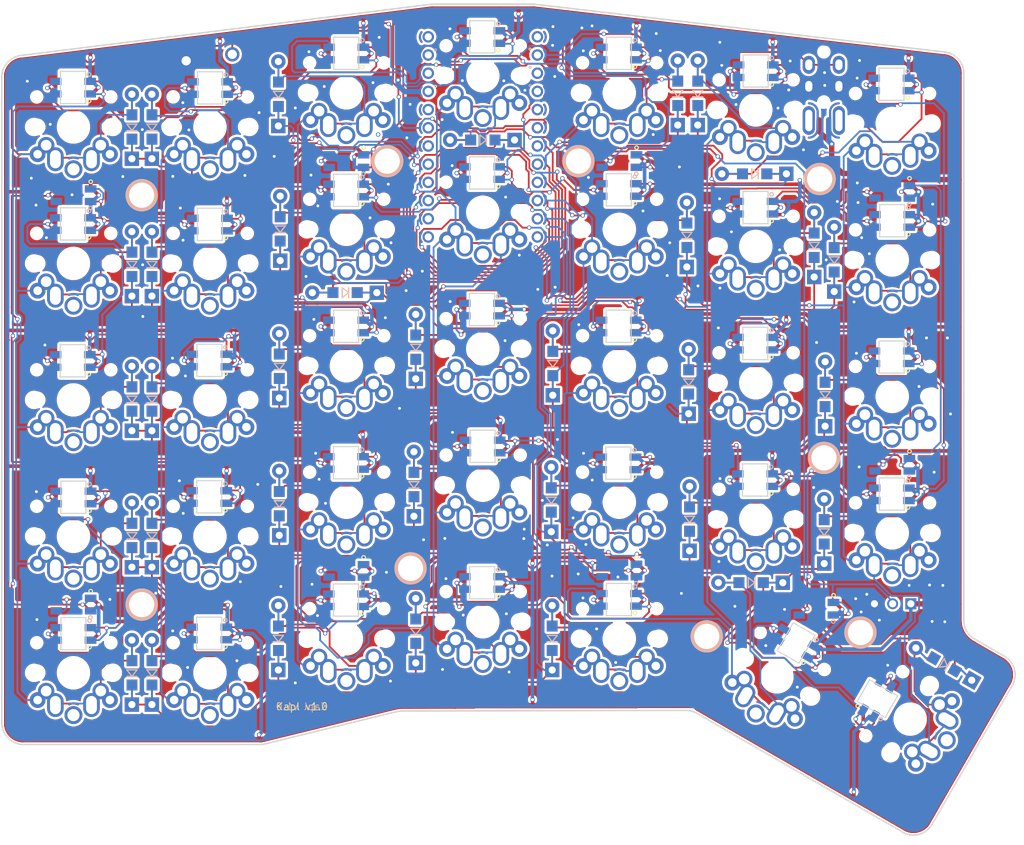
<source format=kicad_pcb>
(kicad_pcb (version 20171130) (host pcbnew "(5.1.10)-1")
  (layers (0 F.Cu signal) (31 B.Cu signal) (34 B.Paste user) (35 F.Paste user) (36 B.SilkS user) (37 F.SilkS user) (38 B.Mask user) (39 F.Mask user) (44 Edge.Cuts user))
  (net 0 "")
  (net 1 "Net-(D1-Pad2)")
  (net 2 row0)
  (net 3 "Net-(D2-Pad2)")
  (net 4 "Net-(D3-Pad2)")
  (net 5 "Net-(D4-Pad2)")
  (net 6 "Net-(D5-Pad2)")
  (net 7 "Net-(D6-Pad2)")
  (net 8 "Net-(D7-Pad2)")
  (net 9 "Net-(D8-Pad2)")
  (net 10 row1)
  (net 11 "Net-(D9-Pad2)")
  (net 12 "Net-(D10-Pad2)")
  (net 13 "Net-(D11-Pad2)")
  (net 14 "Net-(D12-Pad2)")
  (net 15 "Net-(D13-Pad2)")
  (net 16 "Net-(D14-Pad2)")
  (net 17 "Net-(D15-Pad2)")
  (net 18 row2)
  (net 19 "Net-(D16-Pad2)")
  (net 20 "Net-(D17-Pad2)")
  (net 21 "Net-(D18-Pad2)")
  (net 22 "Net-(D19-Pad2)")
  (net 23 "Net-(D20-Pad2)")
  (net 24 "Net-(D21-Pad2)")
  (net 25 "Net-(D22-Pad2)")
  (net 26 row3)
  (net 27 "Net-(D23-Pad2)")
  (net 28 "Net-(D24-Pad2)")
  (net 29 "Net-(D25-Pad2)")
  (net 30 "Net-(D26-Pad2)")
  (net 31 "Net-(D27-Pad2)")
  (net 32 "Net-(D28-Pad2)")
  (net 33 "Net-(D29-Pad2)")
  (net 34 row4)
  (net 35 "Net-(D30-Pad2)")
  (net 36 "Net-(D31-Pad2)")
  (net 37 "Net-(D32-Pad2)")
  (net 38 "Net-(D33-Pad2)")
  (net 39 "Net-(D34-Pad2)")
  (net 40 "Net-(D35-Pad2)")
  (net 41 VCC)
  (net 42 LED)
  (net 43 GND)
  (net 44 data)
  (net 45 col0)
  (net 46 col1)
  (net 47 col2)
  (net 48 col3)
  (net 49 col4)
  (net 50 col5)
  (net 51 col6)
  (net 52 "Net-(BL1-Pad1)")
  (net 53 "Net-(BL5-Pad1)")
  (net 54 "Net-(L1-Pad1)")
  (net 55 "Net-(L10-Pad3)")
  (net 56 "Net-(L10-Pad1)")
  (net 57 "Net-(L15-Pad3)")
  (net 58 "Net-(L15-Pad1)")
  (net 59 "Net-(L22-Pad1)")
  (net 60 "Net-(L29-Pad1)")
  (net 61 "Net-(BL2-Pad1)")
  (net 62 "Net-(BL3-Pad1)")
  (net 63 "Net-(BL4-Pad1)")
  (net 64 "Net-(BL6-Pad1)")
  (net 65 "Net-(BL7-Pad1)")
  (net 66 "Net-(BL8-Pad1)")
  (net 67 "Net-(BL9-Pad1)")
  (net 68 "Net-(L2-Pad1)")
  (net 69 "Net-(L3-Pad1)")
  (net 70 "Net-(L4-Pad1)")
  (net 71 "Net-(L5-Pad1)")
  (net 72 "Net-(L6-Pad1)")
  (net 73 "Net-(L14-Pad3)")
  (net 74 "Net-(L8-Pad3)")
  (net 75 "Net-(L11-Pad3)")
  (net 76 "Net-(L12-Pad3)")
  (net 77 "Net-(L13-Pad3)")
  (net 78 "Net-(L16-Pad1)")
  (net 79 "Net-(L17-Pad1)")
  (net 80 "Net-(L18-Pad1)")
  (net 81 "Net-(L19-Pad1)")
  (net 82 "Net-(L20-Pad1)")
  (net 83 "Net-(L21-Pad1)")
  (net 84 "Net-(L22-Pad3)")
  (net 85 "Net-(L23-Pad3)")
  (net 86 "Net-(L24-Pad3)")
  (net 87 "Net-(L25-Pad3)")
  (net 88 "Net-(L26-Pad3)")
  (net 89 "Net-(L27-Pad3)")
  (net 90 "Net-(L30-Pad1)")
  (net 91 "Net-(L31-Pad1)")
  (net 92 "Net-(L32-Pad1)")
  (net 93 "Net-(L33-Pad1)")
  (net 94 "Net-(L34-Pad1)")
  (net 95 "Net-(L35-Pad1)")
  (net 96 reset)
  (module _Kapl:Diode (layer F.Cu) (at 136.6012 52.7558 180)
    (fp_text reference D4)
    (fp_text value D)
    (pad 2 thru_hole circle (at 9 -0.00254) (size 1.99898 1.99898) (drill 1) (layers *.Cu *.Mask) (net 5 "Net-(D4-Pad2)"))
    (pad 1 thru_hole rect (at 0 -0.00254) (size 1.99898 1.99898) (drill 1) (layers *.Cu *.Mask) (net 2 row0))
    (pad 2 smd rect (at 6.13 0 180) (size 1.524 1.5) (layers B.Cu B.Paste B.Mask) (net 5 "Net-(D4-Pad2)"))
    (pad 1 smd rect (at 2.73 0 180) (size 1.524 1.5) (layers B.Cu B.Paste B.Mask) (net 2 row0))
    (pad 1 smd rect (at 2.73 0 180) (size 1.524 1.5) (layers F.Cu F.Paste F.Mask) (net 2 row0))
    (pad 2 smd rect (at 6.13 0 180) (size 1.524 1.5) (layers F.Cu F.Paste F.Mask) (net 5 "Net-(D4-Pad2)"))
  )
  (module _Kapl:Diode (layer F.Cu) (at 200.421884 128.1723 150)
    (fp_text reference D35)
    (fp_text value D)
    (pad 2 thru_hole circle (at 9 -0.00254 330) (size 1.99898 1.99898) (drill 1) (layers *.Cu *.Mask) (net 40 "Net-(D35-Pad2)"))
    (pad 1 thru_hole rect (at 0 -0.00254 330) (size 1.99898 1.99898) (drill 1) (layers *.Cu *.Mask) (net 34 row4))
    (pad 2 smd rect (at 6.13 0 150) (size 1.524 1.5) (layers B.Cu B.Paste B.Mask) (net 40 "Net-(D35-Pad2)"))
    (pad 1 smd rect (at 2.73 0 150) (size 1.524 1.5) (layers B.Cu B.Paste B.Mask) (net 34 row4))
    (pad 1 smd rect (at 2.73 0 150) (size 1.524 1.5) (layers F.Cu F.Paste F.Mask) (net 34 row4))
    (pad 2 smd rect (at 6.13 0 150) (size 1.524 1.5) (layers F.Cu F.Paste F.Mask) (net 40 "Net-(D35-Pad2)"))
  )
  (module _Kapl:Diode (layer F.Cu) (at 174.053 114.554 180)
    (fp_text reference D34)
    (fp_text value D)
    (pad 2 thru_hole circle (at 9 -0.00254) (size 1.99898 1.99898) (drill 1) (layers *.Cu *.Mask) (net 39 "Net-(D34-Pad2)"))
    (pad 1 thru_hole rect (at 0 -0.00254) (size 1.99898 1.99898) (drill 1) (layers *.Cu *.Mask) (net 34 row4))
    (pad 2 smd rect (at 6.13 0 180) (size 1.524 1.5) (layers B.Cu B.Paste B.Mask) (net 39 "Net-(D34-Pad2)"))
    (pad 1 smd rect (at 2.73 0 180) (size 1.524 1.5) (layers B.Cu B.Paste B.Mask) (net 34 row4))
    (pad 1 smd rect (at 2.73 0 180) (size 1.524 1.5) (layers F.Cu F.Paste F.Mask) (net 34 row4))
    (pad 2 smd rect (at 6.13 0 180) (size 1.524 1.5) (layers F.Cu F.Paste F.Mask) (net 39 "Net-(D34-Pad2)"))
  )
  (module _Kapl:Diode (layer F.Cu) (at 141.859 126.746 90)
    (fp_text reference D33)
    (fp_text value D)
    (pad 2 thru_hole circle (at 9 -0.00254 270) (size 1.99898 1.99898) (drill 1) (layers *.Cu *.Mask) (net 38 "Net-(D33-Pad2)"))
    (pad 1 thru_hole rect (at 0 -0.00254 270) (size 1.99898 1.99898) (drill 1) (layers *.Cu *.Mask) (net 34 row4))
    (pad 2 smd rect (at 6.13 0 90) (size 1.524 1.5) (layers B.Cu B.Paste B.Mask) (net 38 "Net-(D33-Pad2)"))
    (pad 1 smd rect (at 2.73 0 90) (size 1.524 1.5) (layers B.Cu B.Paste B.Mask) (net 34 row4))
    (pad 1 smd rect (at 2.73 0 90) (size 1.524 1.5) (layers F.Cu F.Paste F.Mask) (net 34 row4))
    (pad 2 smd rect (at 6.13 0 90) (size 1.524 1.5) (layers F.Cu F.Paste F.Mask) (net 38 "Net-(D33-Pad2)"))
  )
  (module _Kapl:Diode (layer F.Cu) (at 122.809 125.7554 90)
    (fp_text reference D32)
    (fp_text value D)
    (pad 2 thru_hole circle (at 9 -0.00254 270) (size 1.99898 1.99898) (drill 1) (layers *.Cu *.Mask) (net 37 "Net-(D32-Pad2)"))
    (pad 1 thru_hole rect (at 0 -0.00254 270) (size 1.99898 1.99898) (drill 1) (layers *.Cu *.Mask) (net 34 row4))
    (pad 2 smd rect (at 6.13 0 90) (size 1.524 1.5) (layers B.Cu B.Paste B.Mask) (net 37 "Net-(D32-Pad2)"))
    (pad 1 smd rect (at 2.73 0 90) (size 1.524 1.5) (layers B.Cu B.Paste B.Mask) (net 34 row4))
    (pad 1 smd rect (at 2.73 0 90) (size 1.524 1.5) (layers F.Cu F.Paste F.Mask) (net 34 row4))
    (pad 2 smd rect (at 6.13 0 90) (size 1.524 1.5) (layers F.Cu F.Paste F.Mask) (net 37 "Net-(D32-Pad2)"))
  )
  (module _Kapl:Diode (layer F.Cu) (at 103.632 126.746 90)
    (fp_text reference D31)
    (fp_text value D)
    (pad 2 thru_hole circle (at 9 -0.00254 270) (size 1.99898 1.99898) (drill 1) (layers *.Cu *.Mask) (net 36 "Net-(D31-Pad2)"))
    (pad 1 thru_hole rect (at 0 -0.00254 270) (size 1.99898 1.99898) (drill 1) (layers *.Cu *.Mask) (net 34 row4))
    (pad 2 smd rect (at 6.13 0 90) (size 1.524 1.5) (layers B.Cu B.Paste B.Mask) (net 36 "Net-(D31-Pad2)"))
    (pad 1 smd rect (at 2.73 0 90) (size 1.524 1.5) (layers B.Cu B.Paste B.Mask) (net 34 row4))
    (pad 1 smd rect (at 2.73 0 90) (size 1.524 1.5) (layers F.Cu F.Paste F.Mask) (net 34 row4))
    (pad 2 smd rect (at 6.13 0 90) (size 1.524 1.5) (layers F.Cu F.Paste F.Mask) (net 36 "Net-(D31-Pad2)"))
  )
  (module _Kapl:Diode (layer F.Cu) (at 85.979 131.572 90)
    (fp_text reference D30)
    (fp_text value D)
    (pad 2 thru_hole circle (at 9 -0.00254 270) (size 1.99898 1.99898) (drill 1) (layers *.Cu *.Mask) (net 35 "Net-(D30-Pad2)"))
    (pad 1 thru_hole rect (at 0 -0.00254 270) (size 1.99898 1.99898) (drill 1) (layers *.Cu *.Mask) (net 34 row4))
    (pad 2 smd rect (at 6.13 0 90) (size 1.524 1.5) (layers B.Cu B.Paste B.Mask) (net 35 "Net-(D30-Pad2)"))
    (pad 1 smd rect (at 2.73 0 90) (size 1.524 1.5) (layers B.Cu B.Paste B.Mask) (net 34 row4))
    (pad 1 smd rect (at 2.73 0 90) (size 1.524 1.5) (layers F.Cu F.Paste F.Mask) (net 34 row4))
    (pad 2 smd rect (at 6.13 0 90) (size 1.524 1.5) (layers F.Cu F.Paste F.Mask) (net 35 "Net-(D30-Pad2)"))
  )
  (module _Kapl:Diode (layer F.Cu) (at 83.185 131.572 90)
    (fp_text reference D29)
    (fp_text value D)
    (pad 2 thru_hole circle (at 9 -0.00254 270) (size 1.99898 1.99898) (drill 1) (layers *.Cu *.Mask) (net 33 "Net-(D29-Pad2)"))
    (pad 1 thru_hole rect (at 0 -0.00254 270) (size 1.99898 1.99898) (drill 1) (layers *.Cu *.Mask) (net 34 row4))
    (pad 2 smd rect (at 6.13 0 90) (size 1.524 1.5) (layers B.Cu B.Paste B.Mask) (net 33 "Net-(D29-Pad2)"))
    (pad 1 smd rect (at 2.73 0 90) (size 1.524 1.5) (layers B.Cu B.Paste B.Mask) (net 34 row4))
    (pad 1 smd rect (at 2.73 0 90) (size 1.524 1.5) (layers F.Cu F.Paste F.Mask) (net 34 row4))
    (pad 2 smd rect (at 6.13 0 90) (size 1.524 1.5) (layers F.Cu F.Paste F.Mask) (net 33 "Net-(D29-Pad2)"))
  )
  (module _Kapl:Diode (layer F.Cu) (at 179.832 111.887 90)
    (fp_text reference D28)
    (fp_text value D)
    (pad 2 thru_hole circle (at 9 -0.00254 270) (size 1.99898 1.99898) (drill 1) (layers *.Cu *.Mask) (net 32 "Net-(D28-Pad2)"))
    (pad 1 thru_hole rect (at 0 -0.00254 270) (size 1.99898 1.99898) (drill 1) (layers *.Cu *.Mask) (net 26 row3))
    (pad 2 smd rect (at 6.13 0 90) (size 1.524 1.5) (layers B.Cu B.Paste B.Mask) (net 32 "Net-(D28-Pad2)"))
    (pad 1 smd rect (at 2.73 0 90) (size 1.524 1.5) (layers B.Cu B.Paste B.Mask) (net 26 row3))
    (pad 1 smd rect (at 2.73 0 90) (size 1.524 1.5) (layers F.Cu F.Paste F.Mask) (net 26 row3))
    (pad 2 smd rect (at 6.13 0 90) (size 1.524 1.5) (layers F.Cu F.Paste F.Mask) (net 32 "Net-(D28-Pad2)"))
  )
  (module _Kapl:Diode (layer F.Cu) (at 161.036 110.109 90)
    (fp_text reference D27)
    (fp_text value D)
    (pad 2 thru_hole circle (at 9 -0.00254 270) (size 1.99898 1.99898) (drill 1) (layers *.Cu *.Mask) (net 31 "Net-(D27-Pad2)"))
    (pad 1 thru_hole rect (at 0 -0.00254 270) (size 1.99898 1.99898) (drill 1) (layers *.Cu *.Mask) (net 26 row3))
    (pad 2 smd rect (at 6.13 0 90) (size 1.524 1.5) (layers B.Cu B.Paste B.Mask) (net 31 "Net-(D27-Pad2)"))
    (pad 1 smd rect (at 2.73 0 90) (size 1.524 1.5) (layers B.Cu B.Paste B.Mask) (net 26 row3))
    (pad 1 smd rect (at 2.73 0 90) (size 1.524 1.5) (layers F.Cu F.Paste F.Mask) (net 26 row3))
    (pad 2 smd rect (at 6.13 0 90) (size 1.524 1.5) (layers F.Cu F.Paste F.Mask) (net 31 "Net-(D27-Pad2)"))
  )
  (module _Kapl:Diode (layer F.Cu) (at 141.732 107.442 90)
    (fp_text reference D26)
    (fp_text value D)
    (pad 2 thru_hole circle (at 9 -0.00254 270) (size 1.99898 1.99898) (drill 1) (layers *.Cu *.Mask) (net 30 "Net-(D26-Pad2)"))
    (pad 1 thru_hole rect (at 0 -0.00254 270) (size 1.99898 1.99898) (drill 1) (layers *.Cu *.Mask) (net 26 row3))
    (pad 2 smd rect (at 6.13 0 90) (size 1.524 1.5) (layers B.Cu B.Paste B.Mask) (net 30 "Net-(D26-Pad2)"))
    (pad 1 smd rect (at 2.73 0 90) (size 1.524 1.5) (layers B.Cu B.Paste B.Mask) (net 26 row3))
    (pad 1 smd rect (at 2.73 0 90) (size 1.524 1.5) (layers F.Cu F.Paste F.Mask) (net 26 row3))
    (pad 2 smd rect (at 6.13 0 90) (size 1.524 1.5) (layers F.Cu F.Paste F.Mask) (net 30 "Net-(D26-Pad2)"))
  )
  (module _Kapl:Diode (layer F.Cu) (at 122.555 105.283 90)
    (fp_text reference D25)
    (fp_text value D)
    (pad 2 thru_hole circle (at 9 -0.00254 270) (size 1.99898 1.99898) (drill 1) (layers *.Cu *.Mask) (net 29 "Net-(D25-Pad2)"))
    (pad 1 thru_hole rect (at 0 -0.00254 270) (size 1.99898 1.99898) (drill 1) (layers *.Cu *.Mask) (net 26 row3))
    (pad 2 smd rect (at 6.13 0 90) (size 1.524 1.5) (layers B.Cu B.Paste B.Mask) (net 29 "Net-(D25-Pad2)"))
    (pad 1 smd rect (at 2.73 0 90) (size 1.524 1.5) (layers B.Cu B.Paste B.Mask) (net 26 row3))
    (pad 1 smd rect (at 2.73 0 90) (size 1.524 1.5) (layers F.Cu F.Paste F.Mask) (net 26 row3))
    (pad 2 smd rect (at 6.13 0 90) (size 1.524 1.5) (layers F.Cu F.Paste F.Mask) (net 29 "Net-(D25-Pad2)"))
  )
  (module _Kapl:Diode (layer F.Cu) (at 103.759 107.95 90)
    (fp_text reference D24)
    (fp_text value D)
    (pad 2 thru_hole circle (at 9 -0.00254 270) (size 1.99898 1.99898) (drill 1) (layers *.Cu *.Mask) (net 28 "Net-(D24-Pad2)"))
    (pad 1 thru_hole rect (at 0 -0.00254 270) (size 1.99898 1.99898) (drill 1) (layers *.Cu *.Mask) (net 26 row3))
    (pad 2 smd rect (at 6.13 0 90) (size 1.524 1.5) (layers B.Cu B.Paste B.Mask) (net 28 "Net-(D24-Pad2)"))
    (pad 1 smd rect (at 2.73 0 90) (size 1.524 1.5) (layers B.Cu B.Paste B.Mask) (net 26 row3))
    (pad 1 smd rect (at 2.73 0 90) (size 1.524 1.5) (layers F.Cu F.Paste F.Mask) (net 26 row3))
    (pad 2 smd rect (at 6.13 0 90) (size 1.524 1.5) (layers F.Cu F.Paste F.Mask) (net 28 "Net-(D24-Pad2)"))
  )
  (module _Kapl:Diode (layer F.Cu) (at 85.979 112.395 90)
    (fp_text reference D23)
    (fp_text value D)
    (pad 2 thru_hole circle (at 9 -0.00254 270) (size 1.99898 1.99898) (drill 1) (layers *.Cu *.Mask) (net 27 "Net-(D23-Pad2)"))
    (pad 1 thru_hole rect (at 0 -0.00254 270) (size 1.99898 1.99898) (drill 1) (layers *.Cu *.Mask) (net 26 row3))
    (pad 2 smd rect (at 6.13 0 90) (size 1.524 1.5) (layers B.Cu B.Paste B.Mask) (net 27 "Net-(D23-Pad2)"))
    (pad 1 smd rect (at 2.73 0 90) (size 1.524 1.5) (layers B.Cu B.Paste B.Mask) (net 26 row3))
    (pad 1 smd rect (at 2.73 0 90) (size 1.524 1.5) (layers F.Cu F.Paste F.Mask) (net 26 row3))
    (pad 2 smd rect (at 6.13 0 90) (size 1.524 1.5) (layers F.Cu F.Paste F.Mask) (net 27 "Net-(D23-Pad2)"))
  )
  (module _Kapl:Diode (layer F.Cu) (at 83.185 112.395 90)
    (fp_text reference D22)
    (fp_text value D)
    (pad 2 thru_hole circle (at 9 -0.00254 270) (size 1.99898 1.99898) (drill 1) (layers *.Cu *.Mask) (net 25 "Net-(D22-Pad2)"))
    (pad 1 thru_hole rect (at 0 -0.00254 270) (size 1.99898 1.99898) (drill 1) (layers *.Cu *.Mask) (net 26 row3))
    (pad 2 smd rect (at 6.13 0 90) (size 1.524 1.5) (layers B.Cu B.Paste B.Mask) (net 25 "Net-(D22-Pad2)"))
    (pad 1 smd rect (at 2.73 0 90) (size 1.524 1.5) (layers B.Cu B.Paste B.Mask) (net 26 row3))
    (pad 1 smd rect (at 2.73 0 90) (size 1.524 1.5) (layers F.Cu F.Paste F.Mask) (net 26 row3))
    (pad 2 smd rect (at 6.13 0 90) (size 1.524 1.5) (layers F.Cu F.Paste F.Mask) (net 25 "Net-(D22-Pad2)"))
  )
  (module _Kapl:Diode (layer F.Cu) (at 179.959 92.71 90)
    (fp_text reference D21)
    (fp_text value D)
    (pad 2 thru_hole circle (at 9 -0.00254 270) (size 1.99898 1.99898) (drill 1) (layers *.Cu *.Mask) (net 24 "Net-(D21-Pad2)"))
    (pad 1 thru_hole rect (at 0 -0.00254 270) (size 1.99898 1.99898) (drill 1) (layers *.Cu *.Mask) (net 18 row2))
    (pad 2 smd rect (at 6.13 0 90) (size 1.524 1.5) (layers B.Cu B.Paste B.Mask) (net 24 "Net-(D21-Pad2)"))
    (pad 1 smd rect (at 2.73 0 90) (size 1.524 1.5) (layers B.Cu B.Paste B.Mask) (net 18 row2))
    (pad 1 smd rect (at 2.73 0 90) (size 1.524 1.5) (layers F.Cu F.Paste F.Mask) (net 18 row2))
    (pad 2 smd rect (at 6.13 0 90) (size 1.524 1.5) (layers F.Cu F.Paste F.Mask) (net 24 "Net-(D21-Pad2)"))
  )
  (module _Kapl:Diode (layer F.Cu) (at 160.909 90.9623 90)
    (fp_text reference D20)
    (fp_text value D)
    (pad 2 thru_hole circle (at 9 -0.00254 270) (size 1.99898 1.99898) (drill 1) (layers *.Cu *.Mask) (net 23 "Net-(D20-Pad2)"))
    (pad 1 thru_hole rect (at 0 -0.00254 270) (size 1.99898 1.99898) (drill 1) (layers *.Cu *.Mask) (net 18 row2))
    (pad 2 smd rect (at 6.13 0 90) (size 1.524 1.5) (layers B.Cu B.Paste B.Mask) (net 23 "Net-(D20-Pad2)"))
    (pad 1 smd rect (at 2.73 0 90) (size 1.524 1.5) (layers B.Cu B.Paste B.Mask) (net 18 row2))
    (pad 1 smd rect (at 2.73 0 90) (size 1.524 1.5) (layers F.Cu F.Paste F.Mask) (net 18 row2))
    (pad 2 smd rect (at 6.13 0 90) (size 1.524 1.5) (layers F.Cu F.Paste F.Mask) (net 23 "Net-(D20-Pad2)"))
  )
  (module _Kapl:Diode (layer F.Cu) (at 141.938 88.392 90)
    (fp_text reference D19)
    (fp_text value D)
    (pad 2 thru_hole circle (at 9 -0.00254 270) (size 1.99898 1.99898) (drill 1) (layers *.Cu *.Mask) (net 22 "Net-(D19-Pad2)"))
    (pad 1 thru_hole rect (at 0 -0.00254 270) (size 1.99898 1.99898) (drill 1) (layers *.Cu *.Mask) (net 18 row2))
    (pad 2 smd rect (at 6.13 0 90) (size 1.524 1.5) (layers B.Cu B.Paste B.Mask) (net 22 "Net-(D19-Pad2)"))
    (pad 1 smd rect (at 2.73 0 90) (size 1.524 1.5) (layers B.Cu B.Paste B.Mask) (net 18 row2))
    (pad 1 smd rect (at 2.73 0 90) (size 1.524 1.5) (layers F.Cu F.Paste F.Mask) (net 18 row2))
    (pad 2 smd rect (at 6.13 0 90) (size 1.524 1.5) (layers F.Cu F.Paste F.Mask) (net 22 "Net-(D19-Pad2)"))
  )
  (module _Kapl:Diode (layer F.Cu) (at 122.809 86.106 90)
    (fp_text reference D18)
    (fp_text value D)
    (pad 2 thru_hole circle (at 9 -0.00254 270) (size 1.99898 1.99898) (drill 1) (layers *.Cu *.Mask) (net 21 "Net-(D18-Pad2)"))
    (pad 1 thru_hole rect (at 0 -0.00254 270) (size 1.99898 1.99898) (drill 1) (layers *.Cu *.Mask) (net 18 row2))
    (pad 2 smd rect (at 6.13 0 90) (size 1.524 1.5) (layers B.Cu B.Paste B.Mask) (net 21 "Net-(D18-Pad2)"))
    (pad 1 smd rect (at 2.73 0 90) (size 1.524 1.5) (layers B.Cu B.Paste B.Mask) (net 18 row2))
    (pad 1 smd rect (at 2.73 0 90) (size 1.524 1.5) (layers F.Cu F.Paste F.Mask) (net 18 row2))
    (pad 2 smd rect (at 6.13 0 90) (size 1.524 1.5) (layers F.Cu F.Paste F.Mask) (net 21 "Net-(D18-Pad2)"))
  )
  (module _Kapl:Diode (layer F.Cu) (at 103.759 88.773 90)
    (fp_text reference D17)
    (fp_text value D)
    (pad 2 thru_hole circle (at 9 -0.00254 270) (size 1.99898 1.99898) (drill 1) (layers *.Cu *.Mask) (net 20 "Net-(D17-Pad2)"))
    (pad 1 thru_hole rect (at 0 -0.00254 270) (size 1.99898 1.99898) (drill 1) (layers *.Cu *.Mask) (net 18 row2))
    (pad 2 smd rect (at 6.13 0 90) (size 1.524 1.5) (layers B.Cu B.Paste B.Mask) (net 20 "Net-(D17-Pad2)"))
    (pad 1 smd rect (at 2.73 0 90) (size 1.524 1.5) (layers B.Cu B.Paste B.Mask) (net 18 row2))
    (pad 1 smd rect (at 2.73 0 90) (size 1.524 1.5) (layers F.Cu F.Paste F.Mask) (net 18 row2))
    (pad 2 smd rect (at 6.13 0 90) (size 1.524 1.5) (layers F.Cu F.Paste F.Mask) (net 20 "Net-(D17-Pad2)"))
  )
  (module _Kapl:Diode (layer F.Cu) (at 85.979 93.345 90)
    (fp_text reference D16)
    (fp_text value D)
    (pad 2 thru_hole circle (at 9 -0.00254 270) (size 1.99898 1.99898) (drill 1) (layers *.Cu *.Mask) (net 19 "Net-(D16-Pad2)"))
    (pad 1 thru_hole rect (at 0 -0.00254 270) (size 1.99898 1.99898) (drill 1) (layers *.Cu *.Mask) (net 18 row2))
    (pad 2 smd rect (at 6.13 0 90) (size 1.524 1.5) (layers B.Cu B.Paste B.Mask) (net 19 "Net-(D16-Pad2)"))
    (pad 1 smd rect (at 2.73 0 90) (size 1.524 1.5) (layers B.Cu B.Paste B.Mask) (net 18 row2))
    (pad 1 smd rect (at 2.73 0 90) (size 1.524 1.5) (layers F.Cu F.Paste F.Mask) (net 18 row2))
    (pad 2 smd rect (at 6.13 0 90) (size 1.524 1.5) (layers F.Cu F.Paste F.Mask) (net 19 "Net-(D16-Pad2)"))
  )
  (module _Kapl:Diode (layer F.Cu) (at 83.185 93.345 90)
    (fp_text reference D15)
    (fp_text value D)
    (pad 2 thru_hole circle (at 9 -0.00254 270) (size 1.99898 1.99898) (drill 1) (layers *.Cu *.Mask) (net 17 "Net-(D15-Pad2)"))
    (pad 1 thru_hole rect (at 0 -0.00254 270) (size 1.99898 1.99898) (drill 1) (layers *.Cu *.Mask) (net 18 row2))
    (pad 2 smd rect (at 6.13 0 90) (size 1.524 1.5) (layers B.Cu B.Paste B.Mask) (net 17 "Net-(D15-Pad2)"))
    (pad 1 smd rect (at 2.73 0 90) (size 1.524 1.5) (layers B.Cu B.Paste B.Mask) (net 18 row2))
    (pad 1 smd rect (at 2.73 0 90) (size 1.524 1.5) (layers F.Cu F.Paste F.Mask) (net 18 row2))
    (pad 2 smd rect (at 6.13 0 90) (size 1.524 1.5) (layers F.Cu F.Paste F.Mask) (net 17 "Net-(D15-Pad2)"))
  )
  (module _Kapl:Diode (layer F.Cu) (at 181.229 73.914 90)
    (fp_text reference D14)
    (fp_text value D)
    (pad 2 thru_hole circle (at 9 -0.00254 270) (size 1.99898 1.99898) (drill 1) (layers *.Cu *.Mask) (net 16 "Net-(D14-Pad2)"))
    (pad 1 thru_hole rect (at 0 -0.00254 270) (size 1.99898 1.99898) (drill 1) (layers *.Cu *.Mask) (net 10 row1))
    (pad 2 smd rect (at 6.13 0 90) (size 1.524 1.5) (layers B.Cu B.Paste B.Mask) (net 16 "Net-(D14-Pad2)"))
    (pad 1 smd rect (at 2.73 0 90) (size 1.524 1.5) (layers B.Cu B.Paste B.Mask) (net 10 row1))
    (pad 1 smd rect (at 2.73 0 90) (size 1.524 1.5) (layers F.Cu F.Paste F.Mask) (net 10 row1))
    (pad 2 smd rect (at 6.13 0 90) (size 1.524 1.5) (layers F.Cu F.Paste F.Mask) (net 16 "Net-(D14-Pad2)"))
  )
  (module _Kapl:Diode (layer F.Cu) (at 178.435 71.882 90)
    (fp_text reference D13)
    (fp_text value D)
    (pad 2 thru_hole circle (at 9 -0.00254 270) (size 1.99898 1.99898) (drill 1) (layers *.Cu *.Mask) (net 15 "Net-(D13-Pad2)"))
    (pad 1 thru_hole rect (at 0 -0.00254 270) (size 1.99898 1.99898) (drill 1) (layers *.Cu *.Mask) (net 10 row1))
    (pad 2 smd rect (at 6.13 0 90) (size 1.524 1.5) (layers B.Cu B.Paste B.Mask) (net 15 "Net-(D13-Pad2)"))
    (pad 1 smd rect (at 2.73 0 90) (size 1.524 1.5) (layers B.Cu B.Paste B.Mask) (net 10 row1))
    (pad 1 smd rect (at 2.73 0 90) (size 1.524 1.5) (layers F.Cu F.Paste F.Mask) (net 10 row1))
    (pad 2 smd rect (at 6.13 0 90) (size 1.524 1.5) (layers F.Cu F.Paste F.Mask) (net 15 "Net-(D13-Pad2)"))
  )
  (module _Kapl:Diode (layer F.Cu) (at 160.655 70.485 90)
    (fp_text reference D12)
    (fp_text value D)
    (pad 2 thru_hole circle (at 9 -0.00254 270) (size 1.99898 1.99898) (drill 1) (layers *.Cu *.Mask) (net 14 "Net-(D12-Pad2)"))
    (pad 1 thru_hole rect (at 0 -0.00254 270) (size 1.99898 1.99898) (drill 1) (layers *.Cu *.Mask) (net 10 row1))
    (pad 2 smd rect (at 6.13 0 90) (size 1.524 1.5) (layers B.Cu B.Paste B.Mask) (net 14 "Net-(D12-Pad2)"))
    (pad 1 smd rect (at 2.73 0 90) (size 1.524 1.5) (layers B.Cu B.Paste B.Mask) (net 10 row1))
    (pad 1 smd rect (at 2.73 0 90) (size 1.524 1.5) (layers F.Cu F.Paste F.Mask) (net 10 row1))
    (pad 2 smd rect (at 6.13 0 90) (size 1.524 1.5) (layers F.Cu F.Paste F.Mask) (net 14 "Net-(D12-Pad2)"))
  )
  (module _Kapl:Diode (layer F.Cu) (at 117.3734 74.0664 180)
    (fp_text reference D11)
    (fp_text value D)
    (pad 2 thru_hole circle (at 9 -0.00254) (size 1.99898 1.99898) (drill 1) (layers *.Cu *.Mask) (net 13 "Net-(D11-Pad2)"))
    (pad 1 thru_hole rect (at 0 -0.00254) (size 1.99898 1.99898) (drill 1) (layers *.Cu *.Mask) (net 10 row1))
    (pad 2 smd rect (at 6.13 0 180) (size 1.524 1.5) (layers B.Cu B.Paste B.Mask) (net 13 "Net-(D11-Pad2)"))
    (pad 1 smd rect (at 2.73 0 180) (size 1.524 1.5) (layers B.Cu B.Paste B.Mask) (net 10 row1))
    (pad 1 smd rect (at 2.73 0 180) (size 1.524 1.5) (layers F.Cu F.Paste F.Mask) (net 10 row1))
    (pad 2 smd rect (at 6.13 0 180) (size 1.524 1.5) (layers F.Cu F.Paste F.Mask) (net 13 "Net-(D11-Pad2)"))
  )
  (module _Kapl:Diode (layer F.Cu) (at 103.886 69.596 90)
    (fp_text reference D10)
    (fp_text value D)
    (pad 2 thru_hole circle (at 9 -0.00254 270) (size 1.99898 1.99898) (drill 1) (layers *.Cu *.Mask) (net 12 "Net-(D10-Pad2)"))
    (pad 1 thru_hole rect (at 0 -0.00254 270) (size 1.99898 1.99898) (drill 1) (layers *.Cu *.Mask) (net 10 row1))
    (pad 2 smd rect (at 6.13 0 90) (size 1.524 1.5) (layers B.Cu B.Paste B.Mask) (net 12 "Net-(D10-Pad2)"))
    (pad 1 smd rect (at 2.73 0 90) (size 1.524 1.5) (layers B.Cu B.Paste B.Mask) (net 10 row1))
    (pad 1 smd rect (at 2.73 0 90) (size 1.524 1.5) (layers F.Cu F.Paste F.Mask) (net 10 row1))
    (pad 2 smd rect (at 6.13 0 90) (size 1.524 1.5) (layers F.Cu F.Paste F.Mask) (net 12 "Net-(D10-Pad2)"))
  )
  (module _Kapl:Diode (layer F.Cu) (at 85.98154 74.549 90)
    (fp_text reference D9)
    (fp_text value D)
    (pad 2 thru_hole circle (at 9 -0.00254 270) (size 1.99898 1.99898) (drill 1) (layers *.Cu *.Mask) (net 11 "Net-(D9-Pad2)"))
    (pad 1 thru_hole rect (at 0 -0.00254 270) (size 1.99898 1.99898) (drill 1) (layers *.Cu *.Mask) (net 10 row1))
    (pad 2 smd rect (at 6.13 0 90) (size 1.524 1.5) (layers B.Cu B.Paste B.Mask) (net 11 "Net-(D9-Pad2)"))
    (pad 1 smd rect (at 2.73 0 90) (size 1.524 1.5) (layers B.Cu B.Paste B.Mask) (net 10 row1))
    (pad 1 smd rect (at 2.73 0 90) (size 1.524 1.5) (layers F.Cu F.Paste F.Mask) (net 10 row1))
    (pad 2 smd rect (at 6.13 0 90) (size 1.524 1.5) (layers F.Cu F.Paste F.Mask) (net 11 "Net-(D9-Pad2)"))
  )
  (module _Kapl:Diode (layer F.Cu) (at 83.185 74.549 90)
    (fp_text reference D8)
    (fp_text value D)
    (pad 2 thru_hole circle (at 9 -0.00254 270) (size 1.99898 1.99898) (drill 1) (layers *.Cu *.Mask) (net 9 "Net-(D8-Pad2)"))
    (pad 1 thru_hole rect (at 0 -0.00254 270) (size 1.99898 1.99898) (drill 1) (layers *.Cu *.Mask) (net 10 row1))
    (pad 2 smd rect (at 6.13 0 90) (size 1.524 1.5) (layers B.Cu B.Paste B.Mask) (net 9 "Net-(D8-Pad2)"))
    (pad 1 smd rect (at 2.73 0 90) (size 1.524 1.5) (layers B.Cu B.Paste B.Mask) (net 10 row1))
    (pad 1 smd rect (at 2.73 0 90) (size 1.524 1.5) (layers F.Cu F.Paste F.Mask) (net 10 row1))
    (pad 2 smd rect (at 6.13 0 90) (size 1.524 1.5) (layers F.Cu F.Paste F.Mask) (net 9 "Net-(D8-Pad2)"))
  )
  (module _Kapl:Diode (layer F.Cu) (at 174.5488 57.47766 180)
    (fp_text reference D7)
    (fp_text value D)
    (pad 2 thru_hole circle (at 9 -0.00254) (size 1.99898 1.99898) (drill 1) (layers *.Cu *.Mask) (net 8 "Net-(D7-Pad2)"))
    (pad 1 thru_hole rect (at 0 -0.00254) (size 1.99898 1.99898) (drill 1) (layers *.Cu *.Mask) (net 2 row0))
    (pad 2 smd rect (at 6.13 0 180) (size 1.524 1.5) (layers B.Cu B.Paste B.Mask) (net 8 "Net-(D7-Pad2)"))
    (pad 1 smd rect (at 2.73 0 180) (size 1.524 1.5) (layers B.Cu B.Paste B.Mask) (net 2 row0))
    (pad 1 smd rect (at 2.73 0 180) (size 1.524 1.5) (layers F.Cu F.Paste F.Mask) (net 2 row0))
    (pad 2 smd rect (at 6.13 0 180) (size 1.524 1.5) (layers F.Cu F.Paste F.Mask) (net 8 "Net-(D7-Pad2)"))
  )
  (module _Kapl:Diode (layer F.Cu) (at 162.179 50.673 90)
    (fp_text reference D6)
    (fp_text value D)
    (pad 2 thru_hole circle (at 9 -0.00254 270) (size 1.99898 1.99898) (drill 1) (layers *.Cu *.Mask) (net 7 "Net-(D6-Pad2)"))
    (pad 1 thru_hole rect (at 0 -0.00254 270) (size 1.99898 1.99898) (drill 1) (layers *.Cu *.Mask) (net 2 row0))
    (pad 2 smd rect (at 6.13 0 90) (size 1.524 1.5) (layers B.Cu B.Paste B.Mask) (net 7 "Net-(D6-Pad2)"))
    (pad 1 smd rect (at 2.73 0 90) (size 1.524 1.5) (layers B.Cu B.Paste B.Mask) (net 2 row0))
    (pad 1 smd rect (at 2.73 0 90) (size 1.524 1.5) (layers F.Cu F.Paste F.Mask) (net 2 row0))
    (pad 2 smd rect (at 6.13 0 90) (size 1.524 1.5) (layers F.Cu F.Paste F.Mask) (net 7 "Net-(D6-Pad2)"))
  )
  (module _Kapl:Diode (layer F.Cu) (at 159.385 50.673 90)
    (fp_text reference D5)
    (fp_text value D)
    (pad 2 thru_hole circle (at 9 -0.00254 270) (size 1.99898 1.99898) (drill 1) (layers *.Cu *.Mask) (net 6 "Net-(D5-Pad2)"))
    (pad 1 thru_hole rect (at 0 -0.00254 270) (size 1.99898 1.99898) (drill 1) (layers *.Cu *.Mask) (net 2 row0))
    (pad 2 smd rect (at 6.13 0 90) (size 1.524 1.5) (layers B.Cu B.Paste B.Mask) (net 6 "Net-(D5-Pad2)"))
    (pad 1 smd rect (at 2.73 0 90) (size 1.524 1.5) (layers B.Cu B.Paste B.Mask) (net 2 row0))
    (pad 1 smd rect (at 2.73 0 90) (size 1.524 1.5) (layers F.Cu F.Paste F.Mask) (net 2 row0))
    (pad 2 smd rect (at 6.13 0 90) (size 1.524 1.5) (layers F.Cu F.Paste F.Mask) (net 6 "Net-(D5-Pad2)"))
  )
  (module _Kapl:Diode (layer F.Cu) (at 103.632 50.8 90)
    (fp_text reference D3)
    (fp_text value D)
    (pad 2 thru_hole circle (at 9 -0.00254 270) (size 1.99898 1.99898) (drill 1) (layers *.Cu *.Mask) (net 4 "Net-(D3-Pad2)"))
    (pad 1 thru_hole rect (at 0 -0.00254 270) (size 1.99898 1.99898) (drill 1) (layers *.Cu *.Mask) (net 2 row0))
    (pad 2 smd rect (at 6.13 0 90) (size 1.524 1.5) (layers B.Cu B.Paste B.Mask) (net 4 "Net-(D3-Pad2)"))
    (pad 1 smd rect (at 2.73 0 90) (size 1.524 1.5) (layers B.Cu B.Paste B.Mask) (net 2 row0))
    (pad 1 smd rect (at 2.73 0 90) (size 1.524 1.5) (layers F.Cu F.Paste F.Mask) (net 2 row0))
    (pad 2 smd rect (at 6.13 0 90) (size 1.524 1.5) (layers F.Cu F.Paste F.Mask) (net 4 "Net-(D3-Pad2)"))
  )
  (module _Kapl:Diode (layer F.Cu) (at 85.979 55.372 90)
    (fp_text reference D2)
    (fp_text value D)
    (pad 2 thru_hole circle (at 9 -0.00254 270) (size 1.99898 1.99898) (drill 1) (layers *.Cu *.Mask) (net 3 "Net-(D2-Pad2)"))
    (pad 1 thru_hole rect (at 0 -0.00254 270) (size 1.99898 1.99898) (drill 1) (layers *.Cu *.Mask) (net 2 row0))
    (pad 2 smd rect (at 6.13 0 90) (size 1.524 1.5) (layers B.Cu B.Paste B.Mask) (net 3 "Net-(D2-Pad2)"))
    (pad 1 smd rect (at 2.73 0 90) (size 1.524 1.5) (layers B.Cu B.Paste B.Mask) (net 2 row0))
    (pad 1 smd rect (at 2.73 0 90) (size 1.524 1.5) (layers F.Cu F.Paste F.Mask) (net 2 row0))
    (pad 2 smd rect (at 6.13 0 90) (size 1.524 1.5) (layers F.Cu F.Paste F.Mask) (net 3 "Net-(D2-Pad2)"))
  )
  (module _Kapl:Diode (layer F.Cu) (at 83.185 55.372 90)
    (fp_text reference D1)
    (fp_text value D)
    (pad 2 thru_hole circle (at 9 -0.00254 270) (size 1.99898 1.99898) (drill 1) (layers *.Cu *.Mask) (net 1 "Net-(D1-Pad2)"))
    (pad 1 thru_hole rect (at 0 -0.00254 270) (size 1.99898 1.99898) (drill 1) (layers *.Cu *.Mask) (net 2 row0))
    (pad 2 smd rect (at 6.13 0 90) (size 1.524 1.5) (layers B.Cu B.Paste B.Mask) (net 1 "Net-(D1-Pad2)"))
    (pad 1 smd rect (at 2.73 0 90) (size 1.524 1.5) (layers B.Cu B.Paste B.Mask) (net 2 row0))
    (pad 1 smd rect (at 2.73 0 90) (size 1.524 1.5) (layers F.Cu F.Paste F.Mask) (net 2 row0))
    (pad 2 smd rect (at 6.13 0 90) (size 1.524 1.5) (layers F.Cu F.Paste F.Mask) (net 1 "Net-(D1-Pad2)"))
  )
  (module _Kapl:MountingHole_3.2mm_M3 (layer F.Cu) (at 184.88987 121.516693)
    (fp_text reference H9)
    (fp_text value MountingHole)
    (pad "" np_thru_hole circle (at 0 0) (size 3.5 3.5) (drill 3.5) (layers *.Cu *.Mask))
  )
  (module _Kapl:MountingHole_3.2mm_M3 (layer F.Cu) (at 84.5488 117.61695)
    (fp_text reference H8)
    (fp_text value MountingHole)
    (pad "" np_thru_hole circle (at 0 0) (size 3.5 3.5) (drill 3.5) (layers *.Cu *.Mask))
  )
  (module _Kapl:MountingHole_3.2mm_M3 (layer F.Cu) (at 179.193531 58.205103)
    (fp_text reference H7)
    (fp_text value MountingHole)
    (pad "" np_thru_hole circle (at 0 0) (size 3.5 3.5) (drill 3.5) (layers *.Cu *.Mask))
  )
  (module _Kapl:MountingHole_3.2mm_M3 (layer F.Cu) (at 163.429739 122.049778)
    (fp_text reference H6)
    (fp_text value MountingHole)
    (pad "" np_thru_hole circle (at 0 0) (size 3.5 3.5) (drill 3.5) (layers *.Cu *.Mask))
  )
  (module _Kapl:MountingHole_3.2mm_M3 (layer F.Cu) (at 145.523875 55.70515)
    (fp_text reference H5)
    (fp_text value MountingHole)
    (pad "" np_thru_hole circle (at 0 0) (size 3.5 3.5) (drill 3.5) (layers *.Cu *.Mask))
  )
  (module _Kapl:MountingHole_3.2mm_M3 (layer F.Cu) (at 179.79885 97.1386)
    (fp_text reference H4)
    (fp_text value MountingHole)
    (pad "" np_thru_hole circle (at 0 0) (size 3.5 3.5) (drill 3.5) (layers *.Cu *.Mask))
  )
  (module _Kapl:MountingHole_3.2mm_M3 (layer F.Cu) (at 118.823525 55.70515)
    (fp_text reference H3)
    (fp_text value MountingHole)
    (pad "" np_thru_hole circle (at 0 0) (size 3.5 3.5) (drill 3.5) (layers *.Cu *.Mask))
  )
  (module _Kapl:MountingHole_3.2mm_M3 (layer F.Cu) (at 122.082243 112.556162)
    (fp_text reference H2)
    (fp_text value MountingHole)
    (pad "" np_thru_hole circle (at 0 0) (size 3.5 3.5) (drill 3.5) (layers *.Cu *.Mask))
  )
  (module _Kapl:MountingHole_3.2mm_M3 (layer F.Cu) (at 84.5488 60.46695)
    (fp_text reference H1)
    (fp_text value MountingHole)
    (pad "" np_thru_hole circle (at 0 0) (size 3.5 3.5) (drill 3.5) (layers *.Cu *.Mask))
  )
  (module _Kapl:ProMicro (layer F.Cu) (at 132.173825 52.324 270)
    (fp_text reference U1)
    (fp_text value ProMicro hide)
    (pad 24 smd custom (at -13.9446 8.7884 270) (size 0.25 0.25) (layers B.Cu B.Paste B.Mask) (options (clearance outline) (anchor circle)) (primitives (gr_arc (start 0 -1.0922) (end 0.6604 -0.2286) (angle 76.4) (width 0.3))))
    (pad 23 smd custom (at -11.4046 8.7884 270) (size 0.25 0.25) (layers B.Cu B.Paste B.Mask) (net 43 GND) (options (clearance outline) (anchor circle)) (primitives (gr_arc (start 0 -1.0922) (end 0.6604 -0.2286) (angle 76.4) (width 0.3))))
    (pad 22 smd custom (at -8.8646 8.7884 270) (size 0.25 0.25) (layers B.Cu B.Paste B.Mask) (net 96 reset) (options (clearance outline) (anchor circle)) (primitives (gr_arc (start 0 -1.0922) (end 0.6604 -0.2286) (angle 76.4) (width 0.3))))
    (pad 21 smd custom (at -6.3246 8.7884 270) (size 0.25 0.25) (layers B.Cu B.Paste B.Mask) (net 41 VCC) (options (clearance outline) (anchor circle)) (primitives (gr_arc (start 0 -1.0922) (end 0.6604 -0.2286) (angle 76.4) (width 0.3))))
    (pad 20 smd custom (at -3.7846 8.7884 270) (size 0.25 0.25) (layers B.Cu B.Paste B.Mask) (options (clearance outline) (anchor circle)) (primitives (gr_arc (start 0 -1.0922) (end 0.6604 -0.2286) (angle 76.4) (width 0.3))))
    (pad 19 smd custom (at -1.2446 8.7884 270) (size 0.25 0.25) (layers B.Cu B.Paste B.Mask) (net 45 col0) (options (clearance outline) (anchor circle)) (primitives (gr_arc (start 0 -1.0922) (end 0.6604 -0.2286) (angle 76.4) (width 0.3))))
    (pad 18 smd custom (at 1.2954 8.7884 270) (size 0.25 0.25) (layers B.Cu B.Paste B.Mask) (net 46 col1) (options (clearance outline) (anchor circle)) (primitives (gr_arc (start 0 -1.0922) (end 0.6604 -0.2286) (angle 76.4) (width 0.3))))
    (pad 17 smd custom (at 3.8354 8.7884 270) (size 0.25 0.25) (layers B.Cu B.Paste B.Mask) (net 47 col2) (options (clearance outline) (anchor circle)) (primitives (gr_arc (start 0 -1.0922) (end 0.6604 -0.2286) (angle 76.4) (width 0.3))))
    (pad 16 smd custom (at 6.3754 8.7884 270) (size 0.25 0.25) (layers B.Cu B.Paste B.Mask) (net 48 col3) (options (clearance outline) (anchor circle)) (primitives (gr_arc (start 0 -1.0922) (end 0.6604 -0.2286) (angle 76.4) (width 0.3))))
    (pad 15 smd custom (at 8.9154 8.7884 270) (size 0.25 0.25) (layers B.Cu B.Paste B.Mask) (net 49 col4) (options (clearance outline) (anchor circle)) (primitives (gr_arc (start 0 -1.0922) (end 0.6604 -0.2286) (angle 76.4) (width 0.3))))
    (pad 14 smd custom (at 11.4554 8.7884 270) (size 0.25 0.25) (layers B.Cu B.Paste B.Mask) (net 50 col5) (options (clearance outline) (anchor circle)) (primitives (gr_arc (start 0 -1.0922) (end 0.6604 -0.2286) (angle 76.4) (width 0.3))))
    (pad 12 smd custom (at 13.97 -8.7884 90) (size 0.25 0.25) (layers B.Cu B.Paste B.Mask) (net 34 row4) (options (clearance outline) (anchor circle)) (primitives (gr_arc (start 0 -1.0922) (end 0.6604 -0.2286) (angle 76.4) (width 0.3))))
    (pad 11 smd custom (at 11.43 -8.7884 90) (size 0.25 0.25) (layers B.Cu B.Paste B.Mask) (net 26 row3) (options (clearance outline) (anchor circle)) (primitives (gr_arc (start 0 -1.0922) (end 0.6604 -0.2286) (angle 76.4) (width 0.3))))
    (pad 10 smd custom (at 8.89 -8.7884 90) (size 0.25 0.25) (layers B.Cu B.Paste B.Mask) (net 18 row2) (options (clearance outline) (anchor circle)) (primitives (gr_arc (start 0 -1.0922) (end 0.6604 -0.2286) (angle 76.4) (width 0.3))))
    (pad 9 smd custom (at 6.35 -8.7884 90) (size 0.25 0.25) (layers B.Cu B.Paste B.Mask) (net 10 row1) (options (clearance outline) (anchor circle)) (primitives (gr_arc (start 0 -1.0922) (end 0.6604 -0.2286) (angle 76.4) (width 0.3))))
    (pad 8 smd custom (at 3.81 -8.7884 90) (size 0.25 0.25) (layers B.Cu B.Paste B.Mask) (net 2 row0) (options (clearance outline) (anchor circle)) (primitives (gr_arc (start 0 -1.0922) (end 0.6604 -0.2286) (angle 76.4) (width 0.3))))
    (pad 7 smd custom (at 1.27 -8.7884 90) (size 0.25 0.25) (layers B.Cu B.Paste B.Mask) (net 42 LED) (options (clearance outline) (anchor circle)) (primitives (gr_arc (start 0 -1.0922) (end 0.6604 -0.2286) (angle 76.4) (width 0.3))))
    (pad 6 smd custom (at -1.27 -8.7884 90) (size 0.25 0.25) (layers B.Cu B.Paste B.Mask) (options (clearance outline) (anchor circle)) (primitives (gr_arc (start 0 -1.0922) (end 0.6604 -0.2286) (angle 76.4) (width 0.3))))
    (pad 5 smd custom (at -3.81 -8.7884 90) (size 0.25 0.25) (layers B.Cu B.Paste B.Mask) (options (clearance outline) (anchor circle)) (primitives (gr_arc (start 0 -1.0922) (end 0.6604 -0.2286) (angle 76.4) (width 0.3))))
    (pad 4 smd custom (at -6.35 -8.7884 90) (size 0.25 0.25) (layers B.Cu B.Paste B.Mask) (net 43 GND) (options (clearance outline) (anchor circle)) (primitives (gr_arc (start 0 -1.0922) (end 0.6604 -0.2286) (angle 76.4) (width 0.3))))
    (pad 3 smd custom (at -8.89 -8.7884 90) (size 0.25 0.25) (layers B.Cu B.Paste B.Mask) (net 43 GND) (options (clearance outline) (anchor circle)) (primitives (gr_arc (start 0 -1.0922) (end 0.6604 -0.2286) (angle 76.4) (width 0.3))))
    (pad 2 smd custom (at -11.43 -8.7884 90) (size 0.25 0.25) (layers B.Cu B.Paste B.Mask) (net 44 data) (options (clearance outline) (anchor circle)) (primitives (gr_arc (start 0 -1.0922) (end 0.6604 -0.2286) (angle 76.4) (width 0.3))))
    (pad 24 smd custom (at -13.97 -8.7884 270) (size 0.25 0.25) (layers F.Cu F.Paste F.Mask) (options (clearance outline) (anchor circle)) (primitives (gr_arc (start 0 1.0922) (end 0.6604 0.2286) (angle -76.4) (width 0.3))))
    (pad 23 smd custom (at -11.43 -8.7884 270) (size 0.25 0.25) (layers F.Cu F.Paste F.Mask) (net 43 GND) (options (clearance outline) (anchor circle)) (primitives (gr_arc (start 0 1.0922) (end 0.6604 0.2286) (angle -76.4) (width 0.3))))
    (pad 22 smd custom (at -8.89 -8.7884 270) (size 0.25 0.25) (layers F.Cu F.Paste F.Mask) (net 96 reset) (options (clearance outline) (anchor circle)) (primitives (gr_arc (start 0 1.0922) (end 0.6604 0.2286) (angle -76.4) (width 0.3))))
    (pad 21 smd custom (at -6.35 -8.7884 270) (size 0.25 0.25) (layers F.Cu F.Paste F.Mask) (net 41 VCC) (options (clearance outline) (anchor circle)) (primitives (gr_arc (start 0 1.0922) (end 0.6604 0.2286) (angle -76.4) (width 0.3))))
    (pad 20 smd custom (at -3.81 -8.7884 270) (size 0.25 0.25) (layers F.Cu F.Paste F.Mask) (options (clearance outline) (anchor circle)) (primitives (gr_arc (start 0 1.0922) (end 0.6604 0.2286) (angle -76.4) (width 0.3))))
    (pad 19 smd custom (at -1.27 -8.7884 270) (size 0.25 0.25) (layers F.Cu F.Paste F.Mask) (net 45 col0) (options (clearance outline) (anchor circle)) (primitives (gr_arc (start 0 1.0922) (end 0.6604 0.2286) (angle -76.4) (width 0.3))))
    (pad 18 smd custom (at 1.27 -8.7884 270) (size 0.25 0.25) (layers F.Cu F.Paste F.Mask) (net 46 col1) (options (clearance outline) (anchor circle)) (primitives (gr_arc (start 0 1.0922) (end 0.6604 0.2286) (angle -76.4) (width 0.3))))
    (pad 17 smd custom (at 3.81 -8.7884 270) (size 0.25 0.25) (layers F.Cu F.Paste F.Mask) (net 47 col2) (options (clearance outline) (anchor circle)) (primitives (gr_arc (start 0 1.0922) (end 0.6604 0.2286) (angle -76.4) (width 0.3))))
    (pad 16 smd custom (at 6.35 -8.7884 270) (size 0.25 0.25) (layers F.Cu F.Paste F.Mask) (net 48 col3) (options (clearance outline) (anchor circle)) (primitives (gr_arc (start 0 1.0922) (end 0.6604 0.2286) (angle -76.4) (width 0.3))))
    (pad 15 smd custom (at 8.89 -8.7884 270) (size 0.25 0.25) (layers F.Cu F.Paste F.Mask) (net 49 col4) (options (clearance outline) (anchor circle)) (primitives (gr_arc (start 0 1.0922) (end 0.6604 0.2286) (angle -76.4) (width 0.3))))
    (pad 14 smd custom (at 11.43 -8.7884 270) (size 0.25 0.25) (layers F.Cu F.Paste F.Mask) (net 50 col5) (options (clearance outline) (anchor circle)) (primitives (gr_arc (start 0 1.0922) (end 0.6604 0.2286) (angle -76.4) (width 0.3))))
    (pad 12 smd custom (at 13.9954 8.7884 90) (size 0.25 0.25) (layers F.Cu F.Paste F.Mask) (net 34 row4) (options (clearance outline) (anchor circle)) (primitives (gr_arc (start 0 1.0922) (end 0.6604 0.2286) (angle -76.4) (width 0.3))))
    (pad 11 smd custom (at 11.4554 8.7884 90) (size 0.25 0.25) (layers F.Cu F.Paste F.Mask) (net 26 row3) (options (clearance outline) (anchor circle)) (primitives (gr_arc (start 0 1.0922) (end 0.6604 0.2286) (angle -76.4) (width 0.3))))
    (pad 10 smd custom (at 8.9154 8.7884 90) (size 0.25 0.25) (layers F.Cu F.Paste F.Mask) (net 18 row2) (options (clearance outline) (anchor circle)) (primitives (gr_arc (start 0 1.0922) (end 0.6604 0.2286) (angle -76.4) (width 0.3))))
    (pad 9 smd custom (at 6.3754 8.7884 90) (size 0.25 0.25) (layers F.Cu F.Paste F.Mask) (net 10 row1) (options (clearance outline) (anchor circle)) (primitives (gr_arc (start 0 1.0922) (end 0.6604 0.2286) (angle -76.4) (width 0.3))))
    (pad 8 smd custom (at 3.8354 8.7884 90) (size 0.25 0.25) (layers F.Cu F.Paste F.Mask) (net 2 row0) (options (clearance outline) (anchor circle)) (primitives (gr_arc (start 0 1.0922) (end 0.6604 0.2286) (angle -76.4) (width 0.3))))
    (pad 7 smd custom (at 1.2954 8.7884 90) (size 0.25 0.25) (layers F.Cu F.Paste F.Mask) (net 42 LED) (options (clearance outline) (anchor circle)) (primitives (gr_arc (start 0 1.0922) (end 0.6604 0.2286) (angle -76.4) (width 0.3))))
    (pad 6 smd custom (at -1.2446 8.7884 90) (size 0.25 0.25) (layers F.Cu F.Paste F.Mask) (options (clearance outline) (anchor circle)) (primitives (gr_arc (start 0 1.0922) (end 0.6604 0.2286) (angle -76.4) (width 0.3))))
    (pad 5 smd custom (at -3.7846 8.7884 90) (size 0.25 0.25) (layers F.Cu F.Paste F.Mask) (options (clearance outline) (anchor circle)) (primitives (gr_arc (start 0 1.0922) (end 0.6604 0.2286) (angle -76.4) (width 0.3))))
    (pad 4 smd custom (at -6.3246 8.7884 90) (size 0.25 0.25) (layers F.Cu F.Paste F.Mask) (net 43 GND) (options (clearance outline) (anchor circle)) (primitives (gr_arc (start 0 1.0922) (end 0.6604 0.2286) (angle -76.4) (width 0.3))))
    (pad 3 smd custom (at -8.8646 8.7884 90) (size 0.25 0.25) (layers F.Cu F.Paste F.Mask) (net 43 GND) (options (clearance outline) (anchor circle)) (primitives (gr_arc (start 0 1.0922) (end 0.6604 0.2286) (angle -76.4) (width 0.3))))
    (pad 2 smd custom (at -11.4046 8.7884 90) (size 0.25 0.25) (layers F.Cu F.Paste F.Mask) (net 44 data) (options (clearance outline) (anchor circle)) (primitives (gr_arc (start 0 1.0922) (end 0.6604 0.2286) (angle -76.4) (width 0.3))))
    (pad 13 smd custom (at 13.9954 8.7884 270) (size 0.25 0.25) (layers B.Cu B.Paste B.Mask) (net 51 col6) (options (clearance outline) (anchor circle)) (primitives (gr_arc (start 0 -1.0922) (end 0.6604 -0.2286) (angle 76.4) (width 0.3))))
    (pad 1 smd custom (at -13.97 -8.7884 90) (size 0.25 0.25) (layers B.Cu B.Paste B.Mask) (options (clearance outline) (anchor circle)) (primitives (gr_arc (start 0 -1.0922) (end 0.6604 -0.2286) (angle 76.4) (width 0.3))))
    (pad 1 smd custom (at -13.9446 8.7884 90) (size 0.25 0.25) (layers F.Cu F.Paste F.Mask) (options (clearance outline) (anchor circle)) (primitives (gr_arc (start 0 1.0922) (end 0.6604 0.2286) (angle -76.4) (width 0.3))))
    (pad 13 smd custom (at 13.97 -8.7884 270) (size 0.25 0.25) (layers F.Cu F.Paste F.Mask) (net 51 col6) (options (clearance outline) (anchor circle)) (primitives (gr_arc (start 0 1.0922) (end 0.6604 0.2286) (angle -76.4) (width 0.3))))
    (pad "" thru_hole circle (at -13.97 -7.62 270) (size 1.6 1.6) (drill 1) (layers *.Cu *.Mask))
    (pad "" thru_hole circle (at -11.43 -7.62 270) (size 1.6 1.6) (drill 1) (layers *.Cu *.Mask))
    (pad "" thru_hole circle (at -8.89 -7.62 270) (size 1.6 1.6) (drill 1) (layers *.Cu *.Mask))
    (pad "" thru_hole circle (at -6.35 -7.62 270) (size 1.6 1.6) (drill 1) (layers *.Cu *.Mask))
    (pad "" thru_hole circle (at -3.81 -7.62 270) (size 1.6 1.6) (drill 1) (layers *.Cu *.Mask))
    (pad "" thru_hole circle (at -1.27 -7.62 270) (size 1.6 1.6) (drill 1) (layers *.Cu *.Mask))
    (pad "" thru_hole circle (at 1.27 -7.62 270) (size 1.6 1.6) (drill 1) (layers *.Cu *.Mask))
    (pad "" thru_hole circle (at 3.81 -7.62 270) (size 1.6 1.6) (drill 1) (layers *.Cu *.Mask))
    (pad "" thru_hole circle (at 6.35 -7.62 270) (size 1.6 1.6) (drill 1) (layers *.Cu *.Mask))
    (pad "" thru_hole circle (at 8.89 -7.62 270) (size 1.6 1.6) (drill 1) (layers *.Cu *.Mask))
    (pad "" thru_hole circle (at 11.43 -7.62 270) (size 1.6 1.6) (drill 1) (layers *.Cu *.Mask))
    (pad "" thru_hole circle (at 13.97 -7.62 270) (size 1.6 1.6) (drill 1) (layers *.Cu *.Mask))
    (pad "" thru_hole circle (at 13.97 7.62 270) (size 1.6 1.6) (drill 1) (layers *.Cu *.Mask))
    (pad "" thru_hole circle (at 11.43 7.62 270) (size 1.6 1.6) (drill 1) (layers *.Cu *.Mask))
    (pad "" thru_hole circle (at 8.89 7.62 270) (size 1.6 1.6) (drill 1) (layers *.Cu *.Mask))
    (pad "" thru_hole circle (at 6.35 7.62 270) (size 1.6 1.6) (drill 1) (layers *.Cu *.Mask))
    (pad "" thru_hole circle (at 3.81 7.62 270) (size 1.6 1.6) (drill 1) (layers *.Cu *.Mask))
    (pad "" thru_hole circle (at 1.27 7.62 270) (size 1.6 1.6) (drill 1) (layers *.Cu *.Mask))
    (pad "" thru_hole circle (at -1.27 7.62 270) (size 1.6 1.6) (drill 1) (layers *.Cu *.Mask))
    (pad "" thru_hole circle (at -3.81 7.62 270) (size 1.6 1.6) (drill 1) (layers *.Cu *.Mask))
    (pad "" thru_hole circle (at -6.35 7.62 270) (size 1.6 1.6) (drill 1) (layers *.Cu *.Mask))
    (pad "" thru_hole circle (at -8.89 7.62 270) (size 1.6 1.6) (drill 1) (layers *.Cu *.Mask))
    (pad "" thru_hole circle (at -11.43 7.62 270) (size 1.6 1.6) (drill 1) (layers *.Cu *.Mask))
    (pad "" thru_hole circle (at -13.97 7.62 270) (size 1.6 1.6) (drill 1) (layers *.Cu *.Mask))
  )
  (module _Kapl:MX-ALPs-PG1350-rev (layer F.Cu) (at 191.825408 133.604379 240)
    (fp_text reference SW35)
    (fp_text value SW_PUSH)
    (pad 2 smd custom (at 0 -4.2888 240) (size 0.25 0.25) (layers B.Cu B.Paste B.Mask) (net 40 "Net-(D35-Pad2)") (options (clearance outline) (anchor circle)) (primitives (gr_arc (start 0 -1.5312) (end -0.6096 -0.1016) (angle -46.1) (width 0.3))))
    (pad 1 smd custom (at 0 -4.2888 240) (size 0.25 0.25) (layers F.Cu F.Paste F.Mask) (net 51 col6) (options (clearance outline) (anchor circle)) (primitives (gr_arc (start 0 -1.5312) (end -0.6096 -0.1016) (angle -46.2) (width 0.3))))
    (pad "" np_thru_hole circle (at 5.08 0 240) (size 1.7018 1.7018) (drill 1.7018) (layers *.Cu *.Mask))
    (pad "" np_thru_hole circle (at -5.08 0 240) (size 1.7018 1.7018) (drill 1.7018) (layers *.Cu *.Mask))
    (pad "" np_thru_hole circle (at 0 0 240) (size 3.9878 3.9878) (drill 3.9878) (layers *.Cu *.Mask))
    (pad 1 thru_hole oval (at 2.52 -4.5 240) (size 2.3 3.337) (drill oval 1.513 2.55) (layers *.Cu *.Mask) (net 51 col6))
    (pad 2 thru_hole oval (at -2.52 -4.5 240) (size 2.3 3.337) (drill oval 1.513 2.55) (layers *.Cu *.Mask) (net 40 "Net-(D35-Pad2)"))
    (pad 1 thru_hole circle (at 3.81 -2.54 240) (size 2.286 2.286) (drill 1.4986) (layers *.Cu *.Mask) (net 51 col6))
    (pad 2 thru_hole circle (at -3.81 -2.54 240) (size 2.286 2.286) (drill 1.4986) (layers *.Cu *.Mask) (net 40 "Net-(D35-Pad2)"))
    (pad "" np_thru_hole circle (at 5.12502 4.2 150) (size 1.2 1.2) (drill 1.2) (layers *.Cu *.Mask))
    (pad 2 thru_hole circle (at -5.09498 -3.8 150) (size 2.2 2.2) (drill 1.2) (layers *.Cu *.Mask) (net 40 "Net-(D35-Pad2)"))
    (pad "" np_thru_hole circle (at -5.22 4.2 150) (size 1.2 1.2) (drill 1.2) (layers *.Cu *.Mask))
    (pad "" thru_hole circle (at 0 -5.9 150) (size 2.5 2.5) (drill 1.7) (layers *.Cu *.Mask))
    (pad 1 thru_hole circle (at 5 -3.8 150) (size 2.2 2.2) (drill 1.2) (layers *.Cu *.Mask) (net 51 col6))
    (pad "" np_thru_hole circle (at 5.5 0 150) (size 1.9 1.9) (drill 1.9) (layers *.Cu *.Mask))
    (pad "" np_thru_hole circle (at -5.5 0 150) (size 1.9 1.9) (drill 1.9) (layers *.Cu *.Mask))
    (pad "" np_thru_hole circle (at 0 0 150) (size 3.4 3.4) (drill 3.4) (layers *.Cu *.Mask))
  )
  (module _Kapl:MX-ALPs-PG1350-rev (layer F.Cu) (at 173.231608 127.709079 150)
    (fp_text reference SW34)
    (fp_text value SW_PUSH)
    (pad 2 smd custom (at 0 -4.2888 150) (size 0.25 0.25) (layers B.Cu B.Paste B.Mask) (net 39 "Net-(D34-Pad2)") (options (clearance outline) (anchor circle)) (primitives (gr_arc (start 0 -1.5312) (end -0.6096 -0.1016) (angle -46.1) (width 0.3))))
    (pad 1 smd custom (at 0 -4.2888 150) (size 0.25 0.25) (layers F.Cu F.Paste F.Mask) (net 50 col5) (options (clearance outline) (anchor circle)) (primitives (gr_arc (start 0 -1.5312) (end -0.6096 -0.1016) (angle -46.2) (width 0.3))))
    (pad "" np_thru_hole circle (at 5.08 0 150) (size 1.7018 1.7018) (drill 1.7018) (layers *.Cu *.Mask))
    (pad "" np_thru_hole circle (at -5.08 0 150) (size 1.7018 1.7018) (drill 1.7018) (layers *.Cu *.Mask))
    (pad "" np_thru_hole circle (at 0 0 150) (size 3.9878 3.9878) (drill 3.9878) (layers *.Cu *.Mask))
    (pad 1 thru_hole oval (at 2.52 -4.5 150) (size 2.3 3.337) (drill oval 1.513 2.55) (layers *.Cu *.Mask) (net 50 col5))
    (pad 2 thru_hole oval (at -2.52 -4.5 150) (size 2.3 3.337) (drill oval 1.513 2.55) (layers *.Cu *.Mask) (net 39 "Net-(D34-Pad2)"))
    (pad 1 thru_hole circle (at 3.81 -2.54 150) (size 2.286 2.286) (drill 1.4986) (layers *.Cu *.Mask) (net 50 col5))
    (pad 2 thru_hole circle (at -3.81 -2.54 150) (size 2.286 2.286) (drill 1.4986) (layers *.Cu *.Mask) (net 39 "Net-(D34-Pad2)"))
    (pad "" np_thru_hole circle (at 5.12502 4.2 60) (size 1.2 1.2) (drill 1.2) (layers *.Cu *.Mask))
    (pad 2 thru_hole circle (at -5.09498 -3.8 60) (size 2.2 2.2) (drill 1.2) (layers *.Cu *.Mask) (net 39 "Net-(D34-Pad2)"))
    (pad "" np_thru_hole circle (at -5.22 4.2 60) (size 1.2 1.2) (drill 1.2) (layers *.Cu *.Mask))
    (pad "" thru_hole circle (at 0 -5.9 60) (size 2.5 2.5) (drill 1.7) (layers *.Cu *.Mask))
    (pad 1 thru_hole circle (at 5 -3.8 60) (size 2.2 2.2) (drill 1.2) (layers *.Cu *.Mask) (net 50 col5))
    (pad "" np_thru_hole circle (at 5.5 0 60) (size 1.9 1.9) (drill 1.9) (layers *.Cu *.Mask))
    (pad "" np_thru_hole circle (at -5.5 0 60) (size 1.9 1.9) (drill 1.9) (layers *.Cu *.Mask))
    (pad "" np_thru_hole circle (at 0 0 60) (size 3.4 3.4) (drill 3.4) (layers *.Cu *.Mask))
  )
  (module _Kapl:MX-ALPs-PG1350-rev (layer F.Cu) (at 151.223825 122.37985 180)
    (fp_text reference SW33)
    (fp_text value SW_PUSH)
    (pad 2 smd custom (at 0 -4.2888 180) (size 0.25 0.25) (layers B.Cu B.Paste B.Mask) (net 38 "Net-(D33-Pad2)") (options (clearance outline) (anchor circle)) (primitives (gr_arc (start 0 -1.5312) (end -0.6096 -0.1016) (angle -46.1) (width 0.3))))
    (pad 1 smd custom (at 0 -4.2888 180) (size 0.25 0.25) (layers F.Cu F.Paste F.Mask) (net 49 col4) (options (clearance outline) (anchor circle)) (primitives (gr_arc (start 0 -1.5312) (end -0.6096 -0.1016) (angle -46.2) (width 0.3))))
    (pad "" np_thru_hole circle (at 5.08 0 180) (size 1.7018 1.7018) (drill 1.7018) (layers *.Cu *.Mask))
    (pad "" np_thru_hole circle (at -5.08 0 180) (size 1.7018 1.7018) (drill 1.7018) (layers *.Cu *.Mask))
    (pad "" np_thru_hole circle (at 0 0 180) (size 3.9878 3.9878) (drill 3.9878) (layers *.Cu *.Mask))
    (pad 1 thru_hole oval (at 2.52 -4.5 180) (size 2.3 3.337) (drill oval 1.513 2.55) (layers *.Cu *.Mask) (net 49 col4))
    (pad 2 thru_hole oval (at -2.52 -4.5 180) (size 2.3 3.337) (drill oval 1.513 2.55) (layers *.Cu *.Mask) (net 38 "Net-(D33-Pad2)"))
    (pad 1 thru_hole circle (at 3.81 -2.54 180) (size 2.286 2.286) (drill 1.4986) (layers *.Cu *.Mask) (net 49 col4))
    (pad 2 thru_hole circle (at -3.81 -2.54 180) (size 2.286 2.286) (drill 1.4986) (layers *.Cu *.Mask) (net 38 "Net-(D33-Pad2)"))
    (pad "" np_thru_hole circle (at 5.12502 4.2 90) (size 1.2 1.2) (drill 1.2) (layers *.Cu *.Mask))
    (pad 2 thru_hole circle (at -5.09498 -3.8 90) (size 2.2 2.2) (drill 1.2) (layers *.Cu *.Mask) (net 38 "Net-(D33-Pad2)"))
    (pad "" np_thru_hole circle (at -5.22 4.2 90) (size 1.2 1.2) (drill 1.2) (layers *.Cu *.Mask))
    (pad "" thru_hole circle (at 0 -5.9 90) (size 2.5 2.5) (drill 1.7) (layers *.Cu *.Mask))
    (pad 1 thru_hole circle (at 5 -3.8 90) (size 2.2 2.2) (drill 1.2) (layers *.Cu *.Mask) (net 49 col4))
    (pad "" np_thru_hole circle (at 5.5 0 90) (size 1.9 1.9) (drill 1.9) (layers *.Cu *.Mask))
    (pad "" np_thru_hole circle (at -5.5 0 90) (size 1.9 1.9) (drill 1.9) (layers *.Cu *.Mask))
    (pad "" np_thru_hole circle (at 0 0 90) (size 3.4 3.4) (drill 3.4) (layers *.Cu *.Mask))
  )
  (module _Kapl:MX-ALPs-PG1350-rev (layer F.Cu) (at 132.173825 119.99905 180)
    (fp_text reference SW32)
    (fp_text value SW_PUSH)
    (pad 2 smd custom (at 0 -4.2888 180) (size 0.25 0.25) (layers B.Cu B.Paste B.Mask) (net 37 "Net-(D32-Pad2)") (options (clearance outline) (anchor circle)) (primitives (gr_arc (start 0 -1.5312) (end -0.6096 -0.1016) (angle -46.1) (width 0.3))))
    (pad 1 smd custom (at 0 -4.2888 180) (size 0.25 0.25) (layers F.Cu F.Paste F.Mask) (net 48 col3) (options (clearance outline) (anchor circle)) (primitives (gr_arc (start 0 -1.5312) (end -0.6096 -0.1016) (angle -46.2) (width 0.3))))
    (pad "" np_thru_hole circle (at 5.08 0 180) (size 1.7018 1.7018) (drill 1.7018) (layers *.Cu *.Mask))
    (pad "" np_thru_hole circle (at -5.08 0 180) (size 1.7018 1.7018) (drill 1.7018) (layers *.Cu *.Mask))
    (pad "" np_thru_hole circle (at 0 0 180) (size 3.9878 3.9878) (drill 3.9878) (layers *.Cu *.Mask))
    (pad 1 thru_hole oval (at 2.52 -4.5 180) (size 2.3 3.337) (drill oval 1.513 2.55) (layers *.Cu *.Mask) (net 48 col3))
    (pad 2 thru_hole oval (at -2.52 -4.5 180) (size 2.3 3.337) (drill oval 1.513 2.55) (layers *.Cu *.Mask) (net 37 "Net-(D32-Pad2)"))
    (pad 1 thru_hole circle (at 3.81 -2.54 180) (size 2.286 2.286) (drill 1.4986) (layers *.Cu *.Mask) (net 48 col3))
    (pad 2 thru_hole circle (at -3.81 -2.54 180) (size 2.286 2.286) (drill 1.4986) (layers *.Cu *.Mask) (net 37 "Net-(D32-Pad2)"))
    (pad "" np_thru_hole circle (at 5.12502 4.2 90) (size 1.2 1.2) (drill 1.2) (layers *.Cu *.Mask))
    (pad 2 thru_hole circle (at -5.09498 -3.8 90) (size 2.2 2.2) (drill 1.2) (layers *.Cu *.Mask) (net 37 "Net-(D32-Pad2)"))
    (pad "" np_thru_hole circle (at -5.22 4.2 90) (size 1.2 1.2) (drill 1.2) (layers *.Cu *.Mask))
    (pad "" thru_hole circle (at 0 -5.9 90) (size 2.5 2.5) (drill 1.7) (layers *.Cu *.Mask))
    (pad 1 thru_hole circle (at 5 -3.8 90) (size 2.2 2.2) (drill 1.2) (layers *.Cu *.Mask) (net 48 col3))
    (pad "" np_thru_hole circle (at 5.5 0 90) (size 1.9 1.9) (drill 1.9) (layers *.Cu *.Mask))
    (pad "" np_thru_hole circle (at -5.5 0 90) (size 1.9 1.9) (drill 1.9) (layers *.Cu *.Mask))
    (pad "" np_thru_hole circle (at 0 0 90) (size 3.4 3.4) (drill 3.4) (layers *.Cu *.Mask))
  )
  (module _Kapl:MX-ALPs-PG1350-rev (layer F.Cu) (at 113.123825 122.37985 180)
    (fp_text reference SW31)
    (fp_text value SW_PUSH)
    (pad 2 smd custom (at 0 -4.2888 180) (size 0.25 0.25) (layers B.Cu B.Paste B.Mask) (net 36 "Net-(D31-Pad2)") (options (clearance outline) (anchor circle)) (primitives (gr_arc (start 0 -1.5312) (end -0.6096 -0.1016) (angle -46.1) (width 0.3))))
    (pad 1 smd custom (at 0 -4.2888 180) (size 0.25 0.25) (layers F.Cu F.Paste F.Mask) (net 47 col2) (options (clearance outline) (anchor circle)) (primitives (gr_arc (start 0 -1.5312) (end -0.6096 -0.1016) (angle -46.2) (width 0.3))))
    (pad "" np_thru_hole circle (at 5.08 0 180) (size 1.7018 1.7018) (drill 1.7018) (layers *.Cu *.Mask))
    (pad "" np_thru_hole circle (at -5.08 0 180) (size 1.7018 1.7018) (drill 1.7018) (layers *.Cu *.Mask))
    (pad "" np_thru_hole circle (at 0 0 180) (size 3.9878 3.9878) (drill 3.9878) (layers *.Cu *.Mask))
    (pad 1 thru_hole oval (at 2.52 -4.5 180) (size 2.3 3.337) (drill oval 1.513 2.55) (layers *.Cu *.Mask) (net 47 col2))
    (pad 2 thru_hole oval (at -2.52 -4.5 180) (size 2.3 3.337) (drill oval 1.513 2.55) (layers *.Cu *.Mask) (net 36 "Net-(D31-Pad2)"))
    (pad 1 thru_hole circle (at 3.81 -2.54 180) (size 2.286 2.286) (drill 1.4986) (layers *.Cu *.Mask) (net 47 col2))
    (pad 2 thru_hole circle (at -3.81 -2.54 180) (size 2.286 2.286) (drill 1.4986) (layers *.Cu *.Mask) (net 36 "Net-(D31-Pad2)"))
    (pad "" np_thru_hole circle (at 5.12502 4.2 90) (size 1.2 1.2) (drill 1.2) (layers *.Cu *.Mask))
    (pad 2 thru_hole circle (at -5.09498 -3.8 90) (size 2.2 2.2) (drill 1.2) (layers *.Cu *.Mask) (net 36 "Net-(D31-Pad2)"))
    (pad "" np_thru_hole circle (at -5.22 4.2 90) (size 1.2 1.2) (drill 1.2) (layers *.Cu *.Mask))
    (pad "" thru_hole circle (at 0 -5.9 90) (size 2.5 2.5) (drill 1.7) (layers *.Cu *.Mask))
    (pad 1 thru_hole circle (at 5 -3.8 90) (size 2.2 2.2) (drill 1.2) (layers *.Cu *.Mask) (net 47 col2))
    (pad "" np_thru_hole circle (at 5.5 0 90) (size 1.9 1.9) (drill 1.9) (layers *.Cu *.Mask))
    (pad "" np_thru_hole circle (at -5.5 0 90) (size 1.9 1.9) (drill 1.9) (layers *.Cu *.Mask))
    (pad "" np_thru_hole circle (at 0 0 90) (size 3.4 3.4) (drill 3.4) (layers *.Cu *.Mask))
  )
  (module _Kapl:MX-ALPs-PG1350-rev (layer F.Cu) (at 94.073825 127.14235 180)
    (fp_text reference SW30)
    (fp_text value SW_PUSH)
    (pad 2 smd custom (at 0 -4.2888 180) (size 0.25 0.25) (layers B.Cu B.Paste B.Mask) (net 35 "Net-(D30-Pad2)") (options (clearance outline) (anchor circle)) (primitives (gr_arc (start 0 -1.5312) (end -0.6096 -0.1016) (angle -46.1) (width 0.3))))
    (pad 1 smd custom (at 0 -4.2888 180) (size 0.25 0.25) (layers F.Cu F.Paste F.Mask) (net 46 col1) (options (clearance outline) (anchor circle)) (primitives (gr_arc (start 0 -1.5312) (end -0.6096 -0.1016) (angle -46.2) (width 0.3))))
    (pad "" np_thru_hole circle (at 5.08 0 180) (size 1.7018 1.7018) (drill 1.7018) (layers *.Cu *.Mask))
    (pad "" np_thru_hole circle (at -5.08 0 180) (size 1.7018 1.7018) (drill 1.7018) (layers *.Cu *.Mask))
    (pad "" np_thru_hole circle (at 0 0 180) (size 3.9878 3.9878) (drill 3.9878) (layers *.Cu *.Mask))
    (pad 1 thru_hole oval (at 2.52 -4.5 180) (size 2.3 3.337) (drill oval 1.513 2.55) (layers *.Cu *.Mask) (net 46 col1))
    (pad 2 thru_hole oval (at -2.52 -4.5 180) (size 2.3 3.337) (drill oval 1.513 2.55) (layers *.Cu *.Mask) (net 35 "Net-(D30-Pad2)"))
    (pad 1 thru_hole circle (at 3.81 -2.54 180) (size 2.286 2.286) (drill 1.4986) (layers *.Cu *.Mask) (net 46 col1))
    (pad 2 thru_hole circle (at -3.81 -2.54 180) (size 2.286 2.286) (drill 1.4986) (layers *.Cu *.Mask) (net 35 "Net-(D30-Pad2)"))
    (pad "" np_thru_hole circle (at 5.12502 4.2 90) (size 1.2 1.2) (drill 1.2) (layers *.Cu *.Mask))
    (pad 2 thru_hole circle (at -5.09498 -3.8 90) (size 2.2 2.2) (drill 1.2) (layers *.Cu *.Mask) (net 35 "Net-(D30-Pad2)"))
    (pad "" np_thru_hole circle (at -5.22 4.2 90) (size 1.2 1.2) (drill 1.2) (layers *.Cu *.Mask))
    (pad "" thru_hole circle (at 0 -5.9 90) (size 2.5 2.5) (drill 1.7) (layers *.Cu *.Mask))
    (pad 1 thru_hole circle (at 5 -3.8 90) (size 2.2 2.2) (drill 1.2) (layers *.Cu *.Mask) (net 46 col1))
    (pad "" np_thru_hole circle (at 5.5 0 90) (size 1.9 1.9) (drill 1.9) (layers *.Cu *.Mask))
    (pad "" np_thru_hole circle (at -5.5 0 90) (size 1.9 1.9) (drill 1.9) (layers *.Cu *.Mask))
    (pad "" np_thru_hole circle (at 0 0 90) (size 3.4 3.4) (drill 3.4) (layers *.Cu *.Mask))
  )
  (module _Kapl:MX-ALPs-PG1350-rev (layer F.Cu) (at 75.023775 127.14235 180)
    (fp_text reference SW29)
    (fp_text value SW_PUSH)
    (pad 2 smd custom (at 0 -4.2888 180) (size 0.25 0.25) (layers B.Cu B.Paste B.Mask) (net 33 "Net-(D29-Pad2)") (options (clearance outline) (anchor circle)) (primitives (gr_arc (start 0 -1.5312) (end -0.6096 -0.1016) (angle -46.1) (width 0.3))))
    (pad 1 smd custom (at 0 -4.2888 180) (size 0.25 0.25) (layers F.Cu F.Paste F.Mask) (net 45 col0) (options (clearance outline) (anchor circle)) (primitives (gr_arc (start 0 -1.5312) (end -0.6096 -0.1016) (angle -46.2) (width 0.3))))
    (pad "" np_thru_hole circle (at 5.08 0 180) (size 1.7018 1.7018) (drill 1.7018) (layers *.Cu *.Mask))
    (pad "" np_thru_hole circle (at -5.08 0 180) (size 1.7018 1.7018) (drill 1.7018) (layers *.Cu *.Mask))
    (pad "" np_thru_hole circle (at 0 0 180) (size 3.9878 3.9878) (drill 3.9878) (layers *.Cu *.Mask))
    (pad 1 thru_hole oval (at 2.52 -4.5 180) (size 2.3 3.337) (drill oval 1.513 2.55) (layers *.Cu *.Mask) (net 45 col0))
    (pad 2 thru_hole oval (at -2.52 -4.5 180) (size 2.3 3.337) (drill oval 1.513 2.55) (layers *.Cu *.Mask) (net 33 "Net-(D29-Pad2)"))
    (pad 1 thru_hole circle (at 3.81 -2.54 180) (size 2.286 2.286) (drill 1.4986) (layers *.Cu *.Mask) (net 45 col0))
    (pad 2 thru_hole circle (at -3.81 -2.54 180) (size 2.286 2.286) (drill 1.4986) (layers *.Cu *.Mask) (net 33 "Net-(D29-Pad2)"))
    (pad "" np_thru_hole circle (at 5.12502 4.2 90) (size 1.2 1.2) (drill 1.2) (layers *.Cu *.Mask))
    (pad 2 thru_hole circle (at -5.09498 -3.8 90) (size 2.2 2.2) (drill 1.2) (layers *.Cu *.Mask) (net 33 "Net-(D29-Pad2)"))
    (pad "" np_thru_hole circle (at -5.22 4.2 90) (size 1.2 1.2) (drill 1.2) (layers *.Cu *.Mask))
    (pad "" thru_hole circle (at 0 -5.9 90) (size 2.5 2.5) (drill 1.7) (layers *.Cu *.Mask))
    (pad 1 thru_hole circle (at 5 -3.8 90) (size 2.2 2.2) (drill 1.2) (layers *.Cu *.Mask) (net 45 col0))
    (pad "" np_thru_hole circle (at 5.5 0 90) (size 1.9 1.9) (drill 1.9) (layers *.Cu *.Mask))
    (pad "" np_thru_hole circle (at -5.5 0 90) (size 1.9 1.9) (drill 1.9) (layers *.Cu *.Mask))
    (pad "" np_thru_hole circle (at 0 0 90) (size 3.4 3.4) (drill 3.4) (layers *.Cu *.Mask))
  )
  (module _Kapl:MX-ALPs-PG1350-rev (layer F.Cu) (at 189.322192 107.613617 180)
    (fp_text reference SW28)
    (fp_text value SW_PUSH)
    (pad 2 smd custom (at 0 -4.2888 180) (size 0.25 0.25) (layers B.Cu B.Paste B.Mask) (net 32 "Net-(D28-Pad2)") (options (clearance outline) (anchor circle)) (primitives (gr_arc (start 0 -1.5312) (end -0.6096 -0.1016) (angle -46.1) (width 0.3))))
    (pad 1 smd custom (at 0 -4.2888 180) (size 0.25 0.25) (layers F.Cu F.Paste F.Mask) (net 51 col6) (options (clearance outline) (anchor circle)) (primitives (gr_arc (start 0 -1.5312) (end -0.6096 -0.1016) (angle -46.2) (width 0.3))))
    (pad "" np_thru_hole circle (at 5.08 0 180) (size 1.7018 1.7018) (drill 1.7018) (layers *.Cu *.Mask))
    (pad "" np_thru_hole circle (at -5.08 0 180) (size 1.7018 1.7018) (drill 1.7018) (layers *.Cu *.Mask))
    (pad "" np_thru_hole circle (at 0 0 180) (size 3.9878 3.9878) (drill 3.9878) (layers *.Cu *.Mask))
    (pad 1 thru_hole oval (at 2.52 -4.5 180) (size 2.3 3.337) (drill oval 1.513 2.55) (layers *.Cu *.Mask) (net 51 col6))
    (pad 2 thru_hole oval (at -2.52 -4.5 180) (size 2.3 3.337) (drill oval 1.513 2.55) (layers *.Cu *.Mask) (net 32 "Net-(D28-Pad2)"))
    (pad 1 thru_hole circle (at 3.81 -2.54 180) (size 2.286 2.286) (drill 1.4986) (layers *.Cu *.Mask) (net 51 col6))
    (pad 2 thru_hole circle (at -3.81 -2.54 180) (size 2.286 2.286) (drill 1.4986) (layers *.Cu *.Mask) (net 32 "Net-(D28-Pad2)"))
    (pad "" np_thru_hole circle (at 5.12502 4.2 90) (size 1.2 1.2) (drill 1.2) (layers *.Cu *.Mask))
    (pad 2 thru_hole circle (at -5.09498 -3.8 90) (size 2.2 2.2) (drill 1.2) (layers *.Cu *.Mask) (net 32 "Net-(D28-Pad2)"))
    (pad "" np_thru_hole circle (at -5.22 4.2 90) (size 1.2 1.2) (drill 1.2) (layers *.Cu *.Mask))
    (pad "" thru_hole circle (at 0 -5.9 90) (size 2.5 2.5) (drill 1.7) (layers *.Cu *.Mask))
    (pad 1 thru_hole circle (at 5 -3.8 90) (size 2.2 2.2) (drill 1.2) (layers *.Cu *.Mask) (net 51 col6))
    (pad "" np_thru_hole circle (at 5.5 0 90) (size 1.9 1.9) (drill 1.9) (layers *.Cu *.Mask))
    (pad "" np_thru_hole circle (at -5.5 0 90) (size 1.9 1.9) (drill 1.9) (layers *.Cu *.Mask))
    (pad "" np_thru_hole circle (at 0 0 90) (size 3.4 3.4) (drill 3.4) (layers *.Cu *.Mask))
  )
  (module _Kapl:MX-ALPs-PG1350-rev (layer F.Cu) (at 170.273825 105.71095 180)
    (fp_text reference SW27)
    (fp_text value SW_PUSH)
    (pad 2 smd custom (at 0 -4.2888 180) (size 0.25 0.25) (layers B.Cu B.Paste B.Mask) (net 31 "Net-(D27-Pad2)") (options (clearance outline) (anchor circle)) (primitives (gr_arc (start 0 -1.5312) (end -0.6096 -0.1016) (angle -46.1) (width 0.3))))
    (pad 1 smd custom (at 0 -4.2888 180) (size 0.25 0.25) (layers F.Cu F.Paste F.Mask) (net 50 col5) (options (clearance outline) (anchor circle)) (primitives (gr_arc (start 0 -1.5312) (end -0.6096 -0.1016) (angle -46.2) (width 0.3))))
    (pad "" np_thru_hole circle (at 5.08 0 180) (size 1.7018 1.7018) (drill 1.7018) (layers *.Cu *.Mask))
    (pad "" np_thru_hole circle (at -5.08 0 180) (size 1.7018 1.7018) (drill 1.7018) (layers *.Cu *.Mask))
    (pad "" np_thru_hole circle (at 0 0 180) (size 3.9878 3.9878) (drill 3.9878) (layers *.Cu *.Mask))
    (pad 1 thru_hole oval (at 2.52 -4.5 180) (size 2.3 3.337) (drill oval 1.513 2.55) (layers *.Cu *.Mask) (net 50 col5))
    (pad 2 thru_hole oval (at -2.52 -4.5 180) (size 2.3 3.337) (drill oval 1.513 2.55) (layers *.Cu *.Mask) (net 31 "Net-(D27-Pad2)"))
    (pad 1 thru_hole circle (at 3.81 -2.54 180) (size 2.286 2.286) (drill 1.4986) (layers *.Cu *.Mask) (net 50 col5))
    (pad 2 thru_hole circle (at -3.81 -2.54 180) (size 2.286 2.286) (drill 1.4986) (layers *.Cu *.Mask) (net 31 "Net-(D27-Pad2)"))
    (pad "" np_thru_hole circle (at 5.12502 4.2 90) (size 1.2 1.2) (drill 1.2) (layers *.Cu *.Mask))
    (pad 2 thru_hole circle (at -5.09498 -3.8 90) (size 2.2 2.2) (drill 1.2) (layers *.Cu *.Mask) (net 31 "Net-(D27-Pad2)"))
    (pad "" np_thru_hole circle (at -5.22 4.2 90) (size 1.2 1.2) (drill 1.2) (layers *.Cu *.Mask))
    (pad "" thru_hole circle (at 0 -5.9 90) (size 2.5 2.5) (drill 1.7) (layers *.Cu *.Mask))
    (pad 1 thru_hole circle (at 5 -3.8 90) (size 2.2 2.2) (drill 1.2) (layers *.Cu *.Mask) (net 50 col5))
    (pad "" np_thru_hole circle (at 5.5 0 90) (size 1.9 1.9) (drill 1.9) (layers *.Cu *.Mask))
    (pad "" np_thru_hole circle (at -5.5 0 90) (size 1.9 1.9) (drill 1.9) (layers *.Cu *.Mask))
    (pad "" np_thru_hole circle (at 0 0 90) (size 3.4 3.4) (drill 3.4) (layers *.Cu *.Mask))
  )
  (module _Kapl:MX-ALPs-PG1350-rev (layer F.Cu) (at 151.223825 103.32965 180)
    (fp_text reference SW26)
    (fp_text value SW_PUSH)
    (pad 2 smd custom (at 0 -4.2888 180) (size 0.25 0.25) (layers B.Cu B.Paste B.Mask) (net 30 "Net-(D26-Pad2)") (options (clearance outline) (anchor circle)) (primitives (gr_arc (start 0 -1.5312) (end -0.6096 -0.1016) (angle -46.1) (width 0.3))))
    (pad 1 smd custom (at 0 -4.2888 180) (size 0.25 0.25) (layers F.Cu F.Paste F.Mask) (net 49 col4) (options (clearance outline) (anchor circle)) (primitives (gr_arc (start 0 -1.5312) (end -0.6096 -0.1016) (angle -46.2) (width 0.3))))
    (pad "" np_thru_hole circle (at 5.08 0 180) (size 1.7018 1.7018) (drill 1.7018) (layers *.Cu *.Mask))
    (pad "" np_thru_hole circle (at -5.08 0 180) (size 1.7018 1.7018) (drill 1.7018) (layers *.Cu *.Mask))
    (pad "" np_thru_hole circle (at 0 0 180) (size 3.9878 3.9878) (drill 3.9878) (layers *.Cu *.Mask))
    (pad 1 thru_hole oval (at 2.52 -4.5 180) (size 2.3 3.337) (drill oval 1.513 2.55) (layers *.Cu *.Mask) (net 49 col4))
    (pad 2 thru_hole oval (at -2.52 -4.5 180) (size 2.3 3.337) (drill oval 1.513 2.55) (layers *.Cu *.Mask) (net 30 "Net-(D26-Pad2)"))
    (pad 1 thru_hole circle (at 3.81 -2.54 180) (size 2.286 2.286) (drill 1.4986) (layers *.Cu *.Mask) (net 49 col4))
    (pad 2 thru_hole circle (at -3.81 -2.54 180) (size 2.286 2.286) (drill 1.4986) (layers *.Cu *.Mask) (net 30 "Net-(D26-Pad2)"))
    (pad "" np_thru_hole circle (at 5.12502 4.2 90) (size 1.2 1.2) (drill 1.2) (layers *.Cu *.Mask))
    (pad 2 thru_hole circle (at -5.09498 -3.8 90) (size 2.2 2.2) (drill 1.2) (layers *.Cu *.Mask) (net 30 "Net-(D26-Pad2)"))
    (pad "" np_thru_hole circle (at -5.22 4.2 90) (size 1.2 1.2) (drill 1.2) (layers *.Cu *.Mask))
    (pad "" thru_hole circle (at 0 -5.9 90) (size 2.5 2.5) (drill 1.7) (layers *.Cu *.Mask))
    (pad 1 thru_hole circle (at 5 -3.8 90) (size 2.2 2.2) (drill 1.2) (layers *.Cu *.Mask) (net 49 col4))
    (pad "" np_thru_hole circle (at 5.5 0 90) (size 1.9 1.9) (drill 1.9) (layers *.Cu *.Mask))
    (pad "" np_thru_hole circle (at -5.5 0 90) (size 1.9 1.9) (drill 1.9) (layers *.Cu *.Mask))
    (pad "" np_thru_hole circle (at 0 0 90) (size 3.4 3.4) (drill 3.4) (layers *.Cu *.Mask))
  )
  (module _Kapl:MX-ALPs-PG1350-rev (layer F.Cu) (at 132.173825 100.94885 180)
    (fp_text reference SW25)
    (fp_text value SW_PUSH)
    (pad 2 smd custom (at 0 -4.2888 180) (size 0.25 0.25) (layers B.Cu B.Paste B.Mask) (net 29 "Net-(D25-Pad2)") (options (clearance outline) (anchor circle)) (primitives (gr_arc (start 0 -1.5312) (end -0.6096 -0.1016) (angle -46.1) (width 0.3))))
    (pad 1 smd custom (at 0 -4.2888 180) (size 0.25 0.25) (layers F.Cu F.Paste F.Mask) (net 48 col3) (options (clearance outline) (anchor circle)) (primitives (gr_arc (start 0 -1.5312) (end -0.6096 -0.1016) (angle -46.2) (width 0.3))))
    (pad "" np_thru_hole circle (at 5.08 0 180) (size 1.7018 1.7018) (drill 1.7018) (layers *.Cu *.Mask))
    (pad "" np_thru_hole circle (at -5.08 0 180) (size 1.7018 1.7018) (drill 1.7018) (layers *.Cu *.Mask))
    (pad "" np_thru_hole circle (at 0 0 180) (size 3.9878 3.9878) (drill 3.9878) (layers *.Cu *.Mask))
    (pad 1 thru_hole oval (at 2.52 -4.5 180) (size 2.3 3.337) (drill oval 1.513 2.55) (layers *.Cu *.Mask) (net 48 col3))
    (pad 2 thru_hole oval (at -2.52 -4.5 180) (size 2.3 3.337) (drill oval 1.513 2.55) (layers *.Cu *.Mask) (net 29 "Net-(D25-Pad2)"))
    (pad 1 thru_hole circle (at 3.81 -2.54 180) (size 2.286 2.286) (drill 1.4986) (layers *.Cu *.Mask) (net 48 col3))
    (pad 2 thru_hole circle (at -3.81 -2.54 180) (size 2.286 2.286) (drill 1.4986) (layers *.Cu *.Mask) (net 29 "Net-(D25-Pad2)"))
    (pad "" np_thru_hole circle (at 5.12502 4.2 90) (size 1.2 1.2) (drill 1.2) (layers *.Cu *.Mask))
    (pad 2 thru_hole circle (at -5.09498 -3.8 90) (size 2.2 2.2) (drill 1.2) (layers *.Cu *.Mask) (net 29 "Net-(D25-Pad2)"))
    (pad "" np_thru_hole circle (at -5.22 4.2 90) (size 1.2 1.2) (drill 1.2) (layers *.Cu *.Mask))
    (pad "" thru_hole circle (at 0 -5.9 90) (size 2.5 2.5) (drill 1.7) (layers *.Cu *.Mask))
    (pad 1 thru_hole circle (at 5 -3.8 90) (size 2.2 2.2) (drill 1.2) (layers *.Cu *.Mask) (net 48 col3))
    (pad "" np_thru_hole circle (at 5.5 0 90) (size 1.9 1.9) (drill 1.9) (layers *.Cu *.Mask))
    (pad "" np_thru_hole circle (at -5.5 0 90) (size 1.9 1.9) (drill 1.9) (layers *.Cu *.Mask))
    (pad "" np_thru_hole circle (at 0 0 90) (size 3.4 3.4) (drill 3.4) (layers *.Cu *.Mask))
  )
  (module _Kapl:MX-ALPs-PG1350-rev (layer F.Cu) (at 113.123825 103.32965 180)
    (fp_text reference SW24)
    (fp_text value SW_PUSH)
    (pad 2 smd custom (at 0 -4.2888 180) (size 0.25 0.25) (layers B.Cu B.Paste B.Mask) (net 28 "Net-(D24-Pad2)") (options (clearance outline) (anchor circle)) (primitives (gr_arc (start 0 -1.5312) (end -0.6096 -0.1016) (angle -46.1) (width 0.3))))
    (pad 1 smd custom (at 0 -4.2888 180) (size 0.25 0.25) (layers F.Cu F.Paste F.Mask) (net 47 col2) (options (clearance outline) (anchor circle)) (primitives (gr_arc (start 0 -1.5312) (end -0.6096 -0.1016) (angle -46.2) (width 0.3))))
    (pad "" np_thru_hole circle (at 5.08 0 180) (size 1.7018 1.7018) (drill 1.7018) (layers *.Cu *.Mask))
    (pad "" np_thru_hole circle (at -5.08 0 180) (size 1.7018 1.7018) (drill 1.7018) (layers *.Cu *.Mask))
    (pad "" np_thru_hole circle (at 0 0 180) (size 3.9878 3.9878) (drill 3.9878) (layers *.Cu *.Mask))
    (pad 1 thru_hole oval (at 2.52 -4.5 180) (size 2.3 3.337) (drill oval 1.513 2.55) (layers *.Cu *.Mask) (net 47 col2))
    (pad 2 thru_hole oval (at -2.52 -4.5 180) (size 2.3 3.337) (drill oval 1.513 2.55) (layers *.Cu *.Mask) (net 28 "Net-(D24-Pad2)"))
    (pad 1 thru_hole circle (at 3.81 -2.54 180) (size 2.286 2.286) (drill 1.4986) (layers *.Cu *.Mask) (net 47 col2))
    (pad 2 thru_hole circle (at -3.81 -2.54 180) (size 2.286 2.286) (drill 1.4986) (layers *.Cu *.Mask) (net 28 "Net-(D24-Pad2)"))
    (pad "" np_thru_hole circle (at 5.12502 4.2 90) (size 1.2 1.2) (drill 1.2) (layers *.Cu *.Mask))
    (pad 2 thru_hole circle (at -5.09498 -3.8 90) (size 2.2 2.2) (drill 1.2) (layers *.Cu *.Mask) (net 28 "Net-(D24-Pad2)"))
    (pad "" np_thru_hole circle (at -5.22 4.2 90) (size 1.2 1.2) (drill 1.2) (layers *.Cu *.Mask))
    (pad "" thru_hole circle (at 0 -5.9 90) (size 2.5 2.5) (drill 1.7) (layers *.Cu *.Mask))
    (pad 1 thru_hole circle (at 5 -3.8 90) (size 2.2 2.2) (drill 1.2) (layers *.Cu *.Mask) (net 47 col2))
    (pad "" np_thru_hole circle (at 5.5 0 90) (size 1.9 1.9) (drill 1.9) (layers *.Cu *.Mask))
    (pad "" np_thru_hole circle (at -5.5 0 90) (size 1.9 1.9) (drill 1.9) (layers *.Cu *.Mask))
    (pad "" np_thru_hole circle (at 0 0 90) (size 3.4 3.4) (drill 3.4) (layers *.Cu *.Mask))
  )
  (module _Kapl:MX-ALPs-PG1350-rev (layer F.Cu) (at 94.073825 108.09215 180)
    (fp_text reference SW23)
    (fp_text value SW_PUSH)
    (pad 2 smd custom (at 0 -4.2888 180) (size 0.25 0.25) (layers B.Cu B.Paste B.Mask) (net 27 "Net-(D23-Pad2)") (options (clearance outline) (anchor circle)) (primitives (gr_arc (start 0 -1.5312) (end -0.6096 -0.1016) (angle -46.1) (width 0.3))))
    (pad 1 smd custom (at 0 -4.2888 180) (size 0.25 0.25) (layers F.Cu F.Paste F.Mask) (net 46 col1) (options (clearance outline) (anchor circle)) (primitives (gr_arc (start 0 -1.5312) (end -0.6096 -0.1016) (angle -46.2) (width 0.3))))
    (pad "" np_thru_hole circle (at 5.08 0 180) (size 1.7018 1.7018) (drill 1.7018) (layers *.Cu *.Mask))
    (pad "" np_thru_hole circle (at -5.08 0 180) (size 1.7018 1.7018) (drill 1.7018) (layers *.Cu *.Mask))
    (pad "" np_thru_hole circle (at 0 0 180) (size 3.9878 3.9878) (drill 3.9878) (layers *.Cu *.Mask))
    (pad 1 thru_hole oval (at 2.52 -4.5 180) (size 2.3 3.337) (drill oval 1.513 2.55) (layers *.Cu *.Mask) (net 46 col1))
    (pad 2 thru_hole oval (at -2.52 -4.5 180) (size 2.3 3.337) (drill oval 1.513 2.55) (layers *.Cu *.Mask) (net 27 "Net-(D23-Pad2)"))
    (pad 1 thru_hole circle (at 3.81 -2.54 180) (size 2.286 2.286) (drill 1.4986) (layers *.Cu *.Mask) (net 46 col1))
    (pad 2 thru_hole circle (at -3.81 -2.54 180) (size 2.286 2.286) (drill 1.4986) (layers *.Cu *.Mask) (net 27 "Net-(D23-Pad2)"))
    (pad "" np_thru_hole circle (at 5.12502 4.2 90) (size 1.2 1.2) (drill 1.2) (layers *.Cu *.Mask))
    (pad 2 thru_hole circle (at -5.09498 -3.8 90) (size 2.2 2.2) (drill 1.2) (layers *.Cu *.Mask) (net 27 "Net-(D23-Pad2)"))
    (pad "" np_thru_hole circle (at -5.22 4.2 90) (size 1.2 1.2) (drill 1.2) (layers *.Cu *.Mask))
    (pad "" thru_hole circle (at 0 -5.9 90) (size 2.5 2.5) (drill 1.7) (layers *.Cu *.Mask))
    (pad 1 thru_hole circle (at 5 -3.8 90) (size 2.2 2.2) (drill 1.2) (layers *.Cu *.Mask) (net 46 col1))
    (pad "" np_thru_hole circle (at 5.5 0 90) (size 1.9 1.9) (drill 1.9) (layers *.Cu *.Mask))
    (pad "" np_thru_hole circle (at -5.5 0 90) (size 1.9 1.9) (drill 1.9) (layers *.Cu *.Mask))
    (pad "" np_thru_hole circle (at 0 0 90) (size 3.4 3.4) (drill 3.4) (layers *.Cu *.Mask))
  )
  (module _Kapl:MX-ALPs-PG1350-rev (layer F.Cu) (at 75.023775 108.09215 180)
    (fp_text reference SW22)
    (fp_text value SW_PUSH)
    (pad 2 smd custom (at 0 -4.2888 180) (size 0.25 0.25) (layers B.Cu B.Paste B.Mask) (net 25 "Net-(D22-Pad2)") (options (clearance outline) (anchor circle)) (primitives (gr_arc (start 0 -1.5312) (end -0.6096 -0.1016) (angle -46.1) (width 0.3))))
    (pad 1 smd custom (at 0 -4.2888 180) (size 0.25 0.25) (layers F.Cu F.Paste F.Mask) (net 45 col0) (options (clearance outline) (anchor circle)) (primitives (gr_arc (start 0 -1.5312) (end -0.6096 -0.1016) (angle -46.2) (width 0.3))))
    (pad "" np_thru_hole circle (at 5.08 0 180) (size 1.7018 1.7018) (drill 1.7018) (layers *.Cu *.Mask))
    (pad "" np_thru_hole circle (at -5.08 0 180) (size 1.7018 1.7018) (drill 1.7018) (layers *.Cu *.Mask))
    (pad "" np_thru_hole circle (at 0 0 180) (size 3.9878 3.9878) (drill 3.9878) (layers *.Cu *.Mask))
    (pad 1 thru_hole oval (at 2.52 -4.5 180) (size 2.3 3.337) (drill oval 1.513 2.55) (layers *.Cu *.Mask) (net 45 col0))
    (pad 2 thru_hole oval (at -2.52 -4.5 180) (size 2.3 3.337) (drill oval 1.513 2.55) (layers *.Cu *.Mask) (net 25 "Net-(D22-Pad2)"))
    (pad 1 thru_hole circle (at 3.81 -2.54 180) (size 2.286 2.286) (drill 1.4986) (layers *.Cu *.Mask) (net 45 col0))
    (pad 2 thru_hole circle (at -3.81 -2.54 180) (size 2.286 2.286) (drill 1.4986) (layers *.Cu *.Mask) (net 25 "Net-(D22-Pad2)"))
    (pad "" np_thru_hole circle (at 5.12502 4.2 90) (size 1.2 1.2) (drill 1.2) (layers *.Cu *.Mask))
    (pad 2 thru_hole circle (at -5.09498 -3.8 90) (size 2.2 2.2) (drill 1.2) (layers *.Cu *.Mask) (net 25 "Net-(D22-Pad2)"))
    (pad "" np_thru_hole circle (at -5.22 4.2 90) (size 1.2 1.2) (drill 1.2) (layers *.Cu *.Mask))
    (pad "" thru_hole circle (at 0 -5.9 90) (size 2.5 2.5) (drill 1.7) (layers *.Cu *.Mask))
    (pad 1 thru_hole circle (at 5 -3.8 90) (size 2.2 2.2) (drill 1.2) (layers *.Cu *.Mask) (net 45 col0))
    (pad "" np_thru_hole circle (at 5.5 0 90) (size 1.9 1.9) (drill 1.9) (layers *.Cu *.Mask))
    (pad "" np_thru_hole circle (at -5.5 0 90) (size 1.9 1.9) (drill 1.9) (layers *.Cu *.Mask))
    (pad "" np_thru_hole circle (at 0 0 90) (size 3.4 3.4) (drill 3.4) (layers *.Cu *.Mask))
  )
  (module _Kapl:MX-ALPs-PG1350-rev (layer F.Cu) (at 189.322192 88.563617 180)
    (fp_text reference SW21)
    (fp_text value SW_PUSH)
    (pad 2 smd custom (at 0 -4.2888 180) (size 0.25 0.25) (layers B.Cu B.Paste B.Mask) (net 24 "Net-(D21-Pad2)") (options (clearance outline) (anchor circle)) (primitives (gr_arc (start 0 -1.5312) (end -0.6096 -0.1016) (angle -46.1) (width 0.3))))
    (pad 1 smd custom (at 0 -4.2888 180) (size 0.25 0.25) (layers F.Cu F.Paste F.Mask) (net 51 col6) (options (clearance outline) (anchor circle)) (primitives (gr_arc (start 0 -1.5312) (end -0.6096 -0.1016) (angle -46.2) (width 0.3))))
    (pad "" np_thru_hole circle (at 5.08 0 180) (size 1.7018 1.7018) (drill 1.7018) (layers *.Cu *.Mask))
    (pad "" np_thru_hole circle (at -5.08 0 180) (size 1.7018 1.7018) (drill 1.7018) (layers *.Cu *.Mask))
    (pad "" np_thru_hole circle (at 0 0 180) (size 3.9878 3.9878) (drill 3.9878) (layers *.Cu *.Mask))
    (pad 1 thru_hole oval (at 2.52 -4.5 180) (size 2.3 3.337) (drill oval 1.513 2.55) (layers *.Cu *.Mask) (net 51 col6))
    (pad 2 thru_hole oval (at -2.52 -4.5 180) (size 2.3 3.337) (drill oval 1.513 2.55) (layers *.Cu *.Mask) (net 24 "Net-(D21-Pad2)"))
    (pad 1 thru_hole circle (at 3.81 -2.54 180) (size 2.286 2.286) (drill 1.4986) (layers *.Cu *.Mask) (net 51 col6))
    (pad 2 thru_hole circle (at -3.81 -2.54 180) (size 2.286 2.286) (drill 1.4986) (layers *.Cu *.Mask) (net 24 "Net-(D21-Pad2)"))
    (pad "" np_thru_hole circle (at 5.12502 4.2 90) (size 1.2 1.2) (drill 1.2) (layers *.Cu *.Mask))
    (pad 2 thru_hole circle (at -5.09498 -3.8 90) (size 2.2 2.2) (drill 1.2) (layers *.Cu *.Mask) (net 24 "Net-(D21-Pad2)"))
    (pad "" np_thru_hole circle (at -5.22 4.2 90) (size 1.2 1.2) (drill 1.2) (layers *.Cu *.Mask))
    (pad "" thru_hole circle (at 0 -5.9 90) (size 2.5 2.5) (drill 1.7) (layers *.Cu *.Mask))
    (pad 1 thru_hole circle (at 5 -3.8 90) (size 2.2 2.2) (drill 1.2) (layers *.Cu *.Mask) (net 51 col6))
    (pad "" np_thru_hole circle (at 5.5 0 90) (size 1.9 1.9) (drill 1.9) (layers *.Cu *.Mask))
    (pad "" np_thru_hole circle (at -5.5 0 90) (size 1.9 1.9) (drill 1.9) (layers *.Cu *.Mask))
    (pad "" np_thru_hole circle (at 0 0 90) (size 3.4 3.4) (drill 3.4) (layers *.Cu *.Mask))
  )
  (module _Kapl:MX-ALPs-PG1350-rev (layer F.Cu) (at 170.273825 86.66095 180)
    (fp_text reference SW20)
    (fp_text value SW_PUSH)
    (pad 2 smd custom (at 0 -4.2888 180) (size 0.25 0.25) (layers B.Cu B.Paste B.Mask) (net 23 "Net-(D20-Pad2)") (options (clearance outline) (anchor circle)) (primitives (gr_arc (start 0 -1.5312) (end -0.6096 -0.1016) (angle -46.1) (width 0.3))))
    (pad 1 smd custom (at 0 -4.2888 180) (size 0.25 0.25) (layers F.Cu F.Paste F.Mask) (net 50 col5) (options (clearance outline) (anchor circle)) (primitives (gr_arc (start 0 -1.5312) (end -0.6096 -0.1016) (angle -46.2) (width 0.3))))
    (pad "" np_thru_hole circle (at 5.08 0 180) (size 1.7018 1.7018) (drill 1.7018) (layers *.Cu *.Mask))
    (pad "" np_thru_hole circle (at -5.08 0 180) (size 1.7018 1.7018) (drill 1.7018) (layers *.Cu *.Mask))
    (pad "" np_thru_hole circle (at 0 0 180) (size 3.9878 3.9878) (drill 3.9878) (layers *.Cu *.Mask))
    (pad 1 thru_hole oval (at 2.52 -4.5 180) (size 2.3 3.337) (drill oval 1.513 2.55) (layers *.Cu *.Mask) (net 50 col5))
    (pad 2 thru_hole oval (at -2.52 -4.5 180) (size 2.3 3.337) (drill oval 1.513 2.55) (layers *.Cu *.Mask) (net 23 "Net-(D20-Pad2)"))
    (pad 1 thru_hole circle (at 3.81 -2.54 180) (size 2.286 2.286) (drill 1.4986) (layers *.Cu *.Mask) (net 50 col5))
    (pad 2 thru_hole circle (at -3.81 -2.54 180) (size 2.286 2.286) (drill 1.4986) (layers *.Cu *.Mask) (net 23 "Net-(D20-Pad2)"))
    (pad "" np_thru_hole circle (at 5.12502 4.2 90) (size 1.2 1.2) (drill 1.2) (layers *.Cu *.Mask))
    (pad 2 thru_hole circle (at -5.09498 -3.8 90) (size 2.2 2.2) (drill 1.2) (layers *.Cu *.Mask) (net 23 "Net-(D20-Pad2)"))
    (pad "" np_thru_hole circle (at -5.22 4.2 90) (size 1.2 1.2) (drill 1.2) (layers *.Cu *.Mask))
    (pad "" thru_hole circle (at 0 -5.9 90) (size 2.5 2.5) (drill 1.7) (layers *.Cu *.Mask))
    (pad 1 thru_hole circle (at 5 -3.8 90) (size 2.2 2.2) (drill 1.2) (layers *.Cu *.Mask) (net 50 col5))
    (pad "" np_thru_hole circle (at 5.5 0 90) (size 1.9 1.9) (drill 1.9) (layers *.Cu *.Mask))
    (pad "" np_thru_hole circle (at -5.5 0 90) (size 1.9 1.9) (drill 1.9) (layers *.Cu *.Mask))
    (pad "" np_thru_hole circle (at 0 0 90) (size 3.4 3.4) (drill 3.4) (layers *.Cu *.Mask))
  )
  (module _Kapl:MX-ALPs-PG1350-rev (layer F.Cu) (at 151.223825 84.27965 180)
    (fp_text reference SW19)
    (fp_text value SW_PUSH)
    (pad 2 smd custom (at 0 -4.2888 180) (size 0.25 0.25) (layers B.Cu B.Paste B.Mask) (net 22 "Net-(D19-Pad2)") (options (clearance outline) (anchor circle)) (primitives (gr_arc (start 0 -1.5312) (end -0.6096 -0.1016) (angle -46.1) (width 0.3))))
    (pad 1 smd custom (at 0 -4.2888 180) (size 0.25 0.25) (layers F.Cu F.Paste F.Mask) (net 49 col4) (options (clearance outline) (anchor circle)) (primitives (gr_arc (start 0 -1.5312) (end -0.6096 -0.1016) (angle -46.2) (width 0.3))))
    (pad "" np_thru_hole circle (at 5.08 0 180) (size 1.7018 1.7018) (drill 1.7018) (layers *.Cu *.Mask))
    (pad "" np_thru_hole circle (at -5.08 0 180) (size 1.7018 1.7018) (drill 1.7018) (layers *.Cu *.Mask))
    (pad "" np_thru_hole circle (at 0 0 180) (size 3.9878 3.9878) (drill 3.9878) (layers *.Cu *.Mask))
    (pad 1 thru_hole oval (at 2.52 -4.5 180) (size 2.3 3.337) (drill oval 1.513 2.55) (layers *.Cu *.Mask) (net 49 col4))
    (pad 2 thru_hole oval (at -2.52 -4.5 180) (size 2.3 3.337) (drill oval 1.513 2.55) (layers *.Cu *.Mask) (net 22 "Net-(D19-Pad2)"))
    (pad 1 thru_hole circle (at 3.81 -2.54 180) (size 2.286 2.286) (drill 1.4986) (layers *.Cu *.Mask) (net 49 col4))
    (pad 2 thru_hole circle (at -3.81 -2.54 180) (size 2.286 2.286) (drill 1.4986) (layers *.Cu *.Mask) (net 22 "Net-(D19-Pad2)"))
    (pad "" np_thru_hole circle (at 5.12502 4.2 90) (size 1.2 1.2) (drill 1.2) (layers *.Cu *.Mask))
    (pad 2 thru_hole circle (at -5.09498 -3.8 90) (size 2.2 2.2) (drill 1.2) (layers *.Cu *.Mask) (net 22 "Net-(D19-Pad2)"))
    (pad "" np_thru_hole circle (at -5.22 4.2 90) (size 1.2 1.2) (drill 1.2) (layers *.Cu *.Mask))
    (pad "" thru_hole circle (at 0 -5.9 90) (size 2.5 2.5) (drill 1.7) (layers *.Cu *.Mask))
    (pad 1 thru_hole circle (at 5 -3.8 90) (size 2.2 2.2) (drill 1.2) (layers *.Cu *.Mask) (net 49 col4))
    (pad "" np_thru_hole circle (at 5.5 0 90) (size 1.9 1.9) (drill 1.9) (layers *.Cu *.Mask))
    (pad "" np_thru_hole circle (at -5.5 0 90) (size 1.9 1.9) (drill 1.9) (layers *.Cu *.Mask))
    (pad "" np_thru_hole circle (at 0 0 90) (size 3.4 3.4) (drill 3.4) (layers *.Cu *.Mask))
  )
  (module _Kapl:MX-ALPs-PG1350-rev (layer F.Cu) (at 132.173825 81.89885 180)
    (fp_text reference SW18)
    (fp_text value SW_PUSH)
    (pad 2 smd custom (at 0 -4.2888 180) (size 0.25 0.25) (layers B.Cu B.Paste B.Mask) (net 21 "Net-(D18-Pad2)") (options (clearance outline) (anchor circle)) (primitives (gr_arc (start 0 -1.5312) (end -0.6096 -0.1016) (angle -46.1) (width 0.3))))
    (pad 1 smd custom (at 0 -4.2888 180) (size 0.25 0.25) (layers F.Cu F.Paste F.Mask) (net 48 col3) (options (clearance outline) (anchor circle)) (primitives (gr_arc (start 0 -1.5312) (end -0.6096 -0.1016) (angle -46.2) (width 0.3))))
    (pad "" np_thru_hole circle (at 5.08 0 180) (size 1.7018 1.7018) (drill 1.7018) (layers *.Cu *.Mask))
    (pad "" np_thru_hole circle (at -5.08 0 180) (size 1.7018 1.7018) (drill 1.7018) (layers *.Cu *.Mask))
    (pad "" np_thru_hole circle (at 0 0 180) (size 3.9878 3.9878) (drill 3.9878) (layers *.Cu *.Mask))
    (pad 1 thru_hole oval (at 2.52 -4.5 180) (size 2.3 3.337) (drill oval 1.513 2.55) (layers *.Cu *.Mask) (net 48 col3))
    (pad 2 thru_hole oval (at -2.52 -4.5 180) (size 2.3 3.337) (drill oval 1.513 2.55) (layers *.Cu *.Mask) (net 21 "Net-(D18-Pad2)"))
    (pad 1 thru_hole circle (at 3.81 -2.54 180) (size 2.286 2.286) (drill 1.4986) (layers *.Cu *.Mask) (net 48 col3))
    (pad 2 thru_hole circle (at -3.81 -2.54 180) (size 2.286 2.286) (drill 1.4986) (layers *.Cu *.Mask) (net 21 "Net-(D18-Pad2)"))
    (pad "" np_thru_hole circle (at 5.12502 4.2 90) (size 1.2 1.2) (drill 1.2) (layers *.Cu *.Mask))
    (pad 2 thru_hole circle (at -5.09498 -3.8 90) (size 2.2 2.2) (drill 1.2) (layers *.Cu *.Mask) (net 21 "Net-(D18-Pad2)"))
    (pad "" np_thru_hole circle (at -5.22 4.2 90) (size 1.2 1.2) (drill 1.2) (layers *.Cu *.Mask))
    (pad "" thru_hole circle (at 0 -5.9 90) (size 2.5 2.5) (drill 1.7) (layers *.Cu *.Mask))
    (pad 1 thru_hole circle (at 5 -3.8 90) (size 2.2 2.2) (drill 1.2) (layers *.Cu *.Mask) (net 48 col3))
    (pad "" np_thru_hole circle (at 5.5 0 90) (size 1.9 1.9) (drill 1.9) (layers *.Cu *.Mask))
    (pad "" np_thru_hole circle (at -5.5 0 90) (size 1.9 1.9) (drill 1.9) (layers *.Cu *.Mask))
    (pad "" np_thru_hole circle (at 0 0 90) (size 3.4 3.4) (drill 3.4) (layers *.Cu *.Mask))
  )
  (module _Kapl:MX-ALPs-PG1350-rev (layer F.Cu) (at 113.123825 84.27965 180)
    (fp_text reference SW17)
    (fp_text value SW_PUSH)
    (pad 2 smd custom (at 0 -4.2888 180) (size 0.25 0.25) (layers B.Cu B.Paste B.Mask) (net 20 "Net-(D17-Pad2)") (options (clearance outline) (anchor circle)) (primitives (gr_arc (start 0 -1.5312) (end -0.6096 -0.1016) (angle -46.1) (width 0.3))))
    (pad 1 smd custom (at 0 -4.2888 180) (size 0.25 0.25) (layers F.Cu F.Paste F.Mask) (net 47 col2) (options (clearance outline) (anchor circle)) (primitives (gr_arc (start 0 -1.5312) (end -0.6096 -0.1016) (angle -46.2) (width 0.3))))
    (pad "" np_thru_hole circle (at 5.08 0 180) (size 1.7018 1.7018) (drill 1.7018) (layers *.Cu *.Mask))
    (pad "" np_thru_hole circle (at -5.08 0 180) (size 1.7018 1.7018) (drill 1.7018) (layers *.Cu *.Mask))
    (pad "" np_thru_hole circle (at 0 0 180) (size 3.9878 3.9878) (drill 3.9878) (layers *.Cu *.Mask))
    (pad 1 thru_hole oval (at 2.52 -4.5 180) (size 2.3 3.337) (drill oval 1.513 2.55) (layers *.Cu *.Mask) (net 47 col2))
    (pad 2 thru_hole oval (at -2.52 -4.5 180) (size 2.3 3.337) (drill oval 1.513 2.55) (layers *.Cu *.Mask) (net 20 "Net-(D17-Pad2)"))
    (pad 1 thru_hole circle (at 3.81 -2.54 180) (size 2.286 2.286) (drill 1.4986) (layers *.Cu *.Mask) (net 47 col2))
    (pad 2 thru_hole circle (at -3.81 -2.54 180) (size 2.286 2.286) (drill 1.4986) (layers *.Cu *.Mask) (net 20 "Net-(D17-Pad2)"))
    (pad "" np_thru_hole circle (at 5.12502 4.2 90) (size 1.2 1.2) (drill 1.2) (layers *.Cu *.Mask))
    (pad 2 thru_hole circle (at -5.09498 -3.8 90) (size 2.2 2.2) (drill 1.2) (layers *.Cu *.Mask) (net 20 "Net-(D17-Pad2)"))
    (pad "" np_thru_hole circle (at -5.22 4.2 90) (size 1.2 1.2) (drill 1.2) (layers *.Cu *.Mask))
    (pad "" thru_hole circle (at 0 -5.9 90) (size 2.5 2.5) (drill 1.7) (layers *.Cu *.Mask))
    (pad 1 thru_hole circle (at 5 -3.8 90) (size 2.2 2.2) (drill 1.2) (layers *.Cu *.Mask) (net 47 col2))
    (pad "" np_thru_hole circle (at 5.5 0 90) (size 1.9 1.9) (drill 1.9) (layers *.Cu *.Mask))
    (pad "" np_thru_hole circle (at -5.5 0 90) (size 1.9 1.9) (drill 1.9) (layers *.Cu *.Mask))
    (pad "" np_thru_hole circle (at 0 0 90) (size 3.4 3.4) (drill 3.4) (layers *.Cu *.Mask))
  )
  (module _Kapl:MX-ALPs-PG1350-rev (layer F.Cu) (at 94.073825 89.04215 180)
    (fp_text reference SW16)
    (fp_text value SW_PUSH)
    (pad 2 smd custom (at 0 -4.2888 180) (size 0.25 0.25) (layers B.Cu B.Paste B.Mask) (net 19 "Net-(D16-Pad2)") (options (clearance outline) (anchor circle)) (primitives (gr_arc (start 0 -1.5312) (end -0.6096 -0.1016) (angle -46.1) (width 0.3))))
    (pad 1 smd custom (at 0 -4.2888 180) (size 0.25 0.25) (layers F.Cu F.Paste F.Mask) (net 46 col1) (options (clearance outline) (anchor circle)) (primitives (gr_arc (start 0 -1.5312) (end -0.6096 -0.1016) (angle -46.2) (width 0.3))))
    (pad "" np_thru_hole circle (at 5.08 0 180) (size 1.7018 1.7018) (drill 1.7018) (layers *.Cu *.Mask))
    (pad "" np_thru_hole circle (at -5.08 0 180) (size 1.7018 1.7018) (drill 1.7018) (layers *.Cu *.Mask))
    (pad "" np_thru_hole circle (at 0 0 180) (size 3.9878 3.9878) (drill 3.9878) (layers *.Cu *.Mask))
    (pad 1 thru_hole oval (at 2.52 -4.5 180) (size 2.3 3.337) (drill oval 1.513 2.55) (layers *.Cu *.Mask) (net 46 col1))
    (pad 2 thru_hole oval (at -2.52 -4.5 180) (size 2.3 3.337) (drill oval 1.513 2.55) (layers *.Cu *.Mask) (net 19 "Net-(D16-Pad2)"))
    (pad 1 thru_hole circle (at 3.81 -2.54 180) (size 2.286 2.286) (drill 1.4986) (layers *.Cu *.Mask) (net 46 col1))
    (pad 2 thru_hole circle (at -3.81 -2.54 180) (size 2.286 2.286) (drill 1.4986) (layers *.Cu *.Mask) (net 19 "Net-(D16-Pad2)"))
    (pad "" np_thru_hole circle (at 5.12502 4.2 90) (size 1.2 1.2) (drill 1.2) (layers *.Cu *.Mask))
    (pad 2 thru_hole circle (at -5.09498 -3.8 90) (size 2.2 2.2) (drill 1.2) (layers *.Cu *.Mask) (net 19 "Net-(D16-Pad2)"))
    (pad "" np_thru_hole circle (at -5.22 4.2 90) (size 1.2 1.2) (drill 1.2) (layers *.Cu *.Mask))
    (pad "" thru_hole circle (at 0 -5.9 90) (size 2.5 2.5) (drill 1.7) (layers *.Cu *.Mask))
    (pad 1 thru_hole circle (at 5 -3.8 90) (size 2.2 2.2) (drill 1.2) (layers *.Cu *.Mask) (net 46 col1))
    (pad "" np_thru_hole circle (at 5.5 0 90) (size 1.9 1.9) (drill 1.9) (layers *.Cu *.Mask))
    (pad "" np_thru_hole circle (at -5.5 0 90) (size 1.9 1.9) (drill 1.9) (layers *.Cu *.Mask))
    (pad "" np_thru_hole circle (at 0 0 90) (size 3.4 3.4) (drill 3.4) (layers *.Cu *.Mask))
  )
  (module _Kapl:MX-ALPs-PG1350-rev (layer F.Cu) (at 75.023775 89.04215 180)
    (fp_text reference SW15)
    (fp_text value SW_PUSH)
    (pad 2 smd custom (at 0 -4.2888 180) (size 0.25 0.25) (layers B.Cu B.Paste B.Mask) (net 17 "Net-(D15-Pad2)") (options (clearance outline) (anchor circle)) (primitives (gr_arc (start 0 -1.5312) (end -0.6096 -0.1016) (angle -46.1) (width 0.3))))
    (pad 1 smd custom (at 0 -4.2888 180) (size 0.25 0.25) (layers F.Cu F.Paste F.Mask) (net 45 col0) (options (clearance outline) (anchor circle)) (primitives (gr_arc (start 0 -1.5312) (end -0.6096 -0.1016) (angle -46.2) (width 0.3))))
    (pad "" np_thru_hole circle (at 5.08 0 180) (size 1.7018 1.7018) (drill 1.7018) (layers *.Cu *.Mask))
    (pad "" np_thru_hole circle (at -5.08 0 180) (size 1.7018 1.7018) (drill 1.7018) (layers *.Cu *.Mask))
    (pad "" np_thru_hole circle (at 0 0 180) (size 3.9878 3.9878) (drill 3.9878) (layers *.Cu *.Mask))
    (pad 1 thru_hole oval (at 2.52 -4.5 180) (size 2.3 3.337) (drill oval 1.513 2.55) (layers *.Cu *.Mask) (net 45 col0))
    (pad 2 thru_hole oval (at -2.52 -4.5 180) (size 2.3 3.337) (drill oval 1.513 2.55) (layers *.Cu *.Mask) (net 17 "Net-(D15-Pad2)"))
    (pad 1 thru_hole circle (at 3.81 -2.54 180) (size 2.286 2.286) (drill 1.4986) (layers *.Cu *.Mask) (net 45 col0))
    (pad 2 thru_hole circle (at -3.81 -2.54 180) (size 2.286 2.286) (drill 1.4986) (layers *.Cu *.Mask) (net 17 "Net-(D15-Pad2)"))
    (pad "" np_thru_hole circle (at 5.12502 4.2 90) (size 1.2 1.2) (drill 1.2) (layers *.Cu *.Mask))
    (pad 2 thru_hole circle (at -5.09498 -3.8 90) (size 2.2 2.2) (drill 1.2) (layers *.Cu *.Mask) (net 17 "Net-(D15-Pad2)"))
    (pad "" np_thru_hole circle (at -5.22 4.2 90) (size 1.2 1.2) (drill 1.2) (layers *.Cu *.Mask))
    (pad "" thru_hole circle (at 0 -5.9 90) (size 2.5 2.5) (drill 1.7) (layers *.Cu *.Mask))
    (pad 1 thru_hole circle (at 5 -3.8 90) (size 2.2 2.2) (drill 1.2) (layers *.Cu *.Mask) (net 45 col0))
    (pad "" np_thru_hole circle (at 5.5 0 90) (size 1.9 1.9) (drill 1.9) (layers *.Cu *.Mask))
    (pad "" np_thru_hole circle (at -5.5 0 90) (size 1.9 1.9) (drill 1.9) (layers *.Cu *.Mask))
    (pad "" np_thru_hole circle (at 0 0 90) (size 3.4 3.4) (drill 3.4) (layers *.Cu *.Mask))
  )
  (module _Kapl:MX-ALPs-PG1350-rev (layer F.Cu) (at 189.322192 69.513617 180)
    (fp_text reference SW14)
    (fp_text value SW_PUSH)
    (pad 2 smd custom (at 0 -4.2888 180) (size 0.25 0.25) (layers B.Cu B.Paste B.Mask) (net 16 "Net-(D14-Pad2)") (options (clearance outline) (anchor circle)) (primitives (gr_arc (start 0 -1.5312) (end -0.6096 -0.1016) (angle -46.1) (width 0.3))))
    (pad 1 smd custom (at 0 -4.2888 180) (size 0.25 0.25) (layers F.Cu F.Paste F.Mask) (net 51 col6) (options (clearance outline) (anchor circle)) (primitives (gr_arc (start 0 -1.5312) (end -0.6096 -0.1016) (angle -46.2) (width 0.3))))
    (pad "" np_thru_hole circle (at 5.08 0 180) (size 1.7018 1.7018) (drill 1.7018) (layers *.Cu *.Mask))
    (pad "" np_thru_hole circle (at -5.08 0 180) (size 1.7018 1.7018) (drill 1.7018) (layers *.Cu *.Mask))
    (pad "" np_thru_hole circle (at 0 0 180) (size 3.9878 3.9878) (drill 3.9878) (layers *.Cu *.Mask))
    (pad 1 thru_hole oval (at 2.52 -4.5 180) (size 2.3 3.337) (drill oval 1.513 2.55) (layers *.Cu *.Mask) (net 51 col6))
    (pad 2 thru_hole oval (at -2.52 -4.5 180) (size 2.3 3.337) (drill oval 1.513 2.55) (layers *.Cu *.Mask) (net 16 "Net-(D14-Pad2)"))
    (pad 1 thru_hole circle (at 3.81 -2.54 180) (size 2.286 2.286) (drill 1.4986) (layers *.Cu *.Mask) (net 51 col6))
    (pad 2 thru_hole circle (at -3.81 -2.54 180) (size 2.286 2.286) (drill 1.4986) (layers *.Cu *.Mask) (net 16 "Net-(D14-Pad2)"))
    (pad "" np_thru_hole circle (at 5.12502 4.2 90) (size 1.2 1.2) (drill 1.2) (layers *.Cu *.Mask))
    (pad 2 thru_hole circle (at -5.09498 -3.8 90) (size 2.2 2.2) (drill 1.2) (layers *.Cu *.Mask) (net 16 "Net-(D14-Pad2)"))
    (pad "" np_thru_hole circle (at -5.22 4.2 90) (size 1.2 1.2) (drill 1.2) (layers *.Cu *.Mask))
    (pad "" thru_hole circle (at 0 -5.9 90) (size 2.5 2.5) (drill 1.7) (layers *.Cu *.Mask))
    (pad 1 thru_hole circle (at 5 -3.8 90) (size 2.2 2.2) (drill 1.2) (layers *.Cu *.Mask) (net 51 col6))
    (pad "" np_thru_hole circle (at 5.5 0 90) (size 1.9 1.9) (drill 1.9) (layers *.Cu *.Mask))
    (pad "" np_thru_hole circle (at -5.5 0 90) (size 1.9 1.9) (drill 1.9) (layers *.Cu *.Mask))
    (pad "" np_thru_hole circle (at 0 0 90) (size 3.4 3.4) (drill 3.4) (layers *.Cu *.Mask))
  )
  (module _Kapl:MX-ALPs-PG1350-rev (layer F.Cu) (at 170.273825 67.61095 180)
    (fp_text reference SW13)
    (fp_text value SW_PUSH)
    (pad 2 smd custom (at 0 -4.2888 180) (size 0.25 0.25) (layers B.Cu B.Paste B.Mask) (net 15 "Net-(D13-Pad2)") (options (clearance outline) (anchor circle)) (primitives (gr_arc (start 0 -1.5312) (end -0.6096 -0.1016) (angle -46.1) (width 0.3))))
    (pad 1 smd custom (at 0 -4.2888 180) (size 0.25 0.25) (layers F.Cu F.Paste F.Mask) (net 50 col5) (options (clearance outline) (anchor circle)) (primitives (gr_arc (start 0 -1.5312) (end -0.6096 -0.1016) (angle -46.2) (width 0.3))))
    (pad "" np_thru_hole circle (at 5.08 0 180) (size 1.7018 1.7018) (drill 1.7018) (layers *.Cu *.Mask))
    (pad "" np_thru_hole circle (at -5.08 0 180) (size 1.7018 1.7018) (drill 1.7018) (layers *.Cu *.Mask))
    (pad "" np_thru_hole circle (at 0 0 180) (size 3.9878 3.9878) (drill 3.9878) (layers *.Cu *.Mask))
    (pad 1 thru_hole oval (at 2.52 -4.5 180) (size 2.3 3.337) (drill oval 1.513 2.55) (layers *.Cu *.Mask) (net 50 col5))
    (pad 2 thru_hole oval (at -2.52 -4.5 180) (size 2.3 3.337) (drill oval 1.513 2.55) (layers *.Cu *.Mask) (net 15 "Net-(D13-Pad2)"))
    (pad 1 thru_hole circle (at 3.81 -2.54 180) (size 2.286 2.286) (drill 1.4986) (layers *.Cu *.Mask) (net 50 col5))
    (pad 2 thru_hole circle (at -3.81 -2.54 180) (size 2.286 2.286) (drill 1.4986) (layers *.Cu *.Mask) (net 15 "Net-(D13-Pad2)"))
    (pad "" np_thru_hole circle (at 5.12502 4.2 90) (size 1.2 1.2) (drill 1.2) (layers *.Cu *.Mask))
    (pad 2 thru_hole circle (at -5.09498 -3.8 90) (size 2.2 2.2) (drill 1.2) (layers *.Cu *.Mask) (net 15 "Net-(D13-Pad2)"))
    (pad "" np_thru_hole circle (at -5.22 4.2 90) (size 1.2 1.2) (drill 1.2) (layers *.Cu *.Mask))
    (pad "" thru_hole circle (at 0 -5.9 90) (size 2.5 2.5) (drill 1.7) (layers *.Cu *.Mask))
    (pad 1 thru_hole circle (at 5 -3.8 90) (size 2.2 2.2) (drill 1.2) (layers *.Cu *.Mask) (net 50 col5))
    (pad "" np_thru_hole circle (at 5.5 0 90) (size 1.9 1.9) (drill 1.9) (layers *.Cu *.Mask))
    (pad "" np_thru_hole circle (at -5.5 0 90) (size 1.9 1.9) (drill 1.9) (layers *.Cu *.Mask))
    (pad "" np_thru_hole circle (at 0 0 90) (size 3.4 3.4) (drill 3.4) (layers *.Cu *.Mask))
  )
  (module _Kapl:MX-ALPs-PG1350-rev (layer F.Cu) (at 151.223825 65.22965 180)
    (fp_text reference SW12)
    (fp_text value SW_PUSH)
    (pad 2 smd custom (at 0 -4.2888 180) (size 0.25 0.25) (layers B.Cu B.Paste B.Mask) (net 14 "Net-(D12-Pad2)") (options (clearance outline) (anchor circle)) (primitives (gr_arc (start 0 -1.5312) (end -0.6096 -0.1016) (angle -46.1) (width 0.3))))
    (pad 1 smd custom (at 0 -4.2888 180) (size 0.25 0.25) (layers F.Cu F.Paste F.Mask) (net 49 col4) (options (clearance outline) (anchor circle)) (primitives (gr_arc (start 0 -1.5312) (end -0.6096 -0.1016) (angle -46.2) (width 0.3))))
    (pad "" np_thru_hole circle (at 5.08 0 180) (size 1.7018 1.7018) (drill 1.7018) (layers *.Cu *.Mask))
    (pad "" np_thru_hole circle (at -5.08 0 180) (size 1.7018 1.7018) (drill 1.7018) (layers *.Cu *.Mask))
    (pad "" np_thru_hole circle (at 0 0 180) (size 3.9878 3.9878) (drill 3.9878) (layers *.Cu *.Mask))
    (pad 1 thru_hole oval (at 2.52 -4.5 180) (size 2.3 3.337) (drill oval 1.513 2.55) (layers *.Cu *.Mask) (net 49 col4))
    (pad 2 thru_hole oval (at -2.52 -4.5 180) (size 2.3 3.337) (drill oval 1.513 2.55) (layers *.Cu *.Mask) (net 14 "Net-(D12-Pad2)"))
    (pad 1 thru_hole circle (at 3.81 -2.54 180) (size 2.286 2.286) (drill 1.4986) (layers *.Cu *.Mask) (net 49 col4))
    (pad 2 thru_hole circle (at -3.81 -2.54 180) (size 2.286 2.286) (drill 1.4986) (layers *.Cu *.Mask) (net 14 "Net-(D12-Pad2)"))
    (pad "" np_thru_hole circle (at 5.12502 4.2 90) (size 1.2 1.2) (drill 1.2) (layers *.Cu *.Mask))
    (pad 2 thru_hole circle (at -5.09498 -3.8 90) (size 2.2 2.2) (drill 1.2) (layers *.Cu *.Mask) (net 14 "Net-(D12-Pad2)"))
    (pad "" np_thru_hole circle (at -5.22 4.2 90) (size 1.2 1.2) (drill 1.2) (layers *.Cu *.Mask))
    (pad "" thru_hole circle (at 0 -5.9 90) (size 2.5 2.5) (drill 1.7) (layers *.Cu *.Mask))
    (pad 1 thru_hole circle (at 5 -3.8 90) (size 2.2 2.2) (drill 1.2) (layers *.Cu *.Mask) (net 49 col4))
    (pad "" np_thru_hole circle (at 5.5 0 90) (size 1.9 1.9) (drill 1.9) (layers *.Cu *.Mask))
    (pad "" np_thru_hole circle (at -5.5 0 90) (size 1.9 1.9) (drill 1.9) (layers *.Cu *.Mask))
    (pad "" np_thru_hole circle (at 0 0 90) (size 3.4 3.4) (drill 3.4) (layers *.Cu *.Mask))
  )
  (module _Kapl:MX-ALPs-PG1350-rev (layer F.Cu) (at 132.173825 62.84885 180)
    (fp_text reference SW11)
    (fp_text value SW_PUSH)
    (pad 2 smd custom (at 0 -4.2888 180) (size 0.25 0.25) (layers B.Cu B.Paste B.Mask) (net 13 "Net-(D11-Pad2)") (options (clearance outline) (anchor circle)) (primitives (gr_arc (start 0 -1.5312) (end -0.6096 -0.1016) (angle -46.1) (width 0.3))))
    (pad 1 smd custom (at 0 -4.2888 180) (size 0.25 0.25) (layers F.Cu F.Paste F.Mask) (net 48 col3) (options (clearance outline) (anchor circle)) (primitives (gr_arc (start 0 -1.5312) (end -0.6096 -0.1016) (angle -46.2) (width 0.3))))
    (pad "" np_thru_hole circle (at 5.08 0 180) (size 1.7018 1.7018) (drill 1.7018) (layers *.Cu *.Mask))
    (pad "" np_thru_hole circle (at -5.08 0 180) (size 1.7018 1.7018) (drill 1.7018) (layers *.Cu *.Mask))
    (pad "" np_thru_hole circle (at 0 0 180) (size 3.9878 3.9878) (drill 3.9878) (layers *.Cu *.Mask))
    (pad 1 thru_hole oval (at 2.52 -4.5 180) (size 2.3 3.337) (drill oval 1.513 2.55) (layers *.Cu *.Mask) (net 48 col3))
    (pad 2 thru_hole oval (at -2.52 -4.5 180) (size 2.3 3.337) (drill oval 1.513 2.55) (layers *.Cu *.Mask) (net 13 "Net-(D11-Pad2)"))
    (pad 1 thru_hole circle (at 3.81 -2.54 180) (size 2.286 2.286) (drill 1.4986) (layers *.Cu *.Mask) (net 48 col3))
    (pad 2 thru_hole circle (at -3.81 -2.54 180) (size 2.286 2.286) (drill 1.4986) (layers *.Cu *.Mask) (net 13 "Net-(D11-Pad2)"))
    (pad "" np_thru_hole circle (at 5.12502 4.2 90) (size 1.2 1.2) (drill 1.2) (layers *.Cu *.Mask))
    (pad 2 thru_hole circle (at -5.09498 -3.8 90) (size 2.2 2.2) (drill 1.2) (layers *.Cu *.Mask) (net 13 "Net-(D11-Pad2)"))
    (pad "" np_thru_hole circle (at -5.22 4.2 90) (size 1.2 1.2) (drill 1.2) (layers *.Cu *.Mask))
    (pad "" thru_hole circle (at 0 -5.9 90) (size 2.5 2.5) (drill 1.7) (layers *.Cu *.Mask))
    (pad 1 thru_hole circle (at 5 -3.8 90) (size 2.2 2.2) (drill 1.2) (layers *.Cu *.Mask) (net 48 col3))
    (pad "" np_thru_hole circle (at 5.5 0 90) (size 1.9 1.9) (drill 1.9) (layers *.Cu *.Mask))
    (pad "" np_thru_hole circle (at -5.5 0 90) (size 1.9 1.9) (drill 1.9) (layers *.Cu *.Mask))
    (pad "" np_thru_hole circle (at 0 0 90) (size 3.4 3.4) (drill 3.4) (layers *.Cu *.Mask))
  )
  (module _Kapl:MX-ALPs-PG1350-rev (layer F.Cu) (at 113.123825 65.22965 180)
    (fp_text reference SW10)
    (fp_text value SW_PUSH)
    (pad 2 smd custom (at 0 -4.2888 180) (size 0.25 0.25) (layers B.Cu B.Paste B.Mask) (net 12 "Net-(D10-Pad2)") (options (clearance outline) (anchor circle)) (primitives (gr_arc (start 0 -1.5312) (end -0.6096 -0.1016) (angle -46.1) (width 0.3))))
    (pad 1 smd custom (at 0 -4.2888 180) (size 0.25 0.25) (layers F.Cu F.Paste F.Mask) (net 47 col2) (options (clearance outline) (anchor circle)) (primitives (gr_arc (start 0 -1.5312) (end -0.6096 -0.1016) (angle -46.2) (width 0.3))))
    (pad "" np_thru_hole circle (at 5.08 0 180) (size 1.7018 1.7018) (drill 1.7018) (layers *.Cu *.Mask))
    (pad "" np_thru_hole circle (at -5.08 0 180) (size 1.7018 1.7018) (drill 1.7018) (layers *.Cu *.Mask))
    (pad "" np_thru_hole circle (at 0 0 180) (size 3.9878 3.9878) (drill 3.9878) (layers *.Cu *.Mask))
    (pad 1 thru_hole oval (at 2.52 -4.5 180) (size 2.3 3.337) (drill oval 1.513 2.55) (layers *.Cu *.Mask) (net 47 col2))
    (pad 2 thru_hole oval (at -2.52 -4.5 180) (size 2.3 3.337) (drill oval 1.513 2.55) (layers *.Cu *.Mask) (net 12 "Net-(D10-Pad2)"))
    (pad 1 thru_hole circle (at 3.81 -2.54 180) (size 2.286 2.286) (drill 1.4986) (layers *.Cu *.Mask) (net 47 col2))
    (pad 2 thru_hole circle (at -3.81 -2.54 180) (size 2.286 2.286) (drill 1.4986) (layers *.Cu *.Mask) (net 12 "Net-(D10-Pad2)"))
    (pad "" np_thru_hole circle (at 5.12502 4.2 90) (size 1.2 1.2) (drill 1.2) (layers *.Cu *.Mask))
    (pad 2 thru_hole circle (at -5.09498 -3.8 90) (size 2.2 2.2) (drill 1.2) (layers *.Cu *.Mask) (net 12 "Net-(D10-Pad2)"))
    (pad "" np_thru_hole circle (at -5.22 4.2 90) (size 1.2 1.2) (drill 1.2) (layers *.Cu *.Mask))
    (pad "" thru_hole circle (at 0 -5.9 90) (size 2.5 2.5) (drill 1.7) (layers *.Cu *.Mask))
    (pad 1 thru_hole circle (at 5 -3.8 90) (size 2.2 2.2) (drill 1.2) (layers *.Cu *.Mask) (net 47 col2))
    (pad "" np_thru_hole circle (at 5.5 0 90) (size 1.9 1.9) (drill 1.9) (layers *.Cu *.Mask))
    (pad "" np_thru_hole circle (at -5.5 0 90) (size 1.9 1.9) (drill 1.9) (layers *.Cu *.Mask))
    (pad "" np_thru_hole circle (at 0 0 90) (size 3.4 3.4) (drill 3.4) (layers *.Cu *.Mask))
  )
  (module _Kapl:MX-ALPs-PG1350-rev (layer F.Cu) (at 94.073825 69.99215 180)
    (fp_text reference SW9)
    (fp_text value SW_PUSH)
    (pad 2 smd custom (at 0 -4.2888 180) (size 0.25 0.25) (layers B.Cu B.Paste B.Mask) (net 11 "Net-(D9-Pad2)") (options (clearance outline) (anchor circle)) (primitives (gr_arc (start 0 -1.5312) (end -0.6096 -0.1016) (angle -46.1) (width 0.3))))
    (pad 1 smd custom (at 0 -4.2888 180) (size 0.25 0.25) (layers F.Cu F.Paste F.Mask) (net 46 col1) (options (clearance outline) (anchor circle)) (primitives (gr_arc (start 0 -1.5312) (end -0.6096 -0.1016) (angle -46.2) (width 0.3))))
    (pad "" np_thru_hole circle (at 5.08 0 180) (size 1.7018 1.7018) (drill 1.7018) (layers *.Cu *.Mask))
    (pad "" np_thru_hole circle (at -5.08 0 180) (size 1.7018 1.7018) (drill 1.7018) (layers *.Cu *.Mask))
    (pad "" np_thru_hole circle (at 0 0 180) (size 3.9878 3.9878) (drill 3.9878) (layers *.Cu *.Mask))
    (pad 1 thru_hole oval (at 2.52 -4.5 180) (size 2.3 3.337) (drill oval 1.513 2.55) (layers *.Cu *.Mask) (net 46 col1))
    (pad 2 thru_hole oval (at -2.52 -4.5 180) (size 2.3 3.337) (drill oval 1.513 2.55) (layers *.Cu *.Mask) (net 11 "Net-(D9-Pad2)"))
    (pad 1 thru_hole circle (at 3.81 -2.54 180) (size 2.286 2.286) (drill 1.4986) (layers *.Cu *.Mask) (net 46 col1))
    (pad 2 thru_hole circle (at -3.81 -2.54 180) (size 2.286 2.286) (drill 1.4986) (layers *.Cu *.Mask) (net 11 "Net-(D9-Pad2)"))
    (pad "" np_thru_hole circle (at 5.12502 4.2 90) (size 1.2 1.2) (drill 1.2) (layers *.Cu *.Mask))
    (pad 2 thru_hole circle (at -5.09498 -3.8 90) (size 2.2 2.2) (drill 1.2) (layers *.Cu *.Mask) (net 11 "Net-(D9-Pad2)"))
    (pad "" np_thru_hole circle (at -5.22 4.2 90) (size 1.2 1.2) (drill 1.2) (layers *.Cu *.Mask))
    (pad "" thru_hole circle (at 0 -5.9 90) (size 2.5 2.5) (drill 1.7) (layers *.Cu *.Mask))
    (pad 1 thru_hole circle (at 5 -3.8 90) (size 2.2 2.2) (drill 1.2) (layers *.Cu *.Mask) (net 46 col1))
    (pad "" np_thru_hole circle (at 5.5 0 90) (size 1.9 1.9) (drill 1.9) (layers *.Cu *.Mask))
    (pad "" np_thru_hole circle (at -5.5 0 90) (size 1.9 1.9) (drill 1.9) (layers *.Cu *.Mask))
    (pad "" np_thru_hole circle (at 0 0 90) (size 3.4 3.4) (drill 3.4) (layers *.Cu *.Mask))
  )
  (module _Kapl:MX-ALPs-PG1350-rev (layer F.Cu) (at 75.023775 69.99215 180)
    (fp_text reference SW8)
    (fp_text value SW_PUSH)
    (pad 2 smd custom (at 0 -4.2888 180) (size 0.25 0.25) (layers B.Cu B.Paste B.Mask) (net 9 "Net-(D8-Pad2)") (options (clearance outline) (anchor circle)) (primitives (gr_arc (start 0 -1.5312) (end -0.6096 -0.1016) (angle -46.1) (width 0.3))))
    (pad 1 smd custom (at 0 -4.2888 180) (size 0.25 0.25) (layers F.Cu F.Paste F.Mask) (net 45 col0) (options (clearance outline) (anchor circle)) (primitives (gr_arc (start 0 -1.5312) (end -0.6096 -0.1016) (angle -46.2) (width 0.3))))
    (pad "" np_thru_hole circle (at 5.08 0 180) (size 1.7018 1.7018) (drill 1.7018) (layers *.Cu *.Mask))
    (pad "" np_thru_hole circle (at -5.08 0 180) (size 1.7018 1.7018) (drill 1.7018) (layers *.Cu *.Mask))
    (pad "" np_thru_hole circle (at 0 0 180) (size 3.9878 3.9878) (drill 3.9878) (layers *.Cu *.Mask))
    (pad 1 thru_hole oval (at 2.52 -4.5 180) (size 2.3 3.337) (drill oval 1.513 2.55) (layers *.Cu *.Mask) (net 45 col0))
    (pad 2 thru_hole oval (at -2.52 -4.5 180) (size 2.3 3.337) (drill oval 1.513 2.55) (layers *.Cu *.Mask) (net 9 "Net-(D8-Pad2)"))
    (pad 1 thru_hole circle (at 3.81 -2.54 180) (size 2.286 2.286) (drill 1.4986) (layers *.Cu *.Mask) (net 45 col0))
    (pad 2 thru_hole circle (at -3.81 -2.54 180) (size 2.286 2.286) (drill 1.4986) (layers *.Cu *.Mask) (net 9 "Net-(D8-Pad2)"))
    (pad "" np_thru_hole circle (at 5.12502 4.2 90) (size 1.2 1.2) (drill 1.2) (layers *.Cu *.Mask))
    (pad 2 thru_hole circle (at -5.09498 -3.8 90) (size 2.2 2.2) (drill 1.2) (layers *.Cu *.Mask) (net 9 "Net-(D8-Pad2)"))
    (pad "" np_thru_hole circle (at -5.22 4.2 90) (size 1.2 1.2) (drill 1.2) (layers *.Cu *.Mask))
    (pad "" thru_hole circle (at 0 -5.9 90) (size 2.5 2.5) (drill 1.7) (layers *.Cu *.Mask))
    (pad 1 thru_hole circle (at 5 -3.8 90) (size 2.2 2.2) (drill 1.2) (layers *.Cu *.Mask) (net 45 col0))
    (pad "" np_thru_hole circle (at 5.5 0 90) (size 1.9 1.9) (drill 1.9) (layers *.Cu *.Mask))
    (pad "" np_thru_hole circle (at -5.5 0 90) (size 1.9 1.9) (drill 1.9) (layers *.Cu *.Mask))
    (pad "" np_thru_hole circle (at 0 0 90) (size 3.4 3.4) (drill 3.4) (layers *.Cu *.Mask))
  )
  (module _Kapl:MX-ALPs-PG1350-rev (layer F.Cu) (at 189.322192 50.463617 180)
    (fp_text reference SW7)
    (fp_text value SW_PUSH)
    (pad 2 smd custom (at 0 -4.2888 180) (size 0.25 0.25) (layers B.Cu B.Paste B.Mask) (net 8 "Net-(D7-Pad2)") (options (clearance outline) (anchor circle)) (primitives (gr_arc (start 0 -1.5312) (end -0.6096 -0.1016) (angle -46.1) (width 0.3))))
    (pad 1 smd custom (at 0 -4.2888 180) (size 0.25 0.25) (layers F.Cu F.Paste F.Mask) (net 51 col6) (options (clearance outline) (anchor circle)) (primitives (gr_arc (start 0 -1.5312) (end -0.6096 -0.1016) (angle -46.2) (width 0.3))))
    (pad "" np_thru_hole circle (at 5.08 0 180) (size 1.7018 1.7018) (drill 1.7018) (layers *.Cu *.Mask))
    (pad "" np_thru_hole circle (at -5.08 0 180) (size 1.7018 1.7018) (drill 1.7018) (layers *.Cu *.Mask))
    (pad "" np_thru_hole circle (at 0 0 180) (size 3.9878 3.9878) (drill 3.9878) (layers *.Cu *.Mask))
    (pad 1 thru_hole oval (at 2.52 -4.5 180) (size 2.3 3.337) (drill oval 1.513 2.55) (layers *.Cu *.Mask) (net 51 col6))
    (pad 2 thru_hole oval (at -2.52 -4.5 180) (size 2.3 3.337) (drill oval 1.513 2.55) (layers *.Cu *.Mask) (net 8 "Net-(D7-Pad2)"))
    (pad 1 thru_hole circle (at 3.81 -2.54 180) (size 2.286 2.286) (drill 1.4986) (layers *.Cu *.Mask) (net 51 col6))
    (pad 2 thru_hole circle (at -3.81 -2.54 180) (size 2.286 2.286) (drill 1.4986) (layers *.Cu *.Mask) (net 8 "Net-(D7-Pad2)"))
    (pad "" np_thru_hole circle (at 5.12502 4.2 90) (size 1.2 1.2) (drill 1.2) (layers *.Cu *.Mask))
    (pad 2 thru_hole circle (at -5.09498 -3.8 90) (size 2.2 2.2) (drill 1.2) (layers *.Cu *.Mask) (net 8 "Net-(D7-Pad2)"))
    (pad "" np_thru_hole circle (at -5.22 4.2 90) (size 1.2 1.2) (drill 1.2) (layers *.Cu *.Mask))
    (pad "" thru_hole circle (at 0 -5.9 90) (size 2.5 2.5) (drill 1.7) (layers *.Cu *.Mask))
    (pad 1 thru_hole circle (at 5 -3.8 90) (size 2.2 2.2) (drill 1.2) (layers *.Cu *.Mask) (net 51 col6))
    (pad "" np_thru_hole circle (at 5.5 0 90) (size 1.9 1.9) (drill 1.9) (layers *.Cu *.Mask))
    (pad "" np_thru_hole circle (at -5.5 0 90) (size 1.9 1.9) (drill 1.9) (layers *.Cu *.Mask))
    (pad "" np_thru_hole circle (at 0 0 90) (size 3.4 3.4) (drill 3.4) (layers *.Cu *.Mask))
  )
  (module _Kapl:MX-ALPs-PG1350-rev (layer F.Cu) (at 170.273825 48.56095 180)
    (fp_text reference SW6)
    (fp_text value SW_PUSH)
    (pad 2 smd custom (at 0 -4.2888 180) (size 0.25 0.25) (layers B.Cu B.Paste B.Mask) (net 7 "Net-(D6-Pad2)") (options (clearance outline) (anchor circle)) (primitives (gr_arc (start 0 -1.5312) (end -0.6096 -0.1016) (angle -46.1) (width 0.3))))
    (pad 1 smd custom (at 0 -4.2888 180) (size 0.25 0.25) (layers F.Cu F.Paste F.Mask) (net 50 col5) (options (clearance outline) (anchor circle)) (primitives (gr_arc (start 0 -1.5312) (end -0.6096 -0.1016) (angle -46.2) (width 0.3))))
    (pad "" np_thru_hole circle (at 5.08 0 180) (size 1.7018 1.7018) (drill 1.7018) (layers *.Cu *.Mask))
    (pad "" np_thru_hole circle (at -5.08 0 180) (size 1.7018 1.7018) (drill 1.7018) (layers *.Cu *.Mask))
    (pad "" np_thru_hole circle (at 0 0 180) (size 3.9878 3.9878) (drill 3.9878) (layers *.Cu *.Mask))
    (pad 1 thru_hole oval (at 2.52 -4.5 180) (size 2.3 3.337) (drill oval 1.513 2.55) (layers *.Cu *.Mask) (net 50 col5))
    (pad 2 thru_hole oval (at -2.52 -4.5 180) (size 2.3 3.337) (drill oval 1.513 2.55) (layers *.Cu *.Mask) (net 7 "Net-(D6-Pad2)"))
    (pad 1 thru_hole circle (at 3.81 -2.54 180) (size 2.286 2.286) (drill 1.4986) (layers *.Cu *.Mask) (net 50 col5))
    (pad 2 thru_hole circle (at -3.81 -2.54 180) (size 2.286 2.286) (drill 1.4986) (layers *.Cu *.Mask) (net 7 "Net-(D6-Pad2)"))
    (pad "" np_thru_hole circle (at 5.12502 4.2 90) (size 1.2 1.2) (drill 1.2) (layers *.Cu *.Mask))
    (pad 2 thru_hole circle (at -5.09498 -3.8 90) (size 2.2 2.2) (drill 1.2) (layers *.Cu *.Mask) (net 7 "Net-(D6-Pad2)"))
    (pad "" np_thru_hole circle (at -5.22 4.2 90) (size 1.2 1.2) (drill 1.2) (layers *.Cu *.Mask))
    (pad "" thru_hole circle (at 0 -5.9 90) (size 2.5 2.5) (drill 1.7) (layers *.Cu *.Mask))
    (pad 1 thru_hole circle (at 5 -3.8 90) (size 2.2 2.2) (drill 1.2) (layers *.Cu *.Mask) (net 50 col5))
    (pad "" np_thru_hole circle (at 5.5 0 90) (size 1.9 1.9) (drill 1.9) (layers *.Cu *.Mask))
    (pad "" np_thru_hole circle (at -5.5 0 90) (size 1.9 1.9) (drill 1.9) (layers *.Cu *.Mask))
    (pad "" np_thru_hole circle (at 0 0 90) (size 3.4 3.4) (drill 3.4) (layers *.Cu *.Mask))
  )
  (module _Kapl:MX-ALPs-PG1350-rev (layer F.Cu) (at 151.223825 46.17965 180)
    (fp_text reference SW5)
    (fp_text value SW_PUSH)
    (pad 2 smd custom (at 0 -4.2888 180) (size 0.25 0.25) (layers B.Cu B.Paste B.Mask) (net 6 "Net-(D5-Pad2)") (options (clearance outline) (anchor circle)) (primitives (gr_arc (start 0 -1.5312) (end -0.6096 -0.1016) (angle -46.1) (width 0.3))))
    (pad 1 smd custom (at 0 -4.2888 180) (size 0.25 0.25) (layers F.Cu F.Paste F.Mask) (net 49 col4) (options (clearance outline) (anchor circle)) (primitives (gr_arc (start 0 -1.5312) (end -0.6096 -0.1016) (angle -46.2) (width 0.3))))
    (pad "" np_thru_hole circle (at 5.08 0 180) (size 1.7018 1.7018) (drill 1.7018) (layers *.Cu *.Mask))
    (pad "" np_thru_hole circle (at -5.08 0 180) (size 1.7018 1.7018) (drill 1.7018) (layers *.Cu *.Mask))
    (pad "" np_thru_hole circle (at 0 0 180) (size 3.9878 3.9878) (drill 3.9878) (layers *.Cu *.Mask))
    (pad 1 thru_hole oval (at 2.52 -4.5 180) (size 2.3 3.337) (drill oval 1.513 2.55) (layers *.Cu *.Mask) (net 49 col4))
    (pad 2 thru_hole oval (at -2.52 -4.5 180) (size 2.3 3.337) (drill oval 1.513 2.55) (layers *.Cu *.Mask) (net 6 "Net-(D5-Pad2)"))
    (pad 1 thru_hole circle (at 3.81 -2.54 180) (size 2.286 2.286) (drill 1.4986) (layers *.Cu *.Mask) (net 49 col4))
    (pad 2 thru_hole circle (at -3.81 -2.54 180) (size 2.286 2.286) (drill 1.4986) (layers *.Cu *.Mask) (net 6 "Net-(D5-Pad2)"))
    (pad "" np_thru_hole circle (at 5.12502 4.2 90) (size 1.2 1.2) (drill 1.2) (layers *.Cu *.Mask))
    (pad 2 thru_hole circle (at -5.09498 -3.8 90) (size 2.2 2.2) (drill 1.2) (layers *.Cu *.Mask) (net 6 "Net-(D5-Pad2)"))
    (pad "" np_thru_hole circle (at -5.22 4.2 90) (size 1.2 1.2) (drill 1.2) (layers *.Cu *.Mask))
    (pad "" thru_hole circle (at 0 -5.9 90) (size 2.5 2.5) (drill 1.7) (layers *.Cu *.Mask))
    (pad 1 thru_hole circle (at 5 -3.8 90) (size 2.2 2.2) (drill 1.2) (layers *.Cu *.Mask) (net 49 col4))
    (pad "" np_thru_hole circle (at 5.5 0 90) (size 1.9 1.9) (drill 1.9) (layers *.Cu *.Mask))
    (pad "" np_thru_hole circle (at -5.5 0 90) (size 1.9 1.9) (drill 1.9) (layers *.Cu *.Mask))
    (pad "" np_thru_hole circle (at 0 0 90) (size 3.4 3.4) (drill 3.4) (layers *.Cu *.Mask))
  )
  (module _Kapl:MX-ALPs-PG1350-rev (layer F.Cu) (at 132.173825 43.79885 180)
    (fp_text reference SW4)
    (fp_text value SW_PUSH)
    (pad 2 smd custom (at 0 -4.2888 180) (size 0.25 0.25) (layers B.Cu B.Paste B.Mask) (net 5 "Net-(D4-Pad2)") (options (clearance outline) (anchor circle)) (primitives (gr_arc (start 0 -1.5312) (end -0.6096 -0.1016) (angle -46.1) (width 0.3))))
    (pad 1 smd custom (at 0 -4.2888 180) (size 0.25 0.25) (layers F.Cu F.Paste F.Mask) (net 48 col3) (options (clearance outline) (anchor circle)) (primitives (gr_arc (start 0 -1.5312) (end -0.6096 -0.1016) (angle -46.2) (width 0.3))))
    (pad "" np_thru_hole circle (at 5.08 0 180) (size 1.7018 1.7018) (drill 1.7018) (layers *.Cu *.Mask))
    (pad "" np_thru_hole circle (at -5.08 0 180) (size 1.7018 1.7018) (drill 1.7018) (layers *.Cu *.Mask))
    (pad "" np_thru_hole circle (at 0 0 180) (size 3.9878 3.9878) (drill 3.9878) (layers *.Cu *.Mask))
    (pad 1 thru_hole oval (at 2.52 -4.5 180) (size 2.3 3.337) (drill oval 1.513 2.55) (layers *.Cu *.Mask) (net 48 col3))
    (pad 2 thru_hole oval (at -2.52 -4.5 180) (size 2.3 3.337) (drill oval 1.513 2.55) (layers *.Cu *.Mask) (net 5 "Net-(D4-Pad2)"))
    (pad 1 thru_hole circle (at 3.81 -2.54 180) (size 2.286 2.286) (drill 1.4986) (layers *.Cu *.Mask) (net 48 col3))
    (pad 2 thru_hole circle (at -3.81 -2.54 180) (size 2.286 2.286) (drill 1.4986) (layers *.Cu *.Mask) (net 5 "Net-(D4-Pad2)"))
    (pad "" np_thru_hole circle (at 5.12502 4.2 90) (size 1.2 1.2) (drill 1.2) (layers *.Cu *.Mask))
    (pad 2 thru_hole circle (at -5.09498 -3.8 90) (size 2.2 2.2) (drill 1.2) (layers *.Cu *.Mask) (net 5 "Net-(D4-Pad2)"))
    (pad "" np_thru_hole circle (at -5.22 4.2 90) (size 1.2 1.2) (drill 1.2) (layers *.Cu *.Mask))
    (pad "" thru_hole circle (at 0 -5.9 90) (size 2.5 2.5) (drill 1.7) (layers *.Cu *.Mask))
    (pad 1 thru_hole circle (at 5 -3.8 90) (size 2.2 2.2) (drill 1.2) (layers *.Cu *.Mask) (net 48 col3))
    (pad "" np_thru_hole circle (at 5.5 0 90) (size 1.9 1.9) (drill 1.9) (layers *.Cu *.Mask))
    (pad "" np_thru_hole circle (at -5.5 0 90) (size 1.9 1.9) (drill 1.9) (layers *.Cu *.Mask))
    (pad "" np_thru_hole circle (at 0 0 90) (size 3.4 3.4) (drill 3.4) (layers *.Cu *.Mask))
  )
  (module _Kapl:MX-ALPs-PG1350-rev (layer F.Cu) (at 113.123825 46.17965 180)
    (fp_text reference SW3)
    (fp_text value SW_PUSH)
    (pad 2 smd custom (at 0 -4.2888 180) (size 0.25 0.25) (layers B.Cu B.Paste B.Mask) (net 4 "Net-(D3-Pad2)") (options (clearance outline) (anchor circle)) (primitives (gr_arc (start 0 -1.5312) (end -0.6096 -0.1016) (angle -46.1) (width 0.3))))
    (pad 1 smd custom (at 0 -4.2888 180) (size 0.25 0.25) (layers F.Cu F.Paste F.Mask) (net 47 col2) (options (clearance outline) (anchor circle)) (primitives (gr_arc (start 0 -1.5312) (end -0.6096 -0.1016) (angle -46.2) (width 0.3))))
    (pad "" np_thru_hole circle (at 5.08 0 180) (size 1.7018 1.7018) (drill 1.7018) (layers *.Cu *.Mask))
    (pad "" np_thru_hole circle (at -5.08 0 180) (size 1.7018 1.7018) (drill 1.7018) (layers *.Cu *.Mask))
    (pad "" np_thru_hole circle (at 0 0 180) (size 3.9878 3.9878) (drill 3.9878) (layers *.Cu *.Mask))
    (pad 1 thru_hole oval (at 2.52 -4.5 180) (size 2.3 3.337) (drill oval 1.513 2.55) (layers *.Cu *.Mask) (net 47 col2))
    (pad 2 thru_hole oval (at -2.52 -4.5 180) (size 2.3 3.337) (drill oval 1.513 2.55) (layers *.Cu *.Mask) (net 4 "Net-(D3-Pad2)"))
    (pad 1 thru_hole circle (at 3.81 -2.54 180) (size 2.286 2.286) (drill 1.4986) (layers *.Cu *.Mask) (net 47 col2))
    (pad 2 thru_hole circle (at -3.81 -2.54 180) (size 2.286 2.286) (drill 1.4986) (layers *.Cu *.Mask) (net 4 "Net-(D3-Pad2)"))
    (pad "" np_thru_hole circle (at 5.12502 4.2 90) (size 1.2 1.2) (drill 1.2) (layers *.Cu *.Mask))
    (pad 2 thru_hole circle (at -5.09498 -3.8 90) (size 2.2 2.2) (drill 1.2) (layers *.Cu *.Mask) (net 4 "Net-(D3-Pad2)"))
    (pad "" np_thru_hole circle (at -5.22 4.2 90) (size 1.2 1.2) (drill 1.2) (layers *.Cu *.Mask))
    (pad "" thru_hole circle (at 0 -5.9 90) (size 2.5 2.5) (drill 1.7) (layers *.Cu *.Mask))
    (pad 1 thru_hole circle (at 5 -3.8 90) (size 2.2 2.2) (drill 1.2) (layers *.Cu *.Mask) (net 47 col2))
    (pad "" np_thru_hole circle (at 5.5 0 90) (size 1.9 1.9) (drill 1.9) (layers *.Cu *.Mask))
    (pad "" np_thru_hole circle (at -5.5 0 90) (size 1.9 1.9) (drill 1.9) (layers *.Cu *.Mask))
    (pad "" np_thru_hole circle (at 0 0 90) (size 3.4 3.4) (drill 3.4) (layers *.Cu *.Mask))
  )
  (module _Kapl:MX-ALPs-PG1350-rev (layer F.Cu) (at 94.073825 50.94215 180)
    (fp_text reference SW2)
    (fp_text value SW_PUSH)
    (pad 2 smd custom (at 0 -4.2888 180) (size 0.25 0.25) (layers B.Cu B.Paste B.Mask) (net 3 "Net-(D2-Pad2)") (options (clearance outline) (anchor circle)) (primitives (gr_arc (start 0 -1.5312) (end -0.6096 -0.1016) (angle -46.1) (width 0.3))))
    (pad 1 smd custom (at 0 -4.2888 180) (size 0.25 0.25) (layers F.Cu F.Paste F.Mask) (net 46 col1) (options (clearance outline) (anchor circle)) (primitives (gr_arc (start 0 -1.5312) (end -0.6096 -0.1016) (angle -46.2) (width 0.3))))
    (pad "" np_thru_hole circle (at 5.08 0 180) (size 1.7018 1.7018) (drill 1.7018) (layers *.Cu *.Mask))
    (pad "" np_thru_hole circle (at -5.08 0 180) (size 1.7018 1.7018) (drill 1.7018) (layers *.Cu *.Mask))
    (pad "" np_thru_hole circle (at 0 0 180) (size 3.9878 3.9878) (drill 3.9878) (layers *.Cu *.Mask))
    (pad 1 thru_hole oval (at 2.52 -4.5 180) (size 2.3 3.337) (drill oval 1.513 2.55) (layers *.Cu *.Mask) (net 46 col1))
    (pad 2 thru_hole oval (at -2.52 -4.5 180) (size 2.3 3.337) (drill oval 1.513 2.55) (layers *.Cu *.Mask) (net 3 "Net-(D2-Pad2)"))
    (pad 1 thru_hole circle (at 3.81 -2.54 180) (size 2.286 2.286) (drill 1.4986) (layers *.Cu *.Mask) (net 46 col1))
    (pad 2 thru_hole circle (at -3.81 -2.54 180) (size 2.286 2.286) (drill 1.4986) (layers *.Cu *.Mask) (net 3 "Net-(D2-Pad2)"))
    (pad "" np_thru_hole circle (at 5.12502 4.2 90) (size 1.2 1.2) (drill 1.2) (layers *.Cu *.Mask))
    (pad 2 thru_hole circle (at -5.09498 -3.8 90) (size 2.2 2.2) (drill 1.2) (layers *.Cu *.Mask) (net 3 "Net-(D2-Pad2)"))
    (pad "" np_thru_hole circle (at -5.22 4.2 90) (size 1.2 1.2) (drill 1.2) (layers *.Cu *.Mask))
    (pad "" thru_hole circle (at 0 -5.9 90) (size 2.5 2.5) (drill 1.7) (layers *.Cu *.Mask))
    (pad 1 thru_hole circle (at 5 -3.8 90) (size 2.2 2.2) (drill 1.2) (layers *.Cu *.Mask) (net 46 col1))
    (pad "" np_thru_hole circle (at 5.5 0 90) (size 1.9 1.9) (drill 1.9) (layers *.Cu *.Mask))
    (pad "" np_thru_hole circle (at -5.5 0 90) (size 1.9 1.9) (drill 1.9) (layers *.Cu *.Mask))
    (pad "" np_thru_hole circle (at 0 0 90) (size 3.4 3.4) (drill 3.4) (layers *.Cu *.Mask))
  )
  (module _Kapl:MX-ALPs-PG1350-rev (layer F.Cu) (at 75.023775 50.94215 180)
    (fp_text reference SW1)
    (fp_text value SW_PUSH)
    (pad 2 smd custom (at 0 -4.2888 180) (size 0.25 0.25) (layers B.Cu B.Paste B.Mask) (net 1 "Net-(D1-Pad2)") (options (clearance outline) (anchor circle)) (primitives (gr_arc (start 0 -1.5312) (end -0.6096 -0.1016) (angle -46.1) (width 0.3))))
    (pad 1 smd custom (at 0 -4.2888 180) (size 0.25 0.25) (layers F.Cu F.Paste F.Mask) (net 45 col0) (options (clearance outline) (anchor circle)) (primitives (gr_arc (start 0 -1.5312) (end -0.6096 -0.1016) (angle -46.2) (width 0.3))))
    (pad "" np_thru_hole circle (at 5.08 0 180) (size 1.7018 1.7018) (drill 1.7018) (layers *.Cu *.Mask))
    (pad "" np_thru_hole circle (at -5.08 0 180) (size 1.7018 1.7018) (drill 1.7018) (layers *.Cu *.Mask))
    (pad "" np_thru_hole circle (at 0 0 180) (size 3.9878 3.9878) (drill 3.9878) (layers *.Cu *.Mask))
    (pad 1 thru_hole oval (at 2.52 -4.5 180) (size 2.3 3.337) (drill oval 1.513 2.55) (layers *.Cu *.Mask) (net 45 col0))
    (pad 2 thru_hole oval (at -2.52 -4.5 180) (size 2.3 3.337) (drill oval 1.513 2.55) (layers *.Cu *.Mask) (net 1 "Net-(D1-Pad2)"))
    (pad 1 thru_hole circle (at 3.81 -2.54 180) (size 2.286 2.286) (drill 1.4986) (layers *.Cu *.Mask) (net 45 col0))
    (pad 2 thru_hole circle (at -3.81 -2.54 180) (size 2.286 2.286) (drill 1.4986) (layers *.Cu *.Mask) (net 1 "Net-(D1-Pad2)"))
    (pad "" np_thru_hole circle (at 5.12502 4.2 90) (size 1.2 1.2) (drill 1.2) (layers *.Cu *.Mask))
    (pad 2 thru_hole circle (at -5.09498 -3.8 90) (size 2.2 2.2) (drill 1.2) (layers *.Cu *.Mask) (net 1 "Net-(D1-Pad2)"))
    (pad "" np_thru_hole circle (at -5.22 4.2 90) (size 1.2 1.2) (drill 1.2) (layers *.Cu *.Mask))
    (pad "" thru_hole circle (at 0 -5.9 90) (size 2.5 2.5) (drill 1.7) (layers *.Cu *.Mask))
    (pad 1 thru_hole circle (at 5 -3.8 90) (size 2.2 2.2) (drill 1.2) (layers *.Cu *.Mask) (net 45 col0))
    (pad "" np_thru_hole circle (at 5.5 0 90) (size 1.9 1.9) (drill 1.9) (layers *.Cu *.Mask))
    (pad "" np_thru_hole circle (at -5.5 0 90) (size 1.9 1.9) (drill 1.9) (layers *.Cu *.Mask))
    (pad "" np_thru_hole circle (at 0 0 90) (size 3.4 3.4) (drill 3.4) (layers *.Cu *.Mask))
  )
  (module _Kapl:ResetSW (layer F.Cu) (at 93.98 41.2496 8)
    (fp_text reference RSW1)
    (fp_text value SW_PUSH hide)
    (pad 2 thru_hole circle (at -3.25 0 8) (size 2 2) (drill 1.3) (layers *.Cu *.Mask) (net 43 GND))
    (pad 1 thru_hole circle (at 3.25 0 8) (size 2 2) (drill 1.3) (layers *.Cu *.Mask) (net 96 reset))
  )
  (module _Kapl:MJ-4PP-9 (layer F.Cu) (at 179.7812 45.2628)
    (fp_text reference MJ1)
    (fp_text value "Mini Jack" hide)
    (pad A smd custom (at -0.8636 4.6736) (size 0.25 0.25) (layers B.Cu B.Paste B.Mask) (clearance 0.15) (options (clearance outline) (anchor circle)) (primitives (gr_arc (start -1.2364 1.2764) (end -1.2364 2.4892) (angle -90) (width 0.3)) (gr_line (start 0 -1.1176) (end -0.0236 1.2764) (width 0.3)) (gr_arc (start -1.2364 -1.0604) (end 0 -1.1176) (angle -86.5) (width 0.3))))
    (pad D smd custom (at 0.8636 4.6736) (size 0.25 0.25) (layers B.Cu B.Paste B.Mask) (net 41 VCC) (clearance 0.15) (options (clearance outline) (anchor circle)) (primitives (gr_line (start 0 -1.1176) (end 0.0236 1.2764) (width 0.3)) (gr_arc (start 1.2364 -1.0604) (end 0 -1.1176) (angle 86.5) (width 0.3)) (gr_arc (start 1.2364 1.2764) (end 1.2364 2.4892) (angle 90) (width 0.3))))
    (pad A smd custom (at 0.8636 4.572) (size 0.25 0.25) (layers F.Cu F.Paste F.Mask) (clearance 0.15) (options (clearance outline) (anchor circle)) (primitives (gr_arc (start 1.2364 1.378) (end 1.2364 2.5908) (angle 90) (width 0.3)) (gr_line (start 0 -1.016) (end 0.0236 1.378) (width 0.3)) (gr_arc (start 1.2364 -0.9588) (end 0 -1.016) (angle 86.5) (width 0.3))))
    (pad D smd custom (at -0.8636 4.6736) (size 0.25 0.25) (layers F.Cu F.Paste F.Mask) (net 41 VCC) (clearance 0.15) (options (clearance outline) (anchor circle)) (primitives (gr_line (start 0 -1.1176) (end -0.0236 1.2764) (width 0.3)) (gr_arc (start -1.2364 -1.0604) (end 0 -1.1176) (angle -86.5) (width 0.3)) (gr_arc (start -1.2364 1.2764) (end -1.2364 2.4892) (angle -90) (width 0.3))))
    (pad "" thru_hole oval (at -2.1 4.7744) (size 1.7 4) (drill oval 1 3) (layers *.Cu *.Mask) (clearance 0.15))
    (pad "" thru_hole oval (at 2.1 4.7744) (size 1.7 4) (drill oval 1 3) (layers *.Cu *.Mask) (clearance 0.15))
    (pad C thru_hole oval (at 2.1 0) (size 1.7 2.5) (drill oval 1 1.5) (layers *.Cu *.Mask) (net 43 GND))
    (pad B thru_hole oval (at 2.1 -3) (size 1.7 2.5) (drill oval 1 1.5) (layers *.Cu *.Mask) (net 44 data))
    (pad C thru_hole oval (at -2.1 0) (size 1.7 2.5) (drill oval 1 1.5) (layers *.Cu *.Mask) (net 43 GND))
    (pad B thru_hole oval (at -2.1 -3) (size 1.7 2.5) (drill oval 1 1.5) (layers *.Cu *.Mask) (net 44 data))
    (pad "" np_thru_hole circle (at 0 -4.8) (size 1.2 1.2) (drill 1.2) (layers *.Cu *.Mask))
    (pad "" np_thru_hole circle (at 0 2.2) (size 1.2 1.2) (drill 1.2) (layers *.Cu *.Mask))
  )
  (module _Kapl:SK6812MINI_rev (layer F.Cu) (at 187.238286 130.724792 240)
    (fp_text reference L35)
    (fp_text value SK6812MINI hide)
    (pad 4 smd rect (at 2.4 0.875 240) (size 1.6 1) (layers F.Cu F.Paste F.Mask) (net 41 VCC))
    (pad 3 smd rect (at 2.4 -0.875 240) (size 1.6 1) (layers F.Cu F.Paste F.Mask) (net 94 "Net-(L34-Pad1)"))
    (pad 1 smd rect (at -2.4 0.875 240) (size 1.6 1) (layers F.Cu F.Paste F.Mask) (net 95 "Net-(L35-Pad1)"))
    (pad 2 smd rect (at -2.4 -0.875 240) (size 1.6 1) (layers F.Cu F.Paste F.Mask) (net 43 GND))
    (pad 3 smd rect (at 2.4 0.875 240) (size 1.6 1) (layers B.Cu B.Paste B.Mask) (net 94 "Net-(L34-Pad1)"))
    (pad 4 smd rect (at 2.4 -0.875 240) (size 1.6 1) (layers B.Cu B.Paste B.Mask) (net 41 VCC))
    (pad 1 smd rect (at -2.4 -0.875 240) (size 1.6 1) (layers B.Cu B.Paste B.Mask) (net 95 "Net-(L35-Pad1)"))
    (pad 2 smd rect (at -2.4 0.875 240) (size 1.6 1) (layers B.Cu B.Paste B.Mask) (net 43 GND))
  )
  (module _Kapl:SK6812MINI_rev (layer F.Cu) (at 175.886392 122.991314 330)
    (fp_text reference L34)
    (fp_text value SK6812MINI hide)
    (pad 4 smd rect (at 2.4 0.875 330) (size 1.6 1) (layers F.Cu F.Paste F.Mask) (net 41 VCC))
    (pad 3 smd rect (at 2.4 -0.875 330) (size 1.6 1) (layers F.Cu F.Paste F.Mask) (net 93 "Net-(L33-Pad1)"))
    (pad 1 smd rect (at -2.4 0.875 330) (size 1.6 1) (layers F.Cu F.Paste F.Mask) (net 94 "Net-(L34-Pad1)"))
    (pad 2 smd rect (at -2.4 -0.875 330) (size 1.6 1) (layers F.Cu F.Paste F.Mask) (net 43 GND))
    (pad 3 smd rect (at 2.4 0.875 330) (size 1.6 1) (layers B.Cu B.Paste B.Mask) (net 93 "Net-(L33-Pad1)"))
    (pad 4 smd rect (at 2.4 -0.875 330) (size 1.6 1) (layers B.Cu B.Paste B.Mask) (net 41 VCC))
    (pad 1 smd rect (at -2.4 -0.875 330) (size 1.6 1) (layers B.Cu B.Paste B.Mask) (net 94 "Net-(L34-Pad1)"))
    (pad 2 smd rect (at -2.4 0.875 330) (size 1.6 1) (layers B.Cu B.Paste B.Mask) (net 43 GND))
  )
  (module _Kapl:SK6812MINI_rev (layer F.Cu) (at 151.1562 116.944)
    (fp_text reference L33)
    (fp_text value SK6812MINI hide)
    (pad 4 smd rect (at 2.4 0.875) (size 1.6 1) (layers F.Cu F.Paste F.Mask) (net 41 VCC))
    (pad 3 smd rect (at 2.4 -0.875) (size 1.6 1) (layers F.Cu F.Paste F.Mask) (net 92 "Net-(L32-Pad1)"))
    (pad 1 smd rect (at -2.4 0.875) (size 1.6 1) (layers F.Cu F.Paste F.Mask) (net 93 "Net-(L33-Pad1)"))
    (pad 2 smd rect (at -2.4 -0.875) (size 1.6 1) (layers F.Cu F.Paste F.Mask) (net 43 GND))
    (pad 3 smd rect (at 2.4 0.875) (size 1.6 1) (layers B.Cu B.Paste B.Mask) (net 92 "Net-(L32-Pad1)"))
    (pad 4 smd rect (at 2.4 -0.875) (size 1.6 1) (layers B.Cu B.Paste B.Mask) (net 41 VCC))
    (pad 1 smd rect (at -2.4 -0.875) (size 1.6 1) (layers B.Cu B.Paste B.Mask) (net 93 "Net-(L33-Pad1)"))
    (pad 2 smd rect (at -2.4 0.875) (size 1.6 1) (layers B.Cu B.Paste B.Mask) (net 43 GND))
  )
  (module _Kapl:SK6812MINI_rev (layer F.Cu) (at 132.0722 114.593)
    (fp_text reference L32)
    (fp_text value SK6812MINI hide)
    (pad 4 smd rect (at 2.4 0.875) (size 1.6 1) (layers F.Cu F.Paste F.Mask) (net 41 VCC))
    (pad 3 smd rect (at 2.4 -0.875) (size 1.6 1) (layers F.Cu F.Paste F.Mask) (net 91 "Net-(L31-Pad1)"))
    (pad 1 smd rect (at -2.4 0.875) (size 1.6 1) (layers F.Cu F.Paste F.Mask) (net 92 "Net-(L32-Pad1)"))
    (pad 2 smd rect (at -2.4 -0.875) (size 1.6 1) (layers F.Cu F.Paste F.Mask) (net 43 GND))
    (pad 3 smd rect (at 2.4 0.875) (size 1.6 1) (layers B.Cu B.Paste B.Mask) (net 91 "Net-(L31-Pad1)"))
    (pad 4 smd rect (at 2.4 -0.875) (size 1.6 1) (layers B.Cu B.Paste B.Mask) (net 41 VCC))
    (pad 1 smd rect (at -2.4 -0.875) (size 1.6 1) (layers B.Cu B.Paste B.Mask) (net 92 "Net-(L32-Pad1)"))
    (pad 2 smd rect (at -2.4 0.875) (size 1.6 1) (layers B.Cu B.Paste B.Mask) (net 43 GND))
  )
  (module _Kapl:SK6812MINI_rev (layer F.Cu) (at 113.0562 117.009)
    (fp_text reference L31)
    (fp_text value SK6812MINI hide)
    (pad 4 smd rect (at 2.4 0.875) (size 1.6 1) (layers F.Cu F.Paste F.Mask) (net 41 VCC))
    (pad 3 smd rect (at 2.4 -0.875) (size 1.6 1) (layers F.Cu F.Paste F.Mask) (net 90 "Net-(L30-Pad1)"))
    (pad 1 smd rect (at -2.4 0.875) (size 1.6 1) (layers F.Cu F.Paste F.Mask) (net 91 "Net-(L31-Pad1)"))
    (pad 2 smd rect (at -2.4 -0.875) (size 1.6 1) (layers F.Cu F.Paste F.Mask) (net 43 GND))
    (pad 3 smd rect (at 2.4 0.875) (size 1.6 1) (layers B.Cu B.Paste B.Mask) (net 90 "Net-(L30-Pad1)"))
    (pad 4 smd rect (at 2.4 -0.875) (size 1.6 1) (layers B.Cu B.Paste B.Mask) (net 41 VCC))
    (pad 1 smd rect (at -2.4 -0.875) (size 1.6 1) (layers B.Cu B.Paste B.Mask) (net 91 "Net-(L31-Pad1)"))
    (pad 2 smd rect (at -2.4 0.875) (size 1.6 1) (layers B.Cu B.Paste B.Mask) (net 43 GND))
  )
  (module _Kapl:SK6812MINI_rev (layer F.Cu) (at 93.9722 121.643)
    (fp_text reference L30)
    (fp_text value SK6812MINI hide)
    (pad 4 smd rect (at 2.4 0.875) (size 1.6 1) (layers F.Cu F.Paste F.Mask) (net 41 VCC))
    (pad 3 smd rect (at 2.4 -0.875) (size 1.6 1) (layers F.Cu F.Paste F.Mask) (net 60 "Net-(L29-Pad1)"))
    (pad 1 smd rect (at -2.4 0.875) (size 1.6 1) (layers F.Cu F.Paste F.Mask) (net 90 "Net-(L30-Pad1)"))
    (pad 2 smd rect (at -2.4 -0.875) (size 1.6 1) (layers F.Cu F.Paste F.Mask) (net 43 GND))
    (pad 3 smd rect (at 2.4 0.875) (size 1.6 1) (layers B.Cu B.Paste B.Mask) (net 60 "Net-(L29-Pad1)"))
    (pad 4 smd rect (at 2.4 -0.875) (size 1.6 1) (layers B.Cu B.Paste B.Mask) (net 41 VCC))
    (pad 1 smd rect (at -2.4 -0.875) (size 1.6 1) (layers B.Cu B.Paste B.Mask) (net 90 "Net-(L30-Pad1)"))
    (pad 2 smd rect (at -2.4 0.875) (size 1.6 1) (layers B.Cu B.Paste B.Mask) (net 43 GND))
  )
  (module _Kapl:SK6812MINI_rev (layer F.Cu) (at 75.0152 121.705)
    (fp_text reference L29)
    (fp_text value SK6812MINI hide)
    (pad 4 smd rect (at 2.4 0.875) (size 1.6 1) (layers F.Cu F.Paste F.Mask) (net 41 VCC))
    (pad 3 smd rect (at 2.4 -0.875) (size 1.6 1) (layers F.Cu F.Paste F.Mask) (net 59 "Net-(L22-Pad1)"))
    (pad 1 smd rect (at -2.4 0.875) (size 1.6 1) (layers F.Cu F.Paste F.Mask) (net 60 "Net-(L29-Pad1)"))
    (pad 2 smd rect (at -2.4 -0.875) (size 1.6 1) (layers F.Cu F.Paste F.Mask) (net 43 GND))
    (pad 3 smd rect (at 2.4 0.875) (size 1.6 1) (layers B.Cu B.Paste B.Mask) (net 59 "Net-(L22-Pad1)"))
    (pad 4 smd rect (at 2.4 -0.875) (size 1.6 1) (layers B.Cu B.Paste B.Mask) (net 41 VCC))
    (pad 1 smd rect (at -2.4 -0.875) (size 1.6 1) (layers B.Cu B.Paste B.Mask) (net 60 "Net-(L29-Pad1)"))
    (pad 2 smd rect (at -2.4 0.875) (size 1.6 1) (layers B.Cu B.Paste B.Mask) (net 43 GND))
  )
  (module _Kapl:SK6812MINI_rev (layer F.Cu) (at 189.2562 102.215)
    (fp_text reference L28)
    (fp_text value SK6812MINI hide)
    (pad 4 smd rect (at 2.4 0.875) (size 1.6 1) (layers F.Cu F.Paste F.Mask) (net 41 VCC))
    (pad 3 smd rect (at 2.4 -0.875) (size 1.6 1) (layers F.Cu F.Paste F.Mask) (net 83 "Net-(L21-Pad1)"))
    (pad 1 smd rect (at -2.4 0.875) (size 1.6 1) (layers F.Cu F.Paste F.Mask) (net 89 "Net-(L27-Pad3)"))
    (pad 2 smd rect (at -2.4 -0.875) (size 1.6 1) (layers F.Cu F.Paste F.Mask) (net 43 GND))
    (pad 3 smd rect (at 2.4 0.875) (size 1.6 1) (layers B.Cu B.Paste B.Mask) (net 83 "Net-(L21-Pad1)"))
    (pad 4 smd rect (at 2.4 -0.875) (size 1.6 1) (layers B.Cu B.Paste B.Mask) (net 41 VCC))
    (pad 1 smd rect (at -2.4 -0.875) (size 1.6 1) (layers B.Cu B.Paste B.Mask) (net 89 "Net-(L27-Pad3)"))
    (pad 2 smd rect (at -2.4 0.875) (size 1.6 1) (layers B.Cu B.Paste B.Mask) (net 43 GND))
  )
  (module _Kapl:SK6812MINI_rev (layer F.Cu) (at 170.1722 100.245)
    (fp_text reference L27)
    (fp_text value SK6812MINI hide)
    (pad 4 smd rect (at 2.4 0.875) (size 1.6 1) (layers F.Cu F.Paste F.Mask) (net 41 VCC))
    (pad 3 smd rect (at 2.4 -0.875) (size 1.6 1) (layers F.Cu F.Paste F.Mask) (net 89 "Net-(L27-Pad3)"))
    (pad 1 smd rect (at -2.4 0.875) (size 1.6 1) (layers F.Cu F.Paste F.Mask) (net 88 "Net-(L26-Pad3)"))
    (pad 2 smd rect (at -2.4 -0.875) (size 1.6 1) (layers F.Cu F.Paste F.Mask) (net 43 GND))
    (pad 3 smd rect (at 2.4 0.875) (size 1.6 1) (layers B.Cu B.Paste B.Mask) (net 89 "Net-(L27-Pad3)"))
    (pad 4 smd rect (at 2.4 -0.875) (size 1.6 1) (layers B.Cu B.Paste B.Mask) (net 41 VCC))
    (pad 1 smd rect (at -2.4 -0.875) (size 1.6 1) (layers B.Cu B.Paste B.Mask) (net 88 "Net-(L26-Pad3)"))
    (pad 2 smd rect (at -2.4 0.875) (size 1.6 1) (layers B.Cu B.Paste B.Mask) (net 43 GND))
  )
  (module _Kapl:SK6812MINI_rev (layer F.Cu) (at 151.0882 97.894)
    (fp_text reference L26)
    (fp_text value SK6812MINI hide)
    (pad 4 smd rect (at 2.4 0.875) (size 1.6 1) (layers F.Cu F.Paste F.Mask) (net 41 VCC))
    (pad 3 smd rect (at 2.4 -0.875) (size 1.6 1) (layers F.Cu F.Paste F.Mask) (net 88 "Net-(L26-Pad3)"))
    (pad 1 smd rect (at -2.4 0.875) (size 1.6 1) (layers F.Cu F.Paste F.Mask) (net 87 "Net-(L25-Pad3)"))
    (pad 2 smd rect (at -2.4 -0.875) (size 1.6 1) (layers F.Cu F.Paste F.Mask) (net 43 GND))
    (pad 3 smd rect (at 2.4 0.875) (size 1.6 1) (layers B.Cu B.Paste B.Mask) (net 88 "Net-(L26-Pad3)"))
    (pad 4 smd rect (at 2.4 -0.875) (size 1.6 1) (layers B.Cu B.Paste B.Mask) (net 41 VCC))
    (pad 1 smd rect (at -2.4 -0.875) (size 1.6 1) (layers B.Cu B.Paste B.Mask) (net 87 "Net-(L25-Pad3)"))
    (pad 2 smd rect (at -2.4 0.875) (size 1.6 1) (layers B.Cu B.Paste B.Mask) (net 43 GND))
  )
  (module _Kapl:SK6812MINI_rev (layer F.Cu) (at 132.1312 95.543)
    (fp_text reference L25)
    (fp_text value SK6812MINI hide)
    (pad 4 smd rect (at 2.4 0.875) (size 1.6 1) (layers F.Cu F.Paste F.Mask) (net 41 VCC))
    (pad 3 smd rect (at 2.4 -0.875) (size 1.6 1) (layers F.Cu F.Paste F.Mask) (net 87 "Net-(L25-Pad3)"))
    (pad 1 smd rect (at -2.4 0.875) (size 1.6 1) (layers F.Cu F.Paste F.Mask) (net 86 "Net-(L24-Pad3)"))
    (pad 2 smd rect (at -2.4 -0.875) (size 1.6 1) (layers F.Cu F.Paste F.Mask) (net 43 GND))
    (pad 3 smd rect (at 2.4 0.875) (size 1.6 1) (layers B.Cu B.Paste B.Mask) (net 87 "Net-(L25-Pad3)"))
    (pad 4 smd rect (at 2.4 -0.875) (size 1.6 1) (layers B.Cu B.Paste B.Mask) (net 41 VCC))
    (pad 1 smd rect (at -2.4 -0.875) (size 1.6 1) (layers B.Cu B.Paste B.Mask) (net 86 "Net-(L24-Pad3)"))
    (pad 2 smd rect (at -2.4 0.875) (size 1.6 1) (layers B.Cu B.Paste B.Mask) (net 43 GND))
  )
  (module _Kapl:SK6812MINI_rev (layer F.Cu) (at 113.0562 97.835)
    (fp_text reference L24)
    (fp_text value SK6812MINI hide)
    (pad 4 smd rect (at 2.4 0.875) (size 1.6 1) (layers F.Cu F.Paste F.Mask) (net 41 VCC))
    (pad 3 smd rect (at 2.4 -0.875) (size 1.6 1) (layers F.Cu F.Paste F.Mask) (net 86 "Net-(L24-Pad3)"))
    (pad 1 smd rect (at -2.4 0.875) (size 1.6 1) (layers F.Cu F.Paste F.Mask) (net 85 "Net-(L23-Pad3)"))
    (pad 2 smd rect (at -2.4 -0.875) (size 1.6 1) (layers F.Cu F.Paste F.Mask) (net 43 GND))
    (pad 3 smd rect (at 2.4 0.875) (size 1.6 1) (layers B.Cu B.Paste B.Mask) (net 86 "Net-(L24-Pad3)"))
    (pad 4 smd rect (at 2.4 -0.875) (size 1.6 1) (layers B.Cu B.Paste B.Mask) (net 41 VCC))
    (pad 1 smd rect (at -2.4 -0.875) (size 1.6 1) (layers B.Cu B.Paste B.Mask) (net 85 "Net-(L23-Pad3)"))
    (pad 2 smd rect (at -2.4 0.875) (size 1.6 1) (layers B.Cu B.Paste B.Mask) (net 43 GND))
  )
  (module _Kapl:SK6812MINI_rev (layer F.Cu) (at 93.9722 102.596)
    (fp_text reference L23)
    (fp_text value SK6812MINI hide)
    (pad 4 smd rect (at 2.4 0.875) (size 1.6 1) (layers F.Cu F.Paste F.Mask) (net 41 VCC))
    (pad 3 smd rect (at 2.4 -0.875) (size 1.6 1) (layers F.Cu F.Paste F.Mask) (net 85 "Net-(L23-Pad3)"))
    (pad 1 smd rect (at -2.4 0.875) (size 1.6 1) (layers F.Cu F.Paste F.Mask) (net 84 "Net-(L22-Pad3)"))
    (pad 2 smd rect (at -2.4 -0.875) (size 1.6 1) (layers F.Cu F.Paste F.Mask) (net 43 GND))
    (pad 3 smd rect (at 2.4 0.875) (size 1.6 1) (layers B.Cu B.Paste B.Mask) (net 85 "Net-(L23-Pad3)"))
    (pad 4 smd rect (at 2.4 -0.875) (size 1.6 1) (layers B.Cu B.Paste B.Mask) (net 41 VCC))
    (pad 1 smd rect (at -2.4 -0.875) (size 1.6 1) (layers B.Cu B.Paste B.Mask) (net 84 "Net-(L22-Pad3)"))
    (pad 2 smd rect (at -2.4 0.875) (size 1.6 1) (layers B.Cu B.Paste B.Mask) (net 43 GND))
  )
  (module _Kapl:SK6812MINI_rev (layer F.Cu) (at 75.0152 102.658)
    (fp_text reference L22)
    (fp_text value SK6812MINI hide)
    (pad 4 smd rect (at 2.4 0.875) (size 1.6 1) (layers F.Cu F.Paste F.Mask) (net 41 VCC))
    (pad 3 smd rect (at 2.4 -0.875) (size 1.6 1) (layers F.Cu F.Paste F.Mask) (net 84 "Net-(L22-Pad3)"))
    (pad 1 smd rect (at -2.4 0.875) (size 1.6 1) (layers F.Cu F.Paste F.Mask) (net 59 "Net-(L22-Pad1)"))
    (pad 2 smd rect (at -2.4 -0.875) (size 1.6 1) (layers F.Cu F.Paste F.Mask) (net 43 GND))
    (pad 3 smd rect (at 2.4 0.875) (size 1.6 1) (layers B.Cu B.Paste B.Mask) (net 84 "Net-(L22-Pad3)"))
    (pad 4 smd rect (at 2.4 -0.875) (size 1.6 1) (layers B.Cu B.Paste B.Mask) (net 41 VCC))
    (pad 1 smd rect (at -2.4 -0.875) (size 1.6 1) (layers B.Cu B.Paste B.Mask) (net 59 "Net-(L22-Pad1)"))
    (pad 2 smd rect (at -2.4 0.875) (size 1.6 1) (layers B.Cu B.Paste B.Mask) (net 43 GND))
  )
  (module _Kapl:SK6812MINI_rev (layer F.Cu) (at 189.2304 83.0858)
    (fp_text reference L21)
    (fp_text value SK6812MINI hide)
    (pad 4 smd rect (at 2.4 0.875) (size 1.6 1) (layers F.Cu F.Paste F.Mask) (net 41 VCC))
    (pad 3 smd rect (at 2.4 -0.875) (size 1.6 1) (layers F.Cu F.Paste F.Mask) (net 82 "Net-(L20-Pad1)"))
    (pad 1 smd rect (at -2.4 0.875) (size 1.6 1) (layers F.Cu F.Paste F.Mask) (net 83 "Net-(L21-Pad1)"))
    (pad 2 smd rect (at -2.4 -0.875) (size 1.6 1) (layers F.Cu F.Paste F.Mask) (net 43 GND))
    (pad 3 smd rect (at 2.4 0.875) (size 1.6 1) (layers B.Cu B.Paste B.Mask) (net 82 "Net-(L20-Pad1)"))
    (pad 4 smd rect (at 2.4 -0.875) (size 1.6 1) (layers B.Cu B.Paste B.Mask) (net 41 VCC))
    (pad 1 smd rect (at -2.4 -0.875) (size 1.6 1) (layers B.Cu B.Paste B.Mask) (net 83 "Net-(L21-Pad1)"))
    (pad 2 smd rect (at -2.4 0.875) (size 1.6 1) (layers B.Cu B.Paste B.Mask) (net 43 GND))
  )
  (module _Kapl:SK6812MINI_rev (layer F.Cu) (at 170.1972 81.192)
    (fp_text reference L20)
    (fp_text value SK6812MINI hide)
    (pad 4 smd rect (at 2.4 0.875) (size 1.6 1) (layers F.Cu F.Paste F.Mask) (net 41 VCC))
    (pad 3 smd rect (at 2.4 -0.875) (size 1.6 1) (layers F.Cu F.Paste F.Mask) (net 81 "Net-(L19-Pad1)"))
    (pad 1 smd rect (at -2.4 0.875) (size 1.6 1) (layers F.Cu F.Paste F.Mask) (net 82 "Net-(L20-Pad1)"))
    (pad 2 smd rect (at -2.4 -0.875) (size 1.6 1) (layers F.Cu F.Paste F.Mask) (net 43 GND))
    (pad 3 smd rect (at 2.4 0.875) (size 1.6 1) (layers B.Cu B.Paste B.Mask) (net 81 "Net-(L19-Pad1)"))
    (pad 4 smd rect (at 2.4 -0.875) (size 1.6 1) (layers B.Cu B.Paste B.Mask) (net 41 VCC))
    (pad 1 smd rect (at -2.4 -0.875) (size 1.6 1) (layers B.Cu B.Paste B.Mask) (net 82 "Net-(L20-Pad1)"))
    (pad 2 smd rect (at -2.4 0.875) (size 1.6 1) (layers B.Cu B.Paste B.Mask) (net 43 GND))
  )
  (module _Kapl:SK6812MINI_rev (layer F.Cu) (at 151.1222 78.785)
    (fp_text reference L19)
    (fp_text value SK6812MINI hide)
    (pad 4 smd rect (at 2.4 0.875) (size 1.6 1) (layers F.Cu F.Paste F.Mask) (net 41 VCC))
    (pad 3 smd rect (at 2.4 -0.875) (size 1.6 1) (layers F.Cu F.Paste F.Mask) (net 80 "Net-(L18-Pad1)"))
    (pad 1 smd rect (at -2.4 0.875) (size 1.6 1) (layers F.Cu F.Paste F.Mask) (net 81 "Net-(L19-Pad1)"))
    (pad 2 smd rect (at -2.4 -0.875) (size 1.6 1) (layers F.Cu F.Paste F.Mask) (net 43 GND))
    (pad 3 smd rect (at 2.4 0.875) (size 1.6 1) (layers B.Cu B.Paste B.Mask) (net 80 "Net-(L18-Pad1)"))
    (pad 4 smd rect (at 2.4 -0.875) (size 1.6 1) (layers B.Cu B.Paste B.Mask) (net 41 VCC))
    (pad 1 smd rect (at -2.4 -0.875) (size 1.6 1) (layers B.Cu B.Paste B.Mask) (net 81 "Net-(L19-Pad1)"))
    (pad 2 smd rect (at -2.4 0.875) (size 1.6 1) (layers B.Cu B.Paste B.Mask) (net 43 GND))
  )
  (module _Kapl:SK6812MINI_rev (layer F.Cu) (at 132.0382 76.434)
    (fp_text reference L18)
    (fp_text value SK6812MINI hide)
    (pad 4 smd rect (at 2.4 0.875) (size 1.6 1) (layers F.Cu F.Paste F.Mask) (net 41 VCC))
    (pad 3 smd rect (at 2.4 -0.875) (size 1.6 1) (layers F.Cu F.Paste F.Mask) (net 79 "Net-(L17-Pad1)"))
    (pad 1 smd rect (at -2.4 0.875) (size 1.6 1) (layers F.Cu F.Paste F.Mask) (net 80 "Net-(L18-Pad1)"))
    (pad 2 smd rect (at -2.4 -0.875) (size 1.6 1) (layers F.Cu F.Paste F.Mask) (net 43 GND))
    (pad 3 smd rect (at 2.4 0.875) (size 1.6 1) (layers B.Cu B.Paste B.Mask) (net 79 "Net-(L17-Pad1)"))
    (pad 4 smd rect (at 2.4 -0.875) (size 1.6 1) (layers B.Cu B.Paste B.Mask) (net 41 VCC))
    (pad 1 smd rect (at -2.4 -0.875) (size 1.6 1) (layers B.Cu B.Paste B.Mask) (net 80 "Net-(L18-Pad1)"))
    (pad 2 smd rect (at -2.4 0.875) (size 1.6 1) (layers B.Cu B.Paste B.Mask) (net 43 GND))
  )
  (module _Kapl:SK6812MINI_rev (layer F.Cu) (at 113.0812 78.782)
    (fp_text reference L17)
    (fp_text value SK6812MINI hide)
    (pad 4 smd rect (at 2.4 0.875) (size 1.6 1) (layers F.Cu F.Paste F.Mask) (net 41 VCC))
    (pad 3 smd rect (at 2.4 -0.875) (size 1.6 1) (layers F.Cu F.Paste F.Mask) (net 78 "Net-(L16-Pad1)"))
    (pad 1 smd rect (at -2.4 0.875) (size 1.6 1) (layers F.Cu F.Paste F.Mask) (net 79 "Net-(L17-Pad1)"))
    (pad 2 smd rect (at -2.4 -0.875) (size 1.6 1) (layers F.Cu F.Paste F.Mask) (net 43 GND))
    (pad 3 smd rect (at 2.4 0.875) (size 1.6 1) (layers B.Cu B.Paste B.Mask) (net 78 "Net-(L16-Pad1)"))
    (pad 4 smd rect (at 2.4 -0.875) (size 1.6 1) (layers B.Cu B.Paste B.Mask) (net 41 VCC))
    (pad 1 smd rect (at -2.4 -0.875) (size 1.6 1) (layers B.Cu B.Paste B.Mask) (net 79 "Net-(L17-Pad1)"))
    (pad 2 smd rect (at -2.4 0.875) (size 1.6 1) (layers B.Cu B.Paste B.Mask) (net 43 GND))
  )
  (module _Kapl:SK6812MINI_rev (layer F.Cu) (at 93.9972 83.543)
    (fp_text reference L16)
    (fp_text value SK6812MINI hide)
    (pad 4 smd rect (at 2.4 0.875) (size 1.6 1) (layers F.Cu F.Paste F.Mask) (net 41 VCC))
    (pad 3 smd rect (at 2.4 -0.875) (size 1.6 1) (layers F.Cu F.Paste F.Mask) (net 58 "Net-(L15-Pad1)"))
    (pad 1 smd rect (at -2.4 0.875) (size 1.6 1) (layers F.Cu F.Paste F.Mask) (net 78 "Net-(L16-Pad1)"))
    (pad 2 smd rect (at -2.4 -0.875) (size 1.6 1) (layers F.Cu F.Paste F.Mask) (net 43 GND))
    (pad 3 smd rect (at 2.4 0.875) (size 1.6 1) (layers B.Cu B.Paste B.Mask) (net 58 "Net-(L15-Pad1)"))
    (pad 4 smd rect (at 2.4 -0.875) (size 1.6 1) (layers B.Cu B.Paste B.Mask) (net 41 VCC))
    (pad 1 smd rect (at -2.4 -0.875) (size 1.6 1) (layers B.Cu B.Paste B.Mask) (net 78 "Net-(L16-Pad1)"))
    (pad 2 smd rect (at -2.4 0.875) (size 1.6 1) (layers B.Cu B.Paste B.Mask) (net 43 GND))
  )
  (module _Kapl:SK6812MINI_rev (layer F.Cu) (at 74.9132 83.605)
    (fp_text reference L15)
    (fp_text value SK6812MINI hide)
    (pad 4 smd rect (at 2.4 0.875) (size 1.6 1) (layers F.Cu F.Paste F.Mask) (net 41 VCC))
    (pad 3 smd rect (at 2.4 -0.875) (size 1.6 1) (layers F.Cu F.Paste F.Mask) (net 57 "Net-(L15-Pad3)"))
    (pad 1 smd rect (at -2.4 0.875) (size 1.6 1) (layers F.Cu F.Paste F.Mask) (net 58 "Net-(L15-Pad1)"))
    (pad 2 smd rect (at -2.4 -0.875) (size 1.6 1) (layers F.Cu F.Paste F.Mask) (net 43 GND))
    (pad 3 smd rect (at 2.4 0.875) (size 1.6 1) (layers B.Cu B.Paste B.Mask) (net 57 "Net-(L15-Pad3)"))
    (pad 4 smd rect (at 2.4 -0.875) (size 1.6 1) (layers B.Cu B.Paste B.Mask) (net 41 VCC))
    (pad 1 smd rect (at -2.4 -0.875) (size 1.6 1) (layers B.Cu B.Paste B.Mask) (net 58 "Net-(L15-Pad1)"))
    (pad 2 smd rect (at -2.4 0.875) (size 1.6 1) (layers B.Cu B.Paste B.Mask) (net 43 GND))
  )
  (module _Kapl:SK6812MINI_rev (layer F.Cu) (at 189.3152 64.053)
    (fp_text reference L14)
    (fp_text value SK6812MINI hide)
    (pad 4 smd rect (at 2.4 0.875) (size 1.6 1) (layers F.Cu F.Paste F.Mask) (net 41 VCC))
    (pad 3 smd rect (at 2.4 -0.875) (size 1.6 1) (layers F.Cu F.Paste F.Mask) (net 73 "Net-(L14-Pad3)"))
    (pad 1 smd rect (at -2.4 0.875) (size 1.6 1) (layers F.Cu F.Paste F.Mask) (net 77 "Net-(L13-Pad3)"))
    (pad 2 smd rect (at -2.4 -0.875) (size 1.6 1) (layers F.Cu F.Paste F.Mask) (net 43 GND))
    (pad 3 smd rect (at 2.4 0.875) (size 1.6 1) (layers B.Cu B.Paste B.Mask) (net 73 "Net-(L14-Pad3)"))
    (pad 4 smd rect (at 2.4 -0.875) (size 1.6 1) (layers B.Cu B.Paste B.Mask) (net 41 VCC))
    (pad 1 smd rect (at -2.4 -0.875) (size 1.6 1) (layers B.Cu B.Paste B.Mask) (net 77 "Net-(L13-Pad3)"))
    (pad 2 smd rect (at -2.4 0.875) (size 1.6 1) (layers B.Cu B.Paste B.Mask) (net 43 GND))
  )
  (module _Kapl:SK6812MINI_rev (layer F.Cu) (at 170.2312 62.21)
    (fp_text reference L13)
    (fp_text value SK6812MINI hide)
    (pad 4 smd rect (at 2.4 0.875) (size 1.6 1) (layers F.Cu F.Paste F.Mask) (net 41 VCC))
    (pad 3 smd rect (at 2.4 -0.875) (size 1.6 1) (layers F.Cu F.Paste F.Mask) (net 77 "Net-(L13-Pad3)"))
    (pad 1 smd rect (at -2.4 0.875) (size 1.6 1) (layers F.Cu F.Paste F.Mask) (net 76 "Net-(L12-Pad3)"))
    (pad 2 smd rect (at -2.4 -0.875) (size 1.6 1) (layers F.Cu F.Paste F.Mask) (net 43 GND))
    (pad 3 smd rect (at 2.4 0.875) (size 1.6 1) (layers B.Cu B.Paste B.Mask) (net 77 "Net-(L13-Pad3)"))
    (pad 4 smd rect (at 2.4 -0.875) (size 1.6 1) (layers B.Cu B.Paste B.Mask) (net 41 VCC))
    (pad 1 smd rect (at -2.4 -0.875) (size 1.6 1) (layers B.Cu B.Paste B.Mask) (net 76 "Net-(L12-Pad3)"))
    (pad 2 smd rect (at -2.4 0.875) (size 1.6 1) (layers B.Cu B.Paste B.Mask) (net 43 GND))
  )
  (module _Kapl:SK6812MINI_rev (layer F.Cu) (at 151.1472 59.732)
    (fp_text reference L12)
    (fp_text value SK6812MINI hide)
    (pad 4 smd rect (at 2.4 0.875) (size 1.6 1) (layers F.Cu F.Paste F.Mask) (net 41 VCC))
    (pad 3 smd rect (at 2.4 -0.875) (size 1.6 1) (layers F.Cu F.Paste F.Mask) (net 76 "Net-(L12-Pad3)"))
    (pad 1 smd rect (at -2.4 0.875) (size 1.6 1) (layers F.Cu F.Paste F.Mask) (net 75 "Net-(L11-Pad3)"))
    (pad 2 smd rect (at -2.4 -0.875) (size 1.6 1) (layers F.Cu F.Paste F.Mask) (net 43 GND))
    (pad 3 smd rect (at 2.4 0.875) (size 1.6 1) (layers B.Cu B.Paste B.Mask) (net 76 "Net-(L12-Pad3)"))
    (pad 4 smd rect (at 2.4 -0.875) (size 1.6 1) (layers B.Cu B.Paste B.Mask) (net 41 VCC))
    (pad 1 smd rect (at -2.4 -0.875) (size 1.6 1) (layers B.Cu B.Paste B.Mask) (net 75 "Net-(L11-Pad3)"))
    (pad 2 smd rect (at -2.4 0.875) (size 1.6 1) (layers B.Cu B.Paste B.Mask) (net 43 GND))
  )
  (module _Kapl:SK6812MINI_rev (layer F.Cu) (at 132.0632 57.381)
    (fp_text reference L11)
    (fp_text value SK6812MINI hide)
    (pad 4 smd rect (at 2.4 0.875) (size 1.6 1) (layers F.Cu F.Paste F.Mask) (net 41 VCC))
    (pad 3 smd rect (at 2.4 -0.875) (size 1.6 1) (layers F.Cu F.Paste F.Mask) (net 75 "Net-(L11-Pad3)"))
    (pad 1 smd rect (at -2.4 0.875) (size 1.6 1) (layers F.Cu F.Paste F.Mask) (net 55 "Net-(L10-Pad3)"))
    (pad 2 smd rect (at -2.4 -0.875) (size 1.6 1) (layers F.Cu F.Paste F.Mask) (net 43 GND))
    (pad 3 smd rect (at 2.4 0.875) (size 1.6 1) (layers B.Cu B.Paste B.Mask) (net 75 "Net-(L11-Pad3)"))
    (pad 4 smd rect (at 2.4 -0.875) (size 1.6 1) (layers B.Cu B.Paste B.Mask) (net 41 VCC))
    (pad 1 smd rect (at -2.4 -0.875) (size 1.6 1) (layers B.Cu B.Paste B.Mask) (net 55 "Net-(L10-Pad3)"))
    (pad 2 smd rect (at -2.4 0.875) (size 1.6 1) (layers B.Cu B.Paste B.Mask) (net 43 GND))
  )
  (module _Kapl:SK6812MINI_rev (layer F.Cu) (at 113.082376 59.803655)
    (fp_text reference L10)
    (fp_text value SK6812MINI hide)
    (pad 4 smd rect (at 2.4 0.875) (size 1.6 1) (layers F.Cu F.Paste F.Mask) (net 41 VCC))
    (pad 3 smd rect (at 2.4 -0.875) (size 1.6 1) (layers F.Cu F.Paste F.Mask) (net 55 "Net-(L10-Pad3)"))
    (pad 1 smd rect (at -2.4 0.875) (size 1.6 1) (layers F.Cu F.Paste F.Mask) (net 56 "Net-(L10-Pad1)"))
    (pad 2 smd rect (at -2.4 -0.875) (size 1.6 1) (layers F.Cu F.Paste F.Mask) (net 43 GND))
    (pad 3 smd rect (at 2.4 0.875) (size 1.6 1) (layers B.Cu B.Paste B.Mask) (net 55 "Net-(L10-Pad3)"))
    (pad 4 smd rect (at 2.4 -0.875) (size 1.6 1) (layers B.Cu B.Paste B.Mask) (net 41 VCC))
    (pad 1 smd rect (at -2.4 -0.875) (size 1.6 1) (layers B.Cu B.Paste B.Mask) (net 56 "Net-(L10-Pad1)"))
    (pad 2 smd rect (at -2.4 0.875) (size 1.6 1) (layers B.Cu B.Paste B.Mask) (net 43 GND))
  )
  (module _Kapl:SK6812MINI_rev (layer F.Cu) (at 94.0562 64.561)
    (fp_text reference L9)
    (fp_text value SK6812MINI hide)
    (pad 4 smd rect (at 2.4 0.875) (size 1.6 1) (layers F.Cu F.Paste F.Mask) (net 41 VCC))
    (pad 3 smd rect (at 2.4 -0.875) (size 1.6 1) (layers F.Cu F.Paste F.Mask) (net 56 "Net-(L10-Pad1)"))
    (pad 1 smd rect (at -2.4 0.875) (size 1.6 1) (layers F.Cu F.Paste F.Mask) (net 74 "Net-(L8-Pad3)"))
    (pad 2 smd rect (at -2.4 -0.875) (size 1.6 1) (layers F.Cu F.Paste F.Mask) (net 43 GND))
    (pad 3 smd rect (at 2.4 0.875) (size 1.6 1) (layers B.Cu B.Paste B.Mask) (net 56 "Net-(L10-Pad1)"))
    (pad 4 smd rect (at 2.4 -0.875) (size 1.6 1) (layers B.Cu B.Paste B.Mask) (net 41 VCC))
    (pad 1 smd rect (at -2.4 -0.875) (size 1.6 1) (layers B.Cu B.Paste B.Mask) (net 74 "Net-(L8-Pad3)"))
    (pad 2 smd rect (at -2.4 0.875) (size 1.6 1) (layers B.Cu B.Paste B.Mask) (net 43 GND))
  )
  (module _Kapl:SK6812MINI_rev (layer F.Cu) (at 74.9472 64.496)
    (fp_text reference L8)
    (fp_text value SK6812MINI hide)
    (pad 4 smd rect (at 2.4 0.875) (size 1.6 1) (layers F.Cu F.Paste F.Mask) (net 41 VCC))
    (pad 3 smd rect (at 2.4 -0.875) (size 1.6 1) (layers F.Cu F.Paste F.Mask) (net 74 "Net-(L8-Pad3)"))
    (pad 1 smd rect (at -2.4 0.875) (size 1.6 1) (layers F.Cu F.Paste F.Mask) (net 57 "Net-(L15-Pad3)"))
    (pad 2 smd rect (at -2.4 -0.875) (size 1.6 1) (layers F.Cu F.Paste F.Mask) (net 43 GND))
    (pad 3 smd rect (at 2.4 0.875) (size 1.6 1) (layers B.Cu B.Paste B.Mask) (net 74 "Net-(L8-Pad3)"))
    (pad 4 smd rect (at 2.4 -0.875) (size 1.6 1) (layers B.Cu B.Paste B.Mask) (net 41 VCC))
    (pad 1 smd rect (at -2.4 -0.875) (size 1.6 1) (layers B.Cu B.Paste B.Mask) (net 57 "Net-(L15-Pad3)"))
    (pad 2 smd rect (at -2.4 0.875) (size 1.6 1) (layers B.Cu B.Paste B.Mask) (net 43 GND))
  )
  (module _Kapl:SK6812MINI_rev (layer F.Cu) (at 189.2132 45)
    (fp_text reference L7)
    (fp_text value SK6812MINI hide)
    (pad 4 smd rect (at 2.4 0.875) (size 1.6 1) (layers F.Cu F.Paste F.Mask) (net 41 VCC))
    (pad 3 smd rect (at 2.4 -0.875) (size 1.6 1) (layers F.Cu F.Paste F.Mask) (net 72 "Net-(L6-Pad1)"))
    (pad 1 smd rect (at -2.4 0.875) (size 1.6 1) (layers F.Cu F.Paste F.Mask) (net 73 "Net-(L14-Pad3)"))
    (pad 2 smd rect (at -2.4 -0.875) (size 1.6 1) (layers F.Cu F.Paste F.Mask) (net 43 GND))
    (pad 3 smd rect (at 2.4 0.875) (size 1.6 1) (layers B.Cu B.Paste B.Mask) (net 72 "Net-(L6-Pad1)"))
    (pad 4 smd rect (at 2.4 -0.875) (size 1.6 1) (layers B.Cu B.Paste B.Mask) (net 41 VCC))
    (pad 1 smd rect (at -2.4 -0.875) (size 1.6 1) (layers B.Cu B.Paste B.Mask) (net 73 "Net-(L14-Pad3)"))
    (pad 2 smd rect (at -2.4 0.875) (size 1.6 1) (layers B.Cu B.Paste B.Mask) (net 43 GND))
  )
  (module _Kapl:SK6812MINI_rev (layer F.Cu) (at 170.2562 43.157)
    (fp_text reference L6)
    (fp_text value SK6812MINI hide)
    (pad 4 smd rect (at 2.4 0.875) (size 1.6 1) (layers F.Cu F.Paste F.Mask) (net 41 VCC))
    (pad 3 smd rect (at 2.4 -0.875) (size 1.6 1) (layers F.Cu F.Paste F.Mask) (net 71 "Net-(L5-Pad1)"))
    (pad 1 smd rect (at -2.4 0.875) (size 1.6 1) (layers F.Cu F.Paste F.Mask) (net 72 "Net-(L6-Pad1)"))
    (pad 2 smd rect (at -2.4 -0.875) (size 1.6 1) (layers F.Cu F.Paste F.Mask) (net 43 GND))
    (pad 3 smd rect (at 2.4 0.875) (size 1.6 1) (layers B.Cu B.Paste B.Mask) (net 71 "Net-(L5-Pad1)"))
    (pad 4 smd rect (at 2.4 -0.875) (size 1.6 1) (layers B.Cu B.Paste B.Mask) (net 41 VCC))
    (pad 1 smd rect (at -2.4 -0.875) (size 1.6 1) (layers B.Cu B.Paste B.Mask) (net 72 "Net-(L6-Pad1)"))
    (pad 2 smd rect (at -2.4 0.875) (size 1.6 1) (layers B.Cu B.Paste B.Mask) (net 43 GND))
  )
  (module _Kapl:SK6812MINI_rev (layer F.Cu) (at 151.1472 40.685)
    (fp_text reference L5)
    (fp_text value SK6812MINI hide)
    (pad 4 smd rect (at 2.4 0.875) (size 1.6 1) (layers F.Cu F.Paste F.Mask) (net 41 VCC))
    (pad 3 smd rect (at 2.4 -0.875) (size 1.6 1) (layers F.Cu F.Paste F.Mask) (net 70 "Net-(L4-Pad1)"))
    (pad 1 smd rect (at -2.4 0.875) (size 1.6 1) (layers F.Cu F.Paste F.Mask) (net 71 "Net-(L5-Pad1)"))
    (pad 2 smd rect (at -2.4 -0.875) (size 1.6 1) (layers F.Cu F.Paste F.Mask) (net 43 GND))
    (pad 3 smd rect (at 2.4 0.875) (size 1.6 1) (layers B.Cu B.Paste B.Mask) (net 70 "Net-(L4-Pad1)"))
    (pad 4 smd rect (at 2.4 -0.875) (size 1.6 1) (layers B.Cu B.Paste B.Mask) (net 41 VCC))
    (pad 1 smd rect (at -2.4 -0.875) (size 1.6 1) (layers B.Cu B.Paste B.Mask) (net 71 "Net-(L5-Pad1)"))
    (pad 2 smd rect (at -2.4 0.875) (size 1.6 1) (layers B.Cu B.Paste B.Mask) (net 43 GND))
  )
  (module _Kapl:SK6812MINI_rev (layer F.Cu) (at 132.0886 38.3848)
    (fp_text reference L4)
    (fp_text value SK6812MINI hide)
    (pad 4 smd rect (at 2.4 0.875) (size 1.6 1) (layers F.Cu F.Paste F.Mask) (net 41 VCC))
    (pad 3 smd rect (at 2.4 -0.875) (size 1.6 1) (layers F.Cu F.Paste F.Mask) (net 69 "Net-(L3-Pad1)"))
    (pad 1 smd rect (at -2.4 0.875) (size 1.6 1) (layers F.Cu F.Paste F.Mask) (net 70 "Net-(L4-Pad1)"))
    (pad 2 smd rect (at -2.4 -0.875) (size 1.6 1) (layers F.Cu F.Paste F.Mask) (net 43 GND))
    (pad 3 smd rect (at 2.4 0.875) (size 1.6 1) (layers B.Cu B.Paste B.Mask) (net 69 "Net-(L3-Pad1)"))
    (pad 4 smd rect (at 2.4 -0.875) (size 1.6 1) (layers B.Cu B.Paste B.Mask) (net 41 VCC))
    (pad 1 smd rect (at -2.4 -0.875) (size 1.6 1) (layers B.Cu B.Paste B.Mask) (net 70 "Net-(L4-Pad1)"))
    (pad 2 smd rect (at -2.4 0.875) (size 1.6 1) (layers B.Cu B.Paste B.Mask) (net 43 GND))
  )
  (module _Kapl:SK6812MINI_rev (layer F.Cu) (at 113.1062 40.682)
    (fp_text reference L3)
    (fp_text value SK6812MINI hide)
    (pad 4 smd rect (at 2.4 0.875) (size 1.6 1) (layers F.Cu F.Paste F.Mask) (net 41 VCC))
    (pad 3 smd rect (at 2.4 -0.875) (size 1.6 1) (layers F.Cu F.Paste F.Mask) (net 68 "Net-(L2-Pad1)"))
    (pad 1 smd rect (at -2.4 0.875) (size 1.6 1) (layers F.Cu F.Paste F.Mask) (net 69 "Net-(L3-Pad1)"))
    (pad 2 smd rect (at -2.4 -0.875) (size 1.6 1) (layers F.Cu F.Paste F.Mask) (net 43 GND))
    (pad 3 smd rect (at 2.4 0.875) (size 1.6 1) (layers B.Cu B.Paste B.Mask) (net 68 "Net-(L2-Pad1)"))
    (pad 4 smd rect (at 2.4 -0.875) (size 1.6 1) (layers B.Cu B.Paste B.Mask) (net 41 VCC))
    (pad 1 smd rect (at -2.4 -0.875) (size 1.6 1) (layers B.Cu B.Paste B.Mask) (net 69 "Net-(L3-Pad1)"))
    (pad 2 smd rect (at -2.4 0.875) (size 1.6 1) (layers B.Cu B.Paste B.Mask) (net 43 GND))
  )
  (module _Kapl:SK6812MINI_rev (layer F.Cu) (at 94.0902 45.511)
    (fp_text reference L2)
    (fp_text value SK6812MINI hide)
    (pad 4 smd rect (at 2.4 0.875) (size 1.6 1) (layers F.Cu F.Paste F.Mask) (net 41 VCC))
    (pad 3 smd rect (at 2.4 -0.875) (size 1.6 1) (layers F.Cu F.Paste F.Mask) (net 54 "Net-(L1-Pad1)"))
    (pad 1 smd rect (at -2.4 0.875) (size 1.6 1) (layers F.Cu F.Paste F.Mask) (net 68 "Net-(L2-Pad1)"))
    (pad 2 smd rect (at -2.4 -0.875) (size 1.6 1) (layers F.Cu F.Paste F.Mask) (net 43 GND))
    (pad 3 smd rect (at 2.4 0.875) (size 1.6 1) (layers B.Cu B.Paste B.Mask) (net 54 "Net-(L1-Pad1)"))
    (pad 4 smd rect (at 2.4 -0.875) (size 1.6 1) (layers B.Cu B.Paste B.Mask) (net 41 VCC))
    (pad 1 smd rect (at -2.4 -0.875) (size 1.6 1) (layers B.Cu B.Paste B.Mask) (net 68 "Net-(L2-Pad1)"))
    (pad 2 smd rect (at -2.4 0.875) (size 1.6 1) (layers B.Cu B.Paste B.Mask) (net 43 GND))
  )
  (module _Kapl:SK6812MINI_rev (layer F.Cu) (at 74.9554 45.4542)
    (fp_text reference L1)
    (fp_text value SK6812MINI hide)
    (pad 4 smd rect (at 2.4 0.875) (size 1.6 1) (layers F.Cu F.Paste F.Mask) (net 41 VCC))
    (pad 3 smd rect (at 2.4 -0.875) (size 1.6 1) (layers F.Cu F.Paste F.Mask) (net 67 "Net-(BL9-Pad1)"))
    (pad 1 smd rect (at -2.4 0.875) (size 1.6 1) (layers F.Cu F.Paste F.Mask) (net 54 "Net-(L1-Pad1)"))
    (pad 2 smd rect (at -2.4 -0.875) (size 1.6 1) (layers F.Cu F.Paste F.Mask) (net 43 GND))
    (pad 3 smd rect (at 2.4 0.875) (size 1.6 1) (layers B.Cu B.Paste B.Mask) (net 67 "Net-(BL9-Pad1)"))
    (pad 4 smd rect (at 2.4 -0.875) (size 1.6 1) (layers B.Cu B.Paste B.Mask) (net 41 VCC))
    (pad 1 smd rect (at -2.4 -0.875) (size 1.6 1) (layers B.Cu B.Paste B.Mask) (net 54 "Net-(L1-Pad1)"))
    (pad 2 smd rect (at -2.4 0.875) (size 1.6 1) (layers B.Cu B.Paste B.Mask) (net 43 GND))
  )
  (module _Kapl:StripLED_rev (layer F.Cu) (at 191.9224 117.5004 270)
    (fp_text reference J1 hide)
    (fp_text value LED_strip_conector hide)
    (pad 1 thru_hole circle (at 0 5.08 270) (size 1.524 1.524) (drill 1) (layers *.Cu *.Mask) (net 43 GND))
    (pad 2 thru_hole circle (at 0 2.54 270) (size 1.524 1.524) (drill 1) (layers *.Cu *.Mask) (net 42 LED))
    (pad 3 thru_hole rect (at 0 0 270) (size 1.524 1.524) (drill 1) (layers *.Cu *.Mask) (net 41 VCC))
  )
  (module _Kapl:SK6812MINI_surface (layer F.Cu) (at 151.2237 112.85515)
    (fp_text reference BL9)
    (fp_text value SK6812MINI hide)
    (pad 3 smd rect (at 2.4 0.875) (size 1.6 1) (layers F.Cu F.Paste F.Mask) (net 66 "Net-(BL8-Pad1)"))
    (pad 4 smd rect (at 2.4 -0.875) (size 1.6 1) (layers F.Cu F.Paste F.Mask) (net 41 VCC))
    (pad 2 smd rect (at -2.4 0.875) (size 1.6 1) (layers F.Cu F.Paste F.Mask) (net 43 GND))
    (pad 1 smd rect (at -2.4 -0.875) (size 1.6 1) (layers F.Cu F.Paste F.Mask) (net 67 "Net-(BL9-Pad1)"))
    (pad 4 smd rect (at 2.4 0.875) (size 1.6 1) (layers B.Cu B.Paste B.Mask) (net 41 VCC))
    (pad 3 smd rect (at 2.4 -0.875) (size 1.6 1) (layers B.Cu B.Paste B.Mask) (net 66 "Net-(BL8-Pad1)"))
    (pad 2 smd rect (at -2.4 -0.875) (size 1.6 1) (layers B.Cu B.Paste B.Mask) (net 43 GND))
    (pad 1 smd rect (at -2.4 0.875) (size 1.6 1) (layers B.Cu B.Paste B.Mask) (net 67 "Net-(BL9-Pad1)"))
  )
  (module _Kapl:SK6812MINI_surface (layer F.Cu) (at 113.1237 112.9026)
    (fp_text reference BL8)
    (fp_text value SK6812MINI hide)
    (pad 3 smd rect (at 2.4 0.875) (size 1.6 1) (layers F.Cu F.Paste F.Mask) (net 65 "Net-(BL7-Pad1)"))
    (pad 4 smd rect (at 2.4 -0.875) (size 1.6 1) (layers F.Cu F.Paste F.Mask) (net 41 VCC))
    (pad 2 smd rect (at -2.4 0.875) (size 1.6 1) (layers F.Cu F.Paste F.Mask) (net 43 GND))
    (pad 1 smd rect (at -2.4 -0.875) (size 1.6 1) (layers F.Cu F.Paste F.Mask) (net 66 "Net-(BL8-Pad1)"))
    (pad 4 smd rect (at 2.4 0.875) (size 1.6 1) (layers B.Cu B.Paste B.Mask) (net 41 VCC))
    (pad 3 smd rect (at 2.4 -0.875) (size 1.6 1) (layers B.Cu B.Paste B.Mask) (net 65 "Net-(BL7-Pad1)"))
    (pad 2 smd rect (at -2.4 -0.875) (size 1.6 1) (layers B.Cu B.Paste B.Mask) (net 43 GND))
    (pad 1 smd rect (at -2.4 0.875) (size 1.6 1) (layers B.Cu B.Paste B.Mask) (net 66 "Net-(BL8-Pad1)"))
  )
  (module _Kapl:SK6812MINI_surface (layer F.Cu) (at 75.023775 117.61695)
    (fp_text reference BL7)
    (fp_text value SK6812MINI hide)
    (pad 3 smd rect (at 2.4 0.875) (size 1.6 1) (layers F.Cu F.Paste F.Mask) (net 64 "Net-(BL6-Pad1)"))
    (pad 4 smd rect (at 2.4 -0.875) (size 1.6 1) (layers F.Cu F.Paste F.Mask) (net 41 VCC))
    (pad 2 smd rect (at -2.4 0.875) (size 1.6 1) (layers F.Cu F.Paste F.Mask) (net 43 GND))
    (pad 1 smd rect (at -2.4 -0.875) (size 1.6 1) (layers F.Cu F.Paste F.Mask) (net 65 "Net-(BL7-Pad1)"))
    (pad 4 smd rect (at 2.4 0.875) (size 1.6 1) (layers B.Cu B.Paste B.Mask) (net 41 VCC))
    (pad 3 smd rect (at 2.4 -0.875) (size 1.6 1) (layers B.Cu B.Paste B.Mask) (net 64 "Net-(BL6-Pad1)"))
    (pad 2 smd rect (at -2.4 -0.875) (size 1.6 1) (layers B.Cu B.Paste B.Mask) (net 43 GND))
    (pad 1 smd rect (at -2.4 0.875) (size 1.6 1) (layers B.Cu B.Paste B.Mask) (net 65 "Net-(BL7-Pad1)"))
  )
  (module _Kapl:SK6812MINI_surface (layer F.Cu) (at 75.023775 60.46695)
    (fp_text reference BL6)
    (fp_text value SK6812MINI hide)
    (pad 3 smd rect (at 2.4 0.875) (size 1.6 1) (layers F.Cu F.Paste F.Mask) (net 53 "Net-(BL5-Pad1)"))
    (pad 4 smd rect (at 2.4 -0.875) (size 1.6 1) (layers F.Cu F.Paste F.Mask) (net 41 VCC))
    (pad 2 smd rect (at -2.4 0.875) (size 1.6 1) (layers F.Cu F.Paste F.Mask) (net 43 GND))
    (pad 1 smd rect (at -2.4 -0.875) (size 1.6 1) (layers F.Cu F.Paste F.Mask) (net 64 "Net-(BL6-Pad1)"))
    (pad 4 smd rect (at 2.4 0.875) (size 1.6 1) (layers B.Cu B.Paste B.Mask) (net 41 VCC))
    (pad 3 smd rect (at 2.4 -0.875) (size 1.6 1) (layers B.Cu B.Paste B.Mask) (net 53 "Net-(BL5-Pad1)"))
    (pad 2 smd rect (at -2.4 -0.875) (size 1.6 1) (layers B.Cu B.Paste B.Mask) (net 43 GND))
    (pad 1 smd rect (at -2.4 0.875) (size 1.6 1) (layers B.Cu B.Paste B.Mask) (net 64 "Net-(BL6-Pad1)"))
  )
  (module _Kapl:SK6812MINI_surface (layer F.Cu) (at 113.1237 55.70515)
    (fp_text reference BL5)
    (fp_text value SK6812MINI hide)
    (pad 3 smd rect (at 2.4 0.875) (size 1.6 1) (layers F.Cu F.Paste F.Mask) (net 63 "Net-(BL4-Pad1)"))
    (pad 4 smd rect (at 2.4 -0.875) (size 1.6 1) (layers F.Cu F.Paste F.Mask) (net 41 VCC))
    (pad 2 smd rect (at -2.4 0.875) (size 1.6 1) (layers F.Cu F.Paste F.Mask) (net 43 GND))
    (pad 1 smd rect (at -2.4 -0.875) (size 1.6 1) (layers F.Cu F.Paste F.Mask) (net 53 "Net-(BL5-Pad1)"))
    (pad 4 smd rect (at 2.4 0.875) (size 1.6 1) (layers B.Cu B.Paste B.Mask) (net 41 VCC))
    (pad 3 smd rect (at 2.4 -0.875) (size 1.6 1) (layers B.Cu B.Paste B.Mask) (net 63 "Net-(BL4-Pad1)"))
    (pad 2 smd rect (at -2.4 -0.875) (size 1.6 1) (layers B.Cu B.Paste B.Mask) (net 43 GND))
    (pad 1 smd rect (at -2.4 0.875) (size 1.6 1) (layers B.Cu B.Paste B.Mask) (net 53 "Net-(BL5-Pad1)"))
  )
  (module _Kapl:SK6812MINI_surface (layer F.Cu) (at 151.2237 55.70515)
    (fp_text reference BL4)
    (fp_text value SK6812MINI hide)
    (pad 3 smd rect (at 2.4 0.875) (size 1.6 1) (layers F.Cu F.Paste F.Mask) (net 62 "Net-(BL3-Pad1)"))
    (pad 4 smd rect (at 2.4 -0.875) (size 1.6 1) (layers F.Cu F.Paste F.Mask) (net 41 VCC))
    (pad 2 smd rect (at -2.4 0.875) (size 1.6 1) (layers F.Cu F.Paste F.Mask) (net 43 GND))
    (pad 1 smd rect (at -2.4 -0.875) (size 1.6 1) (layers F.Cu F.Paste F.Mask) (net 63 "Net-(BL4-Pad1)"))
    (pad 4 smd rect (at 2.4 0.875) (size 1.6 1) (layers B.Cu B.Paste B.Mask) (net 41 VCC))
    (pad 3 smd rect (at 2.4 -0.875) (size 1.6 1) (layers B.Cu B.Paste B.Mask) (net 62 "Net-(BL3-Pad1)"))
    (pad 2 smd rect (at -2.4 -0.875) (size 1.6 1) (layers B.Cu B.Paste B.Mask) (net 43 GND))
    (pad 1 smd rect (at -2.4 0.875) (size 1.6 1) (layers B.Cu B.Paste B.Mask) (net 63 "Net-(BL4-Pad1)"))
  )
  (module _Kapl:SK6812MINI_surface (layer F.Cu) (at 189.322883 59.9909)
    (fp_text reference BL3)
    (fp_text value SK6812MINI hide)
    (pad 3 smd rect (at 2.4 0.875) (size 1.6 1) (layers F.Cu F.Paste F.Mask) (net 61 "Net-(BL2-Pad1)"))
    (pad 4 smd rect (at 2.4 -0.875) (size 1.6 1) (layers F.Cu F.Paste F.Mask) (net 41 VCC))
    (pad 2 smd rect (at -2.4 0.875) (size 1.6 1) (layers F.Cu F.Paste F.Mask) (net 43 GND))
    (pad 1 smd rect (at -2.4 -0.875) (size 1.6 1) (layers F.Cu F.Paste F.Mask) (net 62 "Net-(BL3-Pad1)"))
    (pad 4 smd rect (at 2.4 0.875) (size 1.6 1) (layers B.Cu B.Paste B.Mask) (net 41 VCC))
    (pad 3 smd rect (at 2.4 -0.875) (size 1.6 1) (layers B.Cu B.Paste B.Mask) (net 61 "Net-(BL2-Pad1)"))
    (pad 2 smd rect (at -2.4 -0.875) (size 1.6 1) (layers B.Cu B.Paste B.Mask) (net 43 GND))
    (pad 1 smd rect (at -2.4 0.875) (size 1.6 1) (layers B.Cu B.Paste B.Mask) (net 62 "Net-(BL3-Pad1)"))
  )
  (module _Kapl:SK6812MINI_surface (layer F.Cu) (at 189.32385 98.0909)
    (fp_text reference BL2)
    (fp_text value SK6812MINI hide)
    (pad 3 smd rect (at 2.4 0.875) (size 1.6 1) (layers F.Cu F.Paste F.Mask) (net 52 "Net-(BL1-Pad1)"))
    (pad 4 smd rect (at 2.4 -0.875) (size 1.6 1) (layers F.Cu F.Paste F.Mask) (net 41 VCC))
    (pad 2 smd rect (at -2.4 0.875) (size 1.6 1) (layers F.Cu F.Paste F.Mask) (net 43 GND))
    (pad 1 smd rect (at -2.4 -0.875) (size 1.6 1) (layers F.Cu F.Paste F.Mask) (net 61 "Net-(BL2-Pad1)"))
    (pad 4 smd rect (at 2.4 0.875) (size 1.6 1) (layers B.Cu B.Paste B.Mask) (net 41 VCC))
    (pad 3 smd rect (at 2.4 -0.875) (size 1.6 1) (layers B.Cu B.Paste B.Mask) (net 52 "Net-(BL1-Pad1)"))
    (pad 2 smd rect (at -2.4 -0.875) (size 1.6 1) (layers B.Cu B.Paste B.Mask) (net 43 GND))
    (pad 1 smd rect (at -2.4 0.875) (size 1.6 1) (layers B.Cu B.Paste B.Mask) (net 61 "Net-(BL2-Pad1)"))
  )
  (module _Kapl:SK6812MINI_surface (layer F.Cu) (at 178.724484 118.195783)
    (fp_text reference BL1)
    (fp_text value SK6812MINI hide)
    (pad 3 smd rect (at 2.4 0.875) (size 1.6 1) (layers F.Cu F.Paste F.Mask) (net 42 LED))
    (pad 4 smd rect (at 2.4 -0.875) (size 1.6 1) (layers F.Cu F.Paste F.Mask) (net 41 VCC))
    (pad 2 smd rect (at -2.4 0.875) (size 1.6 1) (layers F.Cu F.Paste F.Mask) (net 43 GND))
    (pad 1 smd rect (at -2.4 -0.875) (size 1.6 1) (layers F.Cu F.Paste F.Mask) (net 52 "Net-(BL1-Pad1)"))
    (pad 4 smd rect (at 2.4 0.875) (size 1.6 1) (layers B.Cu B.Paste B.Mask) (net 41 VCC))
    (pad 3 smd rect (at 2.4 -0.875) (size 1.6 1) (layers B.Cu B.Paste B.Mask) (net 42 LED))
    (pad 2 smd rect (at -2.4 -0.875) (size 1.6 1) (layers B.Cu B.Paste B.Mask) (net 43 GND))
    (pad 1 smd rect (at -2.4 0.875) (size 1.6 1) (layers B.Cu B.Paste B.Mask) (net 52 "Net-(BL1-Pad1)"))
  )
  (gr_text "Kapl v1.0" (at 110.588695 131.8514) (layer B.SilkS) (effects (font (size 1 1) (thickness 0.125)) (justify left mirror)))
  (gr_text "Kapl v1.0" (at 103.2256 131.8514) (layer F.SilkS) (effects (font (size 1 1) (thickness 0.125)) (justify left)))
  (gr_line (start 133.7983 78.65724) (end 133.7983 74.15724) (angle 90) (layer Edge.Cuts) (width 0.15))
  (gr_arc (start 160.527692 135.383637) (end 162.027854 132.785654) (angle -30.1331422) (layer Edge.Cuts) (width 0.2))
  (gr_line (start 190.9733 47.22324) (end 190.9733 42.72324) (angle 90) (layer Edge.Cuts) (width 0.15))
  (gr_line (start 152.9073 42.90824) (end 152.9073 38.40824) (angle 90) (layer Edge.Cuts) (width 0.15))
  (gr_line (start 114.842476 62.026895) (end 114.842476 57.526895) (angle 90) (layer Edge.Cuts) (width 0.15))
  (gr_line (start 133.8913 97.76624) (end 133.8913 93.26624) (angle 90) (layer Edge.Cuts) (width 0.15))
  (gr_line (start 172.0163 45.38024) (end 172.0163 40.88024) (angle 90) (layer Edge.Cuts) (width 0.15))
  (gr_line (start 76.7753 123.92824) (end 76.7753 119.42824) (angle 90) (layer Edge.Cuts) (width 0.15))
  (gr_line (start 133.8323 116.81624) (end 133.8323 112.31624) (angle 90) (layer Edge.Cuts) (width 0.15))
  (gr_line (start 184.432854 131.137463) (end 188.329968 133.387463) (angle 90) (layer Edge.Cuts) (width 0.15))
  (gr_line (start 176.299063 125.796746) (end 178.549063 121.899632) (angle 90) (layer Edge.Cuts) (width 0.15))
  (gr_line (start 133.8233 55.10424) (end 130.3233 55.10424) (angle 90) (layer Edge.Cuts) (width 0.15))
  (gr_line (start 95.7323 119.36624) (end 92.2323 119.36624) (angle 90) (layer Edge.Cuts) (width 0.15))
  (gr_line (start 191.0753 66.27624) (end 191.0753 61.77624) (angle 90) (layer Edge.Cuts) (width 0.15))
  (gr_line (start 114.8663 42.90524) (end 114.8663 38.40524) (angle 90) (layer Edge.Cuts) (width 0.15))
  (gr_line (start 152.9073 61.95524) (end 152.9073 57.45524) (angle 90) (layer Edge.Cuts) (width 0.15))
  (gr_line (start 133.7983 74.15724) (end 130.2983 74.15724) (angle 90) (layer Edge.Cuts) (width 0.15))
  (gr_line (start 76.6733 85.82824) (end 76.6733 81.32824) (angle 90) (layer Edge.Cuts) (width 0.15))
  (gr_line (start 133.8233 59.60424) (end 133.8233 55.10424) (angle 90) (layer Edge.Cuts) (width 0.15))
  (gr_line (start 171.9573 83.41524) (end 171.9573 78.91524) (angle 90) (layer Edge.Cuts) (width 0.15))
  (gr_line (start 152.9073 57.45524) (end 149.4073 57.45524) (angle 90) (layer Edge.Cuts) (width 0.15))
  (gr_line (start 133.8913 93.26624) (end 130.3913 93.26624) (angle 90) (layer Edge.Cuts) (width 0.15))
  (gr_line (start 133.8487 40.60804) (end 133.8487 36.10804) (angle 90) (layer Edge.Cuts) (width 0.15))
  (gr_line (start 114.8163 119.23224) (end 114.8163 114.73224) (angle 90) (layer Edge.Cuts) (width 0.15))
  (gr_line (start 114.8163 100.05824) (end 114.8163 95.55824) (angle 90) (layer Edge.Cuts) (width 0.15))
  (gr_line (start 95.8503 47.73424) (end 95.8503 43.23424) (angle 90) (layer Edge.Cuts) (width 0.15))
  (gr_line (start 191.0163 104.43824) (end 191.0163 99.93824) (angle 90) (layer Edge.Cuts) (width 0.15))
  (gr_line (start 133.8323 112.31624) (end 130.3323 112.31624) (angle 90) (layer Edge.Cuts) (width 0.15))
  (gr_line (start 114.8413 76.50524) (end 111.3413 76.50524) (angle 90) (layer Edge.Cuts) (width 0.15))
  (gr_line (start 95.7323 100.31924) (end 92.2323 100.31924) (angle 90) (layer Edge.Cuts) (width 0.15))
  (gr_line (start 95.7573 81.26624) (end 92.2573 81.26624) (angle 90) (layer Edge.Cuts) (width 0.15))
  (gr_line (start 190.9905 80.80904) (end 187.4905 80.80904) (angle 90) (layer Edge.Cuts) (width 0.15))
  (gr_line (start 152.9163 114.66724) (end 149.4163 114.66724) (angle 90) (layer Edge.Cuts) (width 0.15))
  (gr_line (start 171.9573 78.91524) (end 168.4573 78.91524) (angle 90) (layer Edge.Cuts) (width 0.15))
  (gr_line (start 178.549063 121.899632) (end 175.517975 120.149632) (angle 90) (layer Edge.Cuts) (width 0.15))
  (gr_line (start 171.9913 64.43324) (end 171.9913 59.93324) (angle 90) (layer Edge.Cuts) (width 0.15))
  (gr_line (start 114.8663 38.40524) (end 111.3663 38.40524) (angle 90) (layer Edge.Cuts) (width 0.15))
  (gr_line (start 114.8163 114.73224) (end 111.3163 114.73224) (angle 90) (layer Edge.Cuts) (width 0.15))
  (gr_line (start 172.0163 40.88024) (end 168.5163 40.88024) (angle 90) (layer Edge.Cuts) (width 0.15))
  (gr_line (start 76.7753 119.42824) (end 73.2753 119.42824) (angle 90) (layer Edge.Cuts) (width 0.15))
  (gr_line (start 152.8823 81.00824) (end 152.8823 76.50824) (angle 90) (layer Edge.Cuts) (width 0.15))
  (gr_line (start 114.8413 81.00524) (end 114.8413 76.50524) (angle 90) (layer Edge.Cuts) (width 0.15))
  (gr_line (start 171.9323 102.46824) (end 171.9323 97.96824) (angle 90) (layer Edge.Cuts) (width 0.15))
  (gr_line (start 95.7573 85.76624) (end 95.7573 81.26624) (angle 90) (layer Edge.Cuts) (width 0.15))
  (gr_line (start 152.8483 100.11724) (end 152.8483 95.61724) (angle 90) (layer Edge.Cuts) (width 0.15))
  (gr_line (start 76.7753 100.38124) (end 73.2753 100.38124) (angle 90) (layer Edge.Cuts) (width 0.15))
  (gr_line (start 171.9913 59.93324) (end 168.4913 59.93324) (angle 90) (layer Edge.Cuts) (width 0.15))
  (gr_line (start 171.9323 97.96824) (end 168.4323 97.96824) (angle 90) (layer Edge.Cuts) (width 0.15))
  (gr_line (start 95.7323 104.81924) (end 95.7323 100.31924) (angle 90) (layer Edge.Cuts) (width 0.15))
  (gr_line (start 76.6733 81.32824) (end 73.1733 81.32824) (angle 90) (layer Edge.Cuts) (width 0.15))
  (gr_line (start 152.8483 95.61724) (end 149.3483 95.61724) (angle 90) (layer Edge.Cuts) (width 0.15))
  (gr_line (start 191.0163 99.93824) (end 187.5163 99.93824) (angle 90) (layer Edge.Cuts) (width 0.15))
  (gr_line (start 76.7073 66.71924) (end 76.7073 62.21924) (angle 90) (layer Edge.Cuts) (width 0.15))
  (gr_line (start 76.7753 104.88124) (end 76.7753 100.38124) (angle 90) (layer Edge.Cuts) (width 0.15))
  (gr_line (start 190.9905 85.30904) (end 190.9905 80.80904) (angle 90) (layer Edge.Cuts) (width 0.15))
  (gr_line (start 95.7323 123.86624) (end 95.7323 119.36624) (angle 90) (layer Edge.Cuts) (width 0.15))
  (gr_line (start 190.9733 42.72324) (end 187.4733 42.72324) (angle 90) (layer Edge.Cuts) (width 0.15))
  (gr_line (start 152.9163 119.16724) (end 152.9163 114.66724) (angle 90) (layer Edge.Cuts) (width 0.15))
  (gr_line (start 149.4073 42.90824) (end 152.9073 42.90824) (angle 90) (layer Edge.Cuts) (width 0.15))
  (gr_line (start 168.5163 40.88024) (end 168.5163 45.38024) (angle 90) (layer Edge.Cuts) (width 0.15))
  (gr_line (start 149.3823 81.00824) (end 152.8823 81.00824) (angle 90) (layer Edge.Cuts) (width 0.15))
  (gr_line (start 187.5163 99.93824) (end 187.5163 104.43824) (angle 90) (layer Edge.Cuts) (width 0.15))
  (gr_line (start 111.3163 100.05824) (end 114.8163 100.05824) (angle 90) (layer Edge.Cuts) (width 0.15))
  (gr_line (start 92.2323 104.81924) (end 95.7323 104.81924) (angle 90) (layer Edge.Cuts) (width 0.15))
  (gr_line (start 73.1733 81.32824) (end 73.1733 85.82824) (angle 90) (layer Edge.Cuts) (width 0.15))
  (gr_line (start 168.4913 64.43324) (end 171.9913 64.43324) (angle 90) (layer Edge.Cuts) (width 0.15))
  (gr_line (start 187.5163 104.43824) (end 191.0163 104.43824) (angle 90) (layer Edge.Cuts) (width 0.15))
  (gr_line (start 92.2323 119.36624) (end 92.2323 123.86624) (angle 90) (layer Edge.Cuts) (width 0.15))
  (gr_line (start 130.2983 78.65724) (end 133.7983 78.65724) (angle 90) (layer Edge.Cuts) (width 0.15))
  (gr_line (start 111.3663 42.90524) (end 114.8663 42.90524) (angle 90) (layer Edge.Cuts) (width 0.15))
  (gr_line (start 149.4073 57.45524) (end 149.4073 61.95524) (angle 90) (layer Edge.Cuts) (width 0.15))
  (gr_line (start 187.4733 47.22324) (end 190.9733 47.22324) (angle 90) (layer Edge.Cuts) (width 0.15))
  (gr_line (start 73.2073 62.21924) (end 73.2073 66.71924) (angle 90) (layer Edge.Cuts) (width 0.15))
  (gr_line (start 73.2073 66.71924) (end 76.7073 66.71924) (angle 90) (layer Edge.Cuts) (width 0.15))
  (gr_line (start 149.4073 61.95524) (end 152.9073 61.95524) (angle 90) (layer Edge.Cuts) (width 0.15))
  (gr_line (start 190.079968 130.356375) (end 186.182854 128.106375) (angle 90) (layer Edge.Cuts) (width 0.15))
  (gr_line (start 111.342476 57.526895) (end 111.342476 62.026895) (angle 90) (layer Edge.Cuts) (width 0.15))
  (gr_line (start 149.4073 38.40824) (end 149.4073 42.90824) (angle 90) (layer Edge.Cuts) (width 0.15))
  (gr_line (start 130.3487 36.10804) (end 130.3487 40.60804) (angle 90) (layer Edge.Cuts) (width 0.15))
  (gr_line (start 187.4905 80.80904) (end 187.4905 85.30904) (angle 90) (layer Edge.Cuts) (width 0.15))
  (gr_line (start 149.4163 114.66724) (end 149.4163 119.16724) (angle 90) (layer Edge.Cuts) (width 0.15))
  (gr_line (start 168.4573 78.91524) (end 168.4573 83.41524) (angle 90) (layer Edge.Cuts) (width 0.15))
  (gr_line (start 175.517975 120.149632) (end 173.267975 124.046746) (angle 90) (layer Edge.Cuts) (width 0.15))
  (gr_line (start 111.3163 114.73224) (end 111.3163 119.23224) (angle 90) (layer Edge.Cuts) (width 0.15))
  (gr_line (start 130.3323 112.31624) (end 130.3323 116.81624) (angle 90) (layer Edge.Cuts) (width 0.15))
  (gr_line (start 186.182854 128.106375) (end 184.432854 131.137463) (angle 90) (layer Edge.Cuts) (width 0.15))
  (gr_line (start 111.342476 62.026895) (end 114.842476 62.026895) (angle 90) (layer Edge.Cuts) (width 0.15))
  (gr_line (start 130.3487 40.60804) (end 133.8487 40.60804) (angle 90) (layer Edge.Cuts) (width 0.15))
  (gr_line (start 111.3163 95.55824) (end 111.3163 100.05824) (angle 90) (layer Edge.Cuts) (width 0.15))
  (gr_line (start 111.3413 76.50524) (end 111.3413 81.00524) (angle 90) (layer Edge.Cuts) (width 0.15))
  (gr_line (start 130.3233 55.10424) (end 130.3233 59.60424) (angle 90) (layer Edge.Cuts) (width 0.15))
  (gr_line (start 92.2573 81.26624) (end 92.2573 85.76624) (angle 90) (layer Edge.Cuts) (width 0.15))
  (gr_line (start 187.4733 42.72324) (end 187.4733 47.22324) (angle 90) (layer Edge.Cuts) (width 0.15))
  (gr_line (start 168.4323 97.96824) (end 168.4323 102.46824) (angle 90) (layer Edge.Cuts) (width 0.15))
  (gr_line (start 149.3483 95.61724) (end 149.3483 100.11724) (angle 90) (layer Edge.Cuts) (width 0.15))
  (gr_line (start 130.3913 93.26624) (end 130.3913 97.76624) (angle 90) (layer Edge.Cuts) (width 0.15))
  (gr_line (start 73.2753 100.38124) (end 73.2753 104.88124) (angle 90) (layer Edge.Cuts) (width 0.15))
  (gr_line (start 92.3503 47.73424) (end 95.8503 47.73424) (angle 90) (layer Edge.Cuts) (width 0.15))
  (gr_line (start 149.3823 76.50824) (end 149.3823 81.00824) (angle 90) (layer Edge.Cuts) (width 0.15))
  (gr_line (start 92.3503 43.23424) (end 92.3503 47.73424) (angle 90) (layer Edge.Cuts) (width 0.15))
  (gr_line (start 187.5753 66.27624) (end 191.0753 66.27624) (angle 90) (layer Edge.Cuts) (width 0.15))
  (gr_line (start 187.5753 61.77624) (end 187.5753 66.27624) (angle 90) (layer Edge.Cuts) (width 0.15))
  (gr_line (start 168.4913 59.93324) (end 168.4913 64.43324) (angle 90) (layer Edge.Cuts) (width 0.15))
  (gr_line (start 130.2983 74.15724) (end 130.2983 78.65724) (angle 90) (layer Edge.Cuts) (width 0.15))
  (gr_line (start 92.2323 100.31924) (end 92.2323 104.81924) (angle 90) (layer Edge.Cuts) (width 0.15))
  (gr_line (start 111.3663 38.40524) (end 111.3663 42.90524) (angle 90) (layer Edge.Cuts) (width 0.15))
  (gr_line (start 73.2753 119.42824) (end 73.2753 123.92824) (angle 90) (layer Edge.Cuts) (width 0.15))
  (gr_line (start 188.329968 133.387463) (end 190.079968 130.356375) (angle 90) (layer Edge.Cuts) (width 0.15))
  (gr_line (start 168.4323 102.46824) (end 171.9323 102.46824) (angle 90) (layer Edge.Cuts) (width 0.15))
  (gr_line (start 114.842476 57.526895) (end 111.342476 57.526895) (angle 90) (layer Edge.Cuts) (width 0.15))
  (gr_line (start 168.5163 45.38024) (end 172.0163 45.38024) (angle 90) (layer Edge.Cuts) (width 0.15))
  (gr_line (start 133.8487 36.10804) (end 130.3487 36.10804) (angle 90) (layer Edge.Cuts) (width 0.15))
  (gr_line (start 111.3413 81.00524) (end 114.8413 81.00524) (angle 90) (layer Edge.Cuts) (width 0.15))
  (gr_line (start 130.3233 59.60424) (end 133.8233 59.60424) (angle 90) (layer Edge.Cuts) (width 0.15))
  (gr_line (start 73.2753 123.92824) (end 76.7753 123.92824) (angle 90) (layer Edge.Cuts) (width 0.15))
  (gr_line (start 73.2753 104.88124) (end 76.7753 104.88124) (angle 90) (layer Edge.Cuts) (width 0.15))
  (gr_line (start 76.7073 62.21924) (end 73.2073 62.21924) (angle 90) (layer Edge.Cuts) (width 0.15))
  (gr_line (start 149.4163 119.16724) (end 152.9163 119.16724) (angle 90) (layer Edge.Cuts) (width 0.15))
  (gr_line (start 152.9073 38.40824) (end 149.4073 38.40824) (angle 90) (layer Edge.Cuts) (width 0.15))
  (gr_line (start 173.267975 124.046746) (end 176.299063 125.796746) (angle 90) (layer Edge.Cuts) (width 0.15))
  (gr_line (start 191.0753 61.77624) (end 187.5753 61.77624) (angle 90) (layer Edge.Cuts) (width 0.15))
  (gr_line (start 130.3913 97.76624) (end 133.8913 97.76624) (angle 90) (layer Edge.Cuts) (width 0.15))
  (gr_line (start 149.3483 100.11724) (end 152.8483 100.11724) (angle 90) (layer Edge.Cuts) (width 0.15))
  (gr_line (start 168.4573 83.41524) (end 171.9573 83.41524) (angle 90) (layer Edge.Cuts) (width 0.15))
  (gr_line (start 92.2323 123.86624) (end 95.7323 123.86624) (angle 90) (layer Edge.Cuts) (width 0.15))
  (gr_line (start 95.8503 43.23424) (end 92.3503 43.23424) (angle 90) (layer Edge.Cuts) (width 0.15))
  (gr_line (start 111.3163 119.23224) (end 114.8163 119.23224) (angle 90) (layer Edge.Cuts) (width 0.15))
  (gr_line (start 92.2573 85.76624) (end 95.7573 85.76624) (angle 90) (layer Edge.Cuts) (width 0.15))
  (gr_line (start 130.3323 116.81624) (end 133.8323 116.81624) (angle 90) (layer Edge.Cuts) (width 0.15))
  (gr_line (start 114.8163 95.55824) (end 111.3163 95.55824) (angle 90) (layer Edge.Cuts) (width 0.15))
  (gr_line (start 73.1733 85.82824) (end 76.6733 85.82824) (angle 90) (layer Edge.Cuts) (width 0.15))
  (gr_line (start 187.4905 85.30904) (end 190.9905 85.30904) (angle 90) (layer Edge.Cuts) (width 0.15))
  (gr_line (start 152.8823 76.50824) (end 149.3823 76.50824) (angle 90) (layer Edge.Cuts) (width 0.15))
  (gr_line (start 92.3163 62.28424) (end 92.3163 66.78424) (angle 90) (layer Edge.Cuts) (width 0.15))
  (gr_line (start 92.3163 66.78424) (end 95.8163 66.78424) (angle 90) (layer Edge.Cuts) (width 0.15))
  (gr_line (start 95.8163 62.28424) (end 92.3163 62.28424) (angle 90) (layer Edge.Cuts) (width 0.15))
  (gr_line (start 95.8163 66.78424) (end 95.8163 62.28424) (angle 90) (layer Edge.Cuts) (width 0.15))
  (gr_line (start 76.7155 47.67744) (end 76.7155 43.17744) (angle 90) (layer Edge.Cuts) (width 0.15))
  (gr_line (start 76.7155 43.17744) (end 73.2155 43.17744) (angle 90) (layer Edge.Cuts) (width 0.15))
  (gr_line (start 73.2155 47.67744) (end 76.7155 47.67744) (angle 90) (layer Edge.Cuts) (width 0.15))
  (gr_line (start 73.2155 43.17744) (end 73.2155 47.67744) (angle 90) (layer Edge.Cuts) (width 0.15))
  (gr_arc (start 125.17405 36.799) (end 125.17405 33.799) (angle -7.124269834) (layer Edge.Cuts) (width 0.2))
  (gr_line (start 196.670966 40.486207) (end 139.520966 33.819207) (layer Edge.Cuts) (width 0.2))
  (gr_arc (start 203.483732 127.413342) (end 206.081746 128.913449) (angle -89.99985823) (layer Edge.Cuts) (width 0.2))
  (gr_arc (start 192.291652 146.79675) (end 190.791491 149.394733) (angle -90.00120501) (layer Edge.Cuts) (width 0.2))
  (gr_arc (start 196.32335 43.466) (end 199.32335 43.466414) (angle -83.35397932) (layer Edge.Cuts) (width 0.2))
  (gr_line (start 194.889667 148.296857) (end 206.081746 128.913449) (layer Edge.Cuts) (width 0.2))
  (gr_arc (start 101.07335 134.1425) (end 101.07335 137.1425) (angle -13.76701616) (layer Edge.Cuts) (width 0.2))
  (gr_arc (start 120.854362 135.473362) (end 120.847577 132.473369) (angle -13.63743096) (layer Edge.Cuts) (width 0.2))
  (gr_line (start 204.983845 124.815331) (end 200.812697 122.406875) (layer Edge.Cuts) (width 0.2))
  (gr_arc (start 68.024 43.942) (end 67.651934 40.965161) (angle -82.87573017) (layer Edge.Cuts) (width 0.2))
  (gr_arc (start 139.17335 36.799) (end 139.520966 33.819207) (angle -6.653930501) (layer Edge.Cuts) (width 0.2))
  (gr_line (start 162.027854 132.785654) (end 190.791491 149.394733) (layer Edge.Cuts) (width 0.2))
  (gr_line (start 65.024 43.942) (end 65.024 134.1425) (layer Edge.Cuts) (width 0.2))
  (gr_line (start 120.847577 132.473369) (end 160.520907 132.383645) (layer Edge.Cuts) (width 0.2))
  (gr_line (start 101.787273 137.056314) (end 120.140439 132.559547) (layer Edge.Cuts) (width 0.2))
  (gr_line (start 68.024 137.1425) (end 101.07335 137.1425) (layer Edge.Cuts) (width 0.2))
  (gr_line (start 124.801984 33.822161) (end 67.651934 40.965161) (layer Edge.Cuts) (width 0.2))
  (gr_line (start 199.312811 119.80845) (end 199.32335 43.466414) (layer Edge.Cuts) (width 0.2))
  (gr_line (start 139.17335 33.799) (end 125.17405 33.799) (layer Edge.Cuts) (width 0.2))
  (gr_arc (start 202.312811 119.808864) (end 199.312811 119.80845) (angle -60.00540992) (layer Edge.Cuts) (width 0.2))
  (gr_arc (start 68.024 134.1425) (end 65.024 134.1425) (angle -90) (layer Edge.Cuts) (width 0.2))
  (via (at 117.5512 51.9938) (size 0.6) (drill 0.4) (layers F.Cu B.Cu) (net 0))
  (segment (start 80.093775 54.74215) (end 78.833775 53.48215) (width 0.25) (layer F.Cu) (net 1))
  (segment (start 80.118755 54.74215) (end 80.093775 54.74215) (width 0.25) (layer F.Cu) (net 1))
  (segment (start 78.833775 54.15215) (end 77.543775 55.44215) (width 0.25) (layer F.Cu) (net 1))
  (segment (start 78.833775 53.48215) (end 78.833775 54.15215) (width 0.25) (layer F.Cu) (net 1))
  (segment (start 83.185 46.37454) (end 83.18246 46.372) (width 0.25) (layer F.Cu) (net 1))
  (segment (start 83.185 49.242) (end 83.185 46.37454) (width 0.25) (layer F.Cu) (net 1))
  (segment (start 83.18246 49.23946) (end 83.185 49.242) (width 0.25) (layer B.Cu) (net 1))
  (segment (start 83.18246 46.372) (end 83.18246 49.23946) (width 0.25) (layer B.Cu) (net 1))
  (segment (start 77.332575 55.23095) (end 77.543775 55.44215) (width 0.25) (layer B.Cu) (net 1))
  (segment (start 75.023775 55.23095) (end 77.332575 55.23095) (width 0.25) (layer B.Cu) (net 1))
  (segment (start 80.063591 49.242) (end 83.185 49.242) (width 0.25) (layer B.Cu) (net 1))
  (segment (start 78.833775 50.471816) (end 80.063591 49.242) (width 0.25) (layer B.Cu) (net 1))
  (segment (start 78.833775 53.48215) (end 78.833775 50.471816) (width 0.25) (layer B.Cu) (net 1))
  (segment (start 140.962225 56.134) (end 140.962225 55.557607) (width 0.25) (layer B.Cu) (net 2))
  (segment (start 140.962225 55.557607) (end 140.319418 54.9148) (width 0.25) (layer B.Cu) (net 2))
  (via (at 138.811 54.8386) (size 0.6) (drill 0.4) (layers F.Cu B.Cu) (net 2))
  (segment (start 138.8872 54.9148) (end 138.811 54.8386) (width 0.25) (layer B.Cu) (net 2))
  (segment (start 140.319418 54.9148) (end 138.8872 54.9148) (width 0.25) (layer B.Cu) (net 2))
  (segment (start 123.385425 55.57961) (end 123.385425 56.1594) (width 0.25) (layer F.Cu) (net 2))
  (segment (start 133.87654 52.65674) (end 133.874 52.6542) (width 0.25) (layer F.Cu) (net 2))
  (segment (start 125.47599 54.8386) (end 124.126435 54.8386) (width 0.25) (layer F.Cu) (net 2))
  (segment (start 124.126435 54.8386) (end 123.385425 55.57961) (width 0.25) (layer F.Cu) (net 2))
  (segment (start 138.811 54.8386) (end 138.559821 54.8386) (width 0.25) (layer F.Cu) (net 2))
  (segment (start 136.6012 52.879979) (end 136.6012 52.75834) (width 0.25) (layer F.Cu) (net 2))
  (segment (start 138.559821 54.8386) (end 136.6012 52.879979) (width 0.25) (layer F.Cu) (net 2))
  (segment (start 133.87374 52.75834) (end 133.8712 52.7558) (width 0.25) (layer F.Cu) (net 2))
  (segment (start 136.6012 52.75834) (end 133.87374 52.75834) (width 0.25) (layer F.Cu) (net 2))
  (segment (start 83.18246 52.64454) (end 83.185 52.642) (width 0.25) (layer F.Cu) (net 2))
  (segment (start 83.18246 55.372) (end 83.18246 52.64454) (width 0.25) (layer F.Cu) (net 2))
  (segment (start 85.97646 52.64454) (end 85.979 52.642) (width 0.25) (layer F.Cu) (net 2))
  (segment (start 85.97646 55.372) (end 85.97646 52.64454) (width 0.25) (layer F.Cu) (net 2))
  (segment (start 103.62946 48.07254) (end 103.632 48.07) (width 0.25) (layer F.Cu) (net 2))
  (segment (start 103.62946 50.8) (end 103.62946 48.07254) (width 0.25) (layer F.Cu) (net 2))
  (segment (start 159.385 50.67046) (end 159.38246 50.673) (width 0.25) (layer F.Cu) (net 2))
  (segment (start 159.385 47.943) (end 159.385 50.67046) (width 0.25) (layer F.Cu) (net 2))
  (segment (start 162.17646 47.94554) (end 162.179 47.943) (width 0.25) (layer F.Cu) (net 2))
  (segment (start 162.17646 50.673) (end 162.17646 47.94554) (width 0.25) (layer F.Cu) (net 2))
  (segment (start 171.82134 57.4802) (end 171.8188 57.47766) (width 0.25) (layer F.Cu) (net 2))
  (segment (start 174.5488 57.4802) (end 171.82134 57.4802) (width 0.25) (layer F.Cu) (net 2))
  (segment (start 83.18246 52.64454) (end 83.185 52.642) (width 0.25) (layer B.Cu) (net 2))
  (segment (start 83.18246 55.372) (end 83.18246 52.64454) (width 0.25) (layer B.Cu) (net 2))
  (segment (start 85.97646 52.64454) (end 85.979 52.642) (width 0.25) (layer B.Cu) (net 2))
  (segment (start 85.97646 55.372) (end 85.97646 52.64454) (width 0.25) (layer B.Cu) (net 2))
  (segment (start 103.62946 48.07254) (end 103.632 48.07) (width 0.25) (layer B.Cu) (net 2))
  (segment (start 103.62946 50.8) (end 103.62946 48.07254) (width 0.25) (layer B.Cu) (net 2))
  (segment (start 133.87374 52.75834) (end 133.8712 52.7558) (width 0.25) (layer B.Cu) (net 2))
  (segment (start 136.6012 52.75834) (end 133.87374 52.75834) (width 0.25) (layer B.Cu) (net 2))
  (segment (start 159.38246 47.94554) (end 159.385 47.943) (width 0.25) (layer B.Cu) (net 2))
  (segment (start 159.38246 50.673) (end 159.38246 47.94554) (width 0.25) (layer B.Cu) (net 2))
  (segment (start 162.17646 47.94554) (end 162.179 47.943) (width 0.25) (layer B.Cu) (net 2))
  (segment (start 162.17646 50.673) (end 162.17646 47.94554) (width 0.25) (layer B.Cu) (net 2))
  (segment (start 174.54626 57.47766) (end 174.5488 57.4802) (width 0.25) (layer B.Cu) (net 2))
  (segment (start 171.8188 57.47766) (end 174.54626 57.47766) (width 0.25) (layer B.Cu) (net 2))
  (segment (start 83.18246 55.372) (end 85.97646 55.372) (width 0.25) (layer F.Cu) (net 2))
  (segment (start 122.6566 56.1594) (end 122.5804 56.2356) (width 0.25) (layer F.Cu) (net 2))
  (segment (start 123.385425 56.1594) (end 122.6566 56.1594) (width 0.25) (layer F.Cu) (net 2))
  (via (at 122.5804 56.2356) (size 0.6) (drill 0.4) (layers F.Cu B.Cu) (net 2))
  (via (at 142.9004 53.029651) (size 0.6) (drill 0.4) (layers F.Cu B.Cu) (net 2))
  (segment (start 140.962225 54.967826) (end 142.9004 53.029651) (width 0.25) (layer B.Cu) (net 2))
  (segment (start 140.962225 56.134) (end 140.962225 54.967826) (width 0.25) (layer B.Cu) (net 2))
  (segment (start 159.38246 53.52034) (end 159.35241 53.55039) (width 0.25) (layer F.Cu) (net 2))
  (segment (start 159.35241 53.55039) (end 160.0454 53.55039) (width 0.25) (layer F.Cu) (net 2))
  (segment (start 159.38246 50.673) (end 159.38246 53.52034) (width 0.25) (layer F.Cu) (net 2))
  (segment (start 162.17646 53.49494) (end 162.12101 53.55039) (width 0.25) (layer F.Cu) (net 2))
  (segment (start 162.17646 50.673) (end 162.17646 53.49494) (width 0.25) (layer F.Cu) (net 2))
  (segment (start 162.12101 53.55039) (end 164.092601 53.550391) (width 0.25) (layer F.Cu) (net 2))
  (segment (start 160.0454 53.55039) (end 162.12101 53.55039) (width 0.25) (layer F.Cu) (net 2))
  (via (at 164.123824 58.178) (size 0.6) (drill 0.4) (layers F.Cu B.Cu) (net 2))
  (segment (start 164.123824 56.841378) (end 164.123824 58.178) (width 0.25) (layer F.Cu) (net 2))
  (segment (start 165.598001 55.367201) (end 164.123824 56.841378) (width 0.25) (layer F.Cu) (net 2))
  (segment (start 165.598001 54.767199) (end 165.598001 55.367201) (width 0.25) (layer F.Cu) (net 2))
  (segment (start 164.381193 53.550391) (end 165.598001 54.767199) (width 0.25) (layer F.Cu) (net 2))
  (segment (start 164.092601 53.550391) (end 164.381193 53.550391) (width 0.25) (layer F.Cu) (net 2))
  (segment (start 174.5488 58.4454) (end 174.5488 57.4802) (width 0.25) (layer B.Cu) (net 2))
  (segment (start 174.0154 58.9788) (end 174.5488 58.4454) (width 0.25) (layer B.Cu) (net 2))
  (segment (start 164.924624 58.9788) (end 174.0154 58.9788) (width 0.25) (layer B.Cu) (net 2))
  (segment (start 164.123824 58.178) (end 164.924624 58.9788) (width 0.25) (layer B.Cu) (net 2))
  (segment (start 105.757241 52.840017) (end 105.723824 52.8066) (width 0.25) (layer F.Cu) (net 2))
  (segment (start 105.757241 53.204641) (end 105.757241 52.840017) (width 0.25) (layer F.Cu) (net 2))
  (via (at 105.723824 52.8066) (size 0.6) (drill 0.4) (layers F.Cu B.Cu) (net 2))
  (segment (start 105.723824 52.8066) (end 105.723824 51.190024) (width 0.25) (layer B.Cu) (net 2))
  (segment (start 105.3338 50.8) (end 103.62946 50.8) (width 0.25) (layer B.Cu) (net 2))
  (segment (start 105.723824 51.190024) (end 105.3338 50.8) (width 0.25) (layer B.Cu) (net 2))
  (segment (start 109.264139 53.204641) (end 109.338641 53.130139) (width 0.25) (layer F.Cu) (net 2))
  (via (at 109.338641 53.130139) (size 0.6) (drill 0.4) (layers F.Cu B.Cu) (net 2))
  (segment (start 105.757241 53.204641) (end 109.264139 53.204641) (width 0.25) (layer F.Cu) (net 2))
  (segment (start 87.06866 56.4642) (end 85.97646 55.372) (width 0.25) (layer F.Cu) (net 2))
  (segment (start 89.8144 56.4642) (end 87.06866 56.4642) (width 0.25) (layer F.Cu) (net 2))
  (segment (start 91.103815 57.753615) (end 89.8144 56.4642) (width 0.25) (layer F.Cu) (net 2))
  (segment (start 91.904979 59.927789) (end 91.103815 59.126625) (width 0.25) (layer F.Cu) (net 2))
  (segment (start 100.117224 59.92779) (end 91.904979 59.927789) (width 0.25) (layer F.Cu) (net 2))
  (segment (start 101.60919 58.435824) (end 100.117224 59.92779) (width 0.25) (layer F.Cu) (net 2))
  (segment (start 101.60919 54.803624) (end 101.60919 58.435824) (width 0.25) (layer F.Cu) (net 2))
  (segment (start 103.208173 53.204641) (end 101.60919 54.803624) (width 0.25) (layer F.Cu) (net 2))
  (segment (start 91.103815 59.126625) (end 91.103815 57.753615) (width 0.25) (layer F.Cu) (net 2))
  (segment (start 105.757241 53.204641) (end 103.208173 53.204641) (width 0.25) (layer F.Cu) (net 2))
  (segment (start 120.5992 53.4416) (end 122.5804 55.4228) (width 0.25) (layer B.Cu) (net 2))
  (segment (start 115.027248 53.4416) (end 120.5992 53.4416) (width 0.25) (layer B.Cu) (net 2))
  (segment (start 122.5804 55.4228) (end 122.5804 56.2356) (width 0.25) (layer B.Cu) (net 2))
  (segment (start 114.1222 54.346648) (end 115.027248 53.4416) (width 0.25) (layer B.Cu) (net 2))
  (segment (start 114.1222 54.356) (end 114.1222 54.346648) (width 0.25) (layer B.Cu) (net 2))
  (segment (start 112.134552 54.356) (end 114.1222 54.356) (width 0.25) (layer B.Cu) (net 2))
  (segment (start 111.778952 54.0004) (end 112.134552 54.356) (width 0.25) (layer B.Cu) (net 2))
  (segment (start 110.208902 54.0004) (end 111.778952 54.0004) (width 0.25) (layer B.Cu) (net 2))
  (segment (start 109.338641 53.130139) (end 110.208902 54.0004) (width 0.25) (layer B.Cu) (net 2))
  (segment (start 146.593927 53.06779) (end 142.938539 53.06779) (width 0.25) (layer F.Cu) (net 2))
  (segment (start 150.065352 53.55039) (end 147.076527 53.55039) (width 0.25) (layer F.Cu) (net 2))
  (segment (start 150.420951 53.905989) (end 150.065352 53.55039) (width 0.25) (layer F.Cu) (net 2))
  (segment (start 147.076527 53.55039) (end 146.593927 53.06779) (width 0.25) (layer F.Cu) (net 2))
  (segment (start 152.026448 53.905989) (end 150.420951 53.905989) (width 0.25) (layer F.Cu) (net 2))
  (segment (start 142.938539 53.06779) (end 142.9004 53.029651) (width 0.25) (layer F.Cu) (net 2))
  (segment (start 152.382048 53.550389) (end 152.026448 53.905989) (width 0.25) (layer F.Cu) (net 2))
  (segment (start 159.35241 53.55039) (end 152.382048 53.550389) (width 0.25) (layer F.Cu) (net 2))
  (segment (start 125.511345 54.8386) (end 125.47599 54.8386) (width 0.2) (layer F.Cu) (net 2))
  (segment (start 126.242115 54.10783) (end 125.511345 54.8386) (width 0.2) (layer F.Cu) (net 2))
  (segment (start 128.247313 54.10783) (end 126.242115 54.10783) (width 0.2) (layer F.Cu) (net 2))
  (segment (start 128.27 54.085143) (end 128.247313 54.10783) (width 0.2) (layer F.Cu) (net 2))
  (segment (start 128.27 54.0766) (end 128.27 54.085143) (width 0.2) (layer F.Cu) (net 2))
  (segment (start 128.524 53.8226) (end 128.27 54.0766) (width 0.2) (layer F.Cu) (net 2))
  (segment (start 133.6802 53.8226) (end 128.524 53.8226) (width 0.2) (layer F.Cu) (net 2))
  (segment (start 133.8712 53.6072) (end 133.8834 53.6194) (width 0.2) (layer F.Cu) (net 2))
  (segment (start 133.8834 53.6194) (end 133.6802 53.8226) (width 0.2) (layer F.Cu) (net 2))
  (segment (start 133.8712 52.7558) (end 133.8712 53.6072) (width 0.2) (layer F.Cu) (net 2))
  (segment (start 96.593825 54.77215) (end 97.883825 53.48215) (width 0.25) (layer F.Cu) (net 3))
  (segment (start 96.593825 55.44215) (end 96.593825 54.77215) (width 0.25) (layer F.Cu) (net 3))
  (segment (start 97.908805 53.48215) (end 99.168805 54.74215) (width 0.25) (layer F.Cu) (net 3))
  (segment (start 97.883825 53.48215) (end 97.908805 53.48215) (width 0.25) (layer F.Cu) (net 3))
  (segment (start 85.979 46.37454) (end 85.97646 46.372) (width 0.25) (layer F.Cu) (net 3))
  (segment (start 85.979 49.242) (end 85.979 46.37454) (width 0.25) (layer F.Cu) (net 3))
  (segment (start 85.97646 49.23946) (end 85.979 49.242) (width 0.25) (layer B.Cu) (net 3))
  (segment (start 85.97646 46.372) (end 85.97646 49.23946) (width 0.25) (layer B.Cu) (net 3))
  (segment (start 96.382625 55.23095) (end 96.593825 55.44215) (width 0.25) (layer B.Cu) (net 3))
  (segment (start 94.073825 55.23095) (end 96.382625 55.23095) (width 0.25) (layer B.Cu) (net 3))
  (segment (start 86.121251 49.384251) (end 85.979 49.242) (width 0.25) (layer B.Cu) (net 3))
  (segment (start 91.714601 49.384251) (end 86.121251 49.384251) (width 0.25) (layer B.Cu) (net 3))
  (segment (start 92.475603 48.623249) (end 91.714601 49.384251) (width 0.25) (layer B.Cu) (net 3))
  (segment (start 95.156049 48.623249) (end 92.475603 48.623249) (width 0.25) (layer B.Cu) (net 3))
  (segment (start 96.593825 50.061025) (end 95.156049 48.623249) (width 0.25) (layer B.Cu) (net 3))
  (segment (start 96.593825 55.44215) (end 96.593825 50.061025) (width 0.25) (layer B.Cu) (net 3))
  (segment (start 118.193825 49.97965) (end 116.933825 48.71965) (width 0.25) (layer F.Cu) (net 4))
  (segment (start 118.218805 49.97965) (end 118.193825 49.97965) (width 0.25) (layer F.Cu) (net 4))
  (segment (start 116.933825 49.38965) (end 115.643825 50.67965) (width 0.25) (layer F.Cu) (net 4))
  (segment (start 116.933825 48.71965) (end 116.933825 49.38965) (width 0.25) (layer F.Cu) (net 4))
  (segment (start 103.62946 44.66746) (end 103.632 44.67) (width 0.25) (layer F.Cu) (net 4))
  (segment (start 103.62946 41.8) (end 103.62946 44.66746) (width 0.25) (layer F.Cu) (net 4))
  (segment (start 103.632 41.80254) (end 103.62946 41.8) (width 0.25) (layer B.Cu) (net 4))
  (segment (start 103.632 44.67) (end 103.632 41.80254) (width 0.25) (layer B.Cu) (net 4))
  (segment (start 115.432625 50.46845) (end 115.643825 50.67965) (width 0.25) (layer B.Cu) (net 4))
  (segment (start 113.123825 50.46845) (end 115.432625 50.46845) (width 0.25) (layer B.Cu) (net 4))
  (segment (start 104.441251 43.860749) (end 103.632 44.67) (width 0.25) (layer B.Cu) (net 4))
  (segment (start 114.236898 43.860749) (end 104.441251 43.860749) (width 0.25) (layer B.Cu) (net 4))
  (segment (start 115.643825 45.267676) (end 114.236898 43.860749) (width 0.25) (layer B.Cu) (net 4))
  (segment (start 115.643825 50.67965) (end 115.643825 45.267676) (width 0.25) (layer B.Cu) (net 4))
  (segment (start 137.243825 47.59885) (end 135.983825 46.33885) (width 0.25) (layer F.Cu) (net 5))
  (segment (start 137.268805 47.59885) (end 137.243825 47.59885) (width 0.25) (layer F.Cu) (net 5))
  (segment (start 135.983825 47.00885) (end 134.693825 48.29885) (width 0.25) (layer F.Cu) (net 5))
  (segment (start 135.983825 46.33885) (end 135.983825 47.00885) (width 0.25) (layer F.Cu) (net 5))
  (segment (start 130.46866 52.75834) (end 130.4712 52.7558) (width 0.25) (layer F.Cu) (net 5))
  (segment (start 127.6012 52.75834) (end 130.46866 52.75834) (width 0.25) (layer F.Cu) (net 5))
  (segment (start 127.60374 52.7558) (end 127.6012 52.75834) (width 0.25) (layer B.Cu) (net 5))
  (segment (start 130.4712 52.7558) (end 127.60374 52.7558) (width 0.25) (layer B.Cu) (net 5))
  (segment (start 134.482625 48.08765) (end 132.173825 48.08765) (width 0.25) (layer B.Cu) (net 5))
  (segment (start 134.693825 48.29885) (end 134.482625 48.08765) (width 0.25) (layer B.Cu) (net 5))
  (segment (start 130.4712 51.6976) (end 130.4712 52.7558) (width 0.25) (layer B.Cu) (net 5))
  (segment (start 130.894949 51.273851) (end 130.4712 51.6976) (width 0.25) (layer B.Cu) (net 5))
  (segment (start 133.384149 51.273851) (end 130.894949 51.273851) (width 0.25) (layer B.Cu) (net 5))
  (segment (start 133.8834 50.7746) (end 133.384149 51.273851) (width 0.25) (layer B.Cu) (net 5))
  (segment (start 133.8834 49.109275) (end 133.8834 50.7746) (width 0.25) (layer B.Cu) (net 5))
  (segment (start 134.693825 48.29885) (end 133.8834 49.109275) (width 0.25) (layer B.Cu) (net 5))
  (segment (start 156.293825 49.97965) (end 155.033825 48.71965) (width 0.25) (layer F.Cu) (net 6))
  (segment (start 156.318805 49.97965) (end 156.293825 49.97965) (width 0.25) (layer F.Cu) (net 6))
  (segment (start 155.033825 49.38965) (end 153.743825 50.67965) (width 0.25) (layer F.Cu) (net 6))
  (segment (start 155.033825 48.71965) (end 155.033825 49.38965) (width 0.25) (layer F.Cu) (net 6))
  (segment (start 159.38246 44.54046) (end 159.385 44.543) (width 0.25) (layer F.Cu) (net 6))
  (segment (start 159.38246 41.673) (end 159.38246 44.54046) (width 0.25) (layer F.Cu) (net 6))
  (segment (start 159.385 41.67554) (end 159.38246 41.673) (width 0.25) (layer B.Cu) (net 6))
  (segment (start 159.385 44.543) (end 159.385 41.67554) (width 0.25) (layer B.Cu) (net 6))
  (segment (start 151.943627 50.46845) (end 151.223825 50.46845) (width 0.25) (layer B.Cu) (net 6))
  (segment (start 152.154827 50.67965) (end 151.943627 50.46845) (width 0.25) (layer B.Cu) (net 6))
  (segment (start 153.743825 50.67965) (end 152.154827 50.67965) (width 0.25) (layer B.Cu) (net 6))
  (segment (start 156.445541 44.2976) (end 157.1498 44.2976) (width 0.25) (layer F.Cu) (net 6))
  (via (at 157.1498 44.2976) (size 0.6) (drill 0.4) (layers F.Cu B.Cu) (net 6))
  (segment (start 155.033825 45.709316) (end 156.445541 44.2976) (width 0.25) (layer F.Cu) (net 6))
  (segment (start 155.033825 48.71965) (end 155.033825 45.709316) (width 0.25) (layer F.Cu) (net 6))
  (segment (start 159.1396 44.2976) (end 159.385 44.543) (width 0.25) (layer B.Cu) (net 6))
  (segment (start 157.1498 44.2976) (end 159.1396 44.2976) (width 0.25) (layer B.Cu) (net 6))
  (segment (start 175.343825 52.36095) (end 174.083825 51.10095) (width 0.25) (layer F.Cu) (net 7))
  (segment (start 175.368805 52.36095) (end 175.343825 52.36095) (width 0.25) (layer F.Cu) (net 7))
  (segment (start 174.083825 51.77095) (end 172.793825 53.06095) (width 0.25) (layer F.Cu) (net 7))
  (segment (start 174.083825 51.10095) (end 174.083825 51.77095) (width 0.25) (layer F.Cu) (net 7))
  (segment (start 162.179 41.67554) (end 162.17646 41.673) (width 0.25) (layer F.Cu) (net 7))
  (segment (start 162.179 44.543) (end 162.179 41.67554) (width 0.25) (layer F.Cu) (net 7))
  (segment (start 162.17646 44.54046) (end 162.179 44.543) (width 0.25) (layer B.Cu) (net 7))
  (segment (start 162.17646 41.673) (end 162.17646 44.54046) (width 0.25) (layer B.Cu) (net 7))
  (segment (start 170.993627 52.84975) (end 170.273825 52.84975) (width 0.25) (layer B.Cu) (net 7))
  (segment (start 171.204827 53.06095) (end 170.993627 52.84975) (width 0.25) (layer B.Cu) (net 7))
  (segment (start 172.793825 53.06095) (end 171.204827 53.06095) (width 0.25) (layer B.Cu) (net 7))
  (segment (start 162.916209 44.543) (end 162.179 44.543) (width 0.25) (layer B.Cu) (net 7))
  (segment (start 169.474159 51.10095) (end 162.916209 44.543) (width 0.25) (layer B.Cu) (net 7))
  (segment (start 174.083825 51.10095) (end 169.474159 51.10095) (width 0.25) (layer B.Cu) (net 7))
  (segment (start 194.392192 54.263617) (end 193.132192 53.003617) (width 0.25) (layer F.Cu) (net 8))
  (segment (start 194.417172 54.263617) (end 194.392192 54.263617) (width 0.25) (layer F.Cu) (net 8))
  (segment (start 193.132192 53.673617) (end 191.842192 54.963617) (width 0.25) (layer F.Cu) (net 8))
  (segment (start 193.132192 53.003617) (end 193.132192 53.673617) (width 0.25) (layer F.Cu) (net 8))
  (segment (start 165.55134 57.47766) (end 165.5488 57.4802) (width 0.25) (layer F.Cu) (net 8))
  (segment (start 168.4188 57.47766) (end 165.55134 57.47766) (width 0.25) (layer F.Cu) (net 8))
  (segment (start 168.41626 57.4802) (end 168.4188 57.47766) (width 0.25) (layer B.Cu) (net 8))
  (segment (start 165.5488 57.4802) (end 168.41626 57.4802) (width 0.25) (layer B.Cu) (net 8))
  (segment (start 191.630992 54.752417) (end 189.322192 54.752417) (width 0.25) (layer B.Cu) (net 8))
  (segment (start 191.842192 54.963617) (end 191.630992 54.752417) (width 0.25) (layer B.Cu) (net 8))
  (segment (start 181.834767 54.5084) (end 179.6034 54.5084) (width 0.25) (layer B.Cu) (net 8))
  (segment (start 186.485816 51.535616) (end 184.807551 51.535616) (width 0.25) (layer B.Cu) (net 8))
  (segment (start 187.953817 53.003617) (end 186.485816 51.535616) (width 0.25) (layer B.Cu) (net 8))
  (segment (start 193.132192 53.003617) (end 187.953817 53.003617) (width 0.25) (layer B.Cu) (net 8))
  (segment (start 179.049401 55.062399) (end 179.6034 54.5084) (width 0.25) (layer F.Cu) (net 8))
  (segment (start 184.807551 51.535616) (end 181.834767 54.5084) (width 0.25) (layer B.Cu) (net 8))
  (segment (start 169.709798 57.47766) (end 172.125059 55.062399) (width 0.25) (layer F.Cu) (net 8))
  (segment (start 168.4188 57.47766) (end 169.709798 57.47766) (width 0.25) (layer F.Cu) (net 8))
  (segment (start 172.125059 55.062399) (end 179.049401 55.062399) (width 0.25) (layer F.Cu) (net 8))
  (via (at 179.6034 54.5084) (size 0.6) (drill 0.4) (layers F.Cu B.Cu) (net 8))
  (segment (start 80.093775 73.79215) (end 78.833775 72.53215) (width 0.25) (layer F.Cu) (net 9))
  (segment (start 80.118755 73.79215) (end 80.093775 73.79215) (width 0.25) (layer F.Cu) (net 9))
  (segment (start 78.833775 73.20215) (end 77.543775 74.49215) (width 0.25) (layer F.Cu) (net 9))
  (segment (start 78.833775 72.53215) (end 78.833775 73.20215) (width 0.25) (layer F.Cu) (net 9))
  (segment (start 83.185 65.55154) (end 83.18246 65.549) (width 0.25) (layer F.Cu) (net 9))
  (segment (start 83.185 68.419) (end 83.185 65.55154) (width 0.25) (layer F.Cu) (net 9))
  (segment (start 83.185 65.55154) (end 83.18246 65.549) (width 0.25) (layer B.Cu) (net 9))
  (segment (start 83.185 68.419) (end 83.185 65.55154) (width 0.25) (layer B.Cu) (net 9))
  (segment (start 77.332575 74.28095) (end 77.543775 74.49215) (width 0.25) (layer B.Cu) (net 9))
  (segment (start 75.023775 74.28095) (end 77.332575 74.28095) (width 0.25) (layer B.Cu) (net 9))
  (segment (start 79.936591 68.419) (end 83.185 68.419) (width 0.25) (layer F.Cu) (net 9))
  (segment (start 78.833775 69.521816) (end 79.936591 68.419) (width 0.25) (layer F.Cu) (net 9))
  (segment (start 78.833775 72.53215) (end 78.833775 69.521816) (width 0.25) (layer F.Cu) (net 9))
  (segment (start 140.962225 58.674) (end 140.962225 58.097607) (width 0.25) (layer B.Cu) (net 10))
  (segment (start 140.962225 58.097607) (end 140.185317 57.320699) (width 0.25) (layer B.Cu) (net 10))
  (segment (start 140.185317 57.320699) (end 139.263011 57.320699) (width 0.25) (layer B.Cu) (net 10))
  (via (at 139.263011 57.320699) (size 0.6) (drill 0.4) (layers F.Cu B.Cu) (net 10))
  (segment (start 85.979 71.82154) (end 85.98154 71.819) (width 0.25) (layer F.Cu) (net 10))
  (segment (start 85.979 74.549) (end 85.979 71.82154) (width 0.25) (layer F.Cu) (net 10))
  (segment (start 83.18246 71.82154) (end 83.185 71.819) (width 0.25) (layer F.Cu) (net 10))
  (segment (start 83.18246 74.549) (end 83.18246 71.82154) (width 0.25) (layer F.Cu) (net 10))
  (segment (start 103.886 69.59346) (end 103.88346 69.596) (width 0.25) (layer F.Cu) (net 10))
  (segment (start 103.886 66.866) (end 103.886 69.59346) (width 0.25) (layer F.Cu) (net 10))
  (segment (start 160.655 70.48246) (end 160.65246 70.485) (width 0.25) (layer F.Cu) (net 10))
  (segment (start 160.655 67.755) (end 160.655 70.48246) (width 0.25) (layer F.Cu) (net 10))
  (segment (start 181.22646 71.18654) (end 181.229 71.184) (width 0.25) (layer F.Cu) (net 10))
  (segment (start 181.22646 73.914) (end 181.22646 71.18654) (width 0.25) (layer F.Cu) (net 10))
  (segment (start 178.43246 69.15454) (end 178.435 69.152) (width 0.25) (layer F.Cu) (net 10))
  (segment (start 178.43246 71.882) (end 178.43246 69.15454) (width 0.25) (layer F.Cu) (net 10))
  (segment (start 83.18246 71.82154) (end 83.185 71.819) (width 0.25) (layer B.Cu) (net 10))
  (segment (start 83.18246 74.549) (end 83.18246 71.82154) (width 0.25) (layer B.Cu) (net 10))
  (segment (start 85.979 71.82154) (end 85.98154 71.819) (width 0.25) (layer B.Cu) (net 10))
  (segment (start 85.979 74.549) (end 85.979 71.82154) (width 0.25) (layer B.Cu) (net 10))
  (segment (start 103.88346 66.86854) (end 103.886 66.866) (width 0.25) (layer B.Cu) (net 10))
  (segment (start 103.88346 69.596) (end 103.88346 66.86854) (width 0.25) (layer B.Cu) (net 10))
  (segment (start 181.22646 71.18654) (end 181.229 71.184) (width 0.25) (layer B.Cu) (net 10))
  (segment (start 181.22646 73.914) (end 181.22646 71.18654) (width 0.25) (layer B.Cu) (net 10))
  (segment (start 178.43246 69.15454) (end 178.435 69.152) (width 0.25) (layer B.Cu) (net 10))
  (segment (start 178.43246 71.882) (end 178.43246 69.15454) (width 0.25) (layer B.Cu) (net 10))
  (segment (start 160.65246 67.75754) (end 160.655 67.755) (width 0.25) (layer B.Cu) (net 10))
  (segment (start 160.65246 70.485) (end 160.65246 67.75754) (width 0.25) (layer B.Cu) (net 10))
  (segment (start 117.37086 74.0664) (end 117.3734 74.06894) (width 0.25) (layer F.Cu) (net 10))
  (segment (start 114.6434 74.0664) (end 117.37086 74.0664) (width 0.25) (layer F.Cu) (net 10))
  (segment (start 114.64594 74.06894) (end 114.6434 74.0664) (width 0.25) (layer B.Cu) (net 10))
  (segment (start 117.3734 74.06894) (end 114.64594 74.06894) (width 0.25) (layer B.Cu) (net 10))
  (segment (start 83.18246 77.97386) (end 83.9724 78.7638) (width 0.25) (layer F.Cu) (net 10))
  (segment (start 83.18246 74.549) (end 83.18246 77.97386) (width 0.25) (layer F.Cu) (net 10))
  (segment (start 85.979 74.549) (end 85.979 78.7114) (width 0.25) (layer F.Cu) (net 10))
  (segment (start 85.979 78.7114) (end 86.0314 78.7638) (width 0.25) (layer F.Cu) (net 10))
  (segment (start 83.9724 78.7638) (end 86.0314 78.7638) (width 0.25) (layer F.Cu) (net 10))
  (segment (start 103.88346 74.93919) (end 103.88346 69.596) (width 0.25) (layer F.Cu) (net 10))
  (segment (start 102.49819 74.93919) (end 103.88346 74.93919) (width 0.25) (layer F.Cu) (net 10))
  (segment (start 102.489 74.93) (end 102.49819 74.93919) (width 0.25) (layer F.Cu) (net 10))
  (segment (start 101.879014 74.93) (end 102.489 74.93) (width 0.25) (layer F.Cu) (net 10))
  (segment (start 100.33919 76.469824) (end 101.879014 74.93) (width 0.25) (layer F.Cu) (net 10))
  (segment (start 100.33919 78.654224) (end 100.33919 76.469824) (width 0.25) (layer F.Cu) (net 10))
  (segment (start 100.229614 78.7638) (end 100.33919 78.654224) (width 0.25) (layer F.Cu) (net 10))
  (segment (start 86.0314 78.7638) (end 100.229614 78.7638) (width 0.25) (layer F.Cu) (net 10))
  (via (at 106.973824 74.7642) (size 0.6) (drill 0.4) (layers F.Cu B.Cu) (net 10))
  (segment (start 106.798834 74.93919) (end 106.973824 74.7642) (width 0.25) (layer F.Cu) (net 10))
  (segment (start 103.88346 74.93919) (end 106.798834 74.93919) (width 0.25) (layer F.Cu) (net 10))
  (segment (start 116.048909 75.393431) (end 117.3734 74.06894) (width 0.25) (layer B.Cu) (net 10))
  (segment (start 107.603055 75.393431) (end 116.048909 75.393431) (width 0.25) (layer B.Cu) (net 10))
  (segment (start 106.973824 74.7642) (end 107.603055 75.393431) (width 0.25) (layer B.Cu) (net 10))
  (segment (start 117.3734 74.06894) (end 117.55374 74.06894) (width 0.25) (layer F.Cu) (net 10))
  (segment (start 181.22646 73.914) (end 181.22646 75.89774) (width 0.25) (layer F.Cu) (net 10))
  (segment (start 181.22646 75.89774) (end 180.66101 76.46319) (width 0.25) (layer F.Cu) (net 10))
  (segment (start 160.30859 76.46319) (end 160.2486 76.4032) (width 0.25) (layer F.Cu) (net 10))
  (segment (start 160.2486 76.4032) (end 160.2486 76.327) (width 0.25) (layer F.Cu) (net 10))
  (segment (start 178.43246 76.32954) (end 178.29881 76.46319) (width 0.25) (layer F.Cu) (net 10))
  (segment (start 178.43246 71.882) (end 178.43246 76.32954) (width 0.25) (layer F.Cu) (net 10))
  (segment (start 178.29881 76.46319) (end 160.30859 76.46319) (width 0.25) (layer F.Cu) (net 10))
  (segment (start 180.66101 76.46319) (end 178.29881 76.46319) (width 0.25) (layer F.Cu) (net 10))
  (segment (start 118.01094 74.06894) (end 117.3734 74.06894) (width 0.25) (layer F.Cu) (net 10))
  (segment (start 119.273499 75.331499) (end 118.01094 74.06894) (width 0.25) (layer F.Cu) (net 10))
  (segment (start 145.473705 75.836109) (end 138.421709 75.836109) (width 0.25) (layer F.Cu) (net 10))
  (segment (start 136.34283 73.75723) (end 127.036637 73.75723) (width 0.25) (layer F.Cu) (net 10))
  (segment (start 147.259624 74.05019) (end 145.473705 75.836109) (width 0.25) (layer F.Cu) (net 10))
  (segment (start 157.89559 74.05019) (end 147.259624 74.05019) (width 0.25) (layer F.Cu) (net 10))
  (segment (start 160.1724 76.327) (end 157.89559 74.05019) (width 0.25) (layer F.Cu) (net 10))
  (segment (start 127.036637 73.75723) (end 125.462368 75.331499) (width 0.25) (layer F.Cu) (net 10))
  (segment (start 160.2486 76.327) (end 160.1724 76.327) (width 0.25) (layer F.Cu) (net 10))
  (via (at 160.4772 74.295) (size 0.6) (drill 0.4) (layers F.Cu B.Cu) (net 10))
  (segment (start 160.65246 70.485) (end 160.65246 74.11974) (width 0.25) (layer B.Cu) (net 10))
  (segment (start 160.65246 74.11974) (end 160.4772 74.295) (width 0.25) (layer B.Cu) (net 10))
  (segment (start 160.2486 76.327) (end 160.4772 76.0984) (width 0.25) (layer F.Cu) (net 10))
  (segment (start 160.4772 76.0984) (end 160.4772 74.295) (width 0.25) (layer F.Cu) (net 10))
  (segment (start 125.462368 75.331499) (end 119.273499 75.331499) (width 0.25) (layer F.Cu) (net 10))
  (segment (start 143.68061 67.973863) (end 143.680609 59.483151) (width 0.25) (layer F.Cu) (net 10))
  (segment (start 137.435673 74.2188) (end 143.68061 67.973863) (width 0.25) (layer F.Cu) (net 10))
  (segment (start 136.8044 74.2188) (end 137.435673 74.2188) (width 0.25) (layer F.Cu) (net 10))
  (segment (start 138.421709 75.836109) (end 136.8044 74.2188) (width 0.25) (layer F.Cu) (net 10))
  (segment (start 136.8044 74.2188) (end 136.34283 73.75723) (width 0.25) (layer F.Cu) (net 10))
  (segment (start 142.494 58.293) (end 142.490458 58.293) (width 0.25) (layer F.Cu) (net 10))
  (segment (start 143.680609 59.479609) (end 142.494 58.293) (width 0.25) (layer F.Cu) (net 10))
  (segment (start 143.680609 59.483151) (end 143.680609 59.479609) (width 0.25) (layer F.Cu) (net 10))
  (segment (start 142.494 57.263296) (end 142.557725 57.199571) (width 0.25) (layer F.Cu) (net 10))
  (via (at 142.557725 57.199571) (size 0.6) (drill 0.4) (layers F.Cu B.Cu) (net 10))
  (segment (start 142.494 58.293) (end 142.494 57.263296) (width 0.25) (layer F.Cu) (net 10))
  (segment (start 142.436597 57.320699) (end 139.263011 57.320699) (width 0.25) (layer B.Cu) (net 10))
  (segment (start 142.557725 57.199571) (end 142.436597 57.320699) (width 0.25) (layer B.Cu) (net 10))
  (segment (start 124.923427 57.4294) (end 125.865594 56.487233) (width 0.25) (layer F.Cu) (net 10))
  (segment (start 123.385425 58.11961) (end 124.075635 57.4294) (width 0.25) (layer F.Cu) (net 10))
  (segment (start 123.385425 58.6994) (end 123.385425 58.11961) (width 0.25) (layer F.Cu) (net 10))
  (segment (start 124.075635 57.4294) (end 124.923427 57.4294) (width 0.25) (layer F.Cu) (net 10))
  (segment (start 138.668824 56.664814) (end 139.263011 57.259001) (width 0.25) (layer F.Cu) (net 10))
  (segment (start 139.263011 57.259001) (end 139.263011 57.320699) (width 0.25) (layer F.Cu) (net 10))
  (segment (start 125.865594 56.487233) (end 125.865596 55.085403) (width 0.25) (layer F.Cu) (net 10))
  (segment (start 125.865596 55.085403) (end 126.418159 54.53284) (width 0.25) (layer F.Cu) (net 10))
  (segment (start 128.701978 54.254219) (end 137.33903 54.254219) (width 0.25) (layer F.Cu) (net 10))
  (segment (start 126.418159 54.53284) (end 128.423357 54.53284) (width 0.25) (layer F.Cu) (net 10))
  (segment (start 128.423357 54.53284) (end 128.701978 54.254219) (width 0.25) (layer F.Cu) (net 10))
  (segment (start 137.33903 54.254219) (end 138.668824 55.584013) (width 0.25) (layer F.Cu) (net 10))
  (segment (start 138.668824 55.584013) (end 138.668824 56.664814) (width 0.25) (layer F.Cu) (net 10))
  (segment (start 99.143825 73.79215) (end 97.883825 72.53215) (width 0.25) (layer F.Cu) (net 11))
  (segment (start 99.168805 73.79215) (end 99.143825 73.79215) (width 0.25) (layer F.Cu) (net 11))
  (segment (start 97.883825 73.20215) (end 96.593825 74.49215) (width 0.25) (layer F.Cu) (net 11))
  (segment (start 97.883825 72.53215) (end 97.883825 73.20215) (width 0.25) (layer F.Cu) (net 11))
  (segment (start 85.98154 65.55154) (end 85.979 65.549) (width 0.25) (layer F.Cu) (net 11))
  (segment (start 85.98154 68.419) (end 85.98154 65.55154) (width 0.25) (layer F.Cu) (net 11))
  (segment (start 85.979 68.41646) (end 85.98154 68.419) (width 0.25) (layer B.Cu) (net 11))
  (segment (start 85.979 65.549) (end 85.979 68.41646) (width 0.25) (layer B.Cu) (net 11))
  (segment (start 94.078349 74.317149) (end 96.418824 74.317149) (width 0.25) (layer B.Cu) (net 11))
  (segment (start 94.073825 74.312625) (end 94.078349 74.317149) (width 0.25) (layer B.Cu) (net 11))
  (segment (start 96.418824 74.317149) (end 96.593825 74.49215) (width 0.25) (layer B.Cu) (net 11))
  (segment (start 94.073825 74.28095) (end 94.073825 74.312625) (width 0.25) (layer B.Cu) (net 11))
  (segment (start 86.727291 67.673249) (end 85.98154 68.419) (width 0.25) (layer F.Cu) (net 11))
  (segment (start 95.186898 67.673249) (end 86.727291 67.673249) (width 0.25) (layer F.Cu) (net 11))
  (segment (start 96.593825 69.080176) (end 95.186898 67.673249) (width 0.25) (layer F.Cu) (net 11))
  (segment (start 96.593825 74.49215) (end 96.593825 69.080176) (width 0.25) (layer F.Cu) (net 11))
  (segment (start 118.193825 69.02965) (end 116.933825 67.76965) (width 0.25) (layer F.Cu) (net 12))
  (segment (start 118.218805 69.02965) (end 118.193825 69.02965) (width 0.25) (layer F.Cu) (net 12))
  (segment (start 116.933825 68.43965) (end 115.643825 69.72965) (width 0.25) (layer F.Cu) (net 12))
  (segment (start 116.933825 67.76965) (end 116.933825 68.43965) (width 0.25) (layer F.Cu) (net 12))
  (segment (start 103.88346 63.46346) (end 103.886 63.466) (width 0.25) (layer F.Cu) (net 12))
  (segment (start 103.88346 60.596) (end 103.88346 63.46346) (width 0.25) (layer F.Cu) (net 12))
  (segment (start 103.886 60.59854) (end 103.88346 60.596) (width 0.25) (layer B.Cu) (net 12))
  (segment (start 103.886 63.466) (end 103.886 60.59854) (width 0.25) (layer B.Cu) (net 12))
  (segment (start 115.432625 69.51845) (end 115.643825 69.72965) (width 0.25) (layer B.Cu) (net 12))
  (segment (start 113.123825 69.51845) (end 115.432625 69.51845) (width 0.25) (layer B.Cu) (net 12))
  (segment (start 104.441251 62.910749) (end 103.886 63.466) (width 0.25) (layer F.Cu) (net 12))
  (segment (start 114.236898 62.910749) (end 104.441251 62.910749) (width 0.25) (layer F.Cu) (net 12))
  (segment (start 115.643825 64.317676) (end 114.236898 62.910749) (width 0.25) (layer F.Cu) (net 12))
  (segment (start 115.643825 69.72965) (end 115.643825 64.317676) (width 0.25) (layer F.Cu) (net 12))
  (segment (start 137.243825 66.64885) (end 135.983825 65.38885) (width 0.25) (layer F.Cu) (net 13))
  (segment (start 137.268805 66.64885) (end 137.243825 66.64885) (width 0.25) (layer F.Cu) (net 13))
  (segment (start 135.983825 66.05885) (end 134.693825 67.34885) (width 0.25) (layer F.Cu) (net 13))
  (segment (start 135.983825 65.38885) (end 135.983825 66.05885) (width 0.25) (layer F.Cu) (net 13))
  (segment (start 134.482625 67.13765) (end 134.693825 67.34885) (width 0.25) (layer B.Cu) (net 13))
  (segment (start 132.173825 67.13765) (end 134.482625 67.13765) (width 0.25) (layer B.Cu) (net 13))
  (segment (start 108.37594 74.0664) (end 108.3734 74.06894) (width 0.25) (layer F.Cu) (net 13))
  (segment (start 111.2434 74.0664) (end 108.37594 74.0664) (width 0.25) (layer F.Cu) (net 13))
  (segment (start 108.37594 74.0664) (end 108.3734 74.06894) (width 0.25) (layer B.Cu) (net 13))
  (segment (start 111.2434 74.0664) (end 108.37594 74.0664) (width 0.25) (layer B.Cu) (net 13))
  (segment (start 130.762099 73.199076) (end 126.6698 73.199076) (width 0.25) (layer B.Cu) (net 13))
  (segment (start 134.693825 67.34885) (end 134.693825 69.26735) (width 0.25) (layer B.Cu) (net 13))
  (segment (start 134.693825 69.26735) (end 130.762099 73.199076) (width 0.25) (layer B.Cu) (net 13))
  (via (at 126.6698 73.199076) (size 0.6) (drill 0.4) (layers F.Cu B.Cu) (net 13))
  (segment (start 119.4562 74.8538) (end 125.015076 74.8538) (width 0.25) (layer F.Cu) (net 13))
  (segment (start 118.697891 74.095491) (end 119.4562 74.8538) (width 0.25) (layer F.Cu) (net 13))
  (segment (start 118.697891 72.809449) (end 118.697891 74.095491) (width 0.25) (layer F.Cu) (net 13))
  (segment (start 118.632891 72.744449) (end 118.697891 72.809449) (width 0.25) (layer F.Cu) (net 13))
  (segment (start 111.2434 73.0544) (end 111.553351 72.744449) (width 0.25) (layer F.Cu) (net 13))
  (segment (start 125.015076 74.8538) (end 126.6698 73.199076) (width 0.25) (layer F.Cu) (net 13))
  (segment (start 111.553351 72.744449) (end 118.632891 72.744449) (width 0.25) (layer F.Cu) (net 13))
  (segment (start 111.2434 74.0664) (end 111.2434 73.0544) (width 0.25) (layer F.Cu) (net 13))
  (segment (start 156.293825 69.02965) (end 155.033825 67.76965) (width 0.25) (layer F.Cu) (net 14))
  (segment (start 156.318805 69.02965) (end 156.293825 69.02965) (width 0.25) (layer F.Cu) (net 14))
  (segment (start 155.033825 68.43965) (end 153.743825 69.72965) (width 0.25) (layer F.Cu) (net 14))
  (segment (start 155.033825 67.76965) (end 155.033825 68.43965) (width 0.25) (layer F.Cu) (net 14))
  (segment (start 160.65246 64.35246) (end 160.655 64.355) (width 0.25) (layer F.Cu) (net 14))
  (segment (start 160.65246 61.485) (end 160.65246 64.35246) (width 0.25) (layer F.Cu) (net 14))
  (segment (start 160.655 61.48754) (end 160.65246 61.485) (width 0.25) (layer B.Cu) (net 14))
  (segment (start 160.655 64.355) (end 160.655 61.48754) (width 0.25) (layer B.Cu) (net 14))
  (segment (start 153.532625 69.51845) (end 151.223825 69.51845) (width 0.25) (layer B.Cu) (net 14))
  (segment (start 153.743825 69.72965) (end 153.532625 69.51845) (width 0.25) (layer B.Cu) (net 14))
  (segment (start 160.254649 63.954649) (end 160.655 64.355) (width 0.25) (layer F.Cu) (net 14))
  (segment (start 154.106852 63.954649) (end 160.254649 63.954649) (width 0.25) (layer F.Cu) (net 14))
  (segment (start 153.743825 64.317676) (end 154.106852 63.954649) (width 0.25) (layer F.Cu) (net 14))
  (segment (start 153.743825 69.72965) (end 153.743825 64.317676) (width 0.25) (layer F.Cu) (net 14))
  (segment (start 175.343825 71.41095) (end 174.083825 70.15095) (width 0.25) (layer F.Cu) (net 15))
  (segment (start 175.368805 71.41095) (end 175.343825 71.41095) (width 0.25) (layer F.Cu) (net 15))
  (segment (start 174.083825 70.82095) (end 172.793825 72.11095) (width 0.25) (layer F.Cu) (net 15))
  (segment (start 174.083825 70.15095) (end 174.083825 70.82095) (width 0.25) (layer F.Cu) (net 15))
  (segment (start 178.435 62.88454) (end 178.43246 62.882) (width 0.25) (layer F.Cu) (net 15))
  (segment (start 178.435 65.752) (end 178.435 62.88454) (width 0.25) (layer F.Cu) (net 15))
  (segment (start 178.435 62.88454) (end 178.43246 62.882) (width 0.25) (layer B.Cu) (net 15))
  (segment (start 178.435 65.752) (end 178.435 62.88454) (width 0.25) (layer B.Cu) (net 15))
  (segment (start 172.582625 71.89975) (end 170.273825 71.89975) (width 0.25) (layer B.Cu) (net 15))
  (segment (start 172.793825 72.11095) (end 172.582625 71.89975) (width 0.25) (layer B.Cu) (net 15))
  (segment (start 172.793825 72.11095) (end 172.793825 66.728175) (width 0.25) (layer F.Cu) (net 15))
  (segment (start 173.77 65.752) (end 178.435 65.752) (width 0.25) (layer F.Cu) (net 15))
  (segment (start 172.793825 66.728175) (end 173.77 65.752) (width 0.25) (layer F.Cu) (net 15))
  (segment (start 194.392192 73.313617) (end 193.132192 72.053617) (width 0.25) (layer F.Cu) (net 16))
  (segment (start 194.417172 73.313617) (end 194.392192 73.313617) (width 0.25) (layer F.Cu) (net 16))
  (segment (start 193.132192 72.723617) (end 191.842192 74.013617) (width 0.25) (layer F.Cu) (net 16))
  (segment (start 193.132192 72.053617) (end 193.132192 72.723617) (width 0.25) (layer F.Cu) (net 16))
  (segment (start 181.229 64.91654) (end 181.22646 64.914) (width 0.25) (layer F.Cu) (net 16))
  (segment (start 181.229 67.784) (end 181.229 64.91654) (width 0.25) (layer F.Cu) (net 16))
  (segment (start 181.22646 67.78146) (end 181.229 67.784) (width 0.25) (layer B.Cu) (net 16))
  (segment (start 181.22646 64.914) (end 181.22646 67.78146) (width 0.25) (layer B.Cu) (net 16))
  (segment (start 191.630992 73.802417) (end 189.322192 73.802417) (width 0.25) (layer B.Cu) (net 16))
  (segment (start 191.842192 74.013617) (end 191.630992 73.802417) (width 0.25) (layer B.Cu) (net 16))
  (segment (start 181.818284 67.194716) (end 181.229 67.784) (width 0.25) (layer F.Cu) (net 16))
  (segment (start 190.435265 67.194716) (end 181.818284 67.194716) (width 0.25) (layer F.Cu) (net 16))
  (segment (start 191.842192 68.601643) (end 190.435265 67.194716) (width 0.25) (layer F.Cu) (net 16))
  (segment (start 191.842192 74.013617) (end 191.842192 68.601643) (width 0.25) (layer F.Cu) (net 16))
  (segment (start 80.093775 92.84215) (end 78.833775 91.58215) (width 0.25) (layer F.Cu) (net 17))
  (segment (start 80.118755 92.84215) (end 80.093775 92.84215) (width 0.25) (layer F.Cu) (net 17))
  (segment (start 78.833775 92.25215) (end 77.543775 93.54215) (width 0.25) (layer F.Cu) (net 17))
  (segment (start 78.833775 91.58215) (end 78.833775 92.25215) (width 0.25) (layer F.Cu) (net 17))
  (segment (start 83.18246 87.21246) (end 83.185 87.215) (width 0.25) (layer F.Cu) (net 17))
  (segment (start 83.18246 84.345) (end 83.18246 87.21246) (width 0.25) (layer F.Cu) (net 17))
  (segment (start 83.185 84.34754) (end 83.18246 84.345) (width 0.25) (layer B.Cu) (net 17))
  (segment (start 83.185 87.215) (end 83.185 84.34754) (width 0.25) (layer B.Cu) (net 17))
  (segment (start 75.743577 93.33095) (end 75.023775 93.33095) (width 0.25) (layer B.Cu) (net 17))
  (segment (start 75.954777 93.54215) (end 75.743577 93.33095) (width 0.25) (layer B.Cu) (net 17))
  (segment (start 77.543775 93.54215) (end 75.954777 93.54215) (width 0.25) (layer B.Cu) (net 17))
  (segment (start 80.190591 87.215) (end 83.185 87.215) (width 0.25) (layer F.Cu) (net 17))
  (segment (start 78.833775 88.571816) (end 80.190591 87.215) (width 0.25) (layer F.Cu) (net 17))
  (segment (start 78.833775 91.58215) (end 78.833775 88.571816) (width 0.25) (layer F.Cu) (net 17))
  (segment (start 85.97646 90.61754) (end 85.979 90.615) (width 0.25) (layer F.Cu) (net 18))
  (segment (start 85.97646 93.345) (end 85.97646 90.61754) (width 0.25) (layer F.Cu) (net 18))
  (segment (start 83.18246 90.61754) (end 83.185 90.615) (width 0.25) (layer F.Cu) (net 18))
  (segment (start 83.18246 93.345) (end 83.18246 90.61754) (width 0.25) (layer F.Cu) (net 18))
  (segment (start 103.759 88.77046) (end 103.75646 88.773) (width 0.25) (layer F.Cu) (net 18))
  (segment (start 103.759 86.043) (end 103.759 88.77046) (width 0.25) (layer F.Cu) (net 18))
  (segment (start 122.80646 83.37854) (end 122.809 83.376) (width 0.25) (layer F.Cu) (net 18))
  (segment (start 122.80646 86.106) (end 122.80646 83.37854) (width 0.25) (layer F.Cu) (net 18))
  (segment (start 141.938 88.38946) (end 141.93546 88.392) (width 0.25) (layer F.Cu) (net 18))
  (segment (start 141.938 85.662) (end 141.938 88.38946) (width 0.25) (layer F.Cu) (net 18))
  (segment (start 160.90646 88.23484) (end 160.909 88.2323) (width 0.25) (layer F.Cu) (net 18))
  (segment (start 160.90646 90.9623) (end 160.90646 88.23484) (width 0.25) (layer F.Cu) (net 18))
  (segment (start 179.95646 89.98254) (end 179.959 89.98) (width 0.25) (layer F.Cu) (net 18))
  (segment (start 179.95646 92.71) (end 179.95646 89.98254) (width 0.25) (layer F.Cu) (net 18))
  (segment (start 83.18246 90.61754) (end 83.185 90.615) (width 0.25) (layer B.Cu) (net 18))
  (segment (start 83.18246 93.345) (end 83.18246 90.61754) (width 0.25) (layer B.Cu) (net 18))
  (segment (start 85.97646 90.61754) (end 85.979 90.615) (width 0.25) (layer B.Cu) (net 18))
  (segment (start 85.97646 93.345) (end 85.97646 90.61754) (width 0.25) (layer B.Cu) (net 18))
  (segment (start 103.75646 86.04554) (end 103.759 86.043) (width 0.25) (layer B.Cu) (net 18))
  (segment (start 103.75646 88.773) (end 103.75646 86.04554) (width 0.25) (layer B.Cu) (net 18))
  (segment (start 122.80646 83.37854) (end 122.809 83.376) (width 0.25) (layer B.Cu) (net 18))
  (segment (start 122.80646 86.106) (end 122.80646 83.37854) (width 0.25) (layer B.Cu) (net 18))
  (segment (start 141.93546 85.66454) (end 141.938 85.662) (width 0.25) (layer B.Cu) (net 18))
  (segment (start 141.93546 88.392) (end 141.93546 85.66454) (width 0.25) (layer B.Cu) (net 18))
  (segment (start 160.90646 88.23484) (end 160.909 88.2323) (width 0.25) (layer B.Cu) (net 18))
  (segment (start 160.90646 90.9623) (end 160.90646 88.23484) (width 0.25) (layer B.Cu) (net 18))
  (segment (start 179.95646 89.98254) (end 179.959 89.98) (width 0.25) (layer B.Cu) (net 18))
  (segment (start 179.95646 92.71) (end 179.95646 89.98254) (width 0.25) (layer B.Cu) (net 18))
  (via (at 138.5824 59.7154) (size 0.6) (drill 0.4) (layers F.Cu B.Cu) (net 18))
  (segment (start 138.8364 59.9694) (end 138.5824 59.7154) (width 0.25) (layer B.Cu) (net 18))
  (segment (start 140.294018 59.9694) (end 138.8364 59.9694) (width 0.25) (layer B.Cu) (net 18))
  (segment (start 140.962225 60.637607) (end 140.294018 59.9694) (width 0.25) (layer B.Cu) (net 18))
  (segment (start 140.962225 61.214) (end 140.962225 60.637607) (width 0.25) (layer B.Cu) (net 18))
  (segment (start 83.18246 93.345) (end 85.97646 93.345) (width 0.25) (layer F.Cu) (net 18))
  (segment (start 85.97646 93.345) (end 85.97646 96.75165) (width 0.25) (layer F.Cu) (net 18))
  (segment (start 99.081834 97.26219) (end 99.6898 96.654224) (width 0.25) (layer F.Cu) (net 18))
  (segment (start 85.97646 96.75165) (end 86.487 97.26219) (width 0.25) (layer F.Cu) (net 18))
  (segment (start 99.6898 96.654224) (end 99.689801 95.075603) (width 0.25) (layer F.Cu) (net 18))
  (segment (start 99.689801 95.075603) (end 102.242224 92.52318) (width 0.25) (layer F.Cu) (net 18))
  (segment (start 124.670424 90.44038) (end 138.092191 90.440381) (width 0.25) (layer F.Cu) (net 18))
  (segment (start 138.092191 90.440381) (end 140.59041 92.9386) (width 0.25) (layer F.Cu) (net 18))
  (segment (start 114.408824 92.52318) (end 114.764422 92.167582) (width 0.25) (layer F.Cu) (net 18))
  (segment (start 86.487 97.26219) (end 99.081834 97.26219) (width 0.25) (layer F.Cu) (net 18))
  (segment (start 115.399808 92.167582) (end 115.39981 92.16758) (width 0.25) (layer F.Cu) (net 18))
  (segment (start 114.764422 92.167582) (end 115.399808 92.167582) (width 0.25) (layer F.Cu) (net 18))
  (segment (start 122.943224 92.16758) (end 124.670424 90.44038) (width 0.25) (layer F.Cu) (net 18))
  (segment (start 160.655 91.21376) (end 160.90646 90.9623) (width 0.25) (layer F.Cu) (net 18))
  (segment (start 160.655 92.9386) (end 160.655 91.21376) (width 0.25) (layer F.Cu) (net 18))
  (segment (start 141.93546 92.91346) (end 141.9606 92.9386) (width 0.25) (layer F.Cu) (net 18))
  (segment (start 141.93546 88.392) (end 141.93546 92.91346) (width 0.25) (layer F.Cu) (net 18))
  (segment (start 141.9606 92.9386) (end 160.655 92.9386) (width 0.25) (layer F.Cu) (net 18))
  (segment (start 140.59041 92.9386) (end 141.9606 92.9386) (width 0.25) (layer F.Cu) (net 18))
  (segment (start 122.80646 92.09786) (end 122.87618 92.16758) (width 0.25) (layer F.Cu) (net 18))
  (segment (start 122.80646 86.106) (end 122.80646 92.09786) (width 0.25) (layer F.Cu) (net 18))
  (segment (start 122.87618 92.16758) (end 122.943224 92.16758) (width 0.25) (layer F.Cu) (net 18))
  (segment (start 115.39981 92.16758) (end 122.87618 92.16758) (width 0.25) (layer F.Cu) (net 18))
  (segment (start 103.75646 88.773) (end 103.75646 92.4659) (width 0.25) (layer F.Cu) (net 18))
  (segment (start 103.69918 92.52318) (end 114.408824 92.52318) (width 0.25) (layer F.Cu) (net 18))
  (segment (start 103.75646 92.4659) (end 103.69918 92.52318) (width 0.25) (layer F.Cu) (net 18))
  (segment (start 102.242224 92.52318) (end 103.69918 92.52318) (width 0.25) (layer F.Cu) (net 18))
  (segment (start 160.90646 90.9623) (end 159.2121 90.9623) (width 0.25) (layer B.Cu) (net 18))
  (segment (start 159.2121 90.9623) (end 158.2166 89.9668) (width 0.25) (layer B.Cu) (net 18))
  (segment (start 143.5862 61.214) (end 140.962225 61.214) (width 0.25) (layer B.Cu) (net 18))
  (segment (start 141.938 85.662) (end 143.46639 84.13361) (width 0.25) (layer B.Cu) (net 18))
  (segment (start 145.4912 63.575273) (end 145.4912 63.119) (width 0.25) (layer B.Cu) (net 18))
  (segment (start 143.466391 77.816947) (end 144.816422 76.466916) (width 0.25) (layer B.Cu) (net 18))
  (segment (start 144.816422 69.731249) (end 144.798824 69.713651) (width 0.25) (layer B.Cu) (net 18))
  (segment (start 143.46639 84.13361) (end 143.466391 77.816947) (width 0.25) (layer B.Cu) (net 18))
  (segment (start 144.816422 76.466916) (end 144.816422 69.731249) (width 0.25) (layer B.Cu) (net 18))
  (segment (start 144.816422 68.328051) (end 144.816422 66.209249) (width 0.25) (layer B.Cu) (net 18))
  (segment (start 144.798824 69.713651) (end 144.798824 68.345649) (width 0.25) (layer B.Cu) (net 18))
  (segment (start 144.448824 64.617649) (end 145.4912 63.575273) (width 0.25) (layer B.Cu) (net 18))
  (segment (start 144.798824 68.345649) (end 144.816422 68.328051) (width 0.25) (layer B.Cu) (net 18))
  (segment (start 144.816422 66.209249) (end 144.448824 65.841651) (width 0.25) (layer B.Cu) (net 18))
  (segment (start 144.448824 65.841651) (end 144.448824 64.617649) (width 0.25) (layer B.Cu) (net 18))
  (segment (start 145.4912 63.119) (end 143.5862 61.214) (width 0.25) (layer B.Cu) (net 18))
  (segment (start 166.938799 95.08858) (end 162.80498 95.08858) (width 0.25) (layer F.Cu) (net 18))
  (segment (start 166.938799 95.063599) (end 166.938799 95.08858) (width 0.25) (layer F.Cu) (net 18))
  (segment (start 167.263799 94.738599) (end 166.938799 95.063599) (width 0.25) (layer F.Cu) (net 18))
  (segment (start 167.863801 94.738599) (end 167.263799 94.738599) (width 0.25) (layer F.Cu) (net 18))
  (segment (start 162.80498 95.08858) (end 160.655 92.9386) (width 0.25) (layer F.Cu) (net 18))
  (segment (start 176.622022 95.53859) (end 168.663792 95.53859) (width 0.25) (layer F.Cu) (net 18))
  (segment (start 168.663792 95.53859) (end 167.863801 94.738599) (width 0.25) (layer F.Cu) (net 18))
  (segment (start 179.832 94.1578) (end 179.69581 94.29399) (width 0.25) (layer F.Cu) (net 18))
  (segment (start 179.69581 94.29399) (end 177.866622 94.29399) (width 0.25) (layer F.Cu) (net 18))
  (segment (start 179.832 92.83446) (end 179.832 94.1578) (width 0.25) (layer F.Cu) (net 18))
  (segment (start 177.866622 94.29399) (end 176.622022 95.53859) (width 0.25) (layer F.Cu) (net 18))
  (segment (start 179.95646 92.71) (end 179.832 92.83446) (width 0.25) (layer F.Cu) (net 18))
  (segment (start 128.609757 54.98285) (end 126.604559 54.98285) (width 0.25) (layer F.Cu) (net 18))
  (segment (start 125.678826 59.309374) (end 125.0188 59.9694) (width 0.25) (layer F.Cu) (net 18))
  (segment (start 130.023241 54.8386) (end 128.754007 54.8386) (width 0.25) (layer F.Cu) (net 18))
  (segment (start 125.0188 59.9694) (end 124.075635 59.9694) (width 0.25) (layer F.Cu) (net 18))
  (segment (start 126.604559 54.98285) (end 126.315605 55.271804) (width 0.25) (layer F.Cu) (net 18))
  (segment (start 130.157611 54.70423) (end 130.023241 54.8386) (width 0.25) (layer F.Cu) (net 18))
  (segment (start 126.315605 55.271804) (end 126.315603 56.673634) (width 0.25) (layer F.Cu) (net 18))
  (segment (start 128.754007 54.8386) (end 128.609757 54.98285) (width 0.25) (layer F.Cu) (net 18))
  (segment (start 137.287 54.8386) (end 134.123359 54.8386) (width 0.25) (layer F.Cu) (net 18))
  (segment (start 125.678826 57.310411) (end 125.678826 59.309374) (width 0.25) (layer F.Cu) (net 18))
  (segment (start 133.988989 54.70423) (end 130.157611 54.70423) (width 0.25) (layer F.Cu) (net 18))
  (segment (start 138.218813 55.770413) (end 137.287 54.8386) (width 0.25) (layer F.Cu) (net 18))
  (segment (start 138.5824 57.223988) (end 138.218813 56.860401) (width 0.25) (layer F.Cu) (net 18))
  (segment (start 138.218813 56.860401) (end 138.218813 55.770413) (width 0.25) (layer F.Cu) (net 18))
  (segment (start 134.123359 54.8386) (end 133.988989 54.70423) (width 0.25) (layer F.Cu) (net 18))
  (segment (start 138.5824 59.7154) (end 138.5824 57.223988) (width 0.25) (layer F.Cu) (net 18))
  (segment (start 126.315603 56.673634) (end 125.678826 57.310411) (width 0.25) (layer F.Cu) (net 18))
  (segment (start 124.075635 59.9694) (end 123.385425 60.65961) (width 0.25) (layer F.Cu) (net 18))
  (segment (start 123.385425 60.65961) (end 123.385425 61.2394) (width 0.25) (layer F.Cu) (net 18))
  (segment (start 99.143825 92.84215) (end 97.883825 91.58215) (width 0.25) (layer F.Cu) (net 19))
  (segment (start 99.168805 92.84215) (end 99.143825 92.84215) (width 0.25) (layer F.Cu) (net 19))
  (segment (start 97.883825 92.25215) (end 96.593825 93.54215) (width 0.25) (layer F.Cu) (net 19))
  (segment (start 97.883825 91.58215) (end 97.883825 92.25215) (width 0.25) (layer F.Cu) (net 19))
  (segment (start 85.97646 87.21246) (end 85.979 87.215) (width 0.25) (layer F.Cu) (net 19))
  (segment (start 85.97646 84.345) (end 85.97646 87.21246) (width 0.25) (layer F.Cu) (net 19))
  (segment (start 85.979 84.34754) (end 85.97646 84.345) (width 0.25) (layer B.Cu) (net 19))
  (segment (start 85.979 87.215) (end 85.979 84.34754) (width 0.25) (layer B.Cu) (net 19))
  (segment (start 96.382625 93.33095) (end 96.593825 93.54215) (width 0.25) (layer B.Cu) (net 19))
  (segment (start 94.073825 93.33095) (end 96.382625 93.33095) (width 0.25) (layer B.Cu) (net 19))
  (segment (start 86.470751 86.723249) (end 85.979 87.215) (width 0.25) (layer F.Cu) (net 19))
  (segment (start 95.186898 86.723249) (end 86.470751 86.723249) (width 0.25) (layer F.Cu) (net 19))
  (segment (start 96.593825 88.130176) (end 95.186898 86.723249) (width 0.25) (layer F.Cu) (net 19))
  (segment (start 96.593825 93.54215) (end 96.593825 88.130176) (width 0.25) (layer F.Cu) (net 19))
  (segment (start 118.193825 88.07965) (end 116.933825 86.81965) (width 0.25) (layer F.Cu) (net 20))
  (segment (start 118.218805 88.07965) (end 118.193825 88.07965) (width 0.25) (layer F.Cu) (net 20))
  (segment (start 116.933825 87.48965) (end 115.643825 88.77965) (width 0.25) (layer F.Cu) (net 20))
  (segment (start 116.933825 86.81965) (end 116.933825 87.48965) (width 0.25) (layer F.Cu) (net 20))
  (segment (start 103.75646 82.64046) (end 103.759 82.643) (width 0.25) (layer F.Cu) (net 20))
  (segment (start 103.75646 79.773) (end 103.75646 82.64046) (width 0.25) (layer F.Cu) (net 20))
  (segment (start 103.759 79.77554) (end 103.75646 79.773) (width 0.25) (layer B.Cu) (net 20))
  (segment (start 103.759 82.643) (end 103.759 79.77554) (width 0.25) (layer B.Cu) (net 20))
  (segment (start 115.432625 88.56845) (end 115.643825 88.77965) (width 0.25) (layer B.Cu) (net 20))
  (segment (start 113.123825 88.56845) (end 115.432625 88.56845) (width 0.25) (layer B.Cu) (net 20))
  (segment (start 104.441251 81.960749) (end 103.759 82.643) (width 0.25) (layer F.Cu) (net 20))
  (segment (start 114.236898 81.960749) (end 104.441251 81.960749) (width 0.25) (layer F.Cu) (net 20))
  (segment (start 115.643825 83.367676) (end 114.236898 81.960749) (width 0.25) (layer F.Cu) (net 20))
  (segment (start 115.643825 88.77965) (end 115.643825 83.367676) (width 0.25) (layer F.Cu) (net 20))
  (segment (start 137.243825 85.69885) (end 135.983825 84.43885) (width 0.25) (layer F.Cu) (net 21))
  (segment (start 137.268805 85.69885) (end 137.243825 85.69885) (width 0.25) (layer F.Cu) (net 21))
  (segment (start 135.983825 85.10885) (end 134.693825 86.39885) (width 0.25) (layer F.Cu) (net 21))
  (segment (start 135.983825 84.43885) (end 135.983825 85.10885) (width 0.25) (layer F.Cu) (net 21))
  (segment (start 122.80646 79.97346) (end 122.809 79.976) (width 0.25) (layer F.Cu) (net 21))
  (segment (start 122.80646 77.106) (end 122.80646 79.97346) (width 0.25) (layer F.Cu) (net 21))
  (segment (start 122.809 77.10854) (end 122.80646 77.106) (width 0.25) (layer B.Cu) (net 21))
  (segment (start 122.809 79.976) (end 122.809 77.10854) (width 0.25) (layer B.Cu) (net 21))
  (segment (start 134.482625 86.18765) (end 134.693825 86.39885) (width 0.25) (layer B.Cu) (net 21))
  (segment (start 132.173825 86.18765) (end 134.482625 86.18765) (width 0.25) (layer B.Cu) (net 21))
  (segment (start 126.911309 79.976) (end 122.809 79.976) (width 0.25) (layer F.Cu) (net 21))
  (segment (start 131.374159 84.43885) (end 126.911309 79.976) (width 0.25) (layer F.Cu) (net 21))
  (segment (start 135.983825 84.43885) (end 131.374159 84.43885) (width 0.25) (layer F.Cu) (net 21))
  (segment (start 156.293825 88.07965) (end 155.033825 86.81965) (width 0.25) (layer F.Cu) (net 22))
  (segment (start 156.318805 88.07965) (end 156.293825 88.07965) (width 0.25) (layer F.Cu) (net 22))
  (segment (start 155.033825 87.48965) (end 153.743825 88.77965) (width 0.25) (layer F.Cu) (net 22))
  (segment (start 155.033825 86.81965) (end 155.033825 87.48965) (width 0.25) (layer F.Cu) (net 22))
  (segment (start 141.93546 79.392) (end 141.93546 81.02574) (width 0.25) (layer F.Cu) (net 22))
  (segment (start 141.938 81.02828) (end 141.938 82.262) (width 0.25) (layer F.Cu) (net 22))
  (segment (start 141.93546 81.02574) (end 141.938 81.02828) (width 0.25) (layer F.Cu) (net 22))
  (segment (start 141.938 79.39454) (end 141.93546 79.392) (width 0.25) (layer B.Cu) (net 22))
  (segment (start 141.938 82.262) (end 141.938 79.39454) (width 0.25) (layer B.Cu) (net 22))
  (segment (start 153.532625 88.56845) (end 151.223825 88.56845) (width 0.25) (layer B.Cu) (net 22))
  (segment (start 153.743825 88.77965) (end 153.532625 88.56845) (width 0.25) (layer B.Cu) (net 22))
  (segment (start 152.336898 81.960749) (end 142.239251 81.960749) (width 0.25) (layer F.Cu) (net 22))
  (segment (start 142.239251 81.960749) (end 141.938 82.262) (width 0.25) (layer F.Cu) (net 22))
  (segment (start 153.743825 83.367676) (end 152.336898 81.960749) (width 0.25) (layer F.Cu) (net 22))
  (segment (start 153.743825 88.77965) (end 153.743825 83.367676) (width 0.25) (layer F.Cu) (net 22))
  (segment (start 175.343825 90.46095) (end 174.083825 89.20095) (width 0.25) (layer F.Cu) (net 23))
  (segment (start 175.368805 90.46095) (end 175.343825 90.46095) (width 0.25) (layer F.Cu) (net 23))
  (segment (start 174.083825 89.87095) (end 172.793825 91.16095) (width 0.25) (layer F.Cu) (net 23))
  (segment (start 174.083825 89.20095) (end 174.083825 89.87095) (width 0.25) (layer F.Cu) (net 23))
  (segment (start 160.909 81.96484) (end 160.90646 81.9623) (width 0.25) (layer F.Cu) (net 23))
  (segment (start 160.909 84.8323) (end 160.909 81.96484) (width 0.25) (layer F.Cu) (net 23))
  (segment (start 160.909 81.96484) (end 160.90646 81.9623) (width 0.25) (layer B.Cu) (net 23))
  (segment (start 160.909 84.8323) (end 160.909 81.96484) (width 0.25) (layer B.Cu) (net 23))
  (segment (start 172.582625 90.94975) (end 170.273825 90.94975) (width 0.25) (layer B.Cu) (net 23))
  (segment (start 172.793825 91.16095) (end 172.582625 90.94975) (width 0.25) (layer B.Cu) (net 23))
  (segment (start 161.399251 84.342049) (end 160.909 84.8323) (width 0.25) (layer F.Cu) (net 23))
  (segment (start 171.386898 84.342049) (end 161.399251 84.342049) (width 0.25) (layer F.Cu) (net 23))
  (segment (start 172.793825 85.748976) (end 171.386898 84.342049) (width 0.25) (layer F.Cu) (net 23))
  (segment (start 172.793825 91.16095) (end 172.793825 85.748976) (width 0.25) (layer F.Cu) (net 23))
  (segment (start 194.392192 92.363617) (end 193.132192 91.103617) (width 0.25) (layer F.Cu) (net 24))
  (segment (start 194.417172 92.363617) (end 194.392192 92.363617) (width 0.25) (layer F.Cu) (net 24))
  (segment (start 193.132192 91.773617) (end 191.842192 93.063617) (width 0.25) (layer F.Cu) (net 24))
  (segment (start 193.132192 91.103617) (end 193.132192 91.773617) (width 0.25) (layer F.Cu) (net 24))
  (segment (start 179.959 83.71254) (end 179.95646 83.71) (width 0.25) (layer F.Cu) (net 24))
  (segment (start 179.959 86.58) (end 179.959 83.71254) (width 0.25) (layer F.Cu) (net 24))
  (segment (start 179.959 83.71254) (end 179.95646 83.71) (width 0.25) (layer B.Cu) (net 24))
  (segment (start 179.959 86.58) (end 179.959 83.71254) (width 0.25) (layer B.Cu) (net 24))
  (segment (start 191.630992 92.852417) (end 189.322192 92.852417) (width 0.25) (layer B.Cu) (net 24))
  (segment (start 191.842192 93.063617) (end 191.630992 92.852417) (width 0.25) (layer B.Cu) (net 24))
  (segment (start 180.294284 86.244716) (end 179.959 86.58) (width 0.25) (layer F.Cu) (net 24))
  (segment (start 190.943516 86.244716) (end 180.294284 86.244716) (width 0.25) (layer F.Cu) (net 24))
  (segment (start 191.842192 87.143392) (end 190.943516 86.244716) (width 0.25) (layer F.Cu) (net 24))
  (segment (start 191.842192 93.063617) (end 191.842192 87.143392) (width 0.25) (layer F.Cu) (net 24))
  (segment (start 80.093775 111.89215) (end 78.833775 110.63215) (width 0.25) (layer F.Cu) (net 25))
  (segment (start 80.118755 111.89215) (end 80.093775 111.89215) (width 0.25) (layer F.Cu) (net 25))
  (segment (start 78.833775 111.30215) (end 77.543775 112.59215) (width 0.25) (layer F.Cu) (net 25))
  (segment (start 78.833775 110.63215) (end 78.833775 111.30215) (width 0.25) (layer F.Cu) (net 25))
  (segment (start 83.185 103.39754) (end 83.18246 103.395) (width 0.25) (layer F.Cu) (net 25))
  (segment (start 83.185 106.265) (end 83.185 103.39754) (width 0.25) (layer F.Cu) (net 25))
  (segment (start 83.185 103.39754) (end 83.18246 103.395) (width 0.25) (layer B.Cu) (net 25))
  (segment (start 83.185 106.265) (end 83.185 103.39754) (width 0.25) (layer B.Cu) (net 25))
  (segment (start 77.332575 112.38095) (end 77.543775 112.59215) (width 0.25) (layer B.Cu) (net 25))
  (segment (start 75.023775 112.38095) (end 77.332575 112.38095) (width 0.25) (layer B.Cu) (net 25))
  (segment (start 80.190591 106.265) (end 83.185 106.265) (width 0.25) (layer F.Cu) (net 25))
  (segment (start 78.833775 107.621816) (end 80.190591 106.265) (width 0.25) (layer F.Cu) (net 25))
  (segment (start 78.833775 110.63215) (end 78.833775 107.621816) (width 0.25) (layer F.Cu) (net 25))
  (via (at 139.087445 62.526077) (size 0.6) (drill 0.4) (layers F.Cu B.Cu) (net 26))
  (segment (start 140.310695 62.526077) (end 139.087445 62.526077) (width 0.25) (layer B.Cu) (net 26))
  (segment (start 140.962225 63.177607) (end 140.310695 62.526077) (width 0.25) (layer B.Cu) (net 26))
  (segment (start 140.962225 63.754) (end 140.962225 63.177607) (width 0.25) (layer B.Cu) (net 26))
  (segment (start 83.18246 109.66754) (end 83.185 109.665) (width 0.25) (layer F.Cu) (net 26))
  (segment (start 83.18246 112.395) (end 83.18246 109.66754) (width 0.25) (layer F.Cu) (net 26))
  (segment (start 85.97646 109.66754) (end 85.979 109.665) (width 0.25) (layer F.Cu) (net 26))
  (segment (start 85.97646 112.395) (end 85.97646 109.66754) (width 0.25) (layer F.Cu) (net 26))
  (segment (start 103.759 107.94746) (end 103.75646 107.95) (width 0.25) (layer F.Cu) (net 26))
  (segment (start 103.759 105.22) (end 103.759 107.94746) (width 0.25) (layer F.Cu) (net 26))
  (segment (start 122.55246 102.55554) (end 122.555 102.553) (width 0.25) (layer F.Cu) (net 26))
  (segment (start 122.55246 105.283) (end 122.55246 102.55554) (width 0.25) (layer F.Cu) (net 26))
  (segment (start 141.72946 104.71454) (end 141.732 104.712) (width 0.25) (layer F.Cu) (net 26))
  (segment (start 141.72946 107.442) (end 141.72946 104.71454) (width 0.25) (layer F.Cu) (net 26))
  (segment (start 161.03346 107.38154) (end 161.036 107.379) (width 0.25) (layer F.Cu) (net 26))
  (segment (start 161.03346 110.109) (end 161.03346 107.38154) (width 0.25) (layer F.Cu) (net 26))
  (segment (start 85.97646 109.66754) (end 85.979 109.665) (width 0.25) (layer B.Cu) (net 26))
  (segment (start 85.97646 112.395) (end 85.97646 109.66754) (width 0.25) (layer B.Cu) (net 26))
  (segment (start 83.18246 109.66754) (end 83.185 109.665) (width 0.25) (layer B.Cu) (net 26))
  (segment (start 83.18246 112.395) (end 83.18246 109.66754) (width 0.25) (layer B.Cu) (net 26))
  (segment (start 103.75646 105.22254) (end 103.759 105.22) (width 0.25) (layer B.Cu) (net 26))
  (segment (start 103.75646 107.95) (end 103.75646 105.22254) (width 0.25) (layer B.Cu) (net 26))
  (segment (start 122.55246 102.55554) (end 122.555 102.553) (width 0.25) (layer B.Cu) (net 26))
  (segment (start 122.55246 105.283) (end 122.55246 102.55554) (width 0.25) (layer B.Cu) (net 26))
  (segment (start 141.72946 104.71454) (end 141.732 104.712) (width 0.25) (layer B.Cu) (net 26))
  (segment (start 141.72946 107.442) (end 141.72946 104.71454) (width 0.25) (layer B.Cu) (net 26))
  (segment (start 161.036 110.10646) (end 161.03346 110.109) (width 0.25) (layer B.Cu) (net 26))
  (segment (start 161.036 107.379) (end 161.036 110.10646) (width 0.25) (layer B.Cu) (net 26))
  (segment (start 179.82946 109.15954) (end 179.832 109.157) (width 0.25) (layer B.Cu) (net 26))
  (segment (start 179.82946 111.887) (end 179.82946 109.15954) (width 0.25) (layer B.Cu) (net 26))
  (segment (start 83.18246 112.395) (end 85.97646 112.395) (width 0.25) (layer F.Cu) (net 26))
  (segment (start 85.97646 112.395) (end 85.97646 113.78805) (width 0.25) (layer F.Cu) (net 26))
  (segment (start 88.11401 115.9256) (end 99.46499 115.9256) (width 0.25) (layer F.Cu) (net 26))
  (segment (start 85.97646 113.78805) (end 88.11401 115.9256) (width 0.25) (layer F.Cu) (net 26))
  (segment (start 99.46499 115.9256) (end 100.46419 114.9264) (width 0.25) (layer F.Cu) (net 26))
  (segment (start 100.46419 114.9264) (end 100.464191 112.818199) (width 0.25) (layer F.Cu) (net 26))
  (segment (start 100.464191 112.818199) (end 102.5566 110.72579) (width 0.25) (layer F.Cu) (net 26))
  (segment (start 103.75646 110.66526) (end 103.81699 110.72579) (width 0.25) (layer F.Cu) (net 26))
  (segment (start 103.75646 107.95) (end 103.75646 110.66526) (width 0.25) (layer F.Cu) (net 26))
  (segment (start 102.5566 110.72579) (end 103.81699 110.72579) (width 0.25) (layer F.Cu) (net 26))
  (segment (start 122.55246 110.422818) (end 122.520139 110.455139) (width 0.25) (layer F.Cu) (net 26))
  (segment (start 122.55246 105.283) (end 122.55246 110.422818) (width 0.25) (layer F.Cu) (net 26))
  (segment (start 122.520139 110.455139) (end 135.035861 110.455139) (width 0.25) (layer F.Cu) (net 26))
  (segment (start 135.035861 110.455139) (end 138.681173 110.455139) (width 0.25) (layer F.Cu) (net 26))
  (segment (start 141.72946 107.442) (end 141.72946 108.32846) (width 0.25) (layer F.Cu) (net 26))
  (segment (start 145.227739 109.377737) (end 145.227739 110.455139) (width 0.25) (layer F.Cu) (net 26))
  (segment (start 144.826001 108.975999) (end 145.227739 109.377737) (width 0.25) (layer F.Cu) (net 26))
  (segment (start 142.376999 108.975999) (end 144.826001 108.975999) (width 0.25) (layer F.Cu) (net 26))
  (segment (start 141.72946 108.32846) (end 142.376999 108.975999) (width 0.25) (layer F.Cu) (net 26))
  (segment (start 145.227739 110.455139) (end 148.4376 110.455139) (width 0.25) (layer F.Cu) (net 26))
  (segment (start 138.681173 110.455139) (end 145.227739 110.455139) (width 0.25) (layer F.Cu) (net 26))
  (via (at 149.7076 110.280149) (size 0.6) (drill 0.4) (layers F.Cu B.Cu) (net 26))
  (segment (start 149.53261 110.455139) (end 149.7076 110.280149) (width 0.25) (layer F.Cu) (net 26))
  (segment (start 148.4376 110.455139) (end 149.53261 110.455139) (width 0.25) (layer F.Cu) (net 26))
  (via (at 153.67 110.5408) (size 0.6) (drill 0.4) (layers F.Cu B.Cu) (net 26))
  (segment (start 153.406149 110.804651) (end 153.67 110.5408) (width 0.25) (layer B.Cu) (net 26))
  (segment (start 150.232102 110.804651) (end 153.406149 110.804651) (width 0.25) (layer B.Cu) (net 26))
  (segment (start 149.7076 110.280149) (end 150.232102 110.804651) (width 0.25) (layer B.Cu) (net 26))
  (segment (start 179.075671 112.640789) (end 179.82946 111.887) (width 0.25) (layer F.Cu) (net 26))
  (segment (start 175.332341 112.640789) (end 179.075671 112.640789) (width 0.25) (layer F.Cu) (net 26))
  (segment (start 174.787179 113.185951) (end 175.332341 112.640789) (width 0.25) (layer F.Cu) (net 26))
  (segment (start 161.03346 112.958362) (end 161.261049 113.185951) (width 0.25) (layer F.Cu) (net 26))
  (segment (start 161.03346 110.109) (end 161.03346 112.958362) (width 0.25) (layer F.Cu) (net 26))
  (segment (start 161.261049 113.185951) (end 174.787179 113.185951) (width 0.25) (layer F.Cu) (net 26))
  (segment (start 153.797 110.6678) (end 153.67 110.5408) (width 0.25) (layer F.Cu) (net 26))
  (segment (start 154.6606 110.6678) (end 153.797 110.6678) (width 0.25) (layer F.Cu) (net 26))
  (segment (start 155.321 111.3282) (end 154.6606 110.6678) (width 0.25) (layer F.Cu) (net 26))
  (segment (start 155.321 112.5474) (end 155.321 111.3282) (width 0.25) (layer F.Cu) (net 26))
  (segment (start 155.959551 113.185951) (end 155.321 112.5474) (width 0.25) (layer F.Cu) (net 26))
  (segment (start 161.261049 113.185951) (end 155.959551 113.185951) (width 0.25) (layer F.Cu) (net 26))
  (segment (start 141.72946 107.442) (end 140.843 107.442) (width 0.25) (layer B.Cu) (net 26))
  (segment (start 139.8016 98.3488) (end 139.8016 106.76363) (width 0.25) (layer B.Cu) (net 26))
  (segment (start 141.6558 90.9574) (end 141.6558 96.4946) (width 0.25) (layer B.Cu) (net 26))
  (segment (start 140.610969 78.489431) (end 140.610969 89.912569) (width 0.25) (layer B.Cu) (net 26))
  (segment (start 140.47997 107.442) (end 141.72946 107.442) (width 0.25) (layer B.Cu) (net 26))
  (segment (start 141.478 77.6224) (end 140.610969 78.489431) (width 0.25) (layer B.Cu) (net 26))
  (segment (start 140.610969 89.912569) (end 141.6558 90.9574) (width 0.25) (layer B.Cu) (net 26))
  (segment (start 143.01638 77.6224) (end 141.478 77.6224) (width 0.25) (layer B.Cu) (net 26))
  (segment (start 141.6558 96.4946) (end 139.8016 98.3488) (width 0.25) (layer B.Cu) (net 26))
  (segment (start 140.962225 63.754) (end 143.4338 63.754) (width 0.25) (layer B.Cu) (net 26))
  (segment (start 143.4338 63.754) (end 143.998815 64.319015) (width 0.25) (layer B.Cu) (net 26))
  (segment (start 143.998813 64.431249) (end 143.998813 66.028051) (width 0.25) (layer B.Cu) (net 26))
  (segment (start 143.998815 64.431247) (end 143.998813 64.431249) (width 0.25) (layer B.Cu) (net 26))
  (segment (start 143.998813 66.028051) (end 144.366411 66.395648) (width 0.25) (layer B.Cu) (net 26))
  (segment (start 139.8016 106.76363) (end 140.47997 107.442) (width 0.25) (layer B.Cu) (net 26))
  (segment (start 144.366411 66.395648) (end 144.366411 68.141651) (width 0.25) (layer B.Cu) (net 26))
  (segment (start 143.998815 64.319015) (end 143.998815 64.431247) (width 0.25) (layer B.Cu) (net 26))
  (segment (start 144.348813 68.159249) (end 144.348813 69.900051) (width 0.25) (layer B.Cu) (net 26))
  (segment (start 144.366411 68.141651) (end 144.348813 68.159249) (width 0.25) (layer B.Cu) (net 26))
  (segment (start 144.366411 69.917649) (end 144.366411 76.280517) (width 0.25) (layer B.Cu) (net 26))
  (segment (start 144.348813 69.900051) (end 144.366411 69.917649) (width 0.25) (layer B.Cu) (net 26))
  (segment (start 144.366411 76.280517) (end 143.016382 77.630546) (width 0.25) (layer B.Cu) (net 26))
  (segment (start 143.016382 77.630546) (end 143.01638 77.6224) (width 0.25) (layer B.Cu) (net 26))
  (segment (start 123.385425 63.19961) (end 123.385425 63.7794) (width 0.25) (layer F.Cu) (net 26))
  (segment (start 124.101035 62.484) (end 123.385425 63.19961) (width 0.25) (layer F.Cu) (net 26))
  (segment (start 139.087445 62.526077) (end 139.087445 62.101813) (width 0.25) (layer F.Cu) (net 26))
  (segment (start 138.559481 61.573849) (end 135.936551 61.573849) (width 0.25) (layer F.Cu) (net 26))
  (segment (start 128.553649 61.573849) (end 126.005151 61.573849) (width 0.25) (layer F.Cu) (net 26))
  (segment (start 139.087445 62.101813) (end 138.559481 61.573849) (width 0.25) (layer F.Cu) (net 26))
  (segment (start 135.2042 63.44779) (end 133.0874 65.56459) (width 0.25) (layer F.Cu) (net 26))
  (segment (start 135.936551 61.573849) (end 135.2042 62.3062) (width 0.25) (layer F.Cu) (net 26))
  (segment (start 135.2042 62.3062) (end 135.2042 63.44779) (width 0.25) (layer F.Cu) (net 26))
  (segment (start 125.095 62.484) (end 124.101035 62.484) (width 0.25) (layer F.Cu) (net 26))
  (segment (start 133.0874 65.56459) (end 131.348617 65.56459) (width 0.25) (layer F.Cu) (net 26))
  (segment (start 131.348617 65.56459) (end 129.3114 63.527373) (width 0.25) (layer F.Cu) (net 26))
  (segment (start 129.3114 63.527373) (end 129.3114 62.3316) (width 0.25) (layer F.Cu) (net 26))
  (segment (start 129.3114 62.3316) (end 128.553649 61.573849) (width 0.25) (layer F.Cu) (net 26))
  (segment (start 126.005151 61.573849) (end 125.095 62.484) (width 0.25) (layer F.Cu) (net 26))
  (segment (start 179.832 111.88446) (end 179.82946 111.887) (width 0.25) (layer F.Cu) (net 26))
  (segment (start 179.832 109.157) (end 179.832 111.88446) (width 0.25) (layer F.Cu) (net 26))
  (segment (start 120.72355 110.804651) (end 121.073062 110.455139) (width 0.25) (layer F.Cu) (net 26))
  (segment (start 112.025261 110.804651) (end 120.72355 110.804651) (width 0.25) (layer F.Cu) (net 26))
  (segment (start 111.946401 110.725791) (end 112.025261 110.804651) (width 0.25) (layer F.Cu) (net 26))
  (segment (start 121.073062 110.455139) (end 122.520139 110.455139) (width 0.25) (layer F.Cu) (net 26))
  (segment (start 103.81699 110.72579) (end 111.946401 110.725791) (width 0.25) (layer F.Cu) (net 26))
  (segment (start 99.143825 111.89215) (end 97.883825 110.63215) (width 0.25) (layer F.Cu) (net 27))
  (segment (start 99.168805 111.89215) (end 99.143825 111.89215) (width 0.25) (layer F.Cu) (net 27))
  (segment (start 97.883825 111.30215) (end 96.593825 112.59215) (width 0.25) (layer F.Cu) (net 27))
  (segment (start 97.883825 110.63215) (end 97.883825 111.30215) (width 0.25) (layer F.Cu) (net 27))
  (segment (start 85.979 103.39754) (end 85.97646 103.395) (width 0.25) (layer F.Cu) (net 27))
  (segment (start 85.979 106.265) (end 85.979 103.39754) (width 0.25) (layer F.Cu) (net 27))
  (segment (start 85.979 103.39754) (end 85.97646 103.395) (width 0.25) (layer B.Cu) (net 27))
  (segment (start 85.979 106.265) (end 85.979 103.39754) (width 0.25) (layer B.Cu) (net 27))
  (segment (start 96.382625 112.38095) (end 96.593825 112.59215) (width 0.25) (layer B.Cu) (net 27))
  (segment (start 94.073825 112.38095) (end 96.382625 112.38095) (width 0.25) (layer B.Cu) (net 27))
  (segment (start 86.470751 105.773249) (end 85.979 106.265) (width 0.25) (layer F.Cu) (net 27))
  (segment (start 95.186898 105.773249) (end 86.470751 105.773249) (width 0.25) (layer F.Cu) (net 27))
  (segment (start 96.593825 107.180176) (end 95.186898 105.773249) (width 0.25) (layer F.Cu) (net 27))
  (segment (start 96.593825 112.59215) (end 96.593825 107.180176) (width 0.25) (layer F.Cu) (net 27))
  (segment (start 118.218805 107.12965) (end 118.218805 106.444195) (width 0.25) (layer F.Cu) (net 28))
  (segment (start 117.64426 105.86965) (end 116.933825 105.86965) (width 0.25) (layer F.Cu) (net 28))
  (segment (start 118.218805 106.444195) (end 117.64426 105.86965) (width 0.25) (layer F.Cu) (net 28))
  (segment (start 116.933825 106.53965) (end 115.643825 107.82965) (width 0.25) (layer F.Cu) (net 28))
  (segment (start 116.933825 105.86965) (end 116.933825 106.53965) (width 0.25) (layer F.Cu) (net 28))
  (segment (start 103.75646 101.81746) (end 103.759 101.82) (width 0.25) (layer F.Cu) (net 28))
  (segment (start 103.75646 98.95) (end 103.75646 101.81746) (width 0.25) (layer F.Cu) (net 28))
  (segment (start 103.759 98.95254) (end 103.75646 98.95) (width 0.25) (layer B.Cu) (net 28))
  (segment (start 103.759 101.82) (end 103.759 98.95254) (width 0.25) (layer B.Cu) (net 28))
  (segment (start 115.432625 107.61845) (end 115.643825 107.82965) (width 0.25) (layer B.Cu) (net 28))
  (segment (start 113.123825 107.61845) (end 115.432625 107.61845) (width 0.25) (layer B.Cu) (net 28))
  (segment (start 104.568251 101.010749) (end 103.759 101.82) (width 0.25) (layer F.Cu) (net 28))
  (segment (start 114.236898 101.010749) (end 104.568251 101.010749) (width 0.25) (layer F.Cu) (net 28))
  (segment (start 115.643825 102.417676) (end 114.236898 101.010749) (width 0.25) (layer F.Cu) (net 28))
  (segment (start 115.643825 107.82965) (end 115.643825 102.417676) (width 0.25) (layer F.Cu) (net 28))
  (segment (start 137.243825 104.74885) (end 135.983825 103.48885) (width 0.25) (layer F.Cu) (net 29))
  (segment (start 137.268805 104.74885) (end 137.243825 104.74885) (width 0.25) (layer F.Cu) (net 29))
  (segment (start 135.983825 104.15885) (end 134.693825 105.44885) (width 0.25) (layer F.Cu) (net 29))
  (segment (start 135.983825 103.48885) (end 135.983825 104.15885) (width 0.25) (layer F.Cu) (net 29))
  (segment (start 122.555 96.28554) (end 122.55246 96.283) (width 0.25) (layer F.Cu) (net 29))
  (segment (start 122.555 99.153) (end 122.555 96.28554) (width 0.25) (layer F.Cu) (net 29))
  (segment (start 122.555 96.28554) (end 122.55246 96.283) (width 0.25) (layer B.Cu) (net 29))
  (segment (start 122.555 99.153) (end 122.555 96.28554) (width 0.25) (layer B.Cu) (net 29))
  (segment (start 134.482625 105.23765) (end 134.693825 105.44885) (width 0.25) (layer B.Cu) (net 29))
  (segment (start 132.173825 105.23765) (end 134.482625 105.23765) (width 0.25) (layer B.Cu) (net 29))
  (segment (start 123.078051 98.629949) (end 122.555 99.153) (width 0.25) (layer F.Cu) (net 29))
  (segment (start 133.286898 98.629949) (end 123.078051 98.629949) (width 0.25) (layer F.Cu) (net 29))
  (segment (start 134.693825 100.036876) (end 133.286898 98.629949) (width 0.25) (layer F.Cu) (net 29))
  (segment (start 134.693825 105.44885) (end 134.693825 100.036876) (width 0.25) (layer F.Cu) (net 29))
  (segment (start 156.293825 107.12965) (end 155.033825 105.86965) (width 0.25) (layer F.Cu) (net 30))
  (segment (start 156.318805 107.12965) (end 156.293825 107.12965) (width 0.25) (layer F.Cu) (net 30))
  (segment (start 155.033825 106.53965) (end 153.743825 107.82965) (width 0.25) (layer F.Cu) (net 30))
  (segment (start 155.033825 105.86965) (end 155.033825 106.53965) (width 0.25) (layer F.Cu) (net 30))
  (segment (start 141.732 98.44454) (end 141.72946 98.442) (width 0.25) (layer F.Cu) (net 30))
  (segment (start 141.732 101.312) (end 141.732 98.44454) (width 0.25) (layer F.Cu) (net 30))
  (segment (start 141.732 98.44454) (end 141.72946 98.442) (width 0.25) (layer B.Cu) (net 30))
  (segment (start 141.732 101.312) (end 141.732 98.44454) (width 0.25) (layer B.Cu) (net 30))
  (segment (start 153.532625 107.61845) (end 151.223825 107.61845) (width 0.25) (layer B.Cu) (net 30))
  (segment (start 153.743825 107.82965) (end 153.532625 107.61845) (width 0.25) (layer B.Cu) (net 30))
  (segment (start 142.033251 101.010749) (end 141.732 101.312) (width 0.25) (layer F.Cu) (net 30))
  (segment (start 152.336898 101.010749) (end 142.033251 101.010749) (width 0.25) (layer F.Cu) (net 30))
  (segment (start 153.743825 102.417676) (end 152.336898 101.010749) (width 0.25) (layer F.Cu) (net 30))
  (segment (start 153.743825 107.82965) (end 153.743825 102.417676) (width 0.25) (layer F.Cu) (net 30))
  (segment (start 175.343825 109.51095) (end 174.083825 108.25095) (width 0.25) (layer F.Cu) (net 31))
  (segment (start 175.368805 109.51095) (end 175.343825 109.51095) (width 0.25) (layer F.Cu) (net 31))
  (segment (start 172.793825 109.54095) (end 174.083825 108.25095) (width 0.25) (layer F.Cu) (net 31))
  (segment (start 172.793825 110.21095) (end 172.793825 109.54095) (width 0.25) (layer F.Cu) (net 31))
  (segment (start 161.036 101.11154) (end 161.03346 101.109) (width 0.25) (layer F.Cu) (net 31))
  (segment (start 161.036 103.979) (end 161.036 101.11154) (width 0.25) (layer F.Cu) (net 31))
  (segment (start 161.03346 103.97646) (end 161.036 103.979) (width 0.25) (layer B.Cu) (net 31))
  (segment (start 161.03346 101.109) (end 161.03346 103.97646) (width 0.25) (layer B.Cu) (net 31))
  (segment (start 172.582625 109.99975) (end 170.273825 109.99975) (width 0.25) (layer B.Cu) (net 31))
  (segment (start 172.793825 110.21095) (end 172.582625 109.99975) (width 0.25) (layer B.Cu) (net 31))
  (segment (start 161.622951 103.392049) (end 161.036 103.979) (width 0.25) (layer F.Cu) (net 31))
  (segment (start 171.386898 103.392049) (end 161.622951 103.392049) (width 0.25) (layer F.Cu) (net 31))
  (segment (start 172.793825 104.798976) (end 171.386898 103.392049) (width 0.25) (layer F.Cu) (net 31))
  (segment (start 172.793825 110.21095) (end 172.793825 104.798976) (width 0.25) (layer F.Cu) (net 31))
  (segment (start 194.392192 111.413617) (end 193.132192 110.153617) (width 0.25) (layer F.Cu) (net 32))
  (segment (start 194.417172 111.413617) (end 194.392192 111.413617) (width 0.25) (layer F.Cu) (net 32))
  (segment (start 193.132192 110.823617) (end 191.842192 112.113617) (width 0.25) (layer F.Cu) (net 32))
  (segment (start 193.132192 110.153617) (end 193.132192 110.823617) (width 0.25) (layer F.Cu) (net 32))
  (segment (start 179.832 102.88954) (end 179.82946 102.887) (width 0.25) (layer B.Cu) (net 32))
  (segment (start 179.832 105.757) (end 179.832 102.88954) (width 0.25) (layer B.Cu) (net 32))
  (segment (start 190.041994 111.902417) (end 189.322192 111.902417) (width 0.25) (layer B.Cu) (net 32))
  (segment (start 190.253194 112.113617) (end 190.041994 111.902417) (width 0.25) (layer B.Cu) (net 32))
  (segment (start 191.842192 112.113617) (end 190.253194 112.113617) (width 0.25) (layer B.Cu) (net 32))
  (segment (start 180.294284 105.294716) (end 179.832 105.757) (width 0.25) (layer F.Cu) (net 32))
  (segment (start 190.435265 105.294716) (end 180.294284 105.294716) (width 0.25) (layer F.Cu) (net 32))
  (segment (start 191.842192 106.701643) (end 190.435265 105.294716) (width 0.25) (layer F.Cu) (net 32))
  (segment (start 191.842192 112.113617) (end 191.842192 106.701643) (width 0.25) (layer F.Cu) (net 32))
  (segment (start 179.832 102.88954) (end 179.82946 102.887) (width 0.25) (layer F.Cu) (net 32))
  (segment (start 179.832 105.757) (end 179.832 102.88954) (width 0.25) (layer F.Cu) (net 32))
  (segment (start 77.543775 130.97235) (end 78.833775 129.68235) (width 0.25) (layer F.Cu) (net 33))
  (segment (start 77.543775 131.64235) (end 77.543775 130.97235) (width 0.25) (layer F.Cu) (net 33))
  (segment (start 78.858755 129.68235) (end 80.118755 130.94235) (width 0.25) (layer F.Cu) (net 33))
  (segment (start 78.833775 129.68235) (end 78.858755 129.68235) (width 0.25) (layer F.Cu) (net 33))
  (segment (start 83.185 122.57454) (end 83.18246 122.572) (width 0.25) (layer F.Cu) (net 33))
  (segment (start 83.185 125.442) (end 83.185 122.57454) (width 0.25) (layer F.Cu) (net 33))
  (segment (start 83.185 122.57454) (end 83.18246 122.572) (width 0.25) (layer B.Cu) (net 33))
  (segment (start 83.185 125.442) (end 83.185 122.57454) (width 0.25) (layer B.Cu) (net 33))
  (segment (start 77.332575 131.43115) (end 77.543775 131.64235) (width 0.25) (layer B.Cu) (net 33))
  (segment (start 75.023775 131.43115) (end 77.332575 131.43115) (width 0.25) (layer B.Cu) (net 33))
  (segment (start 80.063791 125.442) (end 83.185 125.442) (width 0.25) (layer F.Cu) (net 33))
  (segment (start 78.833775 126.672016) (end 80.063791 125.442) (width 0.25) (layer F.Cu) (net 33))
  (segment (start 78.833775 129.68235) (end 78.833775 126.672016) (width 0.25) (layer F.Cu) (net 33))
  (via (at 138.6332 64.9986) (size 0.6) (drill 0.4) (layers F.Cu B.Cu) (net 34))
  (segment (start 140.962225 65.717607) (end 140.962225 66.294) (width 0.25) (layer B.Cu) (net 34))
  (segment (start 140.243218 64.9986) (end 140.962225 65.717607) (width 0.25) (layer B.Cu) (net 34))
  (segment (start 138.6332 64.9986) (end 140.243218 64.9986) (width 0.25) (layer B.Cu) (net 34))
  (segment (start 137.727557 64.9986) (end 138.6332 64.9986) (width 0.25) (layer F.Cu) (net 34))
  (segment (start 136.649806 63.920849) (end 137.727557 64.9986) (width 0.25) (layer F.Cu) (net 34))
  (segment (start 135.367551 63.920849) (end 136.649806 63.920849) (width 0.25) (layer F.Cu) (net 34))
  (segment (start 133.2738 66.0146) (end 135.367551 63.920849) (width 0.25) (layer F.Cu) (net 34))
  (segment (start 126.411034 65.168999) (end 127.659184 63.920849) (width 0.25) (layer F.Cu) (net 34))
  (segment (start 123.956036 65.168999) (end 126.411034 65.168999) (width 0.25) (layer F.Cu) (net 34))
  (segment (start 129.068466 63.920849) (end 131.162217 66.0146) (width 0.25) (layer F.Cu) (net 34))
  (segment (start 123.385425 65.73961) (end 123.956036 65.168999) (width 0.25) (layer F.Cu) (net 34))
  (segment (start 131.162217 66.0146) (end 133.2738 66.0146) (width 0.25) (layer F.Cu) (net 34))
  (segment (start 127.659184 63.920849) (end 129.068466 63.920849) (width 0.25) (layer F.Cu) (net 34))
  (segment (start 123.385425 66.3194) (end 123.385425 65.73961) (width 0.25) (layer F.Cu) (net 34))
  (segment (start 83.18246 128.84454) (end 83.185 128.842) (width 0.25) (layer F.Cu) (net 34))
  (segment (start 83.18246 131.572) (end 83.18246 128.84454) (width 0.25) (layer F.Cu) (net 34))
  (segment (start 85.97646 128.84454) (end 85.979 128.842) (width 0.25) (layer F.Cu) (net 34))
  (segment (start 85.97646 131.572) (end 85.97646 128.84454) (width 0.25) (layer F.Cu) (net 34))
  (segment (start 103.632 126.74346) (end 103.62946 126.746) (width 0.25) (layer F.Cu) (net 34))
  (segment (start 103.632 124.016) (end 103.632 126.74346) (width 0.25) (layer F.Cu) (net 34))
  (segment (start 122.80646 123.02794) (end 122.809 123.0254) (width 0.25) (layer F.Cu) (net 34))
  (segment (start 122.80646 125.7554) (end 122.80646 123.02794) (width 0.25) (layer F.Cu) (net 34))
  (segment (start 141.85646 124.01854) (end 141.859 124.016) (width 0.25) (layer F.Cu) (net 34))
  (segment (start 141.85646 126.746) (end 141.85646 124.01854) (width 0.25) (layer F.Cu) (net 34))
  (segment (start 171.32554 114.55654) (end 171.323 114.554) (width 0.25) (layer F.Cu) (net 34))
  (segment (start 174.053 114.55654) (end 171.32554 114.55654) (width 0.25) (layer F.Cu) (net 34))
  (segment (start 199.053414 126.8073) (end 198.057635 126.8073) (width 0.25) (layer F.Cu) (net 34))
  (segment (start 200.420614 128.1745) (end 199.053414 126.8073) (width 0.25) (layer F.Cu) (net 34))
  (segment (start 85.97646 128.84454) (end 85.979 128.842) (width 0.25) (layer B.Cu) (net 34))
  (segment (start 85.97646 131.572) (end 85.97646 128.84454) (width 0.25) (layer B.Cu) (net 34))
  (segment (start 83.18246 128.84454) (end 83.185 128.842) (width 0.25) (layer B.Cu) (net 34))
  (segment (start 83.18246 131.572) (end 83.18246 128.84454) (width 0.25) (layer B.Cu) (net 34))
  (segment (start 103.62946 124.01854) (end 103.632 124.016) (width 0.25) (layer B.Cu) (net 34))
  (segment (start 103.62946 126.746) (end 103.62946 124.01854) (width 0.25) (layer B.Cu) (net 34))
  (segment (start 122.80646 123.02794) (end 122.809 123.0254) (width 0.25) (layer B.Cu) (net 34))
  (segment (start 122.80646 125.7554) (end 122.80646 123.02794) (width 0.25) (layer B.Cu) (net 34))
  (segment (start 141.85646 124.01854) (end 141.859 124.016) (width 0.25) (layer B.Cu) (net 34))
  (segment (start 141.85646 126.746) (end 141.85646 124.01854) (width 0.25) (layer B.Cu) (net 34))
  (segment (start 174.05046 114.554) (end 174.053 114.55654) (width 0.25) (layer B.Cu) (net 34))
  (segment (start 171.323 114.554) (end 174.05046 114.554) (width 0.25) (layer B.Cu) (net 34))
  (segment (start 199.053414 126.8073) (end 198.057635 126.8073) (width 0.25) (layer B.Cu) (net 34))
  (segment (start 200.420614 128.1745) (end 199.053414 126.8073) (width 0.25) (layer B.Cu) (net 34))
  (segment (start 83.18246 131.572) (end 85.97646 131.572) (width 0.25) (layer F.Cu) (net 34))
  (segment (start 103.62946 128.590697) (end 103.62946 126.746) (width 0.25) (layer F.Cu) (net 34))
  (segment (start 97.602806 134.617351) (end 103.62946 128.590697) (width 0.25) (layer F.Cu) (net 34))
  (segment (start 89.021811 134.617351) (end 97.602806 134.617351) (width 0.25) (layer F.Cu) (net 34))
  (segment (start 85.97646 131.572) (end 89.021811 134.617351) (width 0.25) (layer F.Cu) (net 34))
  (segment (start 122.80646 128.45034) (end 122.80646 125.7554) (width 0.25) (layer F.Cu) (net 34))
  (segment (start 121.401949 129.854851) (end 122.80646 128.45034) (width 0.25) (layer F.Cu) (net 34))
  (segment (start 104.893614 129.854851) (end 121.401949 129.854851) (width 0.25) (layer F.Cu) (net 34))
  (segment (start 103.62946 128.590697) (end 104.893614 129.854851) (width 0.25) (layer F.Cu) (net 34))
  (segment (start 122.80646 128.45034) (end 140.15212 128.45034) (width 0.25) (layer F.Cu) (net 34))
  (segment (start 140.15212 128.45034) (end 140.29563 128.30683) (width 0.25) (layer F.Cu) (net 34))
  (segment (start 140.29563 128.30683) (end 141.85646 126.746) (width 0.25) (layer F.Cu) (net 34))
  (segment (start 175.518741 113.090799) (end 174.053 114.55654) (width 0.25) (layer F.Cu) (net 34))
  (segment (start 178.368799 113.090799) (end 175.518741 113.090799) (width 0.25) (layer F.Cu) (net 34))
  (segment (start 179.7812 114.5032) (end 178.368799 113.090799) (width 0.25) (layer F.Cu) (net 34))
  (segment (start 179.7812 121.1326) (end 179.7812 114.5032) (width 0.25) (layer F.Cu) (net 34))
  (segment (start 182.3466 123.698) (end 179.7812 121.1326) (width 0.25) (layer F.Cu) (net 34))
  (segment (start 187.9854 123.698) (end 182.3466 123.698) (width 0.25) (layer F.Cu) (net 34))
  (segment (start 189.333391 122.350009) (end 187.9854 123.698) (width 0.25) (layer F.Cu) (net 34))
  (segment (start 196.264009 122.350009) (end 189.333391 122.350009) (width 0.25) (layer F.Cu) (net 34))
  (segment (start 198.057635 124.143635) (end 196.264009 122.350009) (width 0.25) (layer F.Cu) (net 34))
  (segment (start 198.057635 126.8073) (end 198.057635 124.143635) (width 0.25) (layer F.Cu) (net 34))
  (segment (start 140.716 126.746) (end 141.85646 126.746) (width 0.25) (layer B.Cu) (net 34))
  (segment (start 139.7508 125.7808) (end 140.716 126.746) (width 0.25) (layer B.Cu) (net 34))
  (segment (start 139.7508 108.047322) (end 139.7508 125.7808) (width 0.25) (layer B.Cu) (net 34))
  (segment (start 139.351591 107.648113) (end 139.7508 108.047322) (width 0.25) (layer B.Cu) (net 34))
  (segment (start 139.35159 98.1624) (end 139.351591 107.648113) (width 0.25) (layer B.Cu) (net 34))
  (segment (start 141.20579 96.3082) (end 139.35159 98.1624) (width 0.25) (layer B.Cu) (net 34))
  (segment (start 141.20579 91.1438) (end 141.20579 96.3082) (width 0.25) (layer B.Cu) (net 34))
  (segment (start 140.962225 66.294) (end 142.991941 66.294) (width 0.25) (layer B.Cu) (net 34))
  (segment (start 142.991941 66.294) (end 143.448792 66.750851) (width 0.25) (layer B.Cu) (net 34))
  (segment (start 143.448792 70.272851) (end 143.46639 70.290449) (width 0.25) (layer B.Cu) (net 34))
  (segment (start 143.448792 66.750851) (end 143.448792 70.272851) (width 0.25) (layer B.Cu) (net 34))
  (segment (start 143.46639 73.8886) (end 143.318872 73.8886) (width 0.25) (layer B.Cu) (net 34))
  (segment (start 143.46639 70.290449) (end 143.46639 73.8886) (width 0.25) (layer B.Cu) (net 34))
  (segment (start 140.16096 90.09897) (end 141.20579 91.1438) (width 0.25) (layer B.Cu) (net 34))
  (segment (start 143.318872 73.8886) (end 142.348873 74.858599) (width 0.25) (layer B.Cu) (net 34))
  (segment (start 142.348873 74.858599) (end 142.348873 77.107127) (width 0.25) (layer B.Cu) (net 34))
  (segment (start 142.348873 77.107127) (end 142.28361 77.17239) (width 0.25) (layer B.Cu) (net 34))
  (segment (start 142.28361 77.17239) (end 141.291599 77.172391) (width 0.25) (layer B.Cu) (net 34))
  (segment (start 141.291599 77.172391) (end 140.160959 78.303031) (width 0.25) (layer B.Cu) (net 34))
  (segment (start 140.160959 78.303031) (end 140.16096 90.09897) (width 0.25) (layer B.Cu) (net 34))
  (segment (start 165.85586 122.484338) (end 165.85586 122.47266) (width 0.25) (layer F.Cu) (net 34))
  (segment (start 165.704199 122.635999) (end 165.85586 122.484338) (width 0.25) (layer F.Cu) (net 34))
  (segment (start 165.704199 127.513401) (end 165.704199 122.635999) (width 0.25) (layer F.Cu) (net 34))
  (segment (start 163.362749 129.854851) (end 165.704199 127.513401) (width 0.25) (layer F.Cu) (net 34))
  (segment (start 171.323 117.005519) (end 171.323 114.554) (width 0.25) (layer F.Cu) (net 34))
  (segment (start 141.284851 129.854851) (end 163.362749 129.854851) (width 0.25) (layer F.Cu) (net 34))
  (segment (start 165.85586 122.47266) (end 171.323 117.005519) (width 0.25) (layer F.Cu) (net 34))
  (segment (start 140.29563 128.86563) (end 141.284851 129.854851) (width 0.25) (layer F.Cu) (net 34))
  (segment (start 140.29563 128.30683) (end 140.29563 128.86563) (width 0.25) (layer F.Cu) (net 34))
  (segment (start 99.143825 130.94235) (end 97.883825 129.68235) (width 0.25) (layer F.Cu) (net 35))
  (segment (start 99.168805 130.94235) (end 99.143825 130.94235) (width 0.25) (layer F.Cu) (net 35))
  (segment (start 97.883825 130.35235) (end 96.593825 131.64235) (width 0.25) (layer F.Cu) (net 35))
  (segment (start 97.883825 129.68235) (end 97.883825 130.35235) (width 0.25) (layer F.Cu) (net 35))
  (segment (start 85.979 122.57454) (end 85.97646 122.572) (width 0.25) (layer F.Cu) (net 35))
  (segment (start 85.979 125.442) (end 85.979 122.57454) (width 0.25) (layer F.Cu) (net 35))
  (segment (start 85.97646 125.43946) (end 85.979 125.442) (width 0.25) (layer B.Cu) (net 35))
  (segment (start 85.97646 122.572) (end 85.97646 125.43946) (width 0.25) (layer B.Cu) (net 35))
  (segment (start 96.382625 131.43115) (end 96.593825 131.64235) (width 0.25) (layer B.Cu) (net 35))
  (segment (start 94.073825 131.43115) (end 96.382625 131.43115) (width 0.25) (layer B.Cu) (net 35))
  (segment (start 86.597551 124.823449) (end 85.979 125.442) (width 0.25) (layer F.Cu) (net 35))
  (segment (start 95.186898 124.823449) (end 86.597551 124.823449) (width 0.25) (layer F.Cu) (net 35))
  (segment (start 96.593825 126.230376) (end 95.186898 124.823449) (width 0.25) (layer F.Cu) (net 35))
  (segment (start 96.593825 131.64235) (end 96.593825 126.230376) (width 0.25) (layer F.Cu) (net 35))
  (segment (start 118.193825 126.17985) (end 116.933825 124.91985) (width 0.25) (layer F.Cu) (net 36))
  (segment (start 118.218805 126.17985) (end 118.193825 126.17985) (width 0.25) (layer F.Cu) (net 36))
  (segment (start 116.933825 125.58985) (end 115.643825 126.87985) (width 0.25) (layer F.Cu) (net 36))
  (segment (start 116.933825 124.91985) (end 116.933825 125.58985) (width 0.25) (layer F.Cu) (net 36))
  (segment (start 103.62946 120.61346) (end 103.632 120.616) (width 0.25) (layer F.Cu) (net 36))
  (segment (start 103.62946 117.746) (end 103.62946 120.61346) (width 0.25) (layer F.Cu) (net 36))
  (segment (start 103.632 117.74854) (end 103.62946 117.746) (width 0.25) (layer B.Cu) (net 36))
  (segment (start 103.632 120.616) (end 103.632 117.74854) (width 0.25) (layer B.Cu) (net 36))
  (segment (start 115.432625 126.66865) (end 115.643825 126.87985) (width 0.25) (layer B.Cu) (net 36))
  (segment (start 113.123825 126.66865) (end 115.432625 126.66865) (width 0.25) (layer B.Cu) (net 36))
  (segment (start 110.784801 123.4728) (end 110.784801 121.340599) (width 0.25) (layer F.Cu) (net 36))
  (segment (start 113.48336 126.171359) (end 110.784801 123.4728) (width 0.25) (layer F.Cu) (net 36))
  (segment (start 114.935334 126.171359) (end 113.48336 126.171359) (width 0.25) (layer F.Cu) (net 36))
  (segment (start 115.643825 126.87985) (end 114.935334 126.171359) (width 0.25) (layer F.Cu) (net 36))
  (segment (start 110.784801 121.340599) (end 109.833013 120.388811) (width 0.25) (layer F.Cu) (net 36))
  (segment (start 104.644 120.616) (end 103.632 120.616) (width 0.25) (layer F.Cu) (net 36))
  (segment (start 109.833013 120.388811) (end 104.871189 120.388811) (width 0.25) (layer F.Cu) (net 36))
  (segment (start 104.871189 120.388811) (end 104.644 120.616) (width 0.25) (layer F.Cu) (net 36))
  (segment (start 137.243825 123.79905) (end 135.983825 122.53905) (width 0.25) (layer F.Cu) (net 37))
  (segment (start 137.268805 123.79905) (end 137.243825 123.79905) (width 0.25) (layer F.Cu) (net 37))
  (segment (start 135.983825 123.20905) (end 134.693825 124.49905) (width 0.25) (layer F.Cu) (net 37))
  (segment (start 135.983825 122.53905) (end 135.983825 123.20905) (width 0.25) (layer F.Cu) (net 37))
  (segment (start 122.809 116.75794) (end 122.80646 116.7554) (width 0.25) (layer F.Cu) (net 37))
  (segment (start 122.809 119.6254) (end 122.809 116.75794) (width 0.25) (layer F.Cu) (net 37))
  (segment (start 122.809 116.75794) (end 122.80646 116.7554) (width 0.25) (layer B.Cu) (net 37))
  (segment (start 122.809 119.6254) (end 122.809 116.75794) (width 0.25) (layer B.Cu) (net 37))
  (segment (start 134.482625 124.28785) (end 134.693825 124.49905) (width 0.25) (layer B.Cu) (net 37))
  (segment (start 132.173825 124.28785) (end 134.482625 124.28785) (width 0.25) (layer B.Cu) (net 37))
  (segment (start 123.710351 118.724049) (end 122.809 119.6254) (width 0.25) (layer F.Cu) (net 37))
  (segment (start 127.559158 118.724049) (end 123.710351 118.724049) (width 0.25) (layer F.Cu) (net 37))
  (segment (start 132.851375 122.6566) (end 131.491709 122.6566) (width 0.25) (layer F.Cu) (net 37))
  (segment (start 131.491709 122.6566) (end 127.559158 118.724049) (width 0.25) (layer F.Cu) (net 37))
  (segment (start 134.693825 124.49905) (end 132.851375 122.6566) (width 0.25) (layer F.Cu) (net 37))
  (segment (start 156.293825 126.17985) (end 155.033825 124.91985) (width 0.25) (layer F.Cu) (net 38))
  (segment (start 156.318805 126.17985) (end 156.293825 126.17985) (width 0.25) (layer F.Cu) (net 38))
  (segment (start 155.033825 125.58985) (end 153.743825 126.87985) (width 0.25) (layer F.Cu) (net 38))
  (segment (start 155.033825 124.91985) (end 155.033825 125.58985) (width 0.25) (layer F.Cu) (net 38))
  (segment (start 141.859 117.74854) (end 141.85646 117.746) (width 0.25) (layer F.Cu) (net 38))
  (segment (start 141.859 120.616) (end 141.859 117.74854) (width 0.25) (layer F.Cu) (net 38))
  (segment (start 141.859 117.74854) (end 141.85646 117.746) (width 0.25) (layer B.Cu) (net 38))
  (segment (start 141.859 120.616) (end 141.859 117.74854) (width 0.25) (layer B.Cu) (net 38))
  (segment (start 151.943627 126.66865) (end 151.223825 126.66865) (width 0.25) (layer B.Cu) (net 38))
  (segment (start 152.154827 126.87985) (end 151.943627 126.66865) (width 0.25) (layer B.Cu) (net 38))
  (segment (start 153.743825 126.87985) (end 152.154827 126.87985) (width 0.25) (layer B.Cu) (net 38))
  (segment (start 142.060251 120.817251) (end 141.859 120.616) (width 0.25) (layer F.Cu) (net 38))
  (segment (start 146.32156 120.817251) (end 142.060251 120.817251) (width 0.25) (layer F.Cu) (net 38))
  (segment (start 150.424159 124.91985) (end 146.32156 120.817251) (width 0.25) (layer F.Cu) (net 38))
  (segment (start 155.033825 124.91985) (end 150.424159 124.91985) (width 0.25) (layer F.Cu) (net 38))
  (segment (start 175.74399 132.296609) (end 175.261165 131.813784) (width 0.25) (layer F.Cu) (net 39))
  (segment (start 175.74399 133.547466) (end 175.74399 132.296609) (width 0.25) (layer F.Cu) (net 39))
  (segment (start 174.216401 131.813784) (end 173.163992 132.866193) (width 0.25) (layer F.Cu) (net 39))
  (segment (start 175.261165 131.813784) (end 174.216401 131.813784) (width 0.25) (layer F.Cu) (net 39))
  (segment (start 165.05554 114.554) (end 165.053 114.55654) (width 0.25) (layer F.Cu) (net 39))
  (segment (start 167.923 114.554) (end 165.05554 114.554) (width 0.25) (layer F.Cu) (net 39))
  (segment (start 167.92046 114.55654) (end 167.923 114.554) (width 0.25) (layer B.Cu) (net 39))
  (segment (start 165.053 114.55654) (end 167.92046 114.55654) (width 0.25) (layer B.Cu) (net 39))
  (segment (start 172.660174 132.866193) (end 171.152239 131.358258) (width 0.25) (layer B.Cu) (net 39))
  (segment (start 173.163992 132.866193) (end 172.660174 132.866193) (width 0.25) (layer B.Cu) (net 39))
  (segment (start 169.4942 120.602002) (end 169.4942 116.1252) (width 0.25) (layer B.Cu) (net 39))
  (segment (start 169.518199 120.626001) (end 169.4942 120.602002) (width 0.25) (layer B.Cu) (net 39))
  (segment (start 169.518199 124.053609) (end 169.518199 120.626001) (width 0.25) (layer B.Cu) (net 39))
  (segment (start 170.912707 125.448117) (end 169.518199 124.053609) (width 0.25) (layer B.Cu) (net 39))
  (segment (start 170.912707 129.081772) (end 170.912707 125.448117) (width 0.25) (layer B.Cu) (net 39))
  (segment (start 173.644719 131.813784) (end 170.912707 129.081772) (width 0.25) (layer B.Cu) (net 39))
  (segment (start 169.4942 116.1252) (end 167.923 114.554) (width 0.25) (layer B.Cu) (net 39))
  (segment (start 175.261165 131.813784) (end 173.644719 131.813784) (width 0.25) (layer B.Cu) (net 39))
  (segment (start 196.982522 132.627231) (end 195.930113 131.574822) (width 0.25) (layer F.Cu) (net 40))
  (segment (start 196.982522 133.671995) (end 196.982522 132.627231) (width 0.25) (layer F.Cu) (net 40))
  (segment (start 197.18097 131.574822) (end 197.663795 131.091997) (width 0.25) (layer F.Cu) (net 40))
  (segment (start 195.930113 131.574822) (end 197.18097 131.574822) (width 0.25) (layer F.Cu) (net 40))
  (segment (start 194.059185 125.1073) (end 192.626385 123.6745) (width 0.25) (layer F.Cu) (net 40))
  (segment (start 195.113148 125.1073) (end 194.059185 125.1073) (width 0.25) (layer F.Cu) (net 40))
  (segment (start 194.059185 125.1073) (end 192.626385 123.6745) (width 0.25) (layer B.Cu) (net 40))
  (segment (start 195.113148 125.1073) (end 194.059185 125.1073) (width 0.25) (layer B.Cu) (net 40))
  (segment (start 196.982522 134.175813) (end 195.474587 135.683748) (width 0.25) (layer B.Cu) (net 40))
  (segment (start 196.982522 133.671995) (end 196.982522 134.175813) (width 0.25) (layer B.Cu) (net 40))
  (segment (start 194.313667 131.574822) (end 192.4304 129.691555) (width 0.25) (layer F.Cu) (net 40))
  (segment (start 195.930113 131.574822) (end 194.313667 131.574822) (width 0.25) (layer F.Cu) (net 40))
  (segment (start 192.4304 123.870485) (end 192.626385 123.6745) (width 0.25) (layer F.Cu) (net 40))
  (segment (start 192.4304 129.691555) (end 192.4304 123.870485) (width 0.25) (layer F.Cu) (net 40))
  (segment (start 120.464723 35.044523) (end 114.707321 35.764121) (width 0.75) (layer F.Cu) (net 41))
  (segment (start 191.203411 148.851204) (end 191.123635 148.807062) (width 0.75) (layer F.Cu) (net 41))
  (segment (start 191.279154 148.889571) (end 191.203411 148.851204) (width 0.75) (layer F.Cu) (net 41))
  (segment (start 191.356264 148.925153) (end 191.279154 148.889571) (width 0.75) (layer F.Cu) (net 41))
  (segment (start 191.434645 148.957904) (end 191.356264 148.925153) (width 0.75) (layer F.Cu) (net 41))
  (segment (start 191.514127 148.987755) (end 191.434645 148.957904) (width 0.75) (layer F.Cu) (net 41))
  (segment (start 191.594676 149.014693) (end 191.514127 148.987755) (width 0.75) (layer F.Cu) (net 41))
  (segment (start 191.676156 149.038671) (end 191.594676 149.014693) (width 0.75) (layer F.Cu) (net 41))
  (segment (start 191.758449 149.059656) (end 191.676156 149.038671) (width 0.75) (layer F.Cu) (net 41))
  (segment (start 191.841442 149.077618) (end 191.758449 149.059656) (width 0.75) (layer F.Cu) (net 41))
  (segment (start 191.925051 149.09254) (end 191.841442 149.077618) (width 0.75) (layer F.Cu) (net 41))
  (segment (start 192.009128 149.104395) (end 191.925051 149.09254) (width 0.75) (layer F.Cu) (net 41))
  (segment (start 192.093607 149.113175) (end 192.009128 149.104395) (width 0.75) (layer F.Cu) (net 41))
  (segment (start 192.178344 149.118863) (end 192.093607 149.113175) (width 0.75) (layer F.Cu) (net 41))
  (segment (start 192.263237 149.121453) (end 192.178344 149.118863) (width 0.75) (layer F.Cu) (net 41))
  (segment (start 192.348122 149.120941) (end 192.263237 149.121453) (width 0.75) (layer F.Cu) (net 41))
  (segment (start 192.432977 149.117328) (end 192.348122 149.120941) (width 0.75) (layer F.Cu) (net 41))
  (segment (start 192.517616 149.11062) (end 192.432977 149.117328) (width 0.75) (layer F.Cu) (net 41))
  (segment (start 192.601979 149.100823) (end 192.517616 149.11062) (width 0.75) (layer F.Cu) (net 41))
  (segment (start 192.685934 149.08795) (end 192.601979 149.100823) (width 0.75) (layer F.Cu) (net 41))
  (segment (start 192.769337 149.072024) (end 192.685934 149.08795) (width 0.75) (layer F.Cu) (net 41))
  (segment (start 192.852125 149.053057) (end 192.769337 149.072024) (width 0.75) (layer F.Cu) (net 41))
  (segment (start 192.934161 149.031081) (end 192.852125 149.053057) (width 0.75) (layer F.Cu) (net 41))
  (segment (start 193.015333 149.006124) (end 192.934161 149.031081) (width 0.75) (layer F.Cu) (net 41))
  (segment (start 193.09557 148.97821) (end 193.015333 149.006124) (width 0.75) (layer F.Cu) (net 41))
  (segment (start 193.174691 148.9474) (end 193.09557 148.97821) (width 0.75) (layer F.Cu) (net 41))
  (segment (start 193.252629 148.913723) (end 193.174691 148.9474) (width 0.75) (layer F.Cu) (net 41))
  (segment (start 193.329341 148.877195) (end 193.252629 148.913723) (width 0.75) (layer F.Cu) (net 41))
  (segment (start 193.404618 148.837916) (end 193.329341 148.877195) (width 0.75) (layer F.Cu) (net 41))
  (segment (start 193.478406 148.795917) (end 193.404618 148.837916) (width 0.75) (layer F.Cu) (net 41))
  (segment (start 193.550641 148.751232) (end 193.478406 148.795917) (width 0.75) (layer F.Cu) (net 41))
  (segment (start 193.621183 148.703946) (end 193.550641 148.751232) (width 0.75) (layer F.Cu) (net 41))
  (segment (start 193.689952 148.654116) (end 193.621183 148.703946) (width 0.75) (layer F.Cu) (net 41))
  (segment (start 193.756867 148.601798) (end 193.689952 148.654116) (width 0.75) (layer F.Cu) (net 41))
  (segment (start 193.821799 148.547093) (end 193.756867 148.601798) (width 0.75) (layer F.Cu) (net 41))
  (segment (start 193.884709 148.490036) (end 193.821799 148.547093) (width 0.75) (layer F.Cu) (net 41))
  (segment (start 193.945499 148.430714) (end 193.884709 148.490036) (width 0.75) (layer F.Cu) (net 41))
  (segment (start 194.004067 148.369228) (end 193.945499 148.430714) (width 0.75) (layer F.Cu) (net 41))
  (segment (start 194.060356 148.305637) (end 194.004067 148.369228) (width 0.75) (layer F.Cu) (net 41))
  (segment (start 194.114273 148.240045) (end 194.060356 148.305637) (width 0.75) (layer F.Cu) (net 41))
  (segment (start 194.165788 148.172492) (end 194.114273 148.240045) (width 0.75) (layer F.Cu) (net 41))
  (segment (start 194.214777 148.103134) (end 194.165788 148.172492) (width 0.75) (layer F.Cu) (net 41))
  (segment (start 194.261206 148.032026) (end 194.214777 148.103134) (width 0.75) (layer F.Cu) (net 41))
  (segment (start 194.308279 147.953834) (end 194.261206 148.032026) (width 0.75) (layer F.Cu) (net 41))
  (segment (start 205.494076 128.581303) (end 194.308279 147.953834) (width 0.75) (layer F.Cu) (net 41))
  (segment (start 205.538206 128.501545) (end 205.494076 128.581303) (width 0.75) (layer F.Cu) (net 41))
  (segment (start 205.576579 128.425786) (end 205.538206 128.501545) (width 0.75) (layer F.Cu) (net 41))
  (segment (start 205.612154 128.348687) (end 205.576579 128.425786) (width 0.75) (layer F.Cu) (net 41))
  (segment (start 205.644894 128.270329) (end 205.612154 128.348687) (width 0.75) (layer F.Cu) (net 41))
  (segment (start 205.674754 128.190818) (end 205.644894 128.270329) (width 0.75) (layer F.Cu) (net 41))
  (segment (start 205.701687 128.110281) (end 205.674754 128.190818) (width 0.75) (layer F.Cu) (net 41))
  (segment (start 205.725661 128.02881) (end 205.701687 128.110281) (width 0.75) (layer F.Cu) (net 41))
  (segment (start 205.746643 127.946522) (end 205.725661 128.02881) (width 0.75) (layer F.Cu) (net 41))
  (segment (start 205.764609 127.863507) (end 205.746643 127.946522) (width 0.75) (layer F.Cu) (net 41))
  (segment (start 205.779526 127.779916) (end 205.764609 127.863507) (width 0.75) (layer F.Cu) (net 41))
  (segment (start 205.791382 127.69583) (end 205.779526 127.779916) (width 0.75) (layer F.Cu) (net 41))
  (segment (start 205.80016 127.611347) (end 205.791382 127.69583) (width 0.75) (layer F.Cu) (net 41))
  (segment (start 205.805847 127.526617) (end 205.80016 127.611347) (width 0.75) (layer F.Cu) (net 41))
  (segment (start 205.808436 127.441734) (end 205.805847 127.526617) (width 0.75) (layer F.Cu) (net 41))
  (segment (start 205.807923 127.356856) (end 205.808436 127.441734) (width 0.75) (layer F.Cu) (net 41))
  (segment (start 205.804308 127.271981) (end 205.807923 127.356856) (width 0.75) (layer F.Cu) (net 41))
  (segment (start 205.797599 127.187341) (end 205.804308 127.271981) (width 0.75) (layer F.Cu) (net 41))
  (segment (start 198.81653 120.987642) (end 198.82861 120.995062) (width 0.75) (layer F.Cu) (net 41))
  (segment (start 198.788052 120.868489) (end 198.81653 120.987642) (width 0.75) (layer F.Cu) (net 41))
  (segment (start 198.776247 120.860637) (end 198.788052 120.868489) (width 0.75) (layer F.Cu) (net 41))
  (segment (start 198.661675 120.340583) (end 198.678958 120.356093) (width 0.75) (layer F.Cu) (net 41))
  (segment (start 198.6486 120.098793) (end 198.661675 120.340583) (width 0.75) (layer F.Cu) (net 41))
  (segment (start 198.637764 120.087954) (end 198.6486 120.098793) (width 0.75) (layer F.Cu) (net 41))
  (segment (start 198.75209 120.740531) (end 198.776247 120.860637) (width 0.75) (layer F.Cu) (net 41))
  (segment (start 198.678958 120.356093) (end 198.740577 120.732259) (width 0.75) (layer F.Cu) (net 41))
  (segment (start 198.740577 120.732259) (end 198.75209 120.740531) (width 0.75) (layer F.Cu) (net 41))
  (segment (start 125.077704 34.476151) (end 125.181045 34.47401) (width 0.75) (layer F.Cu) (net 41))
  (segment (start 124.981567 34.482135) (end 125.077704 34.476151) (width 0.75) (layer F.Cu) (net 41))
  (segment (start 124.878788 34.492823) (end 124.981567 34.482135) (width 0.75) (layer F.Cu) (net 41))
  (segment (start 200.482774 123.002246) (end 200.585391 123.069159) (width 0.75) (layer F.Cu) (net 41))
  (segment (start 120.464723 35.044523) (end 124.878788 34.492823) (width 0.75) (layer F.Cu) (net 41))
  (segment (start 199.297271 121.934898) (end 199.310964 121.938569) (width 0.75) (layer F.Cu) (net 41))
  (segment (start 199.839021 122.534132) (end 199.92486 122.621547) (width 0.75) (layer F.Cu) (net 41))
  (segment (start 204.790118 125.490217) (end 204.85948 125.53921) (width 0.75) (layer F.Cu) (net 41))
  (segment (start 198.82861 120.995062) (end 198.861371 121.11311) (width 0.75) (layer F.Cu) (net 41))
  (segment (start 198.861371 121.11311) (end 198.873709 121.120088) (width 0.75) (layer F.Cu) (net 41))
  (segment (start 198.873709 121.120088) (end 198.910711 121.236875) (width 0.75) (layer F.Cu) (net 41))
  (segment (start 198.910711 121.236875) (end 198.923294 121.243403) (width 0.75) (layer F.Cu) (net 41))
  (segment (start 198.923294 121.243403) (end 198.964487 121.358777) (width 0.75) (layer F.Cu) (net 41))
  (segment (start 198.964487 121.358777) (end 198.977299 121.364848) (width 0.75) (layer F.Cu) (net 41))
  (segment (start 198.977299 121.364848) (end 199.022634 121.478664) (width 0.75) (layer F.Cu) (net 41))
  (segment (start 199.022634 121.478664) (end 199.035656 121.484267) (width 0.75) (layer F.Cu) (net 41))
  (segment (start 199.035656 121.484267) (end 199.085068 121.596367) (width 0.75) (layer F.Cu) (net 41))
  (segment (start 199.085068 121.596367) (end 199.098278 121.601495) (width 0.75) (layer F.Cu) (net 41))
  (segment (start 199.098278 121.601495) (end 199.151704 121.711737) (width 0.75) (layer F.Cu) (net 41))
  (segment (start 199.151704 121.711737) (end 199.165102 121.716388) (width 0.75) (layer F.Cu) (net 41))
  (segment (start 199.165102 121.716388) (end 199.222478 121.824635) (width 0.75) (layer F.Cu) (net 41))
  (segment (start 199.222478 121.824635) (end 199.236027 121.828797) (width 0.75) (layer F.Cu) (net 41))
  (segment (start 199.236027 121.828797) (end 199.297271 121.934898) (width 0.75) (layer F.Cu) (net 41))
  (segment (start 199.310964 121.938569) (end 199.375999 122.04239) (width 0.75) (layer F.Cu) (net 41))
  (segment (start 199.375999 122.04239) (end 199.389818 122.045564) (width 0.75) (layer F.Cu) (net 41))
  (segment (start 199.389818 122.045564) (end 199.458562 122.146972) (width 0.75) (layer F.Cu) (net 41))
  (segment (start 199.458562 122.146972) (end 199.472479 122.149644) (width 0.75) (layer F.Cu) (net 41))
  (segment (start 199.472479 122.149644) (end 199.544833 122.248497) (width 0.75) (layer F.Cu) (net 41))
  (segment (start 199.544833 122.248497) (end 199.558843 122.250666) (width 0.75) (layer F.Cu) (net 41))
  (segment (start 199.558843 122.250666) (end 199.634726 122.346849) (width 0.75) (layer F.Cu) (net 41))
  (segment (start 199.634726 122.346849) (end 199.648809 122.348511) (width 0.75) (layer F.Cu) (net 41))
  (segment (start 199.648809 122.348511) (end 199.728116 122.441891) (width 0.75) (layer F.Cu) (net 41))
  (segment (start 199.728116 122.441891) (end 199.742239 122.443042) (width 0.75) (layer F.Cu) (net 41))
  (segment (start 199.742239 122.443042) (end 199.824857 122.533491) (width 0.75) (layer F.Cu) (net 41))
  (segment (start 199.824857 122.533491) (end 199.839021 122.534132) (width 0.75) (layer F.Cu) (net 41))
  (segment (start 199.92486 122.621547) (end 199.939033 122.621676) (width 0.75) (layer F.Cu) (net 41))
  (segment (start 199.939033 122.621676) (end 200.027965 122.705929) (width 0.75) (layer F.Cu) (net 41))
  (segment (start 200.027965 122.705929) (end 200.04214 122.705546) (width 0.75) (layer F.Cu) (net 41))
  (segment (start 200.04214 122.705546) (end 200.134065 122.786539) (width 0.75) (layer F.Cu) (net 41))
  (segment (start 200.134065 122.786539) (end 200.148206 122.785644) (width 0.75) (layer F.Cu) (net 41))
  (segment (start 200.148206 122.785644) (end 200.242985 122.86326) (width 0.75) (layer F.Cu) (net 41))
  (segment (start 200.242985 122.86326) (end 200.257095 122.861855) (width 0.75) (layer F.Cu) (net 41))
  (segment (start 200.257095 122.861855) (end 200.354622 122.936002) (width 0.75) (layer F.Cu) (net 41))
  (segment (start 200.354622 122.936002) (end 200.368669 122.934088) (width 0.75) (layer F.Cu) (net 41))
  (segment (start 200.368669 122.934088) (end 200.468809 123.004665) (width 0.75) (layer F.Cu) (net 41))
  (segment (start 200.468809 123.004665) (end 200.482774 123.002246) (width 0.75) (layer F.Cu) (net 41))
  (segment (start 200.585391 123.069159) (end 200.599265 123.066237) (width 0.75) (layer F.Cu) (net 41))
  (segment (start 200.599265 123.066237) (end 200.704239 123.129404) (width 0.75) (layer F.Cu) (net 41))
  (segment (start 200.704239 123.129404) (end 200.711139 123.127688) (width 0.75) (layer F.Cu) (net 41))
  (segment (start 200.711139 123.127688) (end 204.640976 125.39681) (width 0.75) (layer F.Cu) (net 41))
  (segment (start 204.640976 125.39681) (end 204.719014 125.44379) (width 0.75) (layer F.Cu) (net 41))
  (segment (start 204.719014 125.44379) (end 204.790118 125.490217) (width 0.75) (layer F.Cu) (net 41))
  (segment (start 204.85948 125.53921) (end 204.927004 125.590702) (width 0.75) (layer F.Cu) (net 41))
  (segment (start 204.927004 125.590702) (end 204.992618 125.644637) (width 0.75) (layer F.Cu) (net 41))
  (segment (start 204.992618 125.644637) (end 205.249623 125.901649) (width 0.75) (layer F.Cu) (net 41))
  (segment (start 205.249623 125.901649) (end 205.288775 125.948121) (width 0.75) (layer F.Cu) (net 41))
  (segment (start 205.288775 125.948121) (end 205.341098 126.01504) (width 0.75) (layer F.Cu) (net 41))
  (segment (start 205.341098 126.01504) (end 205.390924 126.083803) (width 0.75) (layer F.Cu) (net 41))
  (segment (start 205.390924 126.083803) (end 205.438194 126.154322) (width 0.75) (layer F.Cu) (net 41))
  (segment (start 205.438194 126.154322) (end 205.482892 126.226578) (width 0.75) (layer F.Cu) (net 41))
  (segment (start 205.482892 126.226578) (end 205.524893 126.300365) (width 0.75) (layer F.Cu) (net 41))
  (segment (start 205.524893 126.300365) (end 205.564189 126.375675) (width 0.75) (layer F.Cu) (net 41))
  (segment (start 205.564189 126.375675) (end 205.600691 126.452332) (width 0.75) (layer F.Cu) (net 41))
  (segment (start 205.600691 126.452332) (end 205.634382 126.530302) (width 0.75) (layer F.Cu) (net 41))
  (segment (start 205.634382 126.530302) (end 205.665191 126.609419) (width 0.75) (layer F.Cu) (net 41))
  (segment (start 205.665191 126.609419) (end 205.693094 126.689621) (width 0.75) (layer F.Cu) (net 41))
  (segment (start 205.693094 126.689621) (end 205.71806 126.770822) (width 0.75) (layer F.Cu) (net 41))
  (segment (start 205.71806 126.770822) (end 205.740031 126.852832) (width 0.75) (layer F.Cu) (net 41))
  (segment (start 205.740031 126.852832) (end 205.758995 126.935606) (width 0.75) (layer F.Cu) (net 41))
  (segment (start 205.758995 126.935606) (end 205.774926 127.01903) (width 0.75) (layer F.Cu) (net 41))
  (segment (start 205.774926 127.01903) (end 205.787803 127.103004) (width 0.75) (layer F.Cu) (net 41))
  (segment (start 205.787803 127.103004) (end 205.797599 127.187341) (width 0.75) (layer F.Cu) (net 41))
  (segment (start 67.406151 41.70072) (end 67.487589 41.679847) (width 0.75) (layer F.Cu) (net 41))
  (segment (start 67.167134 41.780784) (end 67.245816 41.751223) (width 0.75) (layer F.Cu) (net 41))
  (segment (start 67.089552 41.813179) (end 67.167134 41.780784) (width 0.75) (layer F.Cu) (net 41))
  (segment (start 67.013191 41.848357) (end 67.089552 41.813179) (width 0.75) (layer F.Cu) (net 41))
  (segment (start 66.938178 41.886261) (end 67.013191 41.848357) (width 0.75) (layer F.Cu) (net 41))
  (segment (start 66.864543 41.926874) (end 66.938178 41.886261) (width 0.75) (layer F.Cu) (net 41))
  (segment (start 66.792466 41.970098) (end 66.864543 41.926874) (width 0.75) (layer F.Cu) (net 41))
  (segment (start 66.721956 42.015927) (end 66.792466 41.970098) (width 0.75) (layer F.Cu) (net 41))
  (segment (start 66.653204 42.064238) (end 66.721956 42.015927) (width 0.75) (layer F.Cu) (net 41))
  (segment (start 66.58617 42.115059) (end 66.653204 42.064238) (width 0.75) (layer F.Cu) (net 41))
  (segment (start 66.521088 42.168212) (end 66.58617 42.115059) (width 0.75) (layer F.Cu) (net 41))
  (segment (start 66.45792 42.223726) (end 66.521088 42.168212) (width 0.75) (layer F.Cu) (net 41))
  (segment (start 67.245816 41.751223) (end 67.32554 41.724518) (width 0.75) (layer F.Cu) (net 41))
  (segment (start 66.396836 42.281455) (end 66.45792 42.223726) (width 0.75) (layer F.Cu) (net 41))
  (segment (start 66.337864 42.34137) (end 66.396836 42.281455) (width 0.75) (layer F.Cu) (net 41))
  (segment (start 66.281095 42.40338) (end 66.337864 42.34137) (width 0.75) (layer F.Cu) (net 41))
  (segment (start 66.226609 42.467396) (end 66.281095 42.40338) (width 0.75) (layer F.Cu) (net 41))
  (segment (start 66.174472 42.533342) (end 66.226609 42.467396) (width 0.75) (layer F.Cu) (net 41))
  (segment (start 66.124751 42.601133) (end 66.174472 42.533342) (width 0.75) (layer F.Cu) (net 41))
  (segment (start 66.077516 42.670673) (end 66.124751 42.601133) (width 0.75) (layer F.Cu) (net 41))
  (segment (start 66.032829 42.741871) (end 66.077516 42.670673) (width 0.75) (layer F.Cu) (net 41))
  (segment (start 65.990742 42.814643) (end 66.032829 42.741871) (width 0.75) (layer F.Cu) (net 41))
  (segment (start 65.951311 42.888895) (end 65.990742 42.814643) (width 0.75) (layer F.Cu) (net 41))
  (segment (start 65.914591 42.964521) (end 65.951311 42.888895) (width 0.75) (layer F.Cu) (net 41))
  (segment (start 65.880636 43.041411) (end 65.914591 42.964521) (width 0.75) (layer F.Cu) (net 41))
  (segment (start 65.849468 43.119516) (end 65.880636 43.041411) (width 0.75) (layer F.Cu) (net 41))
  (segment (start 65.821158 43.198659) (end 65.849468 43.119516) (width 0.75) (layer F.Cu) (net 41))
  (segment (start 65.795724 43.278782) (end 65.821158 43.198659) (width 0.75) (layer F.Cu) (net 41))
  (segment (start 65.773203 43.359775) (end 65.795724 43.278782) (width 0.75) (layer F.Cu) (net 41))
  (segment (start 65.75363 43.441513) (end 65.773203 43.359775) (width 0.75) (layer F.Cu) (net 41))
  (segment (start 65.737018 43.523937) (end 65.75363 43.441513) (width 0.75) (layer F.Cu) (net 41))
  (segment (start 65.723392 43.606931) (end 65.737018 43.523937) (width 0.75) (layer F.Cu) (net 41))
  (segment (start 65.712786 43.690287) (end 65.723392 43.606931) (width 0.75) (layer F.Cu) (net 41))
  (segment (start 65.705198 43.774001) (end 65.712786 43.690287) (width 0.75) (layer F.Cu) (net 41))
  (segment (start 65.700639 43.857965) (end 65.705198 43.774001) (width 0.75) (layer F.Cu) (net 41))
  (segment (start 65.69901 43.948066) (end 65.700639 43.857965) (width 0.75) (layer F.Cu) (net 41))
  (segment (start 67.569744 41.661929) (end 67.65248 41.646995) (width 0.75) (layer F.Cu) (net 41))
  (segment (start 67.487589 41.679847) (end 67.569744 41.661929) (width 0.75) (layer F.Cu) (net 41))
  (segment (start 101.632275 136.399316) (end 101.548779 136.41826) (width 0.75) (layer F.Cu) (net 41))
  (segment (start 119.714744 131.968873) (end 101.632275 136.399316) (width 0.75) (layer F.Cu) (net 41))
  (segment (start 119.838301 131.926613) (end 119.830805 131.937661) (width 0.75) (layer F.Cu) (net 41))
  (segment (start 120.073433 131.87628) (end 119.959471 131.894117) (width 0.75) (layer F.Cu) (net 41))
  (segment (start 120.196172 131.851812) (end 120.081662 131.865767) (width 0.75) (layer F.Cu) (net 41))
  (segment (start 120.204756 131.841582) (end 120.196172 131.851812) (width 0.75) (layer F.Cu) (net 41))
  (segment (start 119.718317 131.963202) (end 119.714744 131.968873) (width 0.75) (layer F.Cu) (net 41))
  (segment (start 119.9516 131.904909) (end 119.838301 131.926613) (width 0.75) (layer F.Cu) (net 41))
  (segment (start 67.65248 41.646995) (end 67.741746 41.634196) (width 0.75) (layer F.Cu) (net 41))
  (segment (start 120.319669 131.831529) (end 120.204756 131.841582) (width 0.75) (layer F.Cu) (net 41))
  (segment (start 120.081662 131.865767) (end 120.073433 131.87628) (width 0.75) (layer F.Cu) (net 41))
  (segment (start 119.830805 131.937661) (end 119.718317 131.963202) (width 0.75) (layer F.Cu) (net 41))
  (segment (start 120.328594 131.821599) (end 120.319669 131.831529) (width 0.75) (layer F.Cu) (net 41))
  (segment (start 120.443786 131.815458) (end 120.328594 131.821599) (width 0.75) (layer F.Cu) (net 41))
  (segment (start 162.123265 132.061286) (end 161.758349 131.69637) (width 0.75) (layer F.Cu) (net 41))
  (segment (start 120.453044 131.805836) (end 120.443786 131.815458) (width 0.75) (layer F.Cu) (net 41))
  (segment (start 101.470386 136.433238) (end 101.391556 136.445512) (width 0.75) (layer F.Cu) (net 41))
  (segment (start 67.32554 41.724518) (end 67.406151 41.70072) (width 0.75) (layer F.Cu) (net 41))
  (segment (start 153.577565 131.69637) (end 153.549535 131.7244) (width 0.75) (layer F.Cu) (net 41))
  (segment (start 101.548779 136.41826) (end 101.470386 136.433238) (width 0.75) (layer F.Cu) (net 41))
  (segment (start 128.289072 131.781528) (end 120.566454 131.798993) (width 0.75) (layer F.Cu) (net 41))
  (segment (start 119.959471 131.894117) (end 119.9516 131.904909) (width 0.75) (layer F.Cu) (net 41))
  (segment (start 161.758349 131.69637) (end 153.577565 131.69637) (width 0.75) (layer F.Cu) (net 41))
  (segment (start 120.561726 131.803743) (end 120.453044 131.805836) (width 0.75) (layer F.Cu) (net 41))
  (segment (start 130.936648 131.7244) (end 130.886024 131.775024) (width 0.75) (layer F.Cu) (net 41))
  (segment (start 130.886024 131.775024) (end 128.295576 131.775024) (width 0.75) (layer F.Cu) (net 41))
  (segment (start 128.295576 131.775024) (end 128.289072 131.781528) (width 0.75) (layer F.Cu) (net 41))
  (segment (start 191.20341 148.851204) (end 191.123634 148.807062) (width 0.75) (layer F.Cu) (net 41))
  (segment (start 120.566454 131.798993) (end 120.561726 131.803743) (width 0.75) (layer F.Cu) (net 41))
  (segment (start 101.391556 136.445512) (end 101.312311 136.455078) (width 0.75) (layer F.Cu) (net 41))
  (segment (start 101.312311 136.455078) (end 101.232838 136.461915) (width 0.75) (layer F.Cu) (net 41))
  (segment (start 101.232838 136.461915) (end 101.153137 136.466021) (width 0.75) (layer F.Cu) (net 41))
  (segment (start 101.153137 136.466021) (end 101.067579 136.46749) (width 0.75) (layer F.Cu) (net 41))
  (segment (start 65.69901 59.98401) (end 65.69901 43.948066) (width 0.75) (layer F.Cu) (net 41))
  (segment (start 115.5237 56.58015) (end 115.779535 56.58015) (width 0.5) (layer B.Cu) (net 41))
  (segment (start 115.781273 54.83015) (end 115.5237 54.83015) (width 0.5) (layer F.Cu) (net 41))
  (segment (start 115.5237 58.887331) (end 115.482376 58.928655) (width 0.5) (layer B.Cu) (net 41))
  (segment (start 115.5237 56.58015) (end 115.5237 58.887331) (width 0.5) (layer B.Cu) (net 41))
  (via (at 116.613097 59.803656) (size 0.6) (drill 0.4) (layers F.Cu B.Cu) (net 41))
  (segment (start 115.738096 58.928655) (end 116.613097 59.803656) (width 0.5) (layer B.Cu) (net 41))
  (segment (start 115.482376 58.928655) (end 115.738096 58.928655) (width 0.5) (layer B.Cu) (net 41))
  (segment (start 115.738098 60.678655) (end 115.482376 60.678655) (width 0.5) (layer F.Cu) (net 41))
  (segment (start 116.613097 59.803656) (end 115.738098 60.678655) (width 0.5) (layer F.Cu) (net 41))
  (segment (start 65.69901 59.98401) (end 70.121713 59.98401) (width 0.5) (layer F.Cu) (net 41))
  (segment (start 70.121713 59.98401) (end 71.463774 58.641949) (width 0.5) (layer F.Cu) (net 41))
  (segment (start 96.4734 63.7032) (end 96.4562 63.686) (width 0.5) (layer B.Cu) (net 41))
  (via (at 97.586921 64.561) (size 0.6) (drill 0.4) (layers F.Cu B.Cu) (net 41))
  (segment (start 96.711921 63.686) (end 97.586921 64.561) (width 0.5) (layer B.Cu) (net 41))
  (segment (start 96.4562 63.686) (end 96.711921 63.686) (width 0.5) (layer B.Cu) (net 41))
  (segment (start 96.711921 65.436) (end 96.4562 65.436) (width 0.5) (layer F.Cu) (net 41))
  (segment (start 97.586921 64.561) (end 96.711921 65.436) (width 0.5) (layer F.Cu) (net 41))
  (via (at 96.4438 61.2902) (size 0.6) (drill 0.4) (layers F.Cu B.Cu) (net 41))
  (segment (start 96.4562 61.3026) (end 96.4438 61.2902) (width 0.5) (layer B.Cu) (net 41))
  (segment (start 96.4562 63.686) (end 96.4562 61.3026) (width 0.5) (layer B.Cu) (net 41))
  (segment (start 96.4438 60.6806) (end 96.6216 60.5028) (width 0.5) (layer F.Cu) (net 41))
  (segment (start 96.4438 61.2902) (end 96.4438 60.6806) (width 0.5) (layer F.Cu) (net 41))
  (segment (start 77.423775 58.694825) (end 77.476651 58.641949) (width 0.5) (layer F.Cu) (net 41))
  (segment (start 77.423775 59.59195) (end 77.423775 58.694825) (width 0.5) (layer F.Cu) (net 41))
  (segment (start 71.463774 58.641949) (end 77.476651 58.641949) (width 0.5) (layer F.Cu) (net 41))
  (segment (start 77.423775 63.544425) (end 77.3472 63.621) (width 0.5) (layer B.Cu) (net 41))
  (segment (start 77.423775 61.34195) (end 77.423775 63.544425) (width 0.5) (layer B.Cu) (net 41))
  (via (at 78.477921 64.496) (size 0.6) (drill 0.4) (layers F.Cu B.Cu) (net 41))
  (segment (start 77.602921 63.621) (end 78.477921 64.496) (width 0.5) (layer B.Cu) (net 41))
  (segment (start 77.3472 63.621) (end 77.602921 63.621) (width 0.5) (layer B.Cu) (net 41))
  (segment (start 77.602921 65.371) (end 77.3472 65.371) (width 0.5) (layer F.Cu) (net 41))
  (segment (start 78.477921 64.496) (end 77.602921 65.371) (width 0.5) (layer F.Cu) (net 41))
  (segment (start 65.69901 79.33881) (end 65.69901 59.98401) (width 0.75) (layer F.Cu) (net 41))
  (via (at 116.687606 78.841594) (size 0.6) (drill 0.4) (layers F.Cu B.Cu) (net 41))
  (segment (start 115.753012 77.907) (end 116.687606 78.841594) (width 0.5) (layer B.Cu) (net 41))
  (segment (start 115.4812 79.657) (end 115.8722 79.657) (width 0.5) (layer F.Cu) (net 41))
  (segment (start 115.8722 79.657) (end 116.687606 78.841594) (width 0.5) (layer F.Cu) (net 41))
  (segment (start 115.4812 77.907) (end 115.753012 77.907) (width 0.5) (layer B.Cu) (net 41))
  (via (at 77.3176 79.9846) (size 0.6) (drill 0.4) (layers F.Cu B.Cu) (net 41))
  (segment (start 77.3132 79.989) (end 77.3176 79.9846) (width 0.5) (layer B.Cu) (net 41))
  (segment (start 77.3132 82.73) (end 77.3132 79.989) (width 0.5) (layer B.Cu) (net 41))
  (segment (start 77.3176 79.4004) (end 77.37919 79.33881) (width 0.5) (layer F.Cu) (net 41))
  (segment (start 77.3176 79.9846) (end 77.3176 79.4004) (width 0.5) (layer F.Cu) (net 41))
  (segment (start 77.37919 79.33881) (end 96.40761 79.33881) (width 0.5) (layer F.Cu) (net 41))
  (segment (start 65.69901 79.33881) (end 77.37919 79.33881) (width 0.5) (layer F.Cu) (net 41))
  (segment (start 65.69901 98.28721) (end 65.69901 79.33881) (width 0.75) (layer F.Cu) (net 41))
  (segment (start 123.3678 93.1926) (end 125.095 91.4654) (width 0.5) (layer F.Cu) (net 41))
  (via (at 134.62 91.8972) (size 0.6) (drill 0.4) (layers F.Cu B.Cu) (net 41))
  (segment (start 134.1882 91.4654) (end 134.62 91.8972) (width 0.5) (layer F.Cu) (net 41))
  (segment (start 125.095 91.4654) (end 134.1882 91.4654) (width 0.5) (layer F.Cu) (net 41))
  (segment (start 134.62 94.5792) (end 134.5312 94.668) (width 0.5) (layer B.Cu) (net 41))
  (segment (start 134.62 91.8972) (end 134.62 94.5792) (width 0.5) (layer B.Cu) (net 41))
  (via (at 135.661922 95.543) (size 0.6) (drill 0.4) (layers F.Cu B.Cu) (net 41))
  (segment (start 134.786922 94.668) (end 135.661922 95.543) (width 0.5) (layer B.Cu) (net 41))
  (segment (start 134.5312 94.668) (end 134.786922 94.668) (width 0.5) (layer B.Cu) (net 41))
  (segment (start 134.786922 96.418) (end 134.5312 96.418) (width 0.5) (layer F.Cu) (net 41))
  (segment (start 135.661922 95.543) (end 134.786922 96.418) (width 0.5) (layer F.Cu) (net 41))
  (via (at 116.586921 97.835) (size 0.6) (drill 0.4) (layers F.Cu B.Cu) (net 41))
  (segment (start 115.711921 96.96) (end 116.586921 97.835) (width 0.5) (layer B.Cu) (net 41))
  (segment (start 115.4562 96.96) (end 115.711921 96.96) (width 0.5) (layer B.Cu) (net 41))
  (segment (start 115.711921 98.71) (end 115.4562 98.71) (width 0.5) (layer F.Cu) (net 41))
  (segment (start 116.586921 97.835) (end 115.711921 98.71) (width 0.5) (layer F.Cu) (net 41))
  (via (at 115.4176 93.8784) (size 0.6) (drill 0.4) (layers F.Cu B.Cu) (net 41))
  (segment (start 115.4562 93.917) (end 115.4176 93.8784) (width 0.5) (layer B.Cu) (net 41))
  (segment (start 115.4562 96.96) (end 115.4562 93.917) (width 0.5) (layer B.Cu) (net 41))
  (segment (start 115.4176 93.4212) (end 115.189 93.1926) (width 0.5) (layer F.Cu) (net 41))
  (segment (start 115.4176 93.8784) (end 115.4176 93.4212) (width 0.5) (layer F.Cu) (net 41))
  (segment (start 115.189 93.1926) (end 123.3678 93.1926) (width 0.5) (layer F.Cu) (net 41))
  (via (at 97.502921 102.595999) (size 0.6) (drill 0.4) (layers F.Cu B.Cu) (net 41))
  (segment (start 96.62792 103.471) (end 97.502921 102.595999) (width 0.5) (layer F.Cu) (net 41))
  (segment (start 96.3722 103.471) (end 96.62792 103.471) (width 0.5) (layer F.Cu) (net 41))
  (segment (start 96.627922 101.721) (end 96.3722 101.721) (width 0.5) (layer B.Cu) (net 41))
  (segment (start 97.502921 102.595999) (end 96.627922 101.721) (width 0.5) (layer B.Cu) (net 41))
  (via (at 96.4184 98.933) (size 0.6) (drill 0.4) (layers F.Cu B.Cu) (net 41))
  (segment (start 96.3722 98.9792) (end 96.4184 98.933) (width 0.5) (layer B.Cu) (net 41))
  (segment (start 96.3722 101.721) (end 96.3722 98.9792) (width 0.5) (layer B.Cu) (net 41))
  (segment (start 96.4184 98.40342) (end 96.30219 98.28721) (width 0.5) (layer F.Cu) (net 41))
  (segment (start 96.4184 98.933) (end 96.4184 98.40342) (width 0.5) (layer F.Cu) (net 41))
  (via (at 78.545921 102.657999) (size 0.6) (drill 0.4) (layers F.Cu B.Cu) (net 41))
  (segment (start 77.670922 101.783) (end 78.545921 102.657999) (width 0.5) (layer B.Cu) (net 41))
  (segment (start 77.4152 101.783) (end 77.670922 101.783) (width 0.5) (layer B.Cu) (net 41))
  (segment (start 77.67092 103.533) (end 77.4152 103.533) (width 0.5) (layer F.Cu) (net 41))
  (segment (start 78.545921 102.657999) (end 77.67092 103.533) (width 0.5) (layer F.Cu) (net 41))
  (via (at 77.3938 98.933) (size 0.6) (drill 0.4) (layers F.Cu B.Cu) (net 41))
  (segment (start 77.4152 98.9544) (end 77.3938 98.933) (width 0.5) (layer B.Cu) (net 41))
  (segment (start 77.4152 101.783) (end 77.4152 98.9544) (width 0.5) (layer B.Cu) (net 41))
  (segment (start 77.3938 98.425) (end 77.25601 98.28721) (width 0.5) (layer F.Cu) (net 41))
  (segment (start 77.25601 98.28721) (end 96.30219 98.28721) (width 0.5) (layer F.Cu) (net 41))
  (segment (start 77.3938 98.933) (end 77.3938 98.425) (width 0.5) (layer F.Cu) (net 41))
  (segment (start 65.69901 98.28721) (end 77.25601 98.28721) (width 0.5) (layer F.Cu) (net 41))
  (via (at 78.554496 117.616949) (size 0.6) (drill 0.4) (layers F.Cu B.Cu) (net 41))
  (segment (start 77.679495 118.49195) (end 78.554496 117.616949) (width 0.5) (layer B.Cu) (net 41))
  (segment (start 77.423775 118.49195) (end 77.679495 118.49195) (width 0.5) (layer B.Cu) (net 41))
  (segment (start 77.679497 116.74195) (end 77.423775 116.74195) (width 0.5) (layer F.Cu) (net 41))
  (segment (start 78.554496 117.616949) (end 77.679497 116.74195) (width 0.5) (layer F.Cu) (net 41))
  (segment (start 77.423775 120.821425) (end 77.4152 120.83) (width 0.5) (layer B.Cu) (net 41))
  (via (at 78.545921 121.705001) (size 0.6) (drill 0.4) (layers F.Cu B.Cu) (net 41))
  (segment (start 77.67092 120.83) (end 78.545921 121.705001) (width 0.5) (layer B.Cu) (net 41))
  (segment (start 77.4152 120.83) (end 77.67092 120.83) (width 0.5) (layer B.Cu) (net 41))
  (segment (start 77.670922 122.58) (end 77.4152 122.58) (width 0.5) (layer F.Cu) (net 41))
  (segment (start 78.545921 121.705001) (end 77.670922 122.58) (width 0.5) (layer F.Cu) (net 41))
  (via (at 135.627233 114.57007) (size 0.6) (drill 0.4) (layers F.Cu B.Cu) (net 41))
  (segment (start 134.729303 115.468) (end 135.627233 114.57007) (width 0.5) (layer F.Cu) (net 41))
  (segment (start 134.4722 115.468) (end 134.729303 115.468) (width 0.5) (layer F.Cu) (net 41))
  (segment (start 134.775163 113.718) (end 134.4722 113.718) (width 0.5) (layer B.Cu) (net 41))
  (segment (start 135.627233 114.57007) (end 134.775163 113.718) (width 0.5) (layer B.Cu) (net 41))
  (via (at 139.1158 130.8862) (size 0.6) (drill 0.4) (layers F.Cu B.Cu) (net 41))
  (segment (start 139.1158 131.5466) (end 139.2936 131.7244) (width 0.5) (layer F.Cu) (net 41))
  (segment (start 139.1158 130.8862) (end 139.1158 131.5466) (width 0.5) (layer F.Cu) (net 41))
  (segment (start 139.2936 131.7244) (end 130.936648 131.7244) (width 0.75) (layer F.Cu) (net 41))
  (segment (start 153.549535 131.7244) (end 139.2936 131.7244) (width 0.75) (layer F.Cu) (net 41))
  (segment (start 139.0904 115.5446) (end 139.0904 130.8608) (width 0.5) (layer B.Cu) (net 41))
  (segment (start 139.0904 130.8608) (end 139.1158 130.8862) (width 0.5) (layer B.Cu) (net 41))
  (segment (start 115.4562 113.8451) (end 115.5237 113.7776) (width 0.5) (layer B.Cu) (net 41))
  (segment (start 115.4562 116.134) (end 115.4562 113.8451) (width 0.5) (layer B.Cu) (net 41))
  (via (at 116.647687 116.945029) (size 0.6) (drill 0.4) (layers F.Cu B.Cu) (net 41))
  (segment (start 115.836658 116.134) (end 116.647687 116.945029) (width 0.5) (layer B.Cu) (net 41))
  (segment (start 115.4562 116.134) (end 115.836658 116.134) (width 0.5) (layer B.Cu) (net 41))
  (segment (start 115.708716 117.884) (end 115.4562 117.884) (width 0.5) (layer F.Cu) (net 41))
  (segment (start 116.647687 116.945029) (end 115.708716 117.884) (width 0.5) (layer F.Cu) (net 41))
  (via (at 116.705213 112.954413) (size 0.6) (drill 0.4) (layers F.Cu B.Cu) (net 41))
  (segment (start 115.7784 112.0276) (end 116.705213 112.954413) (width 0.5) (layer F.Cu) (net 41))
  (segment (start 115.5237 112.0276) (end 115.7784 112.0276) (width 0.5) (layer F.Cu) (net 41))
  (segment (start 115.882026 113.7776) (end 115.5237 113.7776) (width 0.5) (layer B.Cu) (net 41))
  (segment (start 116.705213 112.954413) (end 115.882026 113.7776) (width 0.5) (layer B.Cu) (net 41))
  (segment (start 152.673699 111.030149) (end 153.6237 111.98015) (width 0.5) (layer F.Cu) (net 41))
  (via (at 154.754421 112.855149) (size 0.6) (drill 0.4) (layers F.Cu B.Cu) (net 41))
  (segment (start 153.879422 111.98015) (end 154.754421 112.855149) (width 0.5) (layer F.Cu) (net 41))
  (segment (start 153.6237 111.98015) (end 153.879422 111.98015) (width 0.5) (layer F.Cu) (net 41))
  (segment (start 153.87942 113.73015) (end 153.6237 113.73015) (width 0.5) (layer B.Cu) (net 41))
  (segment (start 154.754421 112.855149) (end 153.87942 113.73015) (width 0.5) (layer B.Cu) (net 41))
  (via (at 154.686921 116.944) (size 0.6) (drill 0.4) (layers F.Cu B.Cu) (net 41))
  (segment (start 153.811921 116.069) (end 154.686921 116.944) (width 0.5) (layer B.Cu) (net 41))
  (segment (start 153.5562 116.069) (end 153.811921 116.069) (width 0.5) (layer B.Cu) (net 41))
  (segment (start 153.811921 117.819) (end 153.5562 117.819) (width 0.5) (layer F.Cu) (net 41))
  (segment (start 154.686921 116.944) (end 153.811921 117.819) (width 0.5) (layer F.Cu) (net 41))
  (segment (start 153.5562 113.79765) (end 153.6237 113.73015) (width 0.5) (layer B.Cu) (net 41))
  (segment (start 153.5562 116.069) (end 153.5562 113.79765) (width 0.5) (layer B.Cu) (net 41))
  (via (at 139.1158 111.8616) (size 0.6) (drill 0.4) (layers F.Cu B.Cu) (net 41))
  (segment (start 139.0904 111.887) (end 139.1158 111.8616) (width 0.5) (layer B.Cu) (net 41))
  (segment (start 139.1158 111.2266) (end 138.919349 111.030149) (width 0.5) (layer F.Cu) (net 41))
  (segment (start 139.1158 111.8616) (end 139.1158 111.2266) (width 0.5) (layer F.Cu) (net 41))
  (segment (start 138.919349 111.030149) (end 152.673699 111.030149) (width 0.5) (layer F.Cu) (net 41))
  (segment (start 135.627233 114.57007) (end 138.92867 114.57007) (width 0.5) (layer B.Cu) (net 41))
  (segment (start 139.0904 114.7318) (end 139.0904 111.887) (width 0.5) (layer B.Cu) (net 41))
  (segment (start 138.92867 114.57007) (end 139.0904 114.7318) (width 0.5) (layer B.Cu) (net 41))
  (segment (start 139.0904 115.5446) (end 139.0904 114.7318) (width 0.5) (layer B.Cu) (net 41))
  (via (at 192.918103 98.158384) (size 0.6) (drill 0.4) (layers F.Cu B.Cu) (net 41))
  (segment (start 191.975619 97.2159) (end 192.918103 98.158384) (width 0.5) (layer F.Cu) (net 41))
  (segment (start 191.72385 97.2159) (end 191.975619 97.2159) (width 0.5) (layer F.Cu) (net 41))
  (segment (start 192.110587 98.9659) (end 191.72385 98.9659) (width 0.5) (layer B.Cu) (net 41))
  (segment (start 192.918103 98.158384) (end 192.110587 98.9659) (width 0.5) (layer B.Cu) (net 41))
  (via (at 192.786921 102.215) (size 0.6) (drill 0.4) (layers F.Cu B.Cu) (net 41))
  (segment (start 191.911921 101.34) (end 192.786921 102.215) (width 0.5) (layer B.Cu) (net 41))
  (segment (start 191.6562 101.34) (end 191.911921 101.34) (width 0.5) (layer B.Cu) (net 41))
  (segment (start 191.911921 103.09) (end 191.6562 103.09) (width 0.5) (layer F.Cu) (net 41))
  (segment (start 192.786921 102.215) (end 191.911921 103.09) (width 0.5) (layer F.Cu) (net 41))
  (segment (start 191.6562 99.03355) (end 191.72385 98.9659) (width 0.5) (layer B.Cu) (net 41))
  (segment (start 198.641089 95.998911) (end 198.476382 96.163618) (width 0.5) (layer F.Cu) (net 41))
  (via (at 154.657099 97.856514) (size 0.6) (drill 0.4) (layers F.Cu B.Cu) (net 41))
  (segment (start 161.299686 97.856514) (end 154.657099 97.856514) (width 0.5) (layer F.Cu) (net 41))
  (segment (start 163.0426 96.1136) (end 161.299686 97.856514) (width 0.5) (layer F.Cu) (net 41))
  (segment (start 153.819585 97.019) (end 154.657099 97.856514) (width 0.5) (layer B.Cu) (net 41))
  (segment (start 153.4882 97.019) (end 153.819585 97.019) (width 0.5) (layer B.Cu) (net 41))
  (segment (start 153.744613 98.769) (end 154.657099 97.856514) (width 0.5) (layer F.Cu) (net 41))
  (segment (start 153.4882 98.769) (end 153.744613 98.769) (width 0.5) (layer F.Cu) (net 41))
  (via (at 173.702921 100.245001) (size 0.6) (drill 0.4) (layers F.Cu B.Cu) (net 41))
  (segment (start 172.827922 101.12) (end 173.702921 100.245001) (width 0.5) (layer F.Cu) (net 41))
  (segment (start 172.5722 101.12) (end 172.827922 101.12) (width 0.5) (layer F.Cu) (net 41))
  (segment (start 172.82792 99.37) (end 172.5722 99.37) (width 0.5) (layer B.Cu) (net 41))
  (segment (start 173.702921 100.245001) (end 172.82792 99.37) (width 0.5) (layer B.Cu) (net 41))
  (via (at 172.5676 96.8248) (size 0.6) (drill 0.4) (layers F.Cu B.Cu) (net 41))
  (segment (start 172.5722 96.8294) (end 172.5676 96.8248) (width 0.5) (layer B.Cu) (net 41))
  (segment (start 172.5722 99.37) (end 172.5722 96.8294) (width 0.5) (layer B.Cu) (net 41))
  (segment (start 172.5676 96.8248) (end 172.5676 96.1136) (width 0.5) (layer F.Cu) (net 41))
  (segment (start 172.5676 96.1136) (end 163.0426 96.1136) (width 0.5) (layer F.Cu) (net 41))
  (segment (start 191.796182 96.163618) (end 191.796182 97.143568) (width 0.5) (layer F.Cu) (net 41))
  (segment (start 191.796182 97.143568) (end 191.72385 97.2159) (width 0.5) (layer F.Cu) (net 41))
  (segment (start 198.476382 96.163618) (end 191.796182 96.163618) (width 0.5) (layer F.Cu) (net 41))
  (segment (start 192.918103 102.083818) (end 192.786921 102.215) (width 0.5) (layer B.Cu) (net 41))
  (segment (start 192.918103 98.158384) (end 192.918103 102.083818) (width 0.5) (layer B.Cu) (net 41))
  (segment (start 177.2412 77.0382) (end 179.054545 78.851545) (width 0.5) (layer F.Cu) (net 41))
  (segment (start 198.643455 78.851545) (end 198.641089 95.998911) (width 0.75) (layer F.Cu) (net 41))
  (segment (start 191.871557 83.9608) (end 192.850654 82.981703) (width 0.5) (layer F.Cu) (net 41))
  (via (at 192.850654 82.981703) (size 0.6) (drill 0.4) (layers F.Cu B.Cu) (net 41))
  (segment (start 191.6304 83.9608) (end 191.871557 83.9608) (width 0.5) (layer F.Cu) (net 41))
  (segment (start 192.401303 82.981703) (end 191.6304 82.2108) (width 0.5) (layer B.Cu) (net 41))
  (segment (start 192.850654 82.981703) (end 192.401303 82.981703) (width 0.5) (layer B.Cu) (net 41))
  (via (at 191.643 79.5274) (size 0.6) (drill 0.4) (layers F.Cu B.Cu) (net 41))
  (segment (start 191.6304 79.54) (end 191.643 79.5274) (width 0.5) (layer B.Cu) (net 41))
  (segment (start 191.6304 82.2108) (end 191.6304 79.54) (width 0.5) (layer B.Cu) (net 41))
  (segment (start 191.643 79.0702) (end 191.424345 78.851545) (width 0.5) (layer F.Cu) (net 41))
  (segment (start 191.643 79.5274) (end 191.643 79.0702) (width 0.5) (layer F.Cu) (net 41))
  (segment (start 191.424345 78.851545) (end 198.643455 78.851545) (width 0.5) (layer F.Cu) (net 41))
  (segment (start 179.054545 78.851545) (end 191.424345 78.851545) (width 0.5) (layer F.Cu) (net 41))
  (segment (start 78.545921 117.625524) (end 78.554496 117.616949) (width 0.5) (layer B.Cu) (net 41))
  (segment (start 78.545921 121.705001) (end 78.545921 117.625524) (width 0.5) (layer B.Cu) (net 41))
  (via (at 100.9396 135.7884) (size 0.6) (drill 0.4) (layers F.Cu B.Cu) (net 41))
  (segment (start 100.9396 136.339511) (end 101.067579 136.46749) (width 0.5) (layer F.Cu) (net 41))
  (segment (start 100.9396 135.7884) (end 100.9396 136.339511) (width 0.5) (layer F.Cu) (net 41))
  (segment (start 198.646294 58.285894) (end 198.643455 78.851545) (width 0.75) (layer F.Cu) (net 41))
  (via (at 180.8734 53.3146) (size 0.8) (drill 0.4) (layers F.Cu B.Cu) (net 41))
  (segment (start 180.45619 52.89739) (end 180.8734 53.3146) (width 0.75) (layer B.Cu) (net 41))
  (segment (start 180.45619 49.9364) (end 180.45619 52.89739) (width 0.75) (layer B.Cu) (net 41))
  (segment (start 179.10621 49.9364) (end 179.10621 51.54741) (width 0.75) (layer F.Cu) (net 41))
  (segment (start 179.10621 51.54741) (end 180.8734 53.3146) (width 0.75) (layer F.Cu) (net 41))
  (segment (start 182.3974 57.4294) (end 180.8734 55.9054) (width 0.75) (layer F.Cu) (net 41))
  (segment (start 187.571385 57.4294) (end 182.3974 57.4294) (width 0.75) (layer F.Cu) (net 41))
  (segment (start 180.8734 55.9054) (end 180.8734 53.3146) (width 0.75) (layer F.Cu) (net 41))
  (segment (start 188.427879 58.285894) (end 187.571385 57.4294) (width 0.75) (layer F.Cu) (net 41))
  (segment (start 191.722883 58.478305) (end 191.915294 58.285894) (width 0.5) (layer F.Cu) (net 41))
  (segment (start 191.722883 59.1159) (end 191.722883 58.478305) (width 0.5) (layer F.Cu) (net 41))
  (segment (start 191.915294 58.285894) (end 188.427879 58.285894) (width 0.75) (layer F.Cu) (net 41))
  (segment (start 198.646294 58.285894) (end 191.915294 58.285894) (width 0.75) (layer F.Cu) (net 41))
  (via (at 192.998039 59.999527) (size 0.8) (drill 0.4) (layers F.Cu B.Cu) (net 41))
  (segment (start 192.114412 59.1159) (end 192.998039 59.999527) (width 0.5) (layer F.Cu) (net 41))
  (segment (start 191.722883 59.1159) (end 192.114412 59.1159) (width 0.5) (layer F.Cu) (net 41))
  (segment (start 192.131666 60.8659) (end 191.722883 60.8659) (width 0.5) (layer B.Cu) (net 41))
  (segment (start 192.998039 59.999527) (end 192.131666 60.8659) (width 0.5) (layer B.Cu) (net 41))
  (via (at 192.99143 64.063025) (size 0.8) (drill 0.4) (layers F.Cu B.Cu) (net 41))
  (segment (start 192.106405 63.178) (end 192.99143 64.063025) (width 0.5) (layer B.Cu) (net 41))
  (segment (start 191.7152 63.178) (end 192.106405 63.178) (width 0.5) (layer B.Cu) (net 41))
  (segment (start 192.126455 64.928) (end 191.7152 64.928) (width 0.5) (layer F.Cu) (net 41))
  (segment (start 192.99143 64.063025) (end 192.126455 64.928) (width 0.5) (layer F.Cu) (net 41))
  (segment (start 192.99143 60.006136) (end 192.998039 59.999527) (width 0.5) (layer B.Cu) (net 41))
  (segment (start 192.99143 64.063025) (end 192.99143 60.006136) (width 0.5) (layer B.Cu) (net 41))
  (via (at 154.677922 59.732) (size 0.6) (drill 0.4) (layers F.Cu B.Cu) (net 41))
  (segment (start 153.802922 58.857) (end 153.5472 58.857) (width 0.5) (layer B.Cu) (net 41))
  (segment (start 154.677922 59.732) (end 153.802922 58.857) (width 0.5) (layer B.Cu) (net 41))
  (segment (start 153.802922 60.607) (end 154.677922 59.732) (width 0.5) (layer F.Cu) (net 41))
  (segment (start 153.5472 60.607) (end 153.802922 60.607) (width 0.5) (layer F.Cu) (net 41))
  (via (at 154.754422 55.70515) (size 0.6) (drill 0.4) (layers F.Cu B.Cu) (net 41))
  (segment (start 153.879422 54.83015) (end 154.754422 55.70515) (width 0.5) (layer F.Cu) (net 41))
  (segment (start 153.6237 54.83015) (end 153.879422 54.83015) (width 0.5) (layer F.Cu) (net 41))
  (segment (start 153.879422 56.58015) (end 153.6237 56.58015) (width 0.5) (layer B.Cu) (net 41))
  (segment (start 154.754422 55.70515) (end 153.879422 56.58015) (width 0.5) (layer B.Cu) (net 41))
  (segment (start 154.754422 59.6555) (end 154.677922 59.732) (width 0.5) (layer B.Cu) (net 41))
  (segment (start 154.754422 55.70515) (end 154.754422 59.6555) (width 0.5) (layer B.Cu) (net 41))
  (via (at 77.3938 41.2496) (size 0.6) (drill 0.4) (layers F.Cu B.Cu) (net 41))
  (segment (start 77.3554 41.288) (end 77.3938 41.2496) (width 0.5) (layer B.Cu) (net 41))
  (segment (start 77.3554 44.5792) (end 77.3554 41.288) (width 0.5) (layer B.Cu) (net 41))
  (segment (start 77.3938 40.7162) (end 77.137457 40.459857) (width 0.5) (layer F.Cu) (net 41))
  (segment (start 77.3938 41.2496) (end 77.3938 40.7162) (width 0.5) (layer F.Cu) (net 41))
  (segment (start 67.741746 41.634196) (end 77.137457 40.459857) (width 0.75) (layer F.Cu) (net 41))
  (via (at 78.506079 45.435607) (size 0.6) (drill 0.4) (layers F.Cu B.Cu) (net 41))
  (segment (start 77.649672 44.5792) (end 78.506079 45.435607) (width 0.5) (layer B.Cu) (net 41))
  (segment (start 77.3554 44.5792) (end 77.649672 44.5792) (width 0.5) (layer B.Cu) (net 41))
  (segment (start 77.612486 46.3292) (end 77.3554 46.3292) (width 0.5) (layer F.Cu) (net 41))
  (segment (start 78.506079 45.435607) (end 77.612486 46.3292) (width 0.5) (layer F.Cu) (net 41))
  (via (at 97.693936 45.430957) (size 0.6) (drill 0.4) (layers F.Cu B.Cu) (net 41))
  (segment (start 96.738893 46.386) (end 97.693936 45.430957) (width 0.5) (layer F.Cu) (net 41))
  (segment (start 96.4902 46.386) (end 96.738893 46.386) (width 0.5) (layer F.Cu) (net 41))
  (segment (start 97.285157 45.430957) (end 96.4902 44.636) (width 0.5) (layer B.Cu) (net 41))
  (segment (start 97.693936 45.430957) (end 97.285157 45.430957) (width 0.5) (layer B.Cu) (net 41))
  (via (at 95.4786 38.989) (size 0.6) (drill 0.4) (layers F.Cu B.Cu) (net 41))
  (segment (start 95.4786 38.989) (end 95.4786 38.4048) (width 0.5) (layer F.Cu) (net 41))
  (segment (start 95.4786 38.4048) (end 95.267626 38.193826) (width 0.5) (layer F.Cu) (net 41))
  (segment (start 95.267626 38.193826) (end 115.407241 35.67664) (width 0.75) (layer F.Cu) (net 41))
  (segment (start 77.137457 40.459857) (end 95.267626 38.193826) (width 0.75) (layer F.Cu) (net 41))
  (segment (start 95.4786 41.656) (end 95.4786 38.989) (width 0.5) (layer B.Cu) (net 41))
  (segment (start 96.4902 42.6676) (end 95.4786 41.656) (width 0.5) (layer B.Cu) (net 41))
  (segment (start 96.4902 44.636) (end 96.4902 42.6676) (width 0.5) (layer B.Cu) (net 41))
  (via (at 116.636921 40.682) (size 0.6) (drill 0.4) (layers F.Cu B.Cu) (net 41))
  (segment (start 115.761921 41.557) (end 116.636921 40.682) (width 0.5) (layer F.Cu) (net 41))
  (segment (start 115.5062 41.557) (end 115.761921 41.557) (width 0.5) (layer F.Cu) (net 41))
  (segment (start 115.761921 39.807) (end 115.5062 39.807) (width 0.5) (layer B.Cu) (net 41))
  (segment (start 116.636921 40.682) (end 115.761921 39.807) (width 0.5) (layer B.Cu) (net 41))
  (via (at 115.4938 36.449) (size 0.6) (drill 0.4) (layers F.Cu B.Cu) (net 41))
  (segment (start 115.5062 36.4614) (end 115.4938 36.449) (width 0.5) (layer B.Cu) (net 41))
  (segment (start 115.5062 39.807) (end 115.5062 36.4614) (width 0.5) (layer B.Cu) (net 41))
  (segment (start 115.4938 35.763199) (end 115.407241 35.67664) (width 0.5) (layer F.Cu) (net 41))
  (segment (start 115.4938 36.449) (end 115.4938 35.763199) (width 0.5) (layer F.Cu) (net 41))
  (via (at 135.619321 38.384799) (size 0.6) (drill 0.4) (layers F.Cu B.Cu) (net 41))
  (segment (start 134.74432 39.2598) (end 135.619321 38.384799) (width 0.5) (layer F.Cu) (net 41))
  (segment (start 134.4886 39.2598) (end 134.74432 39.2598) (width 0.5) (layer F.Cu) (net 41))
  (segment (start 134.744322 37.5098) (end 134.4886 37.5098) (width 0.5) (layer B.Cu) (net 41))
  (segment (start 135.619321 38.384799) (end 134.744322 37.5098) (width 0.5) (layer B.Cu) (net 41))
  (segment (start 134.5184 34.5948) (end 134.63919 34.47401) (width 0.5) (layer F.Cu) (net 41))
  (segment (start 125.181045 34.47401) (end 134.63919 34.47401) (width 0.75) (layer F.Cu) (net 41))
  (segment (start 198.642105 43.297364) (end 198.646703 43.381783) (width 0.75) (layer F.Cu) (net 41))
  (segment (start 198.573377 42.880817) (end 198.593167 42.963013) (width 0.75) (layer F.Cu) (net 41))
  (segment (start 198.464774 42.56081) (end 198.496265 42.639258) (width 0.75) (layer F.Cu) (net 41))
  (segment (start 198.430444 42.483543) (end 198.464774 42.56081) (width 0.75) (layer F.Cu) (net 41))
  (segment (start 198.646703 43.381783) (end 198.648246 43.467339) (width 0.75) (layer F.Cu) (net 41))
  (segment (start 198.393332 42.407586) (end 198.430444 42.483543) (width 0.75) (layer F.Cu) (net 41))
  (segment (start 198.353463 42.332993) (end 198.393332 42.407586) (width 0.75) (layer F.Cu) (net 41))
  (segment (start 198.623715 43.129276) (end 198.634442 43.21318) (width 0.75) (layer F.Cu) (net 41))
  (segment (start 198.310917 42.259914) (end 198.353463 42.332993) (width 0.75) (layer F.Cu) (net 41))
  (segment (start 198.265757 42.188455) (end 198.310917 42.259914) (width 0.75) (layer F.Cu) (net 41))
  (segment (start 197.16563 41.29906) (end 197.243847 41.331112) (width 0.75) (layer F.Cu) (net 41))
  (segment (start 197.751868 41.63177) (end 197.817596 41.684906) (width 0.75) (layer F.Cu) (net 41))
  (segment (start 198.593167 42.963013) (end 198.609952 43.045862) (width 0.75) (layer F.Cu) (net 41))
  (segment (start 197.00591 41.243575) (end 197.086266 41.269862) (width 0.75) (layer F.Cu) (net 41))
  (segment (start 196.842599 41.199849) (end 196.924632 41.220221) (width 0.75) (layer F.Cu) (net 41))
  (segment (start 198.609952 43.045862) (end 198.623715 43.129276) (width 0.75) (layer F.Cu) (net 41))
  (segment (start 196.759837 41.182463) (end 196.842599 41.199849) (width 0.75) (layer F.Cu) (net 41))
  (segment (start 197.684216 41.581031) (end 197.751868 41.63177) (width 0.75) (layer F.Cu) (net 41))
  (segment (start 198.496265 42.639258) (end 198.524892 42.718821) (width 0.75) (layer F.Cu) (net 41))
  (segment (start 196.924632 41.220221) (end 197.00591 41.243575) (width 0.75) (layer F.Cu) (net 41))
  (segment (start 139.353164 34.4811) (end 139.44924 34.490428) (width 0.75) (layer F.Cu) (net 41))
  (segment (start 198.524892 42.718821) (end 198.550605 42.799367) (width 0.75) (layer F.Cu) (net 41))
  (segment (start 196.586625 41.155955) (end 196.676514 41.168102) (width 0.75) (layer F.Cu) (net 41))
  (segment (start 139.263319 34.475877) (end 139.353164 34.4811) (width 0.75) (layer F.Cu) (net 41))
  (segment (start 197.086266 41.269862) (end 197.16563 41.29906) (width 0.75) (layer F.Cu) (net 41))
  (segment (start 197.543628 41.487115) (end 197.614775 41.532794) (width 0.75) (layer F.Cu) (net 41))
  (segment (start 139.16685 34.47401) (end 139.263319 34.475877) (width 0.75) (layer F.Cu) (net 41))
  (segment (start 198.648246 44.145116) (end 198.646294 58.285894) (width 0.75) (layer F.Cu) (net 41))
  (segment (start 196.676514 41.168102) (end 196.759837 41.182463) (width 0.75) (layer F.Cu) (net 41))
  (segment (start 198.648246 43.467339) (end 198.648246 44.145116) (width 0.75) (layer F.Cu) (net 41))
  (segment (start 197.243847 41.331112) (end 197.320886 41.366004) (width 0.75) (layer F.Cu) (net 41))
  (segment (start 197.320886 41.366004) (end 197.39657 41.403657) (width 0.75) (layer F.Cu) (net 41))
  (segment (start 197.39657 41.403657) (end 197.470879 41.44406) (width 0.75) (layer F.Cu) (net 41))
  (segment (start 197.470879 41.44406) (end 197.543628 41.487115) (width 0.75) (layer F.Cu) (net 41))
  (segment (start 197.614775 41.532794) (end 197.684216 41.581031) (width 0.75) (layer F.Cu) (net 41))
  (segment (start 198.550605 42.799367) (end 198.573377 42.880817) (width 0.75) (layer F.Cu) (net 41))
  (segment (start 197.817596 41.684906) (end 197.881392 41.740437) (width 0.75) (layer F.Cu) (net 41))
  (segment (start 197.881392 41.740437) (end 197.943105 41.79823) (width 0.75) (layer F.Cu) (net 41))
  (segment (start 197.943105 41.79823) (end 198.00268 41.858233) (width 0.75) (layer F.Cu) (net 41))
  (segment (start 198.167765 42.050658) (end 198.218028 42.118685) (width 0.75) (layer F.Cu) (net 41))
  (segment (start 198.634442 43.21318) (end 198.642105 43.297364) (width 0.75) (layer F.Cu) (net 41))
  (segment (start 198.00268 41.858233) (end 198.060017 41.920344) (width 0.75) (layer F.Cu) (net 41))
  (segment (start 198.060017 41.920344) (end 198.115076 41.984521) (width 0.75) (layer F.Cu) (net 41))
  (segment (start 198.115076 41.984521) (end 198.167765 42.050658) (width 0.75) (layer F.Cu) (net 41))
  (segment (start 198.218028 42.118685) (end 198.265757 42.188455) (width 0.75) (layer F.Cu) (net 41))
  (via (at 154.677921 40.684999) (size 0.6) (drill 0.4) (layers F.Cu B.Cu) (net 41))
  (segment (start 153.80292 41.56) (end 154.677921 40.684999) (width 0.5) (layer F.Cu) (net 41))
  (segment (start 153.5472 41.56) (end 153.80292 41.56) (width 0.5) (layer F.Cu) (net 41))
  (segment (start 153.802922 39.81) (end 153.5472 39.81) (width 0.5) (layer B.Cu) (net 41))
  (segment (start 154.677921 40.684999) (end 153.802922 39.81) (width 0.5) (layer B.Cu) (net 41))
  (segment (start 153.5472 36.902) (end 153.6192 36.83) (width 0.5) (layer B.Cu) (net 41))
  (via (at 153.6192 36.83) (size 0.6) (drill 0.4) (layers F.Cu B.Cu) (net 41))
  (segment (start 153.5472 39.81) (end 153.5472 36.902) (width 0.5) (layer B.Cu) (net 41))
  (segment (start 153.6192 36.203164) (end 153.551618 36.135582) (width 0.5) (layer F.Cu) (net 41))
  (segment (start 153.6192 36.83) (end 153.6192 36.203164) (width 0.5) (layer F.Cu) (net 41))
  (via (at 173.786921 43.157) (size 0.6) (drill 0.4) (layers F.Cu B.Cu) (net 41))
  (segment (start 172.911921 44.032) (end 173.786921 43.157) (width 0.5) (layer F.Cu) (net 41))
  (segment (start 172.6562 44.032) (end 172.911921 44.032) (width 0.5) (layer F.Cu) (net 41))
  (segment (start 172.911921 42.282) (end 172.6562 42.282) (width 0.5) (layer B.Cu) (net 41))
  (segment (start 173.786921 43.157) (end 172.911921 42.282) (width 0.5) (layer B.Cu) (net 41))
  (via (at 172.6438 39.0906) (size 0.6) (drill 0.4) (layers F.Cu B.Cu) (net 41))
  (segment (start 172.6562 39.103) (end 172.6438 39.0906) (width 0.5) (layer B.Cu) (net 41))
  (segment (start 172.6562 42.282) (end 172.6562 39.103) (width 0.5) (layer B.Cu) (net 41))
  (segment (start 172.6438 38.5318) (end 172.795112 38.380488) (width 0.5) (layer F.Cu) (net 41))
  (segment (start 172.6438 39.0906) (end 172.6438 38.5318) (width 0.5) (layer F.Cu) (net 41))
  (segment (start 153.551618 36.135582) (end 172.795112 38.380488) (width 0.75) (layer F.Cu) (net 41))
  (via (at 192.743921 44.999999) (size 0.6) (drill 0.4) (layers F.Cu B.Cu) (net 41))
  (segment (start 191.86892 45.875) (end 192.743921 44.999999) (width 0.5) (layer F.Cu) (net 41))
  (segment (start 191.6132 45.875) (end 191.86892 45.875) (width 0.5) (layer F.Cu) (net 41))
  (segment (start 191.868922 44.125) (end 191.6132 44.125) (width 0.5) (layer B.Cu) (net 41))
  (segment (start 192.743921 44.999999) (end 191.868922 44.125) (width 0.5) (layer B.Cu) (net 41))
  (via (at 191.6176 41.3258) (size 0.6) (drill 0.4) (layers F.Cu B.Cu) (net 41))
  (segment (start 191.6132 41.3302) (end 191.6176 41.3258) (width 0.5) (layer B.Cu) (net 41))
  (segment (start 191.6132 44.125) (end 191.6132 41.3302) (width 0.5) (layer B.Cu) (net 41))
  (segment (start 191.6176 40.7162) (end 191.742903 40.590897) (width 0.5) (layer F.Cu) (net 41))
  (segment (start 191.6176 41.3258) (end 191.6176 40.7162) (width 0.5) (layer F.Cu) (net 41))
  (segment (start 191.742903 40.590897) (end 196.586625 41.155955) (width 0.75) (layer F.Cu) (net 41))
  (segment (start 172.795112 38.380488) (end 191.742903 40.590897) (width 0.75) (layer F.Cu) (net 41))
  (segment (start 191.937681 117.515681) (end 191.9224 117.5004) (width 0.75) (layer F.Cu) (net 41))
  (segment (start 198.641089 95.998911) (end 198.638119 117.515681) (width 0.75) (layer F.Cu) (net 41))
  (segment (start 198.638119 117.515681) (end 191.937681 117.515681) (width 0.75) (layer F.Cu) (net 41))
  (segment (start 198.638119 117.515681) (end 198.637764 120.087954) (width 0.75) (layer F.Cu) (net 41))
  (via (at 182.335313 118.28579) (size 0.6) (drill 0.4) (layers F.Cu B.Cu) (net 41))
  (segment (start 181.55032 119.070783) (end 182.335313 118.28579) (width 0.5) (layer B.Cu) (net 41))
  (segment (start 181.124484 119.070783) (end 181.55032 119.070783) (width 0.5) (layer B.Cu) (net 41))
  (segment (start 181.370306 117.320783) (end 181.124484 117.320783) (width 0.5) (layer F.Cu) (net 41))
  (segment (start 182.335313 118.28579) (end 181.370306 117.320783) (width 0.5) (layer F.Cu) (net 41))
  (via (at 178.9938 124.8156) (size 0.6) (drill 0.4) (layers F.Cu B.Cu) (net 41))
  (segment (start 178.860314 124.949086) (end 178.9938 124.8156) (width 0.5) (layer F.Cu) (net 41))
  (segment (start 177.527353 124.949086) (end 178.860314 124.949086) (width 0.5) (layer F.Cu) (net 41))
  (segment (start 178.9938 124.024989) (end 178.402353 123.433542) (width 0.5) (layer B.Cu) (net 41))
  (segment (start 178.9938 124.8156) (end 178.9938 124.024989) (width 0.5) (layer B.Cu) (net 41))
  (via (at 185.275427 134.092096) (size 0.6) (drill 0.4) (layers F.Cu B.Cu) (net 41))
  (segment (start 186.12677 133.240753) (end 185.275427 134.092096) (width 0.5) (layer B.Cu) (net 41))
  (segment (start 186.796058 133.240753) (end 186.12677 133.240753) (width 0.5) (layer B.Cu) (net 41))
  (segment (start 185.275427 132.37084) (end 185.280514 132.365753) (width 0.5) (layer F.Cu) (net 41))
  (segment (start 185.275427 134.092096) (end 185.275427 132.37084) (width 0.5) (layer F.Cu) (net 41))
  (segment (start 182.335313 119.500582) (end 182.335313 118.28579) (width 0.5) (layer B.Cu) (net 41))
  (segment (start 178.402353 123.433542) (end 182.335313 119.500582) (width 0.5) (layer B.Cu) (net 41))
  (via (at 183.9722 143.764) (size 0.6) (drill 0.4) (layers F.Cu B.Cu) (net 41))
  (segment (start 183.9722 135.395323) (end 183.9722 143.764) (width 0.5) (layer B.Cu) (net 41))
  (segment (start 185.275427 134.092096) (end 183.9722 135.395323) (width 0.5) (layer B.Cu) (net 41))
  (segment (start 183.9722 144.399) (end 183.795593 144.575607) (width 0.5) (layer F.Cu) (net 41))
  (segment (start 183.9722 143.764) (end 183.9722 144.399) (width 0.5) (layer F.Cu) (net 41))
  (segment (start 183.795593 144.575607) (end 162.123265 132.061286) (width 0.75) (layer F.Cu) (net 41))
  (segment (start 191.123634 148.807062) (end 183.795593 144.575607) (width 0.75) (layer F.Cu) (net 41))
  (segment (start 144.043603 35.026397) (end 144.043603 44.627597) (width 0.75) (layer F.Cu) (net 41))
  (segment (start 139.44924 34.490428) (end 144.043603 35.026397) (width 0.75) (layer F.Cu) (net 41))
  (segment (start 144.043603 35.026397) (end 153.551618 36.135582) (width 0.75) (layer F.Cu) (net 41))
  (segment (start 142.6972 45.974) (end 141.168826 45.974) (width 0.75) (layer F.Cu) (net 41))
  (segment (start 144.043603 44.627597) (end 142.6972 45.974) (width 0.75) (layer F.Cu) (net 41))
  (via (at 120.3452 44.3992) (size 0.8) (drill 0.4) (layers F.Cu B.Cu) (net 41))
  (segment (start 120.464723 35.044523) (end 120.3452 35.164046) (width 0.75) (layer F.Cu) (net 41))
  (segment (start 120.3452 35.164046) (end 120.3452 43.833515) (width 0.75) (layer F.Cu) (net 41))
  (segment (start 120.3452 43.833515) (end 120.3452 44.3992) (width 0.75) (layer F.Cu) (net 41))
  (segment (start 120.3452 45.085) (end 121.2596 45.9994) (width 0.75) (layer B.Cu) (net 41))
  (segment (start 121.2596 45.9994) (end 123.178824 45.9994) (width 0.75) (layer B.Cu) (net 41))
  (segment (start 120.3452 44.3992) (end 120.3452 45.085) (width 0.75) (layer B.Cu) (net 41))
  (segment (start 175.909983 58.927999) (end 175.908291 58.929691) (width 0.5) (layer F.Cu) (net 41))
  (segment (start 166.244557 58.929691) (end 164.853043 58.929691) (width 0.5) (layer F.Cu) (net 41))
  (segment (start 166.246248 58.928) (end 166.244557 58.929691) (width 0.5) (layer F.Cu) (net 41))
  (segment (start 175.908291 58.929691) (end 173.189309 58.929691) (width 0.5) (layer F.Cu) (net 41))
  (segment (start 164.853043 58.929691) (end 164.851352 58.928) (width 0.5) (layer F.Cu) (net 41))
  (segment (start 173.189309 58.929691) (end 173.187618 58.928) (width 0.5) (layer F.Cu) (net 41))
  (segment (start 154.754422 55.70515) (end 155.73035 55.70515) (width 0.5) (layer F.Cu) (net 41))
  (segment (start 155.73035 55.70515) (end 156.6926 56.6674) (width 0.5) (layer F.Cu) (net 41))
  (segment (start 156.6926 57.9882) (end 157.6324 58.928) (width 0.5) (layer F.Cu) (net 41))
  (segment (start 156.6926 56.6674) (end 156.6926 57.9882) (width 0.5) (layer F.Cu) (net 41))
  (segment (start 164.851352 58.928) (end 157.6324 58.928) (width 0.5) (layer F.Cu) (net 41))
  (via (at 114.223686 55.118) (size 0.6) (drill 0.4) (layers F.Cu B.Cu) (net 41))
  (segment (start 115.5237 56.58015) (end 114.2237 56.58015) (width 0.5) (layer B.Cu) (net 41))
  (segment (start 114.511536 54.83015) (end 114.223686 55.118) (width 0.5) (layer F.Cu) (net 41))
  (segment (start 115.5237 54.83015) (end 114.511536 54.83015) (width 0.5) (layer F.Cu) (net 41))
  (segment (start 114.2237 56.58015) (end 114.223686 56.580136) (width 0.5) (layer B.Cu) (net 41))
  (segment (start 114.223686 56.580136) (end 114.223686 55.118) (width 0.5) (layer B.Cu) (net 41))
  (segment (start 135.619321 38.384799) (end 136.367201 38.384799) (width 0.5) (layer B.Cu) (net 41))
  (segment (start 136.367201 38.384799) (end 137.16 37.592) (width 0.5) (layer B.Cu) (net 41))
  (via (at 137.16 35.1536) (size 0.6) (drill 0.4) (layers F.Cu B.Cu) (net 41))
  (segment (start 137.16 37.592) (end 137.16 35.1536) (width 0.5) (layer B.Cu) (net 41))
  (segment (start 137.16 34.6202) (end 137.01381 34.47401) (width 0.5) (layer F.Cu) (net 41))
  (segment (start 137.16 35.1536) (end 137.16 34.6202) (width 0.5) (layer F.Cu) (net 41))
  (segment (start 137.01381 34.47401) (end 139.16685 34.47401) (width 0.75) (layer F.Cu) (net 41))
  (segment (start 134.63919 34.47401) (end 137.01381 34.47401) (width 0.75) (layer F.Cu) (net 41))
  (segment (start 66.236991 135.629665) (end 66.183862 135.563398) (width 0.75) (layer F.Cu) (net 41))
  (segment (start 66.960963 136.210109) (end 66.886155 136.169904) (width 0.75) (layer F.Cu) (net 41))
  (segment (start 66.292495 135.693935) (end 66.236991 135.629665) (width 0.75) (layer F.Cu) (net 41))
  (segment (start 101.067579 136.46749) (end 68.030154 136.46749) (width 0.75) (layer F.Cu) (net 41))
  (segment (start 68.030154 136.46749) (end 67.939092 136.465826) (width 0.75) (layer F.Cu) (net 41))
  (segment (start 67.939092 136.465826) (end 67.854322 136.461176) (width 0.75) (layer F.Cu) (net 41))
  (segment (start 67.854322 136.461176) (end 67.769711 136.453428) (width 0.75) (layer F.Cu) (net 41))
  (segment (start 65.918939 135.129302) (end 65.8843 135.051755) (width 0.75) (layer F.Cu) (net 41))
  (segment (start 67.769711 136.453428) (end 67.685518 136.442605) (width 0.75) (layer F.Cu) (net 41))
  (segment (start 67.685518 136.442605) (end 67.601713 136.428704) (width 0.75) (layer F.Cu) (net 41))
  (segment (start 67.601713 136.428704) (end 67.518512 136.411759) (width 0.75) (layer F.Cu) (net 41))
  (segment (start 66.13321 135.495264) (end 66.085047 135.425278) (width 0.75) (layer F.Cu) (net 41))
  (segment (start 67.518512 136.411759) (end 67.435966 136.391783) (width 0.75) (layer F.Cu) (net 41))
  (segment (start 67.435966 136.391783) (end 67.35422 136.368808) (width 0.75) (layer F.Cu) (net 41))
  (segment (start 67.35422 136.368808) (end 67.273337 136.342855) (width 0.75) (layer F.Cu) (net 41))
  (segment (start 67.273337 136.342855) (end 67.193479 136.313972) (width 0.75) (layer F.Cu) (net 41))
  (segment (start 66.085047 135.425278) (end 66.039488 135.353605) (width 0.75) (layer F.Cu) (net 41))
  (segment (start 66.472557 135.873997) (end 66.410377 135.816202) (width 0.75) (layer F.Cu) (net 41))
  (segment (start 66.039488 135.353605) (end 65.996592 135.28034) (width 0.75) (layer F.Cu) (net 41))
  (segment (start 65.823648 134.893173) (end 65.797687 134.812268) (width 0.75) (layer F.Cu) (net 41))
  (segment (start 66.350295 135.75612) (end 66.292495 135.693935) (width 0.75) (layer F.Cu) (net 41))
  (segment (start 65.797687 134.812268) (end 65.774716 134.730536) (width 0.75) (layer F.Cu) (net 41))
  (segment (start 65.71307 134.396789) (end 65.70532 134.312161) (width 0.75) (layer F.Cu) (net 41))
  (segment (start 65.956391 135.205539) (end 65.918939 135.129302) (width 0.75) (layer F.Cu) (net 41))
  (segment (start 65.774716 134.730536) (end 65.754736 134.647974) (width 0.75) (layer F.Cu) (net 41))
  (segment (start 65.754736 134.647974) (end 65.737794 134.564787) (width 0.75) (layer F.Cu) (net 41))
  (segment (start 65.700672 134.227415) (end 65.69901 134.136358) (width 0.75) (layer F.Cu) (net 41))
  (segment (start 65.8843 135.051755) (end 65.852528 134.973024) (width 0.75) (layer F.Cu) (net 41))
  (segment (start 65.852528 134.973024) (end 65.823648 134.893173) (width 0.75) (layer F.Cu) (net 41))
  (segment (start 65.737794 134.564787) (end 65.723892 134.480978) (width 0.75) (layer F.Cu) (net 41))
  (segment (start 66.410377 135.816202) (end 66.350295 135.75612) (width 0.75) (layer F.Cu) (net 41))
  (segment (start 65.69901 134.136358) (end 65.69901 98.28721) (width 0.75) (layer F.Cu) (net 41))
  (segment (start 66.536838 135.929511) (end 66.472557 135.873997) (width 0.75) (layer F.Cu) (net 41))
  (segment (start 65.70532 134.312161) (end 65.700672 134.227415) (width 0.75) (layer F.Cu) (net 41))
  (segment (start 66.603098 135.982635) (end 66.536838 135.929511) (width 0.75) (layer F.Cu) (net 41))
  (segment (start 66.671233 136.033288) (end 66.603098 135.982635) (width 0.75) (layer F.Cu) (net 41))
  (segment (start 66.741213 136.081446) (end 66.671233 136.033288) (width 0.75) (layer F.Cu) (net 41))
  (segment (start 66.812898 136.127013) (end 66.741213 136.081446) (width 0.75) (layer F.Cu) (net 41))
  (segment (start 66.886155 136.169904) (end 66.812898 136.127013) (width 0.75) (layer F.Cu) (net 41))
  (segment (start 67.037198 136.24756) (end 66.960963 136.210109) (width 0.75) (layer F.Cu) (net 41))
  (segment (start 65.723892 134.480978) (end 65.71307 134.396789) (width 0.75) (layer F.Cu) (net 41))
  (segment (start 67.11474 136.282197) (end 67.037198 136.24756) (width 0.75) (layer F.Cu) (net 41))
  (segment (start 65.996592 135.28034) (end 65.956391 135.205539) (width 0.75) (layer F.Cu) (net 41))
  (segment (start 66.183862 135.563398) (end 66.13321 135.495264) (width 0.75) (layer F.Cu) (net 41))
  (segment (start 67.193479 136.313972) (end 67.11474 136.282197) (width 0.75) (layer F.Cu) (net 41))
  (segment (start 170.3578 58.928) (end 166.246248 58.928) (width 0.5) (layer F.Cu) (net 41))
  (segment (start 173.187618 58.928) (end 170.3578 58.928) (width 0.5) (layer F.Cu) (net 41))
  (via (at 135.593922 57.381) (size 0.6) (drill 0.4) (layers F.Cu B.Cu) (net 41))
  (segment (start 134.718922 56.506) (end 135.593922 57.381) (width 0.25) (layer B.Cu) (net 41))
  (segment (start 134.4632 56.506) (end 134.718922 56.506) (width 0.25) (layer B.Cu) (net 41))
  (segment (start 135.3382 57.381) (end 134.4632 58.256) (width 0.25) (layer F.Cu) (net 41))
  (segment (start 135.593922 57.381) (end 135.3382 57.381) (width 0.25) (layer F.Cu) (net 41))
  (segment (start 135.593922 57.381) (end 135.593922 55.515678) (width 0.25) (layer B.Cu) (net 41))
  (segment (start 135.593922 55.515678) (end 136.9822 54.1274) (width 0.25) (layer B.Cu) (net 41))
  (segment (start 137.925691 54.017831) (end 137.925691 50.143291) (width 0.25) (layer B.Cu) (net 41))
  (segment (start 137.816122 54.1274) (end 137.925691 54.017831) (width 0.25) (layer B.Cu) (net 41))
  (segment (start 136.9822 54.1274) (end 137.816122 54.1274) (width 0.25) (layer B.Cu) (net 41))
  (via (at 137.8204 49.9364) (size 0.6) (drill 0.4) (layers F.Cu B.Cu) (net 41))
  (segment (start 137.8204 50.038) (end 137.8204 49.9364) (width 0.25) (layer B.Cu) (net 41))
  (segment (start 137.925691 50.143291) (end 137.8204 50.038) (width 0.25) (layer B.Cu) (net 41))
  (segment (start 138.668824 48.307833) (end 137.8204 49.156257) (width 0.25) (layer F.Cu) (net 41))
  (segment (start 137.8204 49.156257) (end 137.8204 49.9364) (width 0.25) (layer F.Cu) (net 41))
  (segment (start 138.668824 47.973999) (end 138.668824 48.307833) (width 0.25) (layer F.Cu) (net 41))
  (segment (start 139.398823 47.244) (end 138.668824 47.973999) (width 0.25) (layer F.Cu) (net 41))
  (segment (start 140.272015 47.244) (end 139.398823 47.244) (width 0.25) (layer F.Cu) (net 41))
  (segment (start 140.962225 46.55379) (end 140.272015 47.244) (width 0.25) (layer F.Cu) (net 41))
  (segment (start 140.962225 45.974) (end 140.962225 46.55379) (width 0.25) (layer F.Cu) (net 41))
  (via (at 78.486 83.6422) (size 0.6) (drill 0.4) (layers F.Cu B.Cu) (net 41))
  (segment (start 77.5738 82.73) (end 78.486 83.6422) (width 0.5) (layer B.Cu) (net 41))
  (segment (start 77.3132 82.73) (end 77.5738 82.73) (width 0.5) (layer B.Cu) (net 41))
  (segment (start 77.6482 84.48) (end 77.3132 84.48) (width 0.5) (layer F.Cu) (net 41))
  (segment (start 78.486 83.6422) (end 77.6482 84.48) (width 0.5) (layer F.Cu) (net 41))
  (segment (start 96.652935 82.668) (end 97.527931 83.542996) (width 0.5) (layer B.Cu) (net 41))
  (via (at 97.527931 83.542996) (size 0.6) (drill 0.4) (layers F.Cu B.Cu) (net 41))
  (segment (start 96.3972 82.668) (end 96.652935 82.668) (width 0.5) (layer B.Cu) (net 41))
  (segment (start 96.3972 84.418) (end 96.652927 84.418) (width 0.5) (layer F.Cu) (net 41))
  (segment (start 96.652927 84.418) (end 97.527931 83.542996) (width 0.5) (layer F.Cu) (net 41))
  (segment (start 97.527931 83.542996) (end 97.527931 79.849522) (width 0.5) (layer B.Cu) (net 41))
  (via (at 97.373455 79.695046) (size 0.6) (drill 0.4) (layers F.Cu B.Cu) (net 41))
  (segment (start 96.40761 79.33881) (end 97.017219 79.33881) (width 0.5) (layer F.Cu) (net 41))
  (segment (start 97.017219 79.33881) (end 97.373455 79.695046) (width 0.5) (layer F.Cu) (net 41))
  (segment (start 97.527931 79.849522) (end 97.373455 79.695046) (width 0.5) (layer B.Cu) (net 41))
  (segment (start 107.677643 75.518431) (end 109.069157 75.518431) (width 0.5) (layer F.Cu) (net 41))
  (segment (start 109.069157 75.518431) (end 109.073388 75.5142) (width 0.5) (layer F.Cu) (net 41))
  (segment (start 107.673412 75.5142) (end 107.677643 75.518431) (width 0.5) (layer F.Cu) (net 41))
  (segment (start 102.108 75.5142) (end 107.673412 75.5142) (width 0.5) (layer F.Cu) (net 41))
  (segment (start 100.9142 76.708) (end 102.108 75.5142) (width 0.5) (layer F.Cu) (net 41))
  (segment (start 100.9142 78.8924) (end 100.9142 76.708) (width 0.5) (layer F.Cu) (net 41))
  (segment (start 100.46779 79.33881) (end 100.9142 78.8924) (width 0.5) (layer F.Cu) (net 41))
  (segment (start 96.40761 79.33881) (end 100.46779 79.33881) (width 0.5) (layer F.Cu) (net 41))
  (via (at 116.078 76.1492) (size 0.6) (drill 0.4) (layers F.Cu B.Cu) (net 41))
  (segment (start 116.687606 76.758806) (end 116.078 76.1492) (width 0.5) (layer B.Cu) (net 41))
  (segment (start 116.687606 78.841594) (end 116.687606 76.758806) (width 0.5) (layer B.Cu) (net 41))
  (segment (start 115.443 75.5142) (end 114.7826 75.5142) (width 0.5) (layer F.Cu) (net 41))
  (segment (start 116.078 76.1492) (end 115.443 75.5142) (width 0.5) (layer F.Cu) (net 41))
  (segment (start 109.073388 75.5142) (end 114.7826 75.5142) (width 0.5) (layer F.Cu) (net 41))
  (via (at 137.9474 76.4032) (size 0.6) (drill 0.4) (layers F.Cu B.Cu) (net 41))
  (via (at 135.593184 76.411119) (size 0.6) (drill 0.4) (layers F.Cu B.Cu) (net 41))
  (segment (start 135.601103 76.4032) (end 135.593184 76.411119) (width 0.5) (layer B.Cu) (net 41))
  (segment (start 137.9474 76.4032) (end 135.601103 76.4032) (width 0.5) (layer B.Cu) (net 41))
  (segment (start 134.695303 77.309) (end 134.4382 77.309) (width 0.5) (layer F.Cu) (net 41))
  (segment (start 135.593184 76.411119) (end 134.695303 77.309) (width 0.5) (layer F.Cu) (net 41))
  (segment (start 134.741065 75.559) (end 135.593184 76.411119) (width 0.5) (layer B.Cu) (net 41))
  (segment (start 134.4382 75.559) (end 134.741065 75.559) (width 0.5) (layer B.Cu) (net 41))
  (via (at 154.6606 78.7908) (size 0.6) (drill 0.4) (layers F.Cu B.Cu) (net 41))
  (segment (start 153.7798 77.91) (end 154.6606 78.7908) (width 0.5) (layer B.Cu) (net 41))
  (segment (start 153.5222 77.91) (end 153.7798 77.91) (width 0.5) (layer B.Cu) (net 41))
  (segment (start 153.7914 79.66) (end 153.5222 79.66) (width 0.5) (layer F.Cu) (net 41))
  (segment (start 154.6606 78.7908) (end 153.7914 79.66) (width 0.5) (layer F.Cu) (net 41))
  (segment (start 160.02 77.0382) (end 172.3898 77.0382) (width 0.5) (layer F.Cu) (net 41))
  (segment (start 157.607 74.6252) (end 160.02 77.0382) (width 0.5) (layer F.Cu) (net 41))
  (segment (start 145.711881 76.411119) (end 147.4978 74.6252) (width 0.5) (layer F.Cu) (net 41))
  (segment (start 137.955319 76.411119) (end 145.711881 76.411119) (width 0.5) (layer F.Cu) (net 41))
  (segment (start 137.9474 76.4032) (end 137.955319 76.411119) (width 0.5) (layer F.Cu) (net 41))
  (segment (start 153.5938 74.6252) (end 157.607 74.6252) (width 0.5) (layer F.Cu) (net 41))
  (segment (start 147.4978 74.6252) (end 153.5938 74.6252) (width 0.5) (layer F.Cu) (net 41))
  (via (at 154.0256 75.2094) (size 0.6) (drill 0.4) (layers F.Cu B.Cu) (net 41))
  (segment (start 153.5222 77.91) (end 153.5222 75.7128) (width 0.5) (layer B.Cu) (net 41))
  (segment (start 153.5938 74.7776) (end 154.0256 75.2094) (width 0.5) (layer F.Cu) (net 41))
  (segment (start 153.5222 75.7128) (end 154.0256 75.2094) (width 0.5) (layer B.Cu) (net 41))
  (segment (start 153.5938 74.6252) (end 153.5938 74.7776) (width 0.5) (layer F.Cu) (net 41))
  (via (at 174.5234 77.8764) (size 0.6) (drill 0.4) (layers F.Cu B.Cu) (net 41))
  (segment (start 172.3898 77.0382) (end 174.7012 77.0382) (width 0.5) (layer F.Cu) (net 41))
  (segment (start 174.7012 77.0382) (end 177.2412 77.0382) (width 0.5) (layer F.Cu) (net 41))
  (segment (start 174.5234 78.3908) (end 172.5972 80.317) (width 0.5) (layer B.Cu) (net 41))
  (segment (start 174.5234 77.8764) (end 174.5234 78.3908) (width 0.5) (layer B.Cu) (net 41))
  (via (at 173.727921 81.192001) (size 0.6) (drill 0.4) (layers F.Cu B.Cu) (net 41))
  (segment (start 172.85292 80.317) (end 173.727921 81.192001) (width 0.5) (layer B.Cu) (net 41))
  (segment (start 172.5972 80.317) (end 172.85292 80.317) (width 0.5) (layer B.Cu) (net 41))
  (segment (start 172.852922 82.067) (end 172.5972 82.067) (width 0.5) (layer F.Cu) (net 41))
  (segment (start 173.727921 81.192001) (end 172.852922 82.067) (width 0.5) (layer F.Cu) (net 41))
  (segment (start 174.5234 77.216) (end 174.5234 77.8764) (width 0.5) (layer F.Cu) (net 41))
  (segment (start 174.7012 77.0382) (end 174.5234 77.216) (width 0.5) (layer F.Cu) (net 41))
  (via (at 96.5708 117.6782) (size 0.6) (drill 0.4) (layers F.Cu B.Cu) (net 41))
  (segment (start 101.239599 122.829599) (end 100.053006 121.643006) (width 0.5) (layer B.Cu) (net 41))
  (segment (start 96.3722 120.768) (end 96.627924 120.768) (width 0.5) (layer B.Cu) (net 41))
  (segment (start 100.053006 121.643006) (end 97.50293 121.643006) (width 0.5) (layer B.Cu) (net 41))
  (segment (start 101.239599 135.488401) (end 101.239599 122.829599) (width 0.5) (layer B.Cu) (net 41))
  (via (at 97.50293 121.643006) (size 0.6) (drill 0.4) (layers F.Cu B.Cu) (net 41))
  (segment (start 96.627936 122.518) (end 97.50293 121.643006) (width 0.5) (layer F.Cu) (net 41))
  (segment (start 96.3722 122.518) (end 96.627936 122.518) (width 0.5) (layer F.Cu) (net 41))
  (segment (start 100.9396 135.7884) (end 101.239599 135.488401) (width 0.5) (layer B.Cu) (net 41))
  (segment (start 96.627924 120.768) (end 97.50293 121.643006) (width 0.5) (layer B.Cu) (net 41))
  (segment (start 96.52 117.729) (end 96.5708 117.6782) (width 0.5) (layer B.Cu) (net 41))
  (segment (start 96.52 120.6202) (end 96.52 117.729) (width 0.5) (layer B.Cu) (net 41))
  (segment (start 96.3722 120.768) (end 96.52 120.6202) (width 0.5) (layer B.Cu) (net 41))
  (segment (start 114.8334 93.5482) (end 115.189 93.1926) (width 0.5) (layer F.Cu) (net 41))
  (segment (start 102.6668 93.5482) (end 114.8334 93.5482) (width 0.5) (layer F.Cu) (net 41))
  (segment (start 100.71482 95.50018) (end 102.6668 93.5482) (width 0.5) (layer F.Cu) (net 41))
  (segment (start 100.71482 97.0788) (end 100.71482 95.50018) (width 0.5) (layer F.Cu) (net 41))
  (segment (start 99.50641 98.28721) (end 100.71482 97.0788) (width 0.5) (layer F.Cu) (net 41))
  (segment (start 96.30219 98.28721) (end 99.50641 98.28721) (width 0.5) (layer F.Cu) (net 41))
  (via (at 176.423826 58.3692) (size 0.6) (drill 0.4) (layers F.Cu B.Cu) (net 41))
  (segment (start 176.479199 58.424573) (end 176.423826 58.3692) (width 0.5) (layer F.Cu) (net 41))
  (segment (start 176.479199 58.927999) (end 176.479199 58.424573) (width 0.5) (layer F.Cu) (net 41))
  (segment (start 176.479199 58.927999) (end 175.909983 58.927999) (width 0.5) (layer F.Cu) (net 41))
  (segment (start 176.423826 58.3692) (end 176.423826 60.761374) (width 0.5) (layer B.Cu) (net 41))
  (segment (start 176.423826 60.761374) (end 175.8502 61.335) (width 0.5) (layer B.Cu) (net 41))
  (segment (start 114.573699 53.880149) (end 115.5237 54.83015) (width 0.5) (layer F.Cu) (net 41))
  (segment (start 106.978051 53.880149) (end 114.573699 53.880149) (width 0.5) (layer F.Cu) (net 41))
  (segment (start 96.6216 60.5028) (end 100.3554 60.5028) (width 0.5) (layer F.Cu) (net 41))
  (segment (start 100.3554 60.5028) (end 106.978051 53.880149) (width 0.5) (layer F.Cu) (net 41))
  (via (at 174.0662 63.1698) (size 0.6) (drill 0.4) (layers F.Cu B.Cu) (net 41))
  (segment (start 174.8596 61.335) (end 174.8596 62.3764) (width 0.5) (layer B.Cu) (net 41))
  (segment (start 175.8502 61.335) (end 174.8596 61.335) (width 0.5) (layer B.Cu) (net 41))
  (segment (start 174.8596 62.3764) (end 174.0662 63.1698) (width 0.5) (layer B.Cu) (net 41))
  (segment (start 174.8596 61.335) (end 172.6312 61.335) (width 0.5) (layer B.Cu) (net 41))
  (segment (start 172.716 63.1698) (end 172.6312 63.085) (width 0.5) (layer F.Cu) (net 41))
  (segment (start 174.0662 63.1698) (end 172.716 63.1698) (width 0.5) (layer F.Cu) (net 41))
  (segment (start 77.679509 59.59195) (end 78.55451 60.466951) (width 0.5) (layer F.Cu) (net 41))
  (segment (start 77.423775 59.59195) (end 77.679509 59.59195) (width 0.5) (layer F.Cu) (net 41))
  (via (at 78.55451 60.466951) (size 0.6) (drill 0.4) (layers F.Cu B.Cu) (net 41))
  (segment (start 77.423775 61.34195) (end 77.679511 61.34195) (width 0.5) (layer B.Cu) (net 41))
  (segment (start 77.679511 61.34195) (end 78.55451 60.466951) (width 0.5) (layer B.Cu) (net 41))
  (segment (start 88.14719 62.753824) (end 88.14719 61.592444) (width 0.5) (layer F.Cu) (net 41))
  (segment (start 89.236834 60.5028) (end 89.8144 60.5028) (width 0.5) (layer F.Cu) (net 41))
  (segment (start 80.026379 63.008379) (end 87.892635 63.008379) (width 0.5) (layer F.Cu) (net 41))
  (segment (start 79.617001 62.599001) (end 80.026379 63.008379) (width 0.5) (layer F.Cu) (net 41))
  (segment (start 88.14719 61.592444) (end 89.236834 60.5028) (width 0.5) (layer F.Cu) (net 41))
  (segment (start 79.617001 59.576401) (end 79.617001 62.599001) (width 0.5) (layer F.Cu) (net 41))
  (segment (start 89.8144 60.5028) (end 96.6216 60.5028) (width 0.5) (layer F.Cu) (net 41))
  (segment (start 78.682549 58.641949) (end 79.617001 59.576401) (width 0.5) (layer F.Cu) (net 41))
  (segment (start 87.892635 63.008379) (end 88.14719 62.753824) (width 0.5) (layer F.Cu) (net 41))
  (segment (start 77.476651 58.641949) (end 78.682549 58.641949) (width 0.5) (layer F.Cu) (net 41))
  (segment (start 177.970577 60.468381) (end 176.479199 58.977003) (width 0.5) (layer F.Cu) (net 41))
  (segment (start 176.479199 58.977003) (end 176.479199 58.927999) (width 0.5) (layer F.Cu) (net 41))
  (segment (start 181.633518 59.361682) (end 180.526819 60.468381) (width 0.5) (layer F.Cu) (net 41))
  (segment (start 181.633518 57.761482) (end 181.633518 59.361682) (width 0.5) (layer F.Cu) (net 41))
  (segment (start 181.9656 57.4294) (end 181.633518 57.761482) (width 0.5) (layer F.Cu) (net 41))
  (segment (start 180.526819 60.468381) (end 177.970577 60.468381) (width 0.5) (layer F.Cu) (net 41))
  (segment (start 182.3974 57.4294) (end 181.9656 57.4294) (width 0.5) (layer F.Cu) (net 41))
  (segment (start 188.594218 96.163618) (end 191.796182 96.163618) (width 0.5) (layer F.Cu) (net 41))
  (segment (start 182.0164 95.758) (end 188.1886 95.758) (width 0.5) (layer F.Cu) (net 41))
  (segment (start 188.1886 95.758) (end 188.594218 96.163618) (width 0.5) (layer F.Cu) (net 41))
  (segment (start 172.5676 96.1136) (end 176.8602 96.1136) (width 0.5) (layer F.Cu) (net 41))
  (segment (start 176.8602 96.1136) (end 178.1048 94.869) (width 0.5) (layer F.Cu) (net 41))
  (segment (start 178.1048 94.869) (end 181.1274 94.869) (width 0.5) (layer F.Cu) (net 41))
  (segment (start 181.1274 94.869) (end 182.0164 95.758) (width 0.5) (layer F.Cu) (net 41))
  (segment (start 178.844611 123.8758) (end 178.402353 123.433542) (width 0.5) (layer B.Cu) (net 41))
  (segment (start 187.7568 123.8758) (end 178.844611 123.8758) (width 0.5) (layer B.Cu) (net 41))
  (segment (start 191.9224 119.7102) (end 187.7568 123.8758) (width 0.5) (layer B.Cu) (net 41))
  (segment (start 191.9224 117.5004) (end 191.9224 119.7102) (width 0.5) (layer B.Cu) (net 41))
  (segment (start 127.348851 111.030149) (end 138.919349 111.030149) (width 0.5) (layer F.Cu) (net 41))
  (segment (start 125.443465 111.030149) (end 127.348851 111.030149) (width 0.5) (layer F.Cu) (net 41))
  (segment (start 124.44379 114.163424) (end 124.44379 112.029824) (width 0.5) (layer F.Cu) (net 41))
  (segment (start 123.739224 114.86799) (end 124.44379 114.163424) (width 0.5) (layer F.Cu) (net 41))
  (segment (start 123.692484 114.86799) (end 123.739224 114.86799) (width 0.5) (layer F.Cu) (net 41))
  (segment (start 123.680393 114.855899) (end 123.692484 114.86799) (width 0.5) (layer F.Cu) (net 41))
  (segment (start 124.44379 112.029824) (end 125.443465 111.030149) (width 0.5) (layer F.Cu) (net 41))
  (segment (start 120.042915 114.855899) (end 123.680393 114.855899) (width 0.5) (layer F.Cu) (net 41))
  (segment (start 117.953785 116.945029) (end 120.042915 114.855899) (width 0.5) (layer F.Cu) (net 41))
  (segment (start 116.647687 116.945029) (end 117.953785 116.945029) (width 0.5) (layer F.Cu) (net 41))
  (segment (start 88.7476 117.6782) (end 96.5708 117.6782) (width 0.5) (layer F.Cu) (net 41))
  (segment (start 86.4616 119.9642) (end 88.7476 117.6782) (width 0.5) (layer F.Cu) (net 41))
  (segment (start 80.901747 119.9642) (end 86.4616 119.9642) (width 0.5) (layer F.Cu) (net 41))
  (segment (start 78.554496 117.616949) (end 80.901747 119.9642) (width 0.5) (layer F.Cu) (net 41))
  (segment (start 140.294018 52.3494) (end 138.7856 52.3494) (width 0.25) (layer B.Cu) (net 42))
  (segment (start 140.962225 53.017607) (end 140.294018 52.3494) (width 0.25) (layer B.Cu) (net 42))
  (segment (start 140.962225 53.594) (end 140.962225 53.017607) (width 0.25) (layer B.Cu) (net 42))
  (via (at 138.811 52.3748) (size 0.6) (drill 0.4) (layers F.Cu B.Cu) (net 42))
  (segment (start 138.7856 52.3494) (end 138.811 52.3748) (width 0.25) (layer B.Cu) (net 42))
  (segment (start 123.385425 54.199125) (end 123.385425 53.6194) (width 0.25) (layer F.Cu) (net 42))
  (segment (start 123.385425 53.03961) (end 123.385425 53.6194) (width 0.25) (layer F.Cu) (net 42))
  (segment (start 128.239757 51.332249) (end 126.026365 51.332249) (width 0.25) (layer F.Cu) (net 42))
  (segment (start 124.101035 52.324) (end 123.385425 53.03961) (width 0.25) (layer F.Cu) (net 42))
  (segment (start 137.6934 51.2572) (end 135.509 51.2572) (width 0.25) (layer F.Cu) (net 42))
  (segment (start 135.509 51.2572) (end 135.199001 51.567199) (width 0.25) (layer F.Cu) (net 42))
  (segment (start 131.272399 51.567199) (end 128.474707 51.567199) (width 0.25) (layer F.Cu) (net 42))
  (segment (start 135.199001 51.567199) (end 133.0706 51.567199) (width 0.25) (layer F.Cu) (net 42))
  (segment (start 128.474707 51.567199) (end 128.239757 51.332249) (width 0.25) (layer F.Cu) (net 42))
  (segment (start 138.811 52.3748) (end 137.6934 51.2572) (width 0.25) (layer F.Cu) (net 42))
  (segment (start 126.026365 51.332249) (end 125.034614 52.324) (width 0.25) (layer F.Cu) (net 42))
  (segment (start 125.034614 52.324) (end 124.101035 52.324) (width 0.25) (layer F.Cu) (net 42))
  (via (at 164.973 55.0672) (size 0.6) (drill 0.4) (layers F.Cu B.Cu) (net 42))
  (segment (start 165.941751 56.035951) (end 164.973 55.0672) (width 0.25) (layer B.Cu) (net 42))
  (segment (start 177.048826 57.262426) (end 175.822351 56.035951) (width 0.25) (layer B.Cu) (net 42))
  (segment (start 175.822351 56.035951) (end 165.941751 56.035951) (width 0.25) (layer B.Cu) (net 42))
  (segment (start 177.8254 114.7826) (end 177.048826 114.006026) (width 0.25) (layer B.Cu) (net 42))
  (segment (start 177.048826 114.006026) (end 177.048826 57.262426) (width 0.25) (layer B.Cu) (net 42))
  (segment (start 181.0258 117.222099) (end 181.124484 117.320783) (width 0.25) (layer B.Cu) (net 42))
  (segment (start 181.0258 114.7826) (end 181.0258 117.222099) (width 0.25) (layer B.Cu) (net 42))
  (segment (start 181.0258 114.7826) (end 177.8254 114.7826) (width 0.25) (layer B.Cu) (net 42))
  (via (at 183.2102 118.8974) (size 0.6) (drill 0.4) (layers F.Cu B.Cu) (net 42))
  (segment (start 183.2102 118.235675) (end 183.2102 118.8974) (width 0.25) (layer B.Cu) (net 42))
  (segment (start 182.295308 117.320783) (end 183.2102 118.235675) (width 0.25) (layer B.Cu) (net 42))
  (segment (start 181.124484 117.320783) (end 182.295308 117.320783) (width 0.25) (layer B.Cu) (net 42))
  (segment (start 183.036817 119.070783) (end 181.124484 119.070783) (width 0.25) (layer F.Cu) (net 42))
  (segment (start 183.2102 118.8974) (end 183.036817 119.070783) (width 0.25) (layer F.Cu) (net 42))
  (segment (start 189.3824 117.1956) (end 186.9694 114.7826) (width 0.25) (layer B.Cu) (net 42))
  (segment (start 186.9694 114.7826) (end 181.0258 114.7826) (width 0.25) (layer B.Cu) (net 42))
  (segment (start 189.3824 117.5004) (end 189.3824 117.1956) (width 0.25) (layer B.Cu) (net 42))
  (segment (start 163.9062 54.0004) (end 164.973 55.0672) (width 0.25) (layer F.Cu) (net 42))
  (segment (start 152.568448 54.0004) (end 163.9062 54.0004) (width 0.25) (layer F.Cu) (net 42))
  (segment (start 152.212848 54.356) (end 152.568448 54.0004) (width 0.25) (layer F.Cu) (net 42))
  (segment (start 138.811 52.3748) (end 138.8364 52.3494) (width 0.25) (layer F.Cu) (net 42))
  (segment (start 150.234552 54.356) (end 152.212848 54.356) (width 0.25) (layer F.Cu) (net 42))
  (segment (start 149.878952 54.0004) (end 150.234552 54.356) (width 0.25) (layer F.Cu) (net 42))
  (segment (start 141.0208 52.3494) (end 142.451549 53.780149) (width 0.25) (layer F.Cu) (net 42))
  (segment (start 138.8364 52.3494) (end 141.0208 52.3494) (width 0.25) (layer F.Cu) (net 42))
  (segment (start 143.074904 53.780149) (end 142.451549 53.780149) (width 0.25) (layer F.Cu) (net 42))
  (segment (start 143.337253 53.5178) (end 143.074904 53.780149) (width 0.25) (layer F.Cu) (net 42))
  (segment (start 146.407527 53.5178) (end 143.337253 53.5178) (width 0.25) (layer F.Cu) (net 42))
  (segment (start 146.890127 54.0004) (end 146.407527 53.5178) (width 0.25) (layer F.Cu) (net 42))
  (segment (start 147.0914 54.0004) (end 146.890127 54.0004) (width 0.25) (layer F.Cu) (net 42))
  (segment (start 147.0914 54.0004) (end 149.878952 54.0004) (width 0.25) (layer F.Cu) (net 42))
  (segment (start 133.0706 51.567199) (end 132.659001 51.978798) (width 0.25) (layer F.Cu) (net 42))
  (segment (start 131.683998 51.978798) (end 131.272399 51.567199) (width 0.25) (layer F.Cu) (net 42))
  (segment (start 132.659001 51.978798) (end 131.683998 51.978798) (width 0.25) (layer F.Cu) (net 42))
  (via (at 69.9262 119.7102) (size 0.6) (drill 0.4) (layers F.Cu B.Cu) (net 43))
  (via (at 69.85 101.854) (size 0.6) (drill 0.4) (layers F.Cu B.Cu) (net 43))
  (via (at 71.0438 81.3816) (size 0.6) (drill 0.4) (layers F.Cu B.Cu) (net 43))
  (via (at 74.8284 60.4012) (size 0.6) (drill 0.4) (layers F.Cu B.Cu) (net 43))
  (via (at 69.7992 61.849) (size 0.6) (drill 0.4) (layers F.Cu B.Cu) (net 43))
  (via (at 71.247 66.3956) (size 0.6) (drill 0.4) (layers F.Cu B.Cu) (net 43))
  (via (at 68.58 44.5516) (size 0.6) (drill 0.4) (layers F.Cu B.Cu) (net 43))
  (via (at 71.7804 50.5714) (size 0.6) (drill 0.4) (layers F.Cu B.Cu) (net 43))
  (via (at 88.8746 121.285) (size 0.6) (drill 0.4) (layers F.Cu B.Cu) (net 43))
  (via (at 90.9574 126.3904) (size 0.6) (drill 0.4) (layers F.Cu B.Cu) (net 43))
  (via (at 90.3478 104.8766) (size 0.6) (drill 0.4) (layers F.Cu B.Cu) (net 43))
  (via (at 89.8144 100.33) (size 0.6) (drill 0.4) (layers F.Cu B.Cu) (net 43))
  (via (at 90.6526 85.6996) (size 0.6) (drill 0.4) (layers F.Cu B.Cu) (net 43))
  (via (at 88.8492 83.2104) (size 0.6) (drill 0.4) (layers F.Cu B.Cu) (net 43))
  (via (at 89.9414 62.2554) (size 0.6) (drill 0.4) (layers F.Cu B.Cu) (net 43))
  (via (at 90.3224 66.7512) (size 0.6) (drill 0.4) (layers F.Cu B.Cu) (net 43))
  (via (at 90.297 47.5488) (size 0.6) (drill 0.4) (layers F.Cu B.Cu) (net 43))
  (via (at 103.9876 115.0874) (size 0.6) (drill 0.4) (layers F.Cu B.Cu) (net 43))
  (via (at 109.093 119.1514) (size 0.6) (drill 0.4) (layers F.Cu B.Cu) (net 43))
  (via (at 108.331 114.7826) (size 0.6) (drill 0.4) (layers F.Cu B.Cu) (net 43))
  (via (at 108.839 96.4946) (size 0.6) (drill 0.4) (layers F.Cu B.Cu) (net 43))
  (via (at 108.585 77.8002) (size 0.6) (drill 0.4) (layers F.Cu B.Cu) (net 43))
  (via (at 109.1438 61.9506) (size 0.6) (drill 0.4) (layers F.Cu B.Cu) (net 43))
  (via (at 108.1786 57.658) (size 0.6) (drill 0.4) (layers F.Cu B.Cu) (net 43))
  (via (at 110.0328 45.2882) (size 0.6) (drill 0.4) (layers F.Cu B.Cu) (net 43))
  (via (at 107.8992 40.4368) (size 0.6) (drill 0.4) (layers F.Cu B.Cu) (net 43))
  (via (at 129.4384 119.0752) (size 0.6) (drill 0.4) (layers F.Cu B.Cu) (net 43))
  (via (at 127.0254 113.9952) (size 0.6) (drill 0.4) (layers F.Cu B.Cu) (net 43))
  (via (at 135.4582 118.8974) (size 0.6) (drill 0.4) (layers F.Cu B.Cu) (net 43))
  (via (at 127.9398 93.5736) (size 0.6) (drill 0.4) (layers F.Cu B.Cu) (net 43))
  (via (at 135.2804 80.772) (size 0.6) (drill 0.4) (layers F.Cu B.Cu) (net 43))
  (via (at 127.6096 75.311) (size 0.6) (drill 0.4) (layers F.Cu B.Cu) (net 43))
  (via (at 127.889 56.3372) (size 0.6) (drill 0.4) (layers F.Cu B.Cu) (net 43))
  (via (at 127.5842 37.2364) (size 0.6) (drill 0.4) (layers F.Cu B.Cu) (net 43))
  (via (at 146.1516 116.6876) (size 0.6) (drill 0.4) (layers F.Cu B.Cu) (net 43))
  (via (at 145.4912 113.3348) (size 0.6) (drill 0.4) (layers F.Cu B.Cu) (net 43))
  (via (at 141.8336 113.6396) (size 0.6) (drill 0.4) (layers F.Cu B.Cu) (net 43))
  (via (at 151.0284 113.7666) (size 0.6) (drill 0.4) (layers F.Cu B.Cu) (net 43))
  (via (at 146.2278 96.4946) (size 0.6) (drill 0.4) (layers F.Cu B.Cu) (net 43))
  (via (at 144.78 105.5116) (size 0.6) (drill 0.4) (layers F.Cu B.Cu) (net 43))
  (via (at 146.558 109.22) (size 0.6) (drill 0.4) (layers F.Cu B.Cu) (net 43))
  (via (at 145.5674 78.5368) (size 0.6) (drill 0.4) (layers F.Cu B.Cu) (net 43))
  (via (at 146.9136 57.9882) (size 0.6) (drill 0.4) (layers F.Cu B.Cu) (net 43))
  (via (at 146.2024 40.3098) (size 0.6) (drill 0.4) (layers F.Cu B.Cu) (net 43))
  (via (at 142.2146 43.8912) (size 0.6) (drill 0.4) (layers F.Cu B.Cu) (net 43))
  (via (at 141.9098 39.5478) (size 0.6) (drill 0.4) (layers F.Cu B.Cu) (net 43))
  (via (at 141.9606 36.9316) (size 0.6) (drill 0.4) (layers F.Cu B.Cu) (net 43))
  (via (at 145.9992 37.1094) (size 0.6) (drill 0.4) (layers F.Cu B.Cu) (net 43))
  (via (at 147.4216 36.83) (size 0.6) (drill 0.4) (layers F.Cu B.Cu) (net 43))
  (via (at 165.1254 111.6076) (size 0.6) (drill 0.4) (layers F.Cu B.Cu) (net 43))
  (via (at 165.2778 100.0252) (size 0.6) (drill 0.4) (layers F.Cu B.Cu) (net 43))
  (via (at 165.2778 73.4314) (size 0.6) (drill 0.4) (layers F.Cu B.Cu) (net 43))
  (via (at 165.0492 78.994) (size 0.6) (drill 0.4) (layers F.Cu B.Cu) (net 43))
  (via (at 162.2044 73.1266) (size 0.6) (drill 0.4) (layers F.Cu B.Cu) (net 43))
  (via (at 157.9118 71.6788) (size 0.6) (drill 0.4) (layers F.Cu B.Cu) (net 43))
  (via (at 158.2674 67.1068) (size 0.6) (drill 0.4) (layers F.Cu B.Cu) (net 43))
  (via (at 166.878 65.5828) (size 0.6) (drill 0.4) (layers F.Cu B.Cu) (net 43))
  (via (at 165.227 60.96) (size 0.6) (drill 0.4) (layers F.Cu B.Cu) (net 43))
  (via (at 165.5318 42.3418) (size 0.6) (drill 0.4) (layers F.Cu B.Cu) (net 43))
  (via (at 165.2524 39.116) (size 0.6) (drill 0.4) (layers F.Cu B.Cu) (net 43))
  (via (at 156.3878 37.8968) (size 0.6) (drill 0.4) (layers F.Cu B.Cu) (net 43))
  (via (at 156.9466 40.2844) (size 0.6) (drill 0.4) (layers F.Cu B.Cu) (net 43))
  (via (at 188.6966 126.0856) (size 0.6) (drill 0.4) (layers F.Cu B.Cu) (net 43))
  (via (at 171.6786 123.3424) (size 0.6) (drill 0.4) (layers F.Cu B.Cu) (net 43))
  (via (at 174.2948 118.2878) (size 0.6) (drill 0.4) (layers F.Cu B.Cu) (net 43))
  (via (at 185.7756 116.1796) (size 0.6) (drill 0.4) (layers F.Cu B.Cu) (net 43))
  (via (at 184.2262 116.7892) (size 0.6) (drill 0.4) (layers F.Cu B.Cu) (net 43))
  (via (at 184.9882 118.6434) (size 0.6) (drill 0.4) (layers F.Cu B.Cu) (net 43))
  (via (at 187.5282 119.7864) (size 0.6) (drill 0.4) (layers F.Cu B.Cu) (net 43))
  (via (at 191.6938 114.935) (size 0.6) (drill 0.4) (layers F.Cu B.Cu) (net 43))
  (via (at 194.5386 114.8842) (size 0.6) (drill 0.4) (layers F.Cu B.Cu) (net 43))
  (via (at 196.3928 114.935) (size 0.6) (drill 0.4) (layers F.Cu B.Cu) (net 43))
  (via (at 196.6722 120.015) (size 0.6) (drill 0.4) (layers F.Cu B.Cu) (net 43))
  (via (at 194.8942 119.9642) (size 0.6) (drill 0.4) (layers F.Cu B.Cu) (net 43))
  (via (at 184.7088 98.3996) (size 0.6) (drill 0.4) (layers F.Cu B.Cu) (net 43))
  (via (at 184.3278 82.5246) (size 0.6) (drill 0.4) (layers F.Cu B.Cu) (net 43))
  (via (at 183.9976 75.3618) (size 0.6) (drill 0.4) (layers F.Cu B.Cu) (net 43))
  (via (at 186.1312 68.6308) (size 0.6) (drill 0.4) (layers F.Cu B.Cu) (net 43))
  (via (at 184.5564 61.4934) (size 0.6) (drill 0.4) (layers F.Cu B.Cu) (net 43))
  (via (at 184.4548 58.7502) (size 0.6) (drill 0.4) (layers F.Cu B.Cu) (net 43))
  (via (at 184.4294 44.1198) (size 0.6) (drill 0.4) (layers F.Cu B.Cu) (net 43))
  (via (at 184.7596 41.656) (size 0.6) (drill 0.4) (layers F.Cu B.Cu) (net 43))
  (via (at 179.8828 43.3578) (size 0.6) (drill 0.4) (layers F.Cu B.Cu) (net 43))
  (via (at 179.9082 45.1358) (size 0.6) (drill 0.4) (layers F.Cu B.Cu) (net 43))
  (via (at 174.879 45.7708) (size 0.6) (drill 0.4) (layers F.Cu B.Cu) (net 43))
  (via (at 175.0822 41.7322) (size 0.6) (drill 0.4) (layers F.Cu B.Cu) (net 43))
  (via (at 137.8966 108.4072) (size 0.6) (drill 0.4) (layers F.Cu B.Cu) (net 43))
  (via (at 137.9474 107.0864) (size 0.6) (drill 0.4) (layers F.Cu B.Cu) (net 43))
  (via (at 140.4874 103.0732) (size 0.6) (drill 0.4) (layers F.Cu B.Cu) (net 43))
  (via (at 159.893 116.0526) (size 0.6) (drill 0.4) (layers F.Cu B.Cu) (net 43))
  (via (at 100.7618 100.838) (size 0.6) (drill 0.4) (layers F.Cu B.Cu) (net 43))
  (via (at 110.2106 103.4796) (size 0.6) (drill 0.4) (layers F.Cu B.Cu) (net 43))
  (via (at 97.8408 125.4506) (size 0.6) (drill 0.4) (layers F.Cu B.Cu) (net 43))
  (via (at 69.1388 58.0898) (size 0.6) (drill 0.4) (layers F.Cu B.Cu) (net 43))
  (via (at 98.9584 57.7088) (size 0.6) (drill 0.4) (layers F.Cu B.Cu) (net 43))
  (via (at 100.9396 48.9458) (size 0.6) (drill 0.4) (layers F.Cu B.Cu) (net 43))
  (via (at 119.3546 67.1068) (size 0.6) (drill 0.4) (layers F.Cu B.Cu) (net 43))
  (via (at 116.4336 63.627) (size 0.6) (drill 0.4) (layers F.Cu B.Cu) (net 43))
  (via (at 121.4628 73.787) (size 0.6) (drill 0.4) (layers F.Cu B.Cu) (net 43))
  (via (at 118.7196 113.1062) (size 0.6) (drill 0.4) (layers F.Cu B.Cu) (net 43))
  (via (at 109.3216 100.1268) (size 0.6) (drill 0.4) (layers F.Cu B.Cu) (net 43))
  (via (at 80.1116 116.8908) (size 0.6) (drill 0.4) (layers F.Cu B.Cu) (net 43))
  (via (at 98.3234 114.427) (size 0.6) (drill 0.4) (layers F.Cu B.Cu) (net 43))
  (via (at 84.709 77.3938) (size 0.6) (drill 0.4) (layers F.Cu B.Cu) (net 43))
  (via (at 103.0478 55.0418) (size 0.6) (drill 0.4) (layers F.Cu B.Cu) (net 43))
  (via (at 84.6328 51.308) (size 0.6) (drill 0.4) (layers F.Cu B.Cu) (net 43))
  (via (at 105.9942 128.5494) (size 0.6) (drill 0.4) (layers F.Cu B.Cu) (net 43))
  (via (at 148.0566 121.0056) (size 0.6) (drill 0.4) (layers F.Cu B.Cu) (net 43))
  (via (at 150.7236 125.7046) (size 0.6) (drill 0.4) (layers F.Cu B.Cu) (net 43))
  (via (at 147.447 100.2284) (size 0.6) (drill 0.4) (layers F.Cu B.Cu) (net 43))
  (via (at 142.5956 94.5642) (size 0.6) (drill 0.4) (layers F.Cu B.Cu) (net 43))
  (via (at 139.8524 73.6092) (size 0.6) (drill 0.4) (layers F.Cu B.Cu) (net 43))
  (via (at 135.3566 60.7314) (size 0.6) (drill 0.4) (layers F.Cu B.Cu) (net 43))
  (via (at 137.2616 68.834) (size 0.6) (drill 0.4) (layers F.Cu B.Cu) (net 43))
  (via (at 123.7234 71.0692) (size 0.6) (drill 0.4) (layers F.Cu B.Cu) (net 43))
  (via (at 118.5672 77.5716) (size 0.6) (drill 0.4) (layers F.Cu B.Cu) (net 43))
  (via (at 154.5336 62.6618) (size 0.6) (drill 0.4) (layers F.Cu B.Cu) (net 43))
  (via (at 159.6136 56.515) (size 0.6) (drill 0.4) (layers F.Cu B.Cu) (net 43))
  (via (at 173.3804 48.3108) (size 0.6) (drill 0.4) (layers F.Cu B.Cu) (net 43))
  (via (at 167.513 47.8028) (size 0.6) (drill 0.4) (layers F.Cu B.Cu) (net 43))
  (via (at 173.609 68.0974) (size 0.6) (drill 0.4) (layers F.Cu B.Cu) (net 43))
  (via (at 197.0278 80.391) (size 0.6) (drill 0.4) (layers F.Cu B.Cu) (net 43))
  (via (at 194.1068 80.391) (size 0.6) (drill 0.4) (layers F.Cu B.Cu) (net 43))
  (via (at 197.4596 91.0082) (size 0.6) (drill 0.4) (layers F.Cu B.Cu) (net 43))
  (via (at 193.0654 87.1728) (size 0.6) (drill 0.4) (layers F.Cu B.Cu) (net 43))
  (via (at 185.0644 66.3956) (size 0.6) (drill 0.4) (layers F.Cu B.Cu) (net 43))
  (via (at 178.7652 81.026) (size 0.6) (drill 0.4) (layers F.Cu B.Cu) (net 43))
  (via (at 178.3588 101.2698) (size 0.6) (drill 0.4) (layers F.Cu B.Cu) (net 43))
  (via (at 167.3606 117.856) (size 0.6) (drill 0.4) (layers F.Cu B.Cu) (net 43))
  (via (at 176.0728 129.1336) (size 0.6) (drill 0.4) (layers F.Cu B.Cu) (net 43))
  (via (at 107.4928 71.8058) (size 0.6) (drill 0.4) (layers F.Cu B.Cu) (net 43))
  (via (at 84.6836 70.1802) (size 0.6) (drill 0.4) (layers F.Cu B.Cu) (net 43))
  (via (at 91.1352 51.3588) (size 0.6) (drill 0.4) (layers F.Cu B.Cu) (net 43))
  (via (at 116.84 44.7548) (size 0.6) (drill 0.4) (layers F.Cu B.Cu) (net 43))
  (via (at 122.0216 47.7774) (size 0.6) (drill 0.4) (layers F.Cu B.Cu) (net 43))
  (via (at 121.5644 52.451) (size 0.6) (drill 0.4) (layers F.Cu B.Cu) (net 43))
  (via (at 194.9704 61.722) (size 0.6) (drill 0.4) (layers F.Cu B.Cu) (net 43))
  (via (at 195.1736 99.1362) (size 0.6) (drill 0.4) (layers F.Cu B.Cu) (net 43))
  (via (at 180.1114 69.4944) (size 0.6) (drill 0.4) (layers F.Cu B.Cu) (net 43))
  (via (at 181.6608 61.341) (size 0.6) (drill 0.4) (layers F.Cu B.Cu) (net 43))
  (via (at 142.2654 73.3044) (size 0.6) (drill 0.4) (layers F.Cu B.Cu) (net 43))
  (via (at 138.049 45.8216) (size 0.6) (drill 0.4) (layers F.Cu B.Cu) (net 43))
  (via (at 135.1026 44.5008) (size 0.6) (drill 0.4) (layers F.Cu B.Cu) (net 43))
  (segment (start 136.7536 45.0342) (end 136.2202 44.5008) (width 0.25) (layer B.Cu) (net 43))
  (segment (start 136.906 45.0342) (end 136.7536 45.0342) (width 0.25) (layer B.Cu) (net 43))
  (segment (start 137.6934 45.8216) (end 136.906 45.0342) (width 0.25) (layer B.Cu) (net 43))
  (segment (start 136.2202 44.5008) (end 135.1026 44.5008) (width 0.25) (layer B.Cu) (net 43))
  (segment (start 138.049 45.8216) (end 137.6934 45.8216) (width 0.25) (layer B.Cu) (net 43))
  (via (at 141.1732 109.2962) (size 0.6) (drill 0.4) (layers F.Cu B.Cu) (net 43))
  (via (at 126.5428 126.6698) (size 0.6) (drill 0.4) (layers F.Cu B.Cu) (net 43))
  (via (at 135.8392 127.0254) (size 0.6) (drill 0.4) (layers F.Cu B.Cu) (net 43))
  (via (at 119.2784 128.2954) (size 0.6) (drill 0.4) (layers F.Cu B.Cu) (net 43))
  (via (at 126.873 108.3818) (size 0.6) (drill 0.4) (layers F.Cu B.Cu) (net 43))
  (via (at 123.9012 108.5596) (size 0.6) (drill 0.4) (layers F.Cu B.Cu) (net 43))
  (via (at 120.5484 90.2208) (size 0.6) (drill 0.4) (layers F.Cu B.Cu) (net 43))
  (via (at 129.3114 44.4754) (size 0.6) (drill 0.4) (layers F.Cu B.Cu) (net 43))
  (segment (start 125.6792 46.850833) (end 125.6792 49.0982) (width 0.25) (layer F.Cu) (net 43))
  (segment (start 127.659184 44.870849) (end 125.6792 46.850833) (width 0.25) (layer F.Cu) (net 43))
  (segment (start 128.915951 44.870849) (end 127.659184 44.870849) (width 0.25) (layer F.Cu) (net 43))
  (segment (start 129.3114 44.4754) (end 128.915951 44.870849) (width 0.25) (layer F.Cu) (net 43))
  (via (at 126.492 49.911) (size 0.6) (drill 0.4) (layers F.Cu B.Cu) (net 43))
  (segment (start 125.6792 49.0982) (end 126.492 49.911) (width 0.25) (layer F.Cu) (net 43))
  (segment (start 126.276709 50.126291) (end 126.276709 55.969509) (width 0.25) (layer B.Cu) (net 43))
  (segment (start 126.492 49.911) (end 126.276709 50.126291) (width 0.25) (layer B.Cu) (net 43))
  (segment (start 126.6444 56.3372) (end 127.889 56.3372) (width 0.25) (layer B.Cu) (net 43))
  (segment (start 126.276709 55.969509) (end 126.6444 56.3372) (width 0.25) (layer B.Cu) (net 43))
  (via (at 155.956 51.9938) (size 0.6) (drill 0.4) (layers F.Cu B.Cu) (net 43))
  (via (at 118.9736 58.928) (size 0.6) (drill 0.4) (layers F.Cu B.Cu) (net 43))
  (via (at 105.9942 48.2854) (size 0.6) (drill 0.4) (layers F.Cu B.Cu) (net 43))
  (via (at 117.7036 38.4302) (size 0.6) (drill 0.4) (layers F.Cu B.Cu) (net 43))
  (via (at 176.9364 54.1274) (size 0.6) (drill 0.4) (layers F.Cu B.Cu) (net 43))
  (via (at 81.915 57.8612) (size 0.6) (drill 0.4) (layers F.Cu B.Cu) (net 43))
  (via (at 88.9 57.8358) (size 0.6) (drill 0.4) (layers F.Cu B.Cu) (net 43))
  (via (at 86.5124 116.0272) (size 0.6) (drill 0.4) (layers F.Cu B.Cu) (net 43))
  (via (at 143.637 54.2798) (size 0.6) (drill 0.4) (layers F.Cu B.Cu) (net 43))
  (segment (start 181.8812 42.2628) (end 177.6812 42.2628) (width 0.25) (layer F.Cu) (net 44))
  (segment (start 162.052 39.0144) (end 154.636602 39.0144) (width 0.25) (layer F.Cu) (net 44))
  (segment (start 154.636602 39.0144) (end 153.630432 38.00823) (width 0.25) (layer F.Cu) (net 44))
  (segment (start 163.51783 40.48023) (end 162.052 39.0144) (width 0.25) (layer F.Cu) (net 44))
  (segment (start 175.89863 40.48023) (end 163.51783 40.48023) (width 0.25) (layer F.Cu) (net 44))
  (segment (start 153.630432 38.00823) (end 153.072989 38.00823) (width 0.25) (layer F.Cu) (net 44))
  (segment (start 177.6812 42.2628) (end 175.89863 40.48023) (width 0.25) (layer F.Cu) (net 44))
  (segment (start 140.962225 40.317607) (end 140.268618 39.624) (width 0.25) (layer B.Cu) (net 44))
  (segment (start 140.962225 40.894) (end 140.962225 40.317607) (width 0.25) (layer B.Cu) (net 44))
  (segment (start 138.737677 39.624) (end 136.916067 41.44561) (width 0.25) (layer B.Cu) (net 44))
  (segment (start 140.268618 39.624) (end 138.737677 39.624) (width 0.25) (layer B.Cu) (net 44))
  (segment (start 134.213239 41.44561) (end 134.200789 41.45806) (width 0.25) (layer B.Cu) (net 44))
  (segment (start 136.916067 41.44561) (end 134.213239 41.44561) (width 0.25) (layer B.Cu) (net 44))
  (segment (start 134.200789 41.45806) (end 129.30755 41.45806) (width 0.25) (layer B.Cu) (net 44))
  (via (at 129.093084 41.6406) (size 0.6) (drill 0.4) (layers F.Cu B.Cu) (net 44))
  (segment (start 129.12834 41.45806) (end 128.9812 41.6052) (width 0.25) (layer B.Cu) (net 44))
  (segment (start 129.30755 41.45806) (end 129.12834 41.45806) (width 0.25) (layer B.Cu) (net 44))
  (segment (start 124.184223 39.5986) (end 123.385425 40.397398) (width 0.25) (layer F.Cu) (net 44))
  (segment (start 125.0696 39.5986) (end 124.184223 39.5986) (width 0.25) (layer F.Cu) (net 44))
  (segment (start 125.8316 40.3606) (end 125.0696 39.5986) (width 0.25) (layer F.Cu) (net 44))
  (segment (start 125.8316 41.3258) (end 125.8316 40.3606) (width 0.25) (layer F.Cu) (net 44))
  (segment (start 126.32139 41.81559) (end 125.8316 41.3258) (width 0.25) (layer F.Cu) (net 44))
  (segment (start 128.77081 41.81559) (end 126.32139 41.81559) (width 0.25) (layer F.Cu) (net 44))
  (segment (start 123.385425 40.397398) (end 123.385425 40.9194) (width 0.25) (layer F.Cu) (net 44))
  (segment (start 128.9812 41.6052) (end 128.77081 41.81559) (width 0.25) (layer F.Cu) (net 44))
  (segment (start 140.962225 40.894) (end 143.0528 40.894) (width 0.25) (layer B.Cu) (net 44))
  (via (at 149.056782 37.95243) (size 0.6) (drill 0.4) (layers F.Cu B.Cu) (net 44))
  (segment (start 145.99437 37.95243) (end 149.056782 37.95243) (width 0.25) (layer B.Cu) (net 44))
  (segment (start 143.0528 40.894) (end 145.99437 37.95243) (width 0.25) (layer B.Cu) (net 44))
  (segment (start 153.017189 37.95243) (end 153.072989 38.00823) (width 0.25) (layer F.Cu) (net 44))
  (segment (start 149.056782 37.95243) (end 153.017189 37.95243) (width 0.25) (layer F.Cu) (net 44))
  (segment (start 72.503775 130.97235) (end 71.213775 129.68235) (width 0.25) (layer F.Cu) (net 45))
  (segment (start 72.503775 131.64235) (end 72.503775 130.97235) (width 0.25) (layer F.Cu) (net 45))
  (segment (start 71.213775 129.75235) (end 70.023775 130.94235) (width 0.25) (layer F.Cu) (net 45))
  (segment (start 71.213775 129.68235) (end 71.213775 129.75235) (width 0.25) (layer F.Cu) (net 45))
  (segment (start 72.503775 111.92215) (end 71.213775 110.63215) (width 0.25) (layer F.Cu) (net 45))
  (segment (start 72.503775 112.59215) (end 72.503775 111.92215) (width 0.25) (layer F.Cu) (net 45))
  (segment (start 71.213775 110.70215) (end 70.023775 111.89215) (width 0.25) (layer F.Cu) (net 45))
  (segment (start 71.213775 110.63215) (end 71.213775 110.70215) (width 0.25) (layer F.Cu) (net 45))
  (segment (start 72.503775 92.87215) (end 71.213775 91.58215) (width 0.25) (layer F.Cu) (net 45))
  (segment (start 72.503775 93.54215) (end 72.503775 92.87215) (width 0.25) (layer F.Cu) (net 45))
  (segment (start 71.213775 91.65215) (end 70.023775 92.84215) (width 0.25) (layer F.Cu) (net 45))
  (segment (start 71.213775 91.58215) (end 71.213775 91.65215) (width 0.25) (layer F.Cu) (net 45))
  (segment (start 72.503775 73.82215) (end 71.213775 72.53215) (width 0.25) (layer F.Cu) (net 45))
  (segment (start 72.503775 74.49215) (end 72.503775 73.82215) (width 0.25) (layer F.Cu) (net 45))
  (segment (start 71.213775 72.60215) (end 70.023775 73.79215) (width 0.25) (layer F.Cu) (net 45))
  (segment (start 71.213775 72.53215) (end 71.213775 72.60215) (width 0.25) (layer F.Cu) (net 45))
  (segment (start 72.503775 54.77215) (end 71.213775 53.48215) (width 0.25) (layer F.Cu) (net 45))
  (segment (start 72.503775 55.44215) (end 72.503775 54.77215) (width 0.25) (layer F.Cu) (net 45))
  (segment (start 71.213775 53.55215) (end 70.023775 54.74215) (width 0.25) (layer F.Cu) (net 45))
  (segment (start 71.213775 53.48215) (end 71.213775 53.55215) (width 0.25) (layer F.Cu) (net 45))
  (segment (start 72.714975 55.23095) (end 75.023775 55.23095) (width 0.25) (layer F.Cu) (net 45))
  (segment (start 72.503775 55.44215) (end 72.714975 55.23095) (width 0.25) (layer F.Cu) (net 45))
  (segment (start 74.987576 74.317149) (end 75.023775 74.28095) (width 0.25) (layer F.Cu) (net 45))
  (segment (start 72.678776 74.317149) (end 74.987576 74.317149) (width 0.25) (layer F.Cu) (net 45))
  (segment (start 72.503775 74.49215) (end 72.678776 74.317149) (width 0.25) (layer F.Cu) (net 45))
  (segment (start 74.303973 93.33095) (end 75.023775 93.33095) (width 0.25) (layer F.Cu) (net 45))
  (segment (start 74.092773 93.54215) (end 74.303973 93.33095) (width 0.25) (layer F.Cu) (net 45))
  (segment (start 72.503775 93.54215) (end 74.092773 93.54215) (width 0.25) (layer F.Cu) (net 45))
  (segment (start 72.714975 112.38095) (end 72.503775 112.59215) (width 0.25) (layer F.Cu) (net 45))
  (segment (start 75.023775 112.38095) (end 72.714975 112.38095) (width 0.25) (layer F.Cu) (net 45))
  (segment (start 72.714975 131.43115) (end 72.503775 131.64235) (width 0.25) (layer F.Cu) (net 45))
  (segment (start 75.023775 131.43115) (end 72.714975 131.43115) (width 0.25) (layer F.Cu) (net 45))
  (segment (start 67.199035 114.380999) (end 67.02402 114.205984) (width 0.25) (layer B.Cu) (net 45))
  (segment (start 67.199035 129.835435) (end 67.199035 114.380999) (width 0.25) (layer B.Cu) (net 45))
  (segment (start 68.30595 130.94235) (end 67.199035 129.835435) (width 0.25) (layer B.Cu) (net 45))
  (segment (start 70.023775 130.94235) (end 68.30595 130.94235) (width 0.25) (layer B.Cu) (net 45))
  (segment (start 67.03769 92.84215) (end 67.02402 92.85582) (width 0.25) (layer B.Cu) (net 45))
  (segment (start 70.023775 92.84215) (end 67.03769 92.84215) (width 0.25) (layer B.Cu) (net 45))
  (segment (start 67.26629 111.89215) (end 67.02402 112.13442) (width 0.25) (layer B.Cu) (net 45))
  (segment (start 70.023775 111.89215) (end 67.26629 111.89215) (width 0.25) (layer B.Cu) (net 45))
  (segment (start 67.02402 112.13442) (end 67.02402 92.85582) (width 0.25) (layer B.Cu) (net 45))
  (segment (start 67.02402 114.205984) (end 67.02402 112.13442) (width 0.25) (layer B.Cu) (net 45))
  (segment (start 67.66045 54.74215) (end 70.023775 54.74215) (width 0.25) (layer B.Cu) (net 45))
  (segment (start 67.0306 55.372) (end 67.66045 54.74215) (width 0.25) (layer B.Cu) (net 45))
  (segment (start 67.0306 73.577178) (end 67.0306 73.4314) (width 0.25) (layer B.Cu) (net 45))
  (segment (start 67.0306 73.4314) (end 67.0306 55.372) (width 0.25) (layer B.Cu) (net 45))
  (segment (start 67.02402 74.02218) (end 67.0306 74.0156) (width 0.25) (layer B.Cu) (net 45))
  (segment (start 67.192999 77.124399) (end 67.02402 76.95542) (width 0.25) (layer B.Cu) (net 45))
  (segment (start 67.499011 77.124399) (end 67.192999 77.124399) (width 0.25) (layer B.Cu) (net 45))
  (segment (start 67.824011 78.049401) (end 67.824011 77.449399) (width 0.25) (layer B.Cu) (net 45))
  (segment (start 67.649021 78.224391) (end 67.824011 78.049401) (width 0.25) (layer B.Cu) (net 45))
  (segment (start 67.02402 76.95542) (end 67.02402 74.02218) (width 0.25) (layer B.Cu) (net 45))
  (segment (start 67.649021 80.535989) (end 67.649021 78.224391) (width 0.25) (layer B.Cu) (net 45))
  (segment (start 67.824011 77.449399) (end 67.499011 77.124399) (width 0.25) (layer B.Cu) (net 45))
  (segment (start 67.02402 81.16099) (end 67.649021 80.535989) (width 0.25) (layer B.Cu) (net 45))
  (segment (start 67.02402 92.85582) (end 67.02402 81.16099) (width 0.25) (layer B.Cu) (net 45))
  (segment (start 67.06115 73.79215) (end 67.0306 73.7616) (width 0.25) (layer B.Cu) (net 45))
  (segment (start 70.023775 73.79215) (end 67.06115 73.79215) (width 0.25) (layer B.Cu) (net 45))
  (segment (start 67.0306 73.7616) (end 67.0306 73.4314) (width 0.25) (layer B.Cu) (net 45))
  (segment (start 67.0306 74.0156) (end 67.0306 73.7616) (width 0.25) (layer B.Cu) (net 45))
  (segment (start 70.023775 54.74215) (end 67.31857 54.74215) (width 0.25) (layer F.Cu) (net 45))
  (segment (start 67.31857 54.74215) (end 66.39902 53.8226) (width 0.25) (layer F.Cu) (net 45))
  (segment (start 66.39902 53.8226) (end 66.39902 44.5516) (width 0.25) (layer F.Cu) (net 45))
  (segment (start 66.400246 43.886554) (end 67.976489 42.310311) (width 0.25) (layer F.Cu) (net 45))
  (segment (start 66.39902 43.95436) (end 66.400246 43.886554) (width 0.25) (layer F.Cu) (net 45))
  (segment (start 66.39902 44.5516) (end 66.39902 43.95436) (width 0.25) (layer F.Cu) (net 45))
  (segment (start 67.976489 42.310311) (end 68.569966 42.236135) (width 0.25) (layer F.Cu) (net 45))
  (segment (start 68.569966 42.236135) (end 76.347849 41.264003) (width 0.25) (layer F.Cu) (net 45))
  (segment (start 77.693801 41.874601) (end 78.583873 40.984529) (width 0.25) (layer F.Cu) (net 45))
  (segment (start 76.958447 41.874601) (end 77.693801 41.874601) (width 0.25) (layer F.Cu) (net 45))
  (segment (start 76.347849 41.264003) (end 76.958447 41.874601) (width 0.25) (layer F.Cu) (net 45))
  (segment (start 78.583873 40.984529) (end 94.248233 39.026692) (width 0.25) (layer F.Cu) (net 45))
  (segment (start 95.778601 39.614001) (end 96.668399 38.724203) (width 0.25) (layer F.Cu) (net 45))
  (segment (start 94.835542 39.614001) (end 95.778601 39.614001) (width 0.25) (layer F.Cu) (net 45))
  (segment (start 94.248233 39.026692) (end 94.835542 39.614001) (width 0.25) (layer F.Cu) (net 45))
  (segment (start 96.668399 38.724203) (end 114.308795 36.519387) (width 0.25) (layer F.Cu) (net 45))
  (segment (start 115.793801 37.074001) (end 116.639754 36.228048) (width 0.25) (layer F.Cu) (net 45))
  (segment (start 114.863409 37.074001) (end 115.793801 37.074001) (width 0.25) (layer F.Cu) (net 45))
  (segment (start 114.308795 36.519387) (end 114.863409 37.074001) (width 0.25) (layer F.Cu) (net 45))
  (segment (start 116.639754 36.228048) (end 119.64519 35.85241) (width 0.25) (layer F.Cu) (net 45))
  (segment (start 119.620199 44.747201) (end 120.389798 45.5168) (width 0.25) (layer F.Cu) (net 45))
  (segment (start 119.620199 44.051199) (end 119.620199 44.747201) (width 0.25) (layer F.Cu) (net 45))
  (segment (start 119.64519 44.026208) (end 119.620199 44.051199) (width 0.25) (layer F.Cu) (net 45))
  (segment (start 119.64519 35.85241) (end 119.64519 44.026208) (width 0.25) (layer F.Cu) (net 45))
  (segment (start 120.389798 46.680597) (end 120.445201 46.736) (width 0.25) (layer F.Cu) (net 45))
  (via (at 120.445201 46.736) (size 0.6) (drill 0.4) (layers F.Cu B.Cu) (net 45))
  (segment (start 120.389798 45.5168) (end 120.389798 46.680597) (width 0.25) (layer F.Cu) (net 45))
  (segment (start 121.2342 51.0794) (end 123.385425 51.0794) (width 0.25) (layer B.Cu) (net 45))
  (segment (start 120.445201 50.290401) (end 121.2342 51.0794) (width 0.25) (layer B.Cu) (net 45))
  (segment (start 120.445201 46.736) (end 120.445201 50.290401) (width 0.25) (layer B.Cu) (net 45))
  (via (at 125.13039 49.784) (size 0.6) (drill 0.4) (layers F.Cu B.Cu) (net 45))
  (segment (start 123.385425 51.0794) (end 123.385425 50.504247) (width 0.25) (layer B.Cu) (net 45))
  (segment (start 123.385425 50.504247) (end 124.105672 49.784) (width 0.25) (layer B.Cu) (net 45))
  (segment (start 124.105672 49.784) (end 125.13039 49.784) (width 0.25) (layer B.Cu) (net 45))
  (segment (start 128.394718 50.8508) (end 126.19719 50.8508) (width 0.25) (layer F.Cu) (net 45))
  (segment (start 131.458799 51.117189) (end 128.661107 51.117189) (width 0.25) (layer F.Cu) (net 45))
  (segment (start 132.884199 51.11719) (end 132.472601 51.528788) (width 0.25) (layer F.Cu) (net 45))
  (segment (start 135.012601 51.117189) (end 132.884199 51.11719) (width 0.25) (layer F.Cu) (net 45))
  (segment (start 137.86401 50.80719) (end 135.3226 50.80719) (width 0.25) (layer F.Cu) (net 45))
  (segment (start 135.3226 50.80719) (end 135.012601 51.117189) (width 0.25) (layer F.Cu) (net 45))
  (segment (start 132.472601 51.528788) (end 131.870398 51.528788) (width 0.25) (layer F.Cu) (net 45))
  (segment (start 138.742201 49.928999) (end 137.86401 50.80719) (width 0.25) (layer F.Cu) (net 45))
  (segment (start 140.623824 49.928999) (end 138.742201 49.928999) (width 0.25) (layer F.Cu) (net 45))
  (segment (start 128.661107 51.117189) (end 128.394718 50.8508) (width 0.25) (layer F.Cu) (net 45))
  (segment (start 131.870398 51.528788) (end 131.458799 51.117189) (width 0.25) (layer F.Cu) (net 45))
  (segment (start 126.19719 50.8508) (end 125.13039 49.784) (width 0.25) (layer F.Cu) (net 45))
  (segment (start 140.962225 50.2674) (end 140.623824 49.928999) (width 0.25) (layer F.Cu) (net 45))
  (segment (start 140.962225 51.054) (end 140.962225 50.2674) (width 0.25) (layer F.Cu) (net 45))
  (via (at 123.063 55.0164) (size 0.6) (drill 0.4) (layers F.Cu B.Cu) (net 46))
  (segment (start 123.063 53.941825) (end 123.385425 53.6194) (width 0.25) (layer B.Cu) (net 46))
  (segment (start 123.063 55.0164) (end 123.063 53.941825) (width 0.25) (layer B.Cu) (net 46))
  (segment (start 91.553825 54.77215) (end 90.263825 53.48215) (width 0.25) (layer F.Cu) (net 46))
  (segment (start 91.553825 55.44215) (end 91.553825 54.77215) (width 0.25) (layer F.Cu) (net 46))
  (segment (start 90.263825 53.55215) (end 89.073825 54.74215) (width 0.25) (layer F.Cu) (net 46))
  (segment (start 90.263825 53.48215) (end 90.263825 53.55215) (width 0.25) (layer F.Cu) (net 46))
  (segment (start 91.553825 73.82215) (end 90.263825 72.53215) (width 0.25) (layer F.Cu) (net 46))
  (segment (start 91.553825 74.49215) (end 91.553825 73.82215) (width 0.25) (layer F.Cu) (net 46))
  (segment (start 90.263825 72.60215) (end 89.073825 73.79215) (width 0.25) (layer F.Cu) (net 46))
  (segment (start 90.263825 72.53215) (end 90.263825 72.60215) (width 0.25) (layer F.Cu) (net 46))
  (segment (start 91.553825 92.87215) (end 90.263825 91.58215) (width 0.25) (layer F.Cu) (net 46))
  (segment (start 91.553825 93.54215) (end 91.553825 92.87215) (width 0.25) (layer F.Cu) (net 46))
  (segment (start 90.263825 91.65215) (end 89.073825 92.84215) (width 0.25) (layer F.Cu) (net 46))
  (segment (start 90.263825 91.58215) (end 90.263825 91.65215) (width 0.25) (layer F.Cu) (net 46))
  (segment (start 91.553825 111.92215) (end 90.263825 110.63215) (width 0.25) (layer F.Cu) (net 46))
  (segment (start 91.553825 112.59215) (end 91.553825 111.92215) (width 0.25) (layer F.Cu) (net 46))
  (segment (start 90.263825 110.70215) (end 89.073825 111.89215) (width 0.25) (layer F.Cu) (net 46))
  (segment (start 90.263825 110.63215) (end 90.263825 110.70215) (width 0.25) (layer F.Cu) (net 46))
  (segment (start 91.553825 130.97235) (end 90.263825 129.68235) (width 0.25) (layer F.Cu) (net 46))
  (segment (start 91.553825 131.64235) (end 91.553825 130.97235) (width 0.25) (layer F.Cu) (net 46))
  (segment (start 90.263825 129.75235) (end 89.073825 130.94235) (width 0.25) (layer F.Cu) (net 46))
  (segment (start 90.263825 129.68235) (end 90.263825 129.75235) (width 0.25) (layer F.Cu) (net 46))
  (segment (start 91.728826 131.467349) (end 91.553825 131.64235) (width 0.25) (layer F.Cu) (net 46))
  (segment (start 93.983051 131.467349) (end 91.728826 131.467349) (width 0.25) (layer F.Cu) (net 46))
  (segment (start 94.01925 131.43115) (end 93.983051 131.467349) (width 0.25) (layer F.Cu) (net 46))
  (segment (start 94.073825 131.43115) (end 94.01925 131.43115) (width 0.25) (layer F.Cu) (net 46))
  (segment (start 91.765025 112.38095) (end 91.553825 112.59215) (width 0.25) (layer F.Cu) (net 46))
  (segment (start 94.073825 112.38095) (end 91.765025 112.38095) (width 0.25) (layer F.Cu) (net 46))
  (segment (start 91.765025 93.33095) (end 91.553825 93.54215) (width 0.25) (layer F.Cu) (net 46))
  (segment (start 94.073825 93.33095) (end 91.765025 93.33095) (width 0.25) (layer F.Cu) (net 46))
  (segment (start 91.765025 74.28095) (end 91.553825 74.49215) (width 0.25) (layer F.Cu) (net 46))
  (segment (start 94.073825 74.28095) (end 91.765025 74.28095) (width 0.25) (layer F.Cu) (net 46))
  (segment (start 91.765025 55.23095) (end 91.553825 55.44215) (width 0.25) (layer F.Cu) (net 46))
  (segment (start 94.073825 55.23095) (end 91.765025 55.23095) (width 0.25) (layer F.Cu) (net 46))
  (segment (start 87.300951 84.980757) (end 87.303491 84.978217) (width 0.25) (layer B.Cu) (net 46))
  (segment (start 87.300951 88.428022) (end 87.300951 84.980757) (width 0.25) (layer B.Cu) (net 46))
  (segment (start 87.298824 88.430149) (end 87.300951 88.428022) (width 0.25) (layer B.Cu) (net 46))
  (segment (start 87.298824 89.654151) (end 87.298824 88.430149) (width 0.25) (layer B.Cu) (net 46))
  (segment (start 87.300951 89.656278) (end 87.298824 89.654151) (width 0.25) (layer B.Cu) (net 46))
  (segment (start 87.307252 92.84215) (end 87.300951 92.835849) (width 0.25) (layer B.Cu) (net 46))
  (segment (start 89.073825 92.84215) (end 87.307252 92.84215) (width 0.25) (layer B.Cu) (net 46))
  (segment (start 87.300951 92.835849) (end 87.300951 89.656278) (width 0.25) (layer B.Cu) (net 46))
  (segment (start 89.073825 73.79215) (end 87.35575 73.79215) (width 0.25) (layer B.Cu) (net 46))
  (segment (start 87.35575 73.79215) (end 87.303491 73.739891) (width 0.25) (layer B.Cu) (net 46))
  (segment (start 87.303491 84.978217) (end 87.303491 73.739891) (width 0.25) (layer B.Cu) (net 46))
  (segment (start 87.303491 55.571509) (end 88.13285 54.74215) (width 0.25) (layer B.Cu) (net 46))
  (segment (start 87.303491 69.375482) (end 87.303491 55.571509) (width 0.25) (layer B.Cu) (net 46))
  (segment (start 88.13285 54.74215) (end 89.073825 54.74215) (width 0.25) (layer B.Cu) (net 46))
  (segment (start 87.298824 69.380149) (end 87.303491 69.375482) (width 0.25) (layer B.Cu) (net 46))
  (segment (start 87.298824 70.604151) (end 87.298824 69.380149) (width 0.25) (layer B.Cu) (net 46))
  (segment (start 87.303491 70.608818) (end 87.298824 70.604151) (width 0.25) (layer B.Cu) (net 46))
  (segment (start 87.303491 73.739891) (end 87.303491 70.608818) (width 0.25) (layer B.Cu) (net 46))
  (segment (start 87.300951 104.030757) (end 87.300951 92.835849) (width 0.25) (layer B.Cu) (net 46))
  (segment (start 87.298824 104.032884) (end 87.300951 104.030757) (width 0.25) (layer B.Cu) (net 46))
  (segment (start 87.298824 108.704151) (end 87.298824 104.032884) (width 0.25) (layer B.Cu) (net 46))
  (segment (start 87.2998 108.705127) (end 87.298824 108.704151) (width 0.25) (layer B.Cu) (net 46))
  (segment (start 87.300951 110.033951) (end 87.2998 110.0328) (width 0.25) (layer B.Cu) (net 46))
  (segment (start 87.2998 110.0328) (end 87.2998 108.705127) (width 0.25) (layer B.Cu) (net 46))
  (segment (start 87.33035 111.89215) (end 87.300951 111.862751) (width 0.25) (layer B.Cu) (net 46))
  (segment (start 89.073825 111.89215) (end 87.33035 111.89215) (width 0.25) (layer B.Cu) (net 46))
  (segment (start 87.300951 111.862751) (end 87.300951 110.033951) (width 0.25) (layer B.Cu) (net 46))
  (segment (start 87.300951 123.207757) (end 87.300951 111.862751) (width 0.25) (layer B.Cu) (net 46))
  (segment (start 87.298824 129.945424) (end 87.298824 123.209884) (width 0.25) (layer B.Cu) (net 46))
  (segment (start 87.298824 123.209884) (end 87.300951 123.207757) (width 0.25) (layer B.Cu) (net 46))
  (segment (start 88.29575 130.94235) (end 87.298824 129.945424) (width 0.25) (layer B.Cu) (net 46))
  (segment (start 89.073825 130.94235) (end 88.29575 130.94235) (width 0.25) (layer B.Cu) (net 46))
  (segment (start 106.131199 52.181599) (end 106.704231 52.754631) (width 0.25) (layer F.Cu) (net 46))
  (segment (start 105.423823 52.181599) (end 106.131199 52.181599) (width 0.25) (layer F.Cu) (net 46))
  (segment (start 104.850791 52.754631) (end 105.423823 52.181599) (width 0.25) (layer F.Cu) (net 46))
  (segment (start 101.159181 54.617223) (end 103.021773 52.754631) (width 0.25) (layer F.Cu) (net 46))
  (segment (start 101.15918 58.249424) (end 101.159181 54.617223) (width 0.25) (layer F.Cu) (net 46))
  (segment (start 103.021773 52.754631) (end 104.850791 52.754631) (width 0.25) (layer F.Cu) (net 46))
  (segment (start 99.930824 59.47778) (end 101.15918 58.249424) (width 0.25) (layer F.Cu) (net 46))
  (segment (start 92.09138 59.47778) (end 99.930824 59.47778) (width 0.25) (layer F.Cu) (net 46))
  (segment (start 91.553825 58.940225) (end 92.09138 59.47778) (width 0.25) (layer F.Cu) (net 46))
  (segment (start 91.553825 55.44215) (end 91.553825 58.940225) (width 0.25) (layer F.Cu) (net 46))
  (via (at 108.3056 52.579641) (size 0.6) (drill 0.4) (layers F.Cu B.Cu) (net 46))
  (segment (start 108.13061 52.754631) (end 108.3056 52.579641) (width 0.25) (layer F.Cu) (net 46))
  (segment (start 106.704231 52.754631) (end 108.13061 52.754631) (width 0.25) (layer F.Cu) (net 46))
  (segment (start 141.932725 54.5645) (end 140.962225 53.594) (width 0.25) (layer F.Cu) (net 46))
  (segment (start 143.2306 59.669552) (end 141.932725 58.371677) (width 0.25) (layer F.Cu) (net 46))
  (segment (start 143.2306 67.787463) (end 143.2306 59.669552) (width 0.25) (layer F.Cu) (net 46))
  (segment (start 138.443998 72.574065) (end 143.2306 67.787463) (width 0.25) (layer F.Cu) (net 46))
  (segment (start 121.119949 71.488349) (end 122.205665 72.574066) (width 0.25) (layer F.Cu) (net 46))
  (segment (start 121.119949 56.535187) (end 121.119949 71.488349) (width 0.25) (layer F.Cu) (net 46))
  (segment (start 122.638736 55.0164) (end 121.119949 56.535187) (width 0.25) (layer F.Cu) (net 46))
  (segment (start 141.932725 58.371677) (end 141.932725 54.5645) (width 0.25) (layer F.Cu) (net 46))
  (segment (start 123.063 55.0164) (end 122.638736 55.0164) (width 0.25) (layer F.Cu) (net 46))
  (segment (start 122.205665 72.574066) (end 138.443998 72.574065) (width 0.25) (layer F.Cu) (net 46))
  (segment (start 120.809589 52.991589) (end 122.8344 55.0164) (width 0.25) (layer B.Cu) (net 46))
  (segment (start 112.320951 53.905989) (end 113.926448 53.905989) (width 0.25) (layer B.Cu) (net 46))
  (segment (start 113.926448 53.905989) (end 114.840848 52.991589) (width 0.25) (layer B.Cu) (net 46))
  (segment (start 111.965352 53.550389) (end 112.320951 53.905989) (width 0.25) (layer B.Cu) (net 46))
  (segment (start 114.840848 52.991589) (end 120.809589 52.991589) (width 0.25) (layer B.Cu) (net 46))
  (segment (start 110.649589 53.550389) (end 111.965352 53.550389) (width 0.25) (layer B.Cu) (net 46))
  (segment (start 122.8344 55.0164) (end 123.063 55.0164) (width 0.25) (layer B.Cu) (net 46))
  (segment (start 109.378842 52.279642) (end 110.649589 53.550389) (width 0.25) (layer B.Cu) (net 46))
  (segment (start 108.605599 52.279642) (end 109.378842 52.279642) (width 0.25) (layer B.Cu) (net 46))
  (segment (start 108.3056 52.579641) (end 108.605599 52.279642) (width 0.25) (layer B.Cu) (net 46))
  (via (at 123.150263 57.336023) (size 0.6) (drill 0.4) (layers F.Cu B.Cu) (net 47))
  (segment (start 110.603825 126.20985) (end 109.313825 124.91985) (width 0.25) (layer F.Cu) (net 47))
  (segment (start 110.603825 126.87985) (end 110.603825 126.20985) (width 0.25) (layer F.Cu) (net 47))
  (segment (start 109.313825 124.98985) (end 108.123825 126.17985) (width 0.25) (layer F.Cu) (net 47))
  (segment (start 109.313825 124.91985) (end 109.313825 124.98985) (width 0.25) (layer F.Cu) (net 47))
  (segment (start 110.603825 107.15965) (end 109.313825 105.86965) (width 0.25) (layer F.Cu) (net 47))
  (segment (start 110.603825 107.82965) (end 110.603825 107.15965) (width 0.25) (layer F.Cu) (net 47))
  (segment (start 109.313825 105.93965) (end 108.123825 107.12965) (width 0.25) (layer F.Cu) (net 47))
  (segment (start 109.313825 105.86965) (end 109.313825 105.93965) (width 0.25) (layer F.Cu) (net 47))
  (segment (start 110.603825 88.10965) (end 109.313825 86.81965) (width 0.25) (layer F.Cu) (net 47))
  (segment (start 110.603825 88.77965) (end 110.603825 88.10965) (width 0.25) (layer F.Cu) (net 47))
  (segment (start 109.313825 86.88965) (end 108.123825 88.07965) (width 0.25) (layer F.Cu) (net 47))
  (segment (start 109.313825 86.81965) (end 109.313825 86.88965) (width 0.25) (layer F.Cu) (net 47))
  (segment (start 110.603825 69.05965) (end 109.313825 67.76965) (width 0.25) (layer F.Cu) (net 47))
  (segment (start 110.603825 69.72965) (end 110.603825 69.05965) (width 0.25) (layer F.Cu) (net 47))
  (segment (start 109.313825 67.83965) (end 108.123825 69.02965) (width 0.25) (layer F.Cu) (net 47))
  (segment (start 109.313825 67.76965) (end 109.313825 67.83965) (width 0.25) (layer F.Cu) (net 47))
  (segment (start 110.603825 50.00965) (end 109.313825 48.71965) (width 0.25) (layer F.Cu) (net 47))
  (segment (start 110.603825 50.67965) (end 110.603825 50.00965) (width 0.25) (layer F.Cu) (net 47))
  (segment (start 109.313825 48.78965) (end 108.123825 49.97965) (width 0.25) (layer F.Cu) (net 47))
  (segment (start 109.313825 48.71965) (end 109.313825 48.78965) (width 0.25) (layer F.Cu) (net 47))
  (segment (start 110.815025 50.46845) (end 110.603825 50.67965) (width 0.25) (layer F.Cu) (net 47))
  (segment (start 113.123825 50.46845) (end 110.815025 50.46845) (width 0.25) (layer F.Cu) (net 47))
  (segment (start 110.815025 69.51845) (end 110.603825 69.72965) (width 0.25) (layer F.Cu) (net 47))
  (segment (start 113.123825 69.51845) (end 110.815025 69.51845) (width 0.25) (layer F.Cu) (net 47))
  (segment (start 110.815025 88.56845) (end 110.603825 88.77965) (width 0.25) (layer F.Cu) (net 47))
  (segment (start 113.123825 88.56845) (end 110.815025 88.56845) (width 0.25) (layer F.Cu) (net 47))
  (segment (start 110.815025 107.61845) (end 110.603825 107.82965) (width 0.25) (layer F.Cu) (net 47))
  (segment (start 113.123825 107.61845) (end 110.815025 107.61845) (width 0.25) (layer F.Cu) (net 47))
  (segment (start 110.778826 126.704849) (end 110.603825 126.87985) (width 0.25) (layer F.Cu) (net 47))
  (segment (start 113.123825 126.677575) (end 113.096551 126.704849) (width 0.25) (layer F.Cu) (net 47))
  (segment (start 113.096551 126.704849) (end 110.778826 126.704849) (width 0.25) (layer F.Cu) (net 47))
  (segment (start 113.123825 126.66865) (end 113.123825 126.677575) (width 0.25) (layer F.Cu) (net 47))
  (segment (start 107.06855 49.97965) (end 108.123825 49.97965) (width 0.25) (layer B.Cu) (net 47))
  (segment (start 106.348824 50.699376) (end 107.06855 49.97965) (width 0.25) (layer B.Cu) (net 47))
  (segment (start 106.355398 69.02965) (end 106.348824 69.036224) (width 0.25) (layer B.Cu) (net 47))
  (segment (start 108.123825 69.02965) (end 106.355398 69.02965) (width 0.25) (layer B.Cu) (net 47))
  (segment (start 106.348824 69.036224) (end 106.348824 50.699376) (width 0.25) (layer B.Cu) (net 47))
  (segment (start 106.355398 88.07965) (end 106.348824 88.086224) (width 0.25) (layer B.Cu) (net 47))
  (segment (start 108.123825 88.07965) (end 106.355398 88.07965) (width 0.25) (layer B.Cu) (net 47))
  (segment (start 106.348824 88.086224) (end 106.348824 69.036224) (width 0.25) (layer B.Cu) (net 47))
  (segment (start 106.380798 107.12965) (end 106.348824 107.161624) (width 0.25) (layer B.Cu) (net 47))
  (segment (start 108.123825 107.12965) (end 106.380798 107.12965) (width 0.25) (layer B.Cu) (net 47))
  (segment (start 106.348824 107.161624) (end 106.348824 88.086224) (width 0.25) (layer B.Cu) (net 47))
  (segment (start 106.348824 125.373424) (end 106.348824 107.161624) (width 0.25) (layer B.Cu) (net 47))
  (segment (start 107.15525 126.17985) (end 106.348824 125.373424) (width 0.25) (layer B.Cu) (net 47))
  (segment (start 108.123825 126.17985) (end 107.15525 126.17985) (width 0.25) (layer B.Cu) (net 47))
  (segment (start 123.150263 57.336023) (end 121.56996 58.916326) (width 0.25) (layer F.Cu) (net 47))
  (segment (start 121.56996 58.916326) (end 121.56996 68.447993) (width 0.25) (layer F.Cu) (net 47))
  (segment (start 123.150263 57.336023) (end 123.385425 57.100861) (width 0.25) (layer B.Cu) (net 47))
  (segment (start 123.385425 57.100861) (end 123.385425 56.1594) (width 0.25) (layer B.Cu) (net 47))
  (segment (start 112.367824 72.704651) (end 119.446349 72.704651) (width 0.25) (layer B.Cu) (net 47))
  (segment (start 110.603825 70.940652) (end 112.367824 72.704651) (width 0.25) (layer B.Cu) (net 47))
  (segment (start 110.603825 69.72965) (end 110.603825 70.940652) (width 0.25) (layer B.Cu) (net 47))
  (via (at 121.791817 71.276332) (size 0.6) (drill 0.4) (layers F.Cu B.Cu) (net 47))
  (segment (start 120.363498 72.704651) (end 121.791817 71.276332) (width 0.25) (layer B.Cu) (net 47))
  (segment (start 119.446349 72.704651) (end 120.363498 72.704651) (width 0.25) (layer B.Cu) (net 47))
  (segment (start 121.791817 71.276332) (end 121.569959 71.054474) (width 0.25) (layer F.Cu) (net 47))
  (segment (start 121.569959 68.447994) (end 121.56996 68.447993) (width 0.25) (layer F.Cu) (net 47))
  (segment (start 121.569959 71.054474) (end 121.569959 68.447994) (width 0.25) (layer F.Cu) (net 47))
  (segment (start 122.63954 72.124055) (end 138.257596 72.124055) (width 0.25) (layer F.Cu) (net 47))
  (segment (start 121.791817 71.276332) (end 122.63954 72.124055) (width 0.25) (layer F.Cu) (net 47))
  (segment (start 141.482714 58.558077) (end 141.482714 56.654489) (width 0.25) (layer F.Cu) (net 47))
  (segment (start 142.780589 59.855952) (end 141.482714 58.558077) (width 0.25) (layer F.Cu) (net 47))
  (segment (start 142.780589 67.601062) (end 142.780589 59.855952) (width 0.25) (layer F.Cu) (net 47))
  (segment (start 138.257596 72.124055) (end 142.780589 67.601062) (width 0.25) (layer F.Cu) (net 47))
  (segment (start 141.482714 56.654489) (end 140.962225 56.134) (width 0.25) (layer F.Cu) (net 47))
  (via (at 123.0376 59.9694) (size 0.6) (drill 0.4) (layers F.Cu B.Cu) (net 48))
  (segment (start 123.0376 59.047225) (end 123.385425 58.6994) (width 0.25) (layer B.Cu) (net 48))
  (segment (start 123.0376 59.9694) (end 123.0376 59.047225) (width 0.25) (layer B.Cu) (net 48))
  (segment (start 126.1618 59.9694) (end 128.363825 62.171425) (width 0.25) (layer B.Cu) (net 48))
  (segment (start 129.653825 47.62885) (end 128.363825 46.33885) (width 0.25) (layer F.Cu) (net 48))
  (segment (start 129.653825 48.29885) (end 129.653825 47.62885) (width 0.25) (layer F.Cu) (net 48))
  (segment (start 128.363825 46.40885) (end 127.173825 47.59885) (width 0.25) (layer F.Cu) (net 48))
  (segment (start 128.363825 46.33885) (end 128.363825 46.40885) (width 0.25) (layer F.Cu) (net 48))
  (segment (start 129.653825 66.67885) (end 128.363825 65.38885) (width 0.25) (layer F.Cu) (net 48))
  (segment (start 129.653825 67.34885) (end 129.653825 66.67885) (width 0.25) (layer F.Cu) (net 48))
  (segment (start 128.363825 65.45885) (end 127.173825 66.64885) (width 0.25) (layer F.Cu) (net 48))
  (segment (start 128.363825 65.38885) (end 128.363825 65.45885) (width 0.25) (layer F.Cu) (net 48))
  (segment (start 129.653825 85.72885) (end 128.363825 84.43885) (width 0.25) (layer F.Cu) (net 48))
  (segment (start 129.653825 86.39885) (end 129.653825 85.72885) (width 0.25) (layer F.Cu) (net 48))
  (segment (start 128.363825 84.50885) (end 127.173825 85.69885) (width 0.25) (layer F.Cu) (net 48))
  (segment (start 128.363825 84.43885) (end 128.363825 84.50885) (width 0.25) (layer F.Cu) (net 48))
  (segment (start 129.653825 104.77885) (end 128.363825 103.48885) (width 0.25) (layer F.Cu) (net 48))
  (segment (start 129.653825 105.44885) (end 129.653825 104.77885) (width 0.25) (layer F.Cu) (net 48))
  (segment (start 128.363825 103.55885) (end 127.173825 104.74885) (width 0.25) (layer F.Cu) (net 48))
  (segment (start 128.363825 103.48885) (end 128.363825 103.55885) (width 0.25) (layer F.Cu) (net 48))
  (segment (start 129.653825 123.82905) (end 128.363825 122.53905) (width 0.25) (layer F.Cu) (net 48))
  (segment (start 129.653825 124.49905) (end 129.653825 123.82905) (width 0.25) (layer F.Cu) (net 48))
  (segment (start 128.363825 122.60905) (end 127.173825 123.79905) (width 0.25) (layer F.Cu) (net 48))
  (segment (start 128.363825 122.53905) (end 128.363825 122.60905) (width 0.25) (layer F.Cu) (net 48))
  (segment (start 129.865025 124.28785) (end 129.653825 124.49905) (width 0.25) (layer F.Cu) (net 48))
  (segment (start 132.173825 124.28785) (end 129.865025 124.28785) (width 0.25) (layer F.Cu) (net 48))
  (segment (start 129.865025 105.23765) (end 129.653825 105.44885) (width 0.25) (layer F.Cu) (net 48))
  (segment (start 132.173825 105.23765) (end 129.865025 105.23765) (width 0.25) (layer F.Cu) (net 48))
  (segment (start 129.865025 86.18765) (end 129.653825 86.39885) (width 0.25) (layer F.Cu) (net 48))
  (segment (start 132.173825 86.18765) (end 129.865025 86.18765) (width 0.25) (layer F.Cu) (net 48))
  (segment (start 129.865025 67.13765) (end 129.653825 67.34885) (width 0.25) (layer F.Cu) (net 48))
  (segment (start 132.173825 67.13765) (end 129.865025 67.13765) (width 0.25) (layer F.Cu) (net 48))
  (segment (start 129.865025 48.08765) (end 129.653825 48.29885) (width 0.25) (layer F.Cu) (net 48))
  (segment (start 132.173825 48.08765) (end 129.865025 48.08765) (width 0.25) (layer F.Cu) (net 48))
  (segment (start 126.69465 123.79905) (end 125.2982 122.4026) (width 0.25) (layer B.Cu) (net 48))
  (segment (start 127.173825 123.79905) (end 126.69465 123.79905) (width 0.25) (layer B.Cu) (net 48))
  (segment (start 125.40055 104.74885) (end 125.2982 104.8512) (width 0.25) (layer B.Cu) (net 48))
  (segment (start 127.173825 104.74885) (end 125.40055 104.74885) (width 0.25) (layer B.Cu) (net 48))
  (segment (start 125.2982 122.4026) (end 125.2982 104.8512) (width 0.25) (layer B.Cu) (net 48))
  (segment (start 127.173825 85.69885) (end 125.42595 85.69885) (width 0.25) (layer B.Cu) (net 48))
  (segment (start 125.42595 85.69885) (end 125.2982 85.8266) (width 0.25) (layer B.Cu) (net 48))
  (segment (start 125.2982 104.8512) (end 125.2982 85.8266) (width 0.25) (layer B.Cu) (net 48))
  (segment (start 126.414188 66.64885) (end 127.173825 66.64885) (width 0.25) (layer B.Cu) (net 48))
  (segment (start 125.2982 67.764838) (end 126.414188 66.64885) (width 0.25) (layer B.Cu) (net 48))
  (segment (start 125.2982 85.8266) (end 125.2982 67.764838) (width 0.25) (layer B.Cu) (net 48))
  (segment (start 128.363825 62.171425) (end 128.363825 65.38885) (width 0.25) (layer B.Cu) (net 48))
  (segment (start 125.8824 59.9694) (end 126.1618 59.9694) (width 0.25) (layer B.Cu) (net 48))
  (segment (start 123.0376 59.9694) (end 125.8824 59.9694) (width 0.25) (layer B.Cu) (net 48))
  (segment (start 142.330578 60.042352) (end 141.09895 58.810725) (width 0.25) (layer F.Cu) (net 48))
  (segment (start 138.071362 71.673879) (end 142.330578 67.414663) (width 0.25) (layer F.Cu) (net 48))
  (segment (start 141.09895 58.810725) (end 140.962225 58.674) (width 0.25) (layer F.Cu) (net 48))
  (segment (start 125.432256 71.673878) (end 138.071362 71.673879) (width 0.25) (layer F.Cu) (net 48))
  (segment (start 122.019971 68.261593) (end 125.432256 71.673878) (width 0.25) (layer F.Cu) (net 48))
  (segment (start 142.330578 67.414663) (end 142.330578 60.042352) (width 0.25) (layer F.Cu) (net 48))
  (segment (start 123.0376 59.9694) (end 122.019971 60.987029) (width 0.25) (layer F.Cu) (net 48))
  (segment (start 122.019971 60.987029) (end 122.019971 68.261593) (width 0.25) (layer F.Cu) (net 48))
  (segment (start 127.173825 47.59885) (end 125.7554 49.017275) (width 0.25) (layer B.Cu) (net 48))
  (segment (start 125.7554 49.017275) (end 125.7554 59.8424) (width 0.25) (layer B.Cu) (net 48))
  (segment (start 125.7554 59.8424) (end 125.8824 59.9694) (width 0.25) (layer B.Cu) (net 48))
  (segment (start 148.703825 126.20985) (end 147.413825 124.91985) (width 0.25) (layer F.Cu) (net 49))
  (segment (start 148.703825 126.87985) (end 148.703825 126.20985) (width 0.25) (layer F.Cu) (net 49))
  (segment (start 147.413825 124.98985) (end 146.223825 126.17985) (width 0.25) (layer F.Cu) (net 49))
  (segment (start 147.413825 124.91985) (end 147.413825 124.98985) (width 0.25) (layer F.Cu) (net 49))
  (segment (start 148.703825 107.15965) (end 147.413825 105.86965) (width 0.25) (layer F.Cu) (net 49))
  (segment (start 148.703825 107.82965) (end 148.703825 107.15965) (width 0.25) (layer F.Cu) (net 49))
  (segment (start 147.413825 105.93965) (end 146.223825 107.12965) (width 0.25) (layer F.Cu) (net 49))
  (segment (start 147.413825 105.86965) (end 147.413825 105.93965) (width 0.25) (layer F.Cu) (net 49))
  (segment (start 148.703825 88.10965) (end 147.413825 86.81965) (width 0.25) (layer F.Cu) (net 49))
  (segment (start 148.703825 88.77965) (end 148.703825 88.10965) (width 0.25) (layer F.Cu) (net 49))
  (segment (start 147.413825 86.88965) (end 146.223825 88.07965) (width 0.25) (layer F.Cu) (net 49))
  (segment (start 147.413825 86.81965) (end 147.413825 86.88965) (width 0.25) (layer F.Cu) (net 49))
  (segment (start 148.703825 69.05965) (end 147.413825 67.76965) (width 0.25) (layer F.Cu) (net 49))
  (segment (start 148.703825 69.72965) (end 148.703825 69.05965) (width 0.25) (layer F.Cu) (net 49))
  (segment (start 147.413825 67.83965) (end 146.223825 69.02965) (width 0.25) (layer F.Cu) (net 49))
  (segment (start 147.413825 67.76965) (end 147.413825 67.83965) (width 0.25) (layer F.Cu) (net 49))
  (segment (start 148.703825 50.00965) (end 147.413825 48.71965) (width 0.25) (layer F.Cu) (net 49))
  (segment (start 148.703825 50.67965) (end 148.703825 50.00965) (width 0.25) (layer F.Cu) (net 49))
  (segment (start 147.413825 48.78965) (end 146.223825 49.97965) (width 0.25) (layer F.Cu) (net 49))
  (segment (start 147.413825 48.71965) (end 147.413825 48.78965) (width 0.25) (layer F.Cu) (net 49))
  (segment (start 148.915025 50.46845) (end 148.703825 50.67965) (width 0.25) (layer F.Cu) (net 49))
  (segment (start 151.223825 50.46845) (end 148.915025 50.46845) (width 0.25) (layer F.Cu) (net 49))
  (segment (start 148.915025 69.51845) (end 148.703825 69.72965) (width 0.25) (layer F.Cu) (net 49))
  (segment (start 151.223825 69.51845) (end 148.915025 69.51845) (width 0.25) (layer F.Cu) (net 49))
  (segment (start 148.915025 88.56845) (end 148.703825 88.77965) (width 0.25) (layer F.Cu) (net 49))
  (segment (start 151.223825 88.56845) (end 148.915025 88.56845) (width 0.25) (layer F.Cu) (net 49))
  (segment (start 148.915025 107.61845) (end 148.703825 107.82965) (width 0.25) (layer F.Cu) (net 49))
  (segment (start 151.223825 107.61845) (end 148.915025 107.61845) (width 0.25) (layer F.Cu) (net 49))
  (segment (start 148.915025 126.66865) (end 148.703825 126.87985) (width 0.25) (layer F.Cu) (net 49))
  (segment (start 151.223825 126.66865) (end 148.915025 126.66865) (width 0.25) (layer F.Cu) (net 49))
  (segment (start 143.74615 88.07965) (end 143.598874 88.226926) (width 0.25) (layer B.Cu) (net 49))
  (segment (start 146.223825 88.07965) (end 143.74615 88.07965) (width 0.25) (layer B.Cu) (net 49))
  (segment (start 143.83265 107.12965) (end 143.598874 106.895874) (width 0.25) (layer B.Cu) (net 49))
  (segment (start 143.598874 106.895874) (end 143.598874 88.226926) (width 0.25) (layer B.Cu) (net 49))
  (segment (start 146.223825 107.12965) (end 143.83265 107.12965) (width 0.25) (layer B.Cu) (net 49))
  (segment (start 143.598874 125.234674) (end 143.598874 106.895874) (width 0.25) (layer B.Cu) (net 49))
  (segment (start 144.54405 126.17985) (end 143.598874 125.234674) (width 0.25) (layer B.Cu) (net 49))
  (segment (start 146.223825 126.17985) (end 144.54405 126.17985) (width 0.25) (layer B.Cu) (net 49))
  (segment (start 122.469981 62.518219) (end 122.8344 62.1538) (width 0.25) (layer F.Cu) (net 49))
  (segment (start 122.469981 68.075193) (end 122.469981 62.518219) (width 0.25) (layer F.Cu) (net 49))
  (segment (start 125.618657 71.223869) (end 122.469981 68.075193) (width 0.25) (layer F.Cu) (net 49))
  (segment (start 141.877397 67.231438) (end 137.884963 71.22387) (width 0.25) (layer F.Cu) (net 49))
  (segment (start 122.8344 61.790425) (end 122.8344 62.1538) (width 0.25) (layer B.Cu) (net 49))
  (segment (start 123.385425 61.2394) (end 122.8344 61.790425) (width 0.25) (layer B.Cu) (net 49))
  (segment (start 137.884963 71.22387) (end 125.618657 71.223869) (width 0.25) (layer F.Cu) (net 49))
  (via (at 122.8344 62.1538) (size 0.6) (drill 0.4) (layers F.Cu B.Cu) (net 49))
  (segment (start 141.877397 62.567203) (end 141.877397 67.231438) (width 0.25) (layer F.Cu) (net 49))
  (segment (start 141.1986 61.450375) (end 141.1986 62.3316) (width 0.25) (layer F.Cu) (net 49))
  (segment (start 141.641794 62.3316) (end 141.1986 62.3316) (width 0.25) (layer F.Cu) (net 49))
  (segment (start 140.962225 61.214) (end 141.1986 61.450375) (width 0.25) (layer F.Cu) (net 49))
  (via (at 141.1986 62.3316) (size 0.6) (drill 0.4) (layers F.Cu B.Cu) (net 49))
  (segment (start 141.877397 62.567203) (end 141.641794 62.3316) (width 0.25) (layer F.Cu) (net 49))
  (segment (start 147.413825 63.670025) (end 147.413825 67.76965) (width 0.25) (layer B.Cu) (net 49))
  (segment (start 146.223825 75.695923) (end 146.223825 69.02965) (width 0.25) (layer B.Cu) (net 49))
  (segment (start 143.9164 78.003348) (end 146.223825 75.695923) (width 0.25) (layer B.Cu) (net 49))
  (segment (start 143.9164 87.9094) (end 143.9164 78.003348) (width 0.25) (layer B.Cu) (net 49))
  (segment (start 143.598874 88.226926) (end 143.9164 87.9094) (width 0.25) (layer B.Cu) (net 49))
  (via (at 144.653 63.246) (size 0.6) (drill 0.4) (layers F.Cu B.Cu) (net 49))
  (segment (start 143.7386 62.3316) (end 144.653 63.246) (width 0.25) (layer B.Cu) (net 49))
  (segment (start 141.1986 62.3316) (end 143.7386 62.3316) (width 0.25) (layer B.Cu) (net 49))
  (via (at 146.1262 63.2968) (size 0.6) (drill 0.4) (layers F.Cu B.Cu) (net 49))
  (segment (start 146.4056 63.0174) (end 146.1262 63.2968) (width 0.25) (layer B.Cu) (net 49))
  (segment (start 146.7612 63.0174) (end 146.4056 63.0174) (width 0.25) (layer B.Cu) (net 49))
  (segment (start 146.7612 63.0174) (end 147.413825 63.670025) (width 0.25) (layer B.Cu) (net 49))
  (segment (start 144.7038 63.2968) (end 144.653 63.246) (width 0.25) (layer F.Cu) (net 49))
  (segment (start 146.1262 63.2968) (end 144.7038 63.2968) (width 0.25) (layer F.Cu) (net 49))
  (segment (start 145.123826 51.079649) (end 146.223825 49.97965) (width 0.25) (layer B.Cu) (net 49))
  (segment (start 143.598874 52.604601) (end 145.123826 51.079649) (width 0.25) (layer B.Cu) (net 49))
  (segment (start 142.7226 56.261) (end 142.7226 54.132453) (width 0.25) (layer B.Cu) (net 49))
  (segment (start 143.598874 53.256179) (end 143.598874 52.604601) (width 0.25) (layer B.Cu) (net 49))
  (segment (start 145.173804 58.712204) (end 142.7226 56.261) (width 0.25) (layer B.Cu) (net 49))
  (segment (start 145.173804 61.430004) (end 145.173804 58.712204) (width 0.25) (layer B.Cu) (net 49))
  (segment (start 142.7226 54.132453) (end 143.598874 53.256179) (width 0.25) (layer B.Cu) (net 49))
  (segment (start 146.7612 63.0174) (end 145.173804 61.430004) (width 0.25) (layer B.Cu) (net 49))
  (segment (start 137.698564 70.773861) (end 126.09365 70.77386) (width 0.25) (layer F.Cu) (net 50))
  (segment (start 141.427387 67.045038) (end 137.698564 70.773861) (width 0.25) (layer F.Cu) (net 50))
  (segment (start 140.962225 63.754) (end 141.427387 64.219162) (width 0.25) (layer F.Cu) (net 50))
  (via (at 123.094982 65.019358) (size 0.6) (drill 0.4) (layers F.Cu B.Cu) (net 50))
  (segment (start 122.920263 67.889065) (end 122.920263 65.194077) (width 0.25) (layer F.Cu) (net 50))
  (segment (start 125.805058 70.77386) (end 122.920263 67.889065) (width 0.25) (layer F.Cu) (net 50))
  (segment (start 122.920263 65.194077) (end 123.094982 65.019358) (width 0.25) (layer F.Cu) (net 50))
  (segment (start 126.09365 70.77386) (end 125.805058 70.77386) (width 0.25) (layer F.Cu) (net 50))
  (segment (start 123.094982 64.069843) (end 123.385425 63.7794) (width 0.25) (layer B.Cu) (net 50))
  (segment (start 123.094982 65.019358) (end 123.094982 64.069843) (width 0.25) (layer B.Cu) (net 50))
  (segment (start 167.753825 52.39095) (end 166.463825 51.10095) (width 0.25) (layer F.Cu) (net 50))
  (segment (start 167.753825 53.06095) (end 167.753825 52.39095) (width 0.25) (layer F.Cu) (net 50))
  (segment (start 166.463825 51.17095) (end 165.273825 52.36095) (width 0.25) (layer F.Cu) (net 50))
  (segment (start 166.463825 51.10095) (end 166.463825 51.17095) (width 0.25) (layer F.Cu) (net 50))
  (segment (start 167.753825 71.44095) (end 166.463825 70.15095) (width 0.25) (layer F.Cu) (net 50))
  (segment (start 167.753825 72.11095) (end 167.753825 71.44095) (width 0.25) (layer F.Cu) (net 50))
  (segment (start 166.463825 70.22095) (end 165.273825 71.41095) (width 0.25) (layer F.Cu) (net 50))
  (segment (start 166.463825 70.15095) (end 166.463825 70.22095) (width 0.25) (layer F.Cu) (net 50))
  (segment (start 167.753825 90.49095) (end 166.463825 89.20095) (width 0.25) (layer F.Cu) (net 50))
  (segment (start 167.753825 91.16095) (end 167.753825 90.49095) (width 0.25) (layer F.Cu) (net 50))
  (segment (start 166.463825 89.27095) (end 165.273825 90.46095) (width 0.25) (layer F.Cu) (net 50))
  (segment (start 166.463825 89.20095) (end 166.463825 89.27095) (width 0.25) (layer F.Cu) (net 50))
  (segment (start 167.753825 109.54095) (end 166.463825 108.25095) (width 0.25) (layer F.Cu) (net 50))
  (segment (start 167.753825 110.21095) (end 167.753825 109.54095) (width 0.25) (layer F.Cu) (net 50))
  (segment (start 166.463825 108.32095) (end 165.273825 109.51095) (width 0.25) (layer F.Cu) (net 50))
  (segment (start 166.463825 108.25095) (end 166.463825 108.32095) (width 0.25) (layer F.Cu) (net 50))
  (segment (start 168.799224 128.140957) (end 168.662051 128.003784) (width 0.25) (layer F.Cu) (net 50))
  (segment (start 168.799224 130.346193) (end 168.799224 128.140957) (width 0.25) (layer F.Cu) (net 50))
  (segment (start 167.497673 128.003784) (end 167.001481 128.499976) (width 0.25) (layer F.Cu) (net 50))
  (segment (start 168.662051 128.003784) (end 167.497673 128.003784) (width 0.25) (layer F.Cu) (net 50))
  (segment (start 170.010112 130.346193) (end 171.087208 131.423289) (width 0.25) (layer F.Cu) (net 50))
  (segment (start 168.799224 130.346193) (end 170.010112 130.346193) (width 0.25) (layer F.Cu) (net 50))
  (segment (start 167.965025 109.99975) (end 167.753825 110.21095) (width 0.25) (layer F.Cu) (net 50))
  (segment (start 170.273825 109.99975) (end 167.965025 109.99975) (width 0.25) (layer F.Cu) (net 50))
  (segment (start 167.965025 90.94975) (end 167.753825 91.16095) (width 0.25) (layer F.Cu) (net 50))
  (segment (start 170.273825 90.94975) (end 167.965025 90.94975) (width 0.25) (layer F.Cu) (net 50))
  (segment (start 167.965025 71.89975) (end 167.753825 72.11095) (width 0.25) (layer F.Cu) (net 50))
  (segment (start 170.273825 71.89975) (end 167.965025 71.89975) (width 0.25) (layer F.Cu) (net 50))
  (segment (start 167.965025 52.84975) (end 167.753825 53.06095) (width 0.25) (layer F.Cu) (net 50))
  (segment (start 170.273825 52.84975) (end 167.965025 52.84975) (width 0.25) (layer F.Cu) (net 50))
  (segment (start 164.50425 52.36095) (end 165.273825 52.36095) (width 0.25) (layer B.Cu) (net 50))
  (segment (start 163.498824 53.366376) (end 164.50425 52.36095) (width 0.25) (layer B.Cu) (net 50))
  (segment (start 163.562498 71.41095) (end 163.498824 71.474624) (width 0.25) (layer B.Cu) (net 50))
  (segment (start 165.273825 71.41095) (end 163.562498 71.41095) (width 0.25) (layer B.Cu) (net 50))
  (segment (start 163.498824 71.474624) (end 163.498824 53.366376) (width 0.25) (layer B.Cu) (net 50))
  (segment (start 163.638698 90.46095) (end 163.498824 90.600824) (width 0.25) (layer B.Cu) (net 50))
  (segment (start 165.273825 90.46095) (end 163.638698 90.46095) (width 0.25) (layer B.Cu) (net 50))
  (segment (start 163.498824 108.584024) (end 163.498824 90.600824) (width 0.25) (layer B.Cu) (net 50))
  (segment (start 165.273825 109.51095) (end 164.42575 109.51095) (width 0.25) (layer B.Cu) (net 50))
  (segment (start 164.42575 109.51095) (end 163.498824 108.584024) (width 0.25) (layer B.Cu) (net 50))
  (segment (start 166.9542 128.452695) (end 167.001481 128.499976) (width 0.25) (layer B.Cu) (net 50))
  (segment (start 166.9542 120.7262) (end 166.9542 128.452695) (width 0.25) (layer B.Cu) (net 50))
  (segment (start 163.498824 117.270824) (end 166.9542 120.7262) (width 0.25) (layer B.Cu) (net 50))
  (segment (start 163.498824 108.584024) (end 163.498824 117.270824) (width 0.25) (layer B.Cu) (net 50))
  (via (at 159.688397 74.959113) (size 0.6) (drill 0.4) (layers F.Cu B.Cu) (net 50))
  (segment (start 160.77786 76.048576) (end 159.688397 74.959113) (width 0.25) (layer B.Cu) (net 50))
  (segment (start 163.498824 76.048576) (end 160.77786 76.048576) (width 0.25) (layer B.Cu) (net 50))
  (segment (start 163.498824 90.600824) (end 163.498824 76.048576) (width 0.25) (layer B.Cu) (net 50))
  (segment (start 163.498824 76.048576) (end 163.498824 71.474624) (width 0.25) (layer B.Cu) (net 50))
  (segment (start 159.64131 75.0062) (end 159.48801 75.0062) (width 0.25) (layer F.Cu) (net 50))
  (segment (start 159.688397 74.959113) (end 159.64131 75.0062) (width 0.25) (layer F.Cu) (net 50))
  (segment (start 159.48801 75.0062) (end 158.08199 73.60018) (width 0.25) (layer F.Cu) (net 50))
  (segment (start 158.08199 73.60018) (end 147.33638 73.60018) (width 0.25) (layer F.Cu) (net 50))
  (segment (start 147.073224 73.60018) (end 145.997404 74.676) (width 0.25) (layer F.Cu) (net 50))
  (segment (start 147.33638 73.60018) (end 147.073224 73.60018) (width 0.25) (layer F.Cu) (net 50))
  (segment (start 145.997404 74.676) (end 145.363302 75.310102) (width 0.25) (layer F.Cu) (net 50))
  (segment (start 145.363302 75.310102) (end 145.287305 75.386099) (width 0.25) (layer F.Cu) (net 50))
  (via (at 142.973874 75.1586) (size 0.6) (drill 0.4) (layers F.Cu B.Cu) (net 50))
  (segment (start 143.201373 75.386099) (end 142.973874 75.1586) (width 0.25) (layer F.Cu) (net 50))
  (segment (start 145.287305 75.386099) (end 143.201373 75.386099) (width 0.25) (layer F.Cu) (net 50))
  (via (at 141.252397 64.896813) (size 0.6) (drill 0.4) (layers F.Cu B.Cu) (net 50))
  (segment (start 141.252397 64.716203) (end 141.427387 64.541213) (width 0.25) (layer F.Cu) (net 50))
  (segment (start 141.252397 64.896813) (end 141.252397 64.716203) (width 0.25) (layer F.Cu) (net 50))
  (segment (start 141.427387 64.541213) (end 141.427387 67.045038) (width 0.25) (layer F.Cu) (net 50))
  (segment (start 141.427387 64.219162) (end 141.427387 64.541213) (width 0.25) (layer F.Cu) (net 50))
  (segment (start 143.9164 74.1426) (end 142.973874 75.085126) (width 0.25) (layer B.Cu) (net 50))
  (segment (start 143.9164 70.104049) (end 143.9164 74.1426) (width 0.25) (layer B.Cu) (net 50))
  (segment (start 143.9164 67.955251) (end 143.898802 67.972849) (width 0.25) (layer B.Cu) (net 50))
  (segment (start 143.9164 66.582049) (end 143.9164 67.955251) (width 0.25) (layer B.Cu) (net 50))
  (segment (start 143.548802 66.214451) (end 143.9164 66.582049) (width 0.25) (layer B.Cu) (net 50))
  (segment (start 143.548802 65.723203) (end 143.548802 66.214451) (width 0.25) (layer B.Cu) (net 50))
  (segment (start 142.722413 64.896813) (end 143.548802 65.723203) (width 0.25) (layer B.Cu) (net 50))
  (segment (start 143.898802 70.086451) (end 143.9164 70.104049) (width 0.25) (layer B.Cu) (net 50))
  (segment (start 143.898802 67.972849) (end 143.898802 70.086451) (width 0.25) (layer B.Cu) (net 50))
  (segment (start 142.973874 75.085126) (end 142.973874 75.1586) (width 0.25) (layer B.Cu) (net 50))
  (segment (start 141.252397 64.896813) (end 142.722413 64.896813) (width 0.25) (layer B.Cu) (net 50))
  (via (at 123.6726 67.7164) (size 0.6) (drill 0.4) (layers F.Cu B.Cu) (net 51))
  (segment (start 126.280051 70.323851) (end 123.6726 67.7164) (width 0.25) (layer F.Cu) (net 51))
  (segment (start 137.512164 70.323851) (end 126.280051 70.323851) (width 0.25) (layer F.Cu) (net 51))
  (segment (start 140.962225 66.294) (end 140.962225 66.87379) (width 0.25) (layer F.Cu) (net 51))
  (segment (start 123.385425 67.429225) (end 123.385425 66.3194) (width 0.25) (layer B.Cu) (net 51))
  (segment (start 123.6726 67.7164) (end 123.385425 67.429225) (width 0.25) (layer B.Cu) (net 51))
  (segment (start 192.616305 138.670128) (end 192.120113 138.173936) (width 0.25) (layer F.Cu) (net 51))
  (segment (start 192.616305 139.834506) (end 192.616305 138.670128) (width 0.25) (layer F.Cu) (net 51))
  (segment (start 194.325349 138.173936) (end 194.462522 138.036763) (width 0.25) (layer F.Cu) (net 51))
  (segment (start 192.120113 138.173936) (end 194.325349 138.173936) (width 0.25) (layer F.Cu) (net 51))
  (segment (start 186.802192 111.443617) (end 185.512192 110.153617) (width 0.25) (layer F.Cu) (net 51))
  (segment (start 186.802192 112.113617) (end 186.802192 111.443617) (width 0.25) (layer F.Cu) (net 51))
  (segment (start 185.512192 110.223617) (end 184.322192 111.413617) (width 0.25) (layer F.Cu) (net 51))
  (segment (start 185.512192 110.153617) (end 185.512192 110.223617) (width 0.25) (layer F.Cu) (net 51))
  (segment (start 186.802192 92.393617) (end 185.512192 91.103617) (width 0.25) (layer F.Cu) (net 51))
  (segment (start 186.802192 93.063617) (end 186.802192 92.393617) (width 0.25) (layer F.Cu) (net 51))
  (segment (start 185.512192 91.173617) (end 184.322192 92.363617) (width 0.25) (layer F.Cu) (net 51))
  (segment (start 185.512192 91.103617) (end 185.512192 91.173617) (width 0.25) (layer F.Cu) (net 51))
  (segment (start 186.802192 73.343617) (end 185.512192 72.053617) (width 0.25) (layer F.Cu) (net 51))
  (segment (start 186.802192 74.013617) (end 186.802192 73.343617) (width 0.25) (layer F.Cu) (net 51))
  (segment (start 185.512192 72.123617) (end 184.322192 73.313617) (width 0.25) (layer F.Cu) (net 51))
  (segment (start 185.512192 72.053617) (end 185.512192 72.123617) (width 0.25) (layer F.Cu) (net 51))
  (segment (start 186.802192 54.293617) (end 185.512192 53.003617) (width 0.25) (layer F.Cu) (net 51))
  (segment (start 186.802192 54.963617) (end 186.802192 54.293617) (width 0.25) (layer F.Cu) (net 51))
  (segment (start 185.512192 53.073617) (end 184.322192 54.263617) (width 0.25) (layer F.Cu) (net 51))
  (segment (start 185.512192 53.003617) (end 185.512192 53.073617) (width 0.25) (layer F.Cu) (net 51))
  (segment (start 187.013392 54.752417) (end 186.802192 54.963617) (width 0.25) (layer F.Cu) (net 51))
  (segment (start 189.322192 54.752417) (end 187.013392 54.752417) (width 0.25) (layer F.Cu) (net 51))
  (segment (start 187.013392 73.802417) (end 186.802192 74.013617) (width 0.25) (layer F.Cu) (net 51))
  (segment (start 189.322192 73.802417) (end 187.013392 73.802417) (width 0.25) (layer F.Cu) (net 51))
  (segment (start 187.013392 92.852417) (end 186.802192 93.063617) (width 0.25) (layer F.Cu) (net 51))
  (segment (start 189.322192 92.852417) (end 187.013392 92.852417) (width 0.25) (layer F.Cu) (net 51))
  (segment (start 187.013392 111.902417) (end 186.802192 112.113617) (width 0.25) (layer F.Cu) (net 51))
  (segment (start 189.322192 111.902417) (end 187.013392 111.902417) (width 0.25) (layer F.Cu) (net 51))
  (segment (start 194.462522 136.825875) (end 195.539618 135.748779) (width 0.25) (layer F.Cu) (net 51))
  (segment (start 194.462522 138.036763) (end 194.462522 136.825875) (width 0.25) (layer F.Cu) (net 51))
  (segment (start 182.550951 85.546049) (end 182.547191 85.549809) (width 0.25) (layer B.Cu) (net 51))
  (segment (start 182.686017 73.313617) (end 182.550951 73.178551) (width 0.25) (layer B.Cu) (net 51))
  (segment (start 184.322192 73.313617) (end 182.686017 73.313617) (width 0.25) (layer B.Cu) (net 51))
  (segment (start 182.550951 70.129378) (end 182.550951 73.178551) (width 0.25) (layer B.Cu) (net 51))
  (segment (start 182.547191 70.125618) (end 182.550951 70.129378) (width 0.25) (layer B.Cu) (net 51))
  (segment (start 182.547191 68.901616) (end 182.547191 70.125618) (width 0.25) (layer B.Cu) (net 51))
  (segment (start 182.550951 68.897856) (end 182.547191 68.901616) (width 0.25) (layer B.Cu) (net 51))
  (segment (start 182.550951 55.066049) (end 182.550951 68.897856) (width 0.25) (layer B.Cu) (net 51))
  (segment (start 183.353383 54.263617) (end 182.550951 55.066049) (width 0.25) (layer B.Cu) (net 51))
  (segment (start 184.322192 54.263617) (end 183.353383 54.263617) (width 0.25) (layer B.Cu) (net 51))
  (segment (start 182.591383 92.363617) (end 182.547191 92.407809) (width 0.25) (layer B.Cu) (net 51))
  (segment (start 184.322192 92.363617) (end 182.591383 92.363617) (width 0.25) (layer B.Cu) (net 51))
  (segment (start 182.547191 85.549809) (end 182.547191 92.407809) (width 0.25) (layer B.Cu) (net 51))
  (segment (start 183.168617 111.413617) (end 184.322192 111.413617) (width 0.25) (layer B.Cu) (net 51))
  (segment (start 182.547191 110.792191) (end 183.168617 111.413617) (width 0.25) (layer B.Cu) (net 51))
  (segment (start 182.547191 92.407809) (end 182.547191 110.792191) (width 0.25) (layer B.Cu) (net 51))
  (segment (start 186.802192 114.032117) (end 186.802192 112.113617) (width 0.25) (layer B.Cu) (net 51))
  (segment (start 187.102666 114.332591) (end 186.802192 114.032117) (width 0.25) (layer B.Cu) (net 51))
  (segment (start 191.0588 125.875423) (end 191.0588 121.386986) (width 0.25) (layer B.Cu) (net 51))
  (segment (start 189.236609 116.413399) (end 187.155801 114.332591) (width 0.25) (layer B.Cu) (net 51))
  (segment (start 194.462522 138.036763) (end 194.462522 132.809519) (width 0.25) (layer B.Cu) (net 51))
  (segment (start 191.9986 130.345597) (end 191.9986 126.815223) (width 0.25) (layer B.Cu) (net 51))
  (segment (start 193.0654 116.534398) (end 192.944401 116.413399) (width 0.25) (layer B.Cu) (net 51))
  (segment (start 191.9986 126.815223) (end 191.0588 125.875423) (width 0.25) (layer B.Cu) (net 51))
  (segment (start 192.944401 116.413399) (end 189.236609 116.413399) (width 0.25) (layer B.Cu) (net 51))
  (segment (start 194.462522 132.809519) (end 191.9986 130.345597) (width 0.25) (layer B.Cu) (net 51))
  (segment (start 191.0588 121.386986) (end 192.49741 119.948376) (width 0.25) (layer B.Cu) (net 51))
  (segment (start 192.49741 119.948376) (end 192.49741 118.93199) (width 0.25) (layer B.Cu) (net 51))
  (segment (start 192.49741 118.93199) (end 193.0654 118.364) (width 0.25) (layer B.Cu) (net 51))
  (segment (start 193.0654 118.364) (end 193.0654 116.534398) (width 0.25) (layer B.Cu) (net 51))
  (segment (start 187.155801 114.332591) (end 187.102666 114.332591) (width 0.25) (layer B.Cu) (net 51))
  (via (at 139.573 67.7672) (size 0.6) (drill 0.4) (layers F.Cu B.Cu) (net 51))
  (segment (start 139.579607 67.773807) (end 139.573 67.7672) (width 0.25) (layer F.Cu) (net 51))
  (segment (start 139.579607 68.256407) (end 139.579607 67.773807) (width 0.25) (layer F.Cu) (net 51))
  (segment (start 140.962225 66.87379) (end 139.579607 68.256407) (width 0.25) (layer F.Cu) (net 51))
  (segment (start 139.579607 68.256407) (end 137.512164 70.323851) (width 0.25) (layer F.Cu) (net 51))
  (via (at 177.7492 75.83819) (size 0.6) (drill 0.4) (layers F.Cu B.Cu) (net 51))
  (segment (start 177.7492 75.83819) (end 182.393492 75.83819) (width 0.25) (layer B.Cu) (net 51))
  (segment (start 182.393492 75.83819) (end 182.550951 75.995649) (width 0.25) (layer B.Cu) (net 51))
  (segment (start 182.550951 75.995649) (end 182.550951 85.546049) (width 0.25) (layer B.Cu) (net 51))
  (segment (start 182.550951 73.178551) (end 182.550951 75.995649) (width 0.25) (layer B.Cu) (net 51))
  (via (at 141.1224 75.1586) (size 0.6) (drill 0.4) (layers F.Cu B.Cu) (net 51))
  (segment (start 141.1224 69.3166) (end 141.1224 75.1586) (width 0.25) (layer B.Cu) (net 51))
  (segment (start 139.573 67.7672) (end 141.1224 69.3166) (width 0.25) (layer B.Cu) (net 51))
  (segment (start 141.747401 74.533599) (end 141.5288 74.7522) (width 0.25) (layer F.Cu) (net 51))
  (segment (start 143.43771 74.533599) (end 141.747401 74.533599) (width 0.25) (layer F.Cu) (net 51))
  (segment (start 143.8402 74.936089) (end 143.43771 74.533599) (width 0.25) (layer F.Cu) (net 51))
  (segment (start 145.100905 74.936089) (end 143.8402 74.936089) (width 0.25) (layer F.Cu) (net 51))
  (segment (start 141.5288 74.7522) (end 141.1224 75.1586) (width 0.25) (layer F.Cu) (net 51))
  (segment (start 146.886823 73.150171) (end 145.100905 74.936089) (width 0.25) (layer F.Cu) (net 51))
  (segment (start 160.257373 73.150171) (end 146.886823 73.150171) (width 0.25) (layer F.Cu) (net 51))
  (segment (start 162.945392 75.83819) (end 160.257373 73.150171) (width 0.25) (layer F.Cu) (net 51))
  (segment (start 177.7492 75.83819) (end 162.945392 75.83819) (width 0.25) (layer F.Cu) (net 51))
  (via (at 177.455205 118.195782) (size 0.6) (drill 0.4) (layers F.Cu B.Cu) (net 52))
  (segment (start 176.580204 119.070783) (end 177.455205 118.195782) (width 0.25) (layer B.Cu) (net 52))
  (segment (start 176.324484 119.070783) (end 176.580204 119.070783) (width 0.25) (layer B.Cu) (net 52))
  (segment (start 177.199483 118.195782) (end 176.324484 117.320783) (width 0.25) (layer F.Cu) (net 52))
  (segment (start 177.455205 118.195782) (end 177.199483 118.195782) (width 0.25) (layer F.Cu) (net 52))
  (via (at 177.673826 113.7158) (size 0.6) (drill 0.4) (layers F.Cu B.Cu) (net 52))
  (segment (start 177.455205 113.934421) (end 177.673826 113.7158) (width 0.25) (layer F.Cu) (net 52))
  (segment (start 177.455205 118.195782) (end 177.455205 113.934421) (width 0.25) (layer F.Cu) (net 52))
  (segment (start 177.6222 113.7158) (end 177.498836 113.592436) (width 0.25) (layer B.Cu) (net 52))
  (segment (start 177.673826 113.7158) (end 177.6222 113.7158) (width 0.25) (layer B.Cu) (net 52))
  (segment (start 177.498836 113.592436) (end 177.498836 110.6424) (width 0.25) (layer B.Cu) (net 52))
  (segment (start 177.498836 110.6424) (end 177.498836 100.076) (width 0.25) (layer B.Cu) (net 52))
  (via (at 190.5508 98.1202) (size 0.6) (drill 0.4) (layers F.Cu B.Cu) (net 52))
  (segment (start 191.3965 98.9659) (end 190.5508 98.1202) (width 0.25) (layer F.Cu) (net 52))
  (segment (start 191.72385 98.9659) (end 191.3965 98.9659) (width 0.25) (layer F.Cu) (net 52))
  (segment (start 190.81955 98.1202) (end 191.72385 97.2159) (width 0.25) (layer B.Cu) (net 52))
  (segment (start 190.5508 98.1202) (end 190.81955 98.1202) (width 0.25) (layer B.Cu) (net 52))
  (via (at 178.054 98.933) (size 0.6) (drill 0.4) (layers F.Cu B.Cu) (net 52))
  (segment (start 177.498836 99.488164) (end 178.054 98.933) (width 0.25) (layer B.Cu) (net 52))
  (segment (start 177.498836 100.076) (end 177.498836 99.488164) (width 0.25) (layer B.Cu) (net 52))
  (segment (start 190.5508 97.2058) (end 190.5508 98.1202) (width 0.25) (layer F.Cu) (net 52))
  (segment (start 190.083628 96.738628) (end 190.5508 97.2058) (width 0.25) (layer F.Cu) (net 52))
  (segment (start 187.871587 96.3422) (end 188.268015 96.738628) (width 0.25) (layer F.Cu) (net 52))
  (segment (start 182.372 96.3422) (end 187.871587 96.3422) (width 0.25) (layer F.Cu) (net 52))
  (segment (start 181.9402 96.774) (end 182.372 96.3422) (width 0.25) (layer F.Cu) (net 52))
  (segment (start 181.9402 98.068252) (end 181.9402 96.774) (width 0.25) (layer F.Cu) (net 52))
  (segment (start 181.8386 98.169852) (end 181.9402 98.068252) (width 0.25) (layer F.Cu) (net 52))
  (segment (start 181.8386 98.1964) (end 181.8386 98.169852) (width 0.25) (layer F.Cu) (net 52))
  (segment (start 180.802001 99.232999) (end 181.8386 98.1964) (width 0.25) (layer F.Cu) (net 52))
  (segment (start 178.353999 99.232999) (end 180.802001 99.232999) (width 0.25) (layer F.Cu) (net 52))
  (segment (start 188.268015 96.738628) (end 190.083628 96.738628) (width 0.25) (layer F.Cu) (net 52))
  (segment (start 178.054 98.933) (end 178.353999 99.232999) (width 0.25) (layer F.Cu) (net 52))
  (via (at 109.592979 55.70515) (size 0.6) (drill 0.4) (layers F.Cu B.Cu) (net 53))
  (segment (start 110.467979 54.83015) (end 109.592979 55.70515) (width 0.25) (layer F.Cu) (net 53))
  (segment (start 110.7237 54.83015) (end 110.467979 54.83015) (width 0.25) (layer F.Cu) (net 53))
  (segment (start 109.8487 55.70515) (end 110.7237 56.58015) (width 0.25) (layer B.Cu) (net 53))
  (segment (start 109.592979 55.70515) (end 109.8487 55.70515) (width 0.25) (layer B.Cu) (net 53))
  (via (at 78.867 61.3156) (size 0.6) (drill 0.4) (layers F.Cu B.Cu) (net 53))
  (segment (start 79.192399 60.179836) (end 79.192399 60.990201) (width 0.25) (layer B.Cu) (net 53))
  (segment (start 77.423775 61.34195) (end 78.84065 61.34195) (width 0.25) (layer F.Cu) (net 53))
  (segment (start 78.604513 59.59195) (end 79.192399 60.179836) (width 0.25) (layer B.Cu) (net 53))
  (segment (start 77.423775 59.59195) (end 78.604513 59.59195) (width 0.25) (layer B.Cu) (net 53))
  (segment (start 78.84065 61.34195) (end 78.867 61.3156) (width 0.25) (layer F.Cu) (net 53))
  (segment (start 79.192399 60.990201) (end 78.867 61.3156) (width 0.25) (layer B.Cu) (net 53))
  (segment (start 106.841238 54.83015) (end 110.7237 54.83015) (width 0.25) (layer F.Cu) (net 53))
  (segment (start 100.593577 61.077811) (end 106.841238 54.83015) (width 0.25) (layer F.Cu) (net 53))
  (segment (start 97.581191 61.077811) (end 100.593577 61.077811) (width 0.25) (layer F.Cu) (net 53))
  (segment (start 96.743801 61.915201) (end 97.581191 61.077811) (width 0.25) (layer F.Cu) (net 53))
  (segment (start 89.47501 61.07781) (end 95.175569 61.07781) (width 0.25) (layer F.Cu) (net 53))
  (segment (start 88.7222 62.992) (end 88.7222 61.83062) (width 0.25) (layer F.Cu) (net 53))
  (segment (start 95.175569 61.07781) (end 96.01296 61.915201) (width 0.25) (layer F.Cu) (net 53))
  (segment (start 88.130811 63.583389) (end 88.7222 62.992) (width 0.25) (layer F.Cu) (net 53))
  (segment (start 79.763189 63.583389) (end 88.130811 63.583389) (width 0.25) (layer F.Cu) (net 53))
  (segment (start 88.7222 61.83062) (end 89.47501 61.07781) (width 0.25) (layer F.Cu) (net 53))
  (segment (start 78.867 62.6872) (end 79.763189 63.583389) (width 0.25) (layer F.Cu) (net 53))
  (segment (start 96.01296 61.915201) (end 96.743801 61.915201) (width 0.25) (layer F.Cu) (net 53))
  (segment (start 78.867 61.3156) (end 78.867 62.6872) (width 0.25) (layer F.Cu) (net 53))
  (via (at 71.375771 45.503803) (size 0.6) (drill 0.4) (layers F.Cu B.Cu) (net 54))
  (segment (start 72.300374 44.5792) (end 71.375771 45.503803) (width 0.25) (layer B.Cu) (net 54))
  (segment (start 72.5554 44.5792) (end 72.300374 44.5792) (width 0.25) (layer B.Cu) (net 54))
  (segment (start 71.730003 45.503803) (end 72.5554 46.3292) (width 0.25) (layer F.Cu) (net 54))
  (segment (start 71.375771 45.503803) (end 71.730003 45.503803) (width 0.25) (layer F.Cu) (net 54))
  (via (at 98.1964 46.482) (size 0.6) (drill 0.4) (layers F.Cu B.Cu) (net 54))
  (segment (start 98.1004 46.386) (end 98.1964 46.482) (width 0.25) (layer B.Cu) (net 54))
  (segment (start 96.4902 46.386) (end 98.1004 46.386) (width 0.25) (layer B.Cu) (net 54))
  (segment (start 97.823981 44.636) (end 96.4902 44.636) (width 0.25) (layer F.Cu) (net 54))
  (segment (start 98.496399 45.308418) (end 97.823981 44.636) (width 0.25) (layer F.Cu) (net 54))
  (segment (start 98.496399 46.182001) (end 98.496399 45.308418) (width 0.25) (layer F.Cu) (net 54))
  (segment (start 98.1964 46.482) (end 98.496399 46.182001) (width 0.25) (layer F.Cu) (net 54))
  (segment (start 90.93325 48.315598) (end 90.706424 48.542424) (width 0.25) (layer F.Cu) (net 54))
  (segment (start 96.54415 48.13425) (end 98.1964 46.482) (width 0.25) (layer F.Cu) (net 54))
  (segment (start 91.114599 48.134249) (end 96.54415 48.13425) (width 0.25) (layer F.Cu) (net 54))
  (segment (start 90.706424 48.542424) (end 91.114599 48.134249) (width 0.25) (layer F.Cu) (net 54))
  (segment (start 89.674861 49.573987) (end 90.706424 48.542424) (width 0.25) (layer F.Cu) (net 54))
  (segment (start 88.054987 49.573987) (end 89.674861 49.573987) (width 0.25) (layer F.Cu) (net 54))
  (segment (start 87.133774 50.4952) (end 88.054987 49.573987) (width 0.25) (layer F.Cu) (net 54))
  (segment (start 82.1436 50.4952) (end 87.133774 50.4952) (width 0.25) (layer F.Cu) (net 54))
  (segment (start 80.271649 48.623249) (end 82.1436 50.4952) (width 0.25) (layer F.Cu) (net 54))
  (segment (start 73.59561 48.623249) (end 80.271649 48.623249) (width 0.25) (layer F.Cu) (net 54))
  (segment (start 72.5554 47.583039) (end 73.59561 48.623249) (width 0.25) (layer F.Cu) (net 54))
  (segment (start 72.5554 46.3292) (end 72.5554 47.583039) (width 0.25) (layer F.Cu) (net 54))
  (via (at 128.532479 57.380999) (size 0.6) (drill 0.4) (layers F.Cu B.Cu) (net 55))
  (segment (start 129.407478 56.506) (end 128.532479 57.380999) (width 0.25) (layer B.Cu) (net 55))
  (segment (start 129.6632 56.506) (end 129.407478 56.506) (width 0.25) (layer B.Cu) (net 55))
  (segment (start 128.788199 57.380999) (end 129.6632 58.256) (width 0.25) (layer F.Cu) (net 55))
  (segment (start 128.532479 57.380999) (end 128.788199 57.380999) (width 0.25) (layer F.Cu) (net 55))
  (segment (start 129.6632 58.256) (end 129.6632 60.659) (width 0.25) (layer F.Cu) (net 55))
  (segment (start 129.6632 60.659) (end 129.2098 61.1124) (width 0.25) (layer F.Cu) (net 55))
  (via (at 126.0856 60.9346) (size 0.6) (drill 0.4) (layers F.Cu B.Cu) (net 55))
  (segment (start 126.2634 61.1124) (end 126.0856 60.9346) (width 0.25) (layer F.Cu) (net 55))
  (segment (start 129.2098 61.1124) (end 126.2634 61.1124) (width 0.25) (layer F.Cu) (net 55))
  (via (at 117.267773 60.801357) (size 0.6) (drill 0.4) (layers F.Cu B.Cu) (net 55))
  (segment (start 116.663098 58.928655) (end 115.482376 58.928655) (width 0.25) (layer F.Cu) (net 55))
  (segment (start 117.267773 59.53333) (end 116.663098 58.928655) (width 0.25) (layer F.Cu) (net 55))
  (segment (start 117.267773 60.801357) (end 117.267773 59.53333) (width 0.25) (layer F.Cu) (net 55))
  (segment (start 115.605078 60.801357) (end 115.482376 60.678655) (width 0.25) (layer B.Cu) (net 55))
  (segment (start 117.267773 60.801357) (end 115.605078 60.801357) (width 0.25) (layer B.Cu) (net 55))
  (segment (start 117.267773 62.022773) (end 117.267773 60.801357) (width 0.25) (layer B.Cu) (net 55))
  (segment (start 118.023801 62.778801) (end 117.267773 62.022773) (width 0.25) (layer B.Cu) (net 55))
  (segment (start 123.572271 62.484) (end 123.27747 62.778801) (width 0.25) (layer B.Cu) (net 55))
  (segment (start 123.27747 62.778801) (end 118.023801 62.778801) (width 0.25) (layer B.Cu) (net 55))
  (segment (start 124.948827 62.484) (end 123.572271 62.484) (width 0.25) (layer B.Cu) (net 55))
  (segment (start 126.0856 61.347227) (end 124.948827 62.484) (width 0.25) (layer B.Cu) (net 55))
  (segment (start 126.0856 60.9346) (end 126.0856 61.347227) (width 0.25) (layer B.Cu) (net 55))
  (via (at 109.551655 59.803655) (size 0.6) (drill 0.4) (layers F.Cu B.Cu) (net 56))
  (segment (start 110.426655 58.928655) (end 109.551655 59.803655) (width 0.25) (layer B.Cu) (net 56))
  (segment (start 110.682376 58.928655) (end 110.426655 58.928655) (width 0.25) (layer B.Cu) (net 56))
  (segment (start 109.807376 59.803655) (end 110.682376 60.678655) (width 0.25) (layer F.Cu) (net 56))
  (segment (start 109.551655 59.803655) (end 109.807376 59.803655) (width 0.25) (layer F.Cu) (net 56))
  (segment (start 109.019509 59.271509) (end 103.036287 59.271509) (width 0.25) (layer F.Cu) (net 56))
  (segment (start 109.551655 59.803655) (end 109.019509 59.271509) (width 0.25) (layer F.Cu) (net 56))
  (segment (start 103.036287 59.271509) (end 100.779976 61.52782) (width 0.25) (layer F.Cu) (net 56))
  (segment (start 100.779976 61.52782) (end 99.17798 61.52782) (width 0.25) (layer F.Cu) (net 56))
  (via (at 98.3488 63.754) (size 0.6) (drill 0.4) (layers F.Cu B.Cu) (net 56))
  (segment (start 98.3488 62.357) (end 98.3488 63.754) (width 0.25) (layer F.Cu) (net 56))
  (segment (start 99.17798 61.52782) (end 98.3488 62.357) (width 0.25) (layer F.Cu) (net 56))
  (segment (start 97.636923 65.436) (end 96.4562 65.436) (width 0.25) (layer B.Cu) (net 56))
  (segment (start 98.3488 64.724123) (end 97.636923 65.436) (width 0.25) (layer B.Cu) (net 56))
  (segment (start 98.3488 63.754) (end 98.3488 64.724123) (width 0.25) (layer B.Cu) (net 56))
  (segment (start 96.5242 63.754) (end 96.4562 63.686) (width 0.25) (layer F.Cu) (net 56))
  (segment (start 98.3488 63.754) (end 96.5242 63.754) (width 0.25) (layer F.Cu) (net 56))
  (via (at 71.416478 64.496) (size 0.6) (drill 0.4) (layers F.Cu B.Cu) (net 57))
  (segment (start 72.291478 65.371) (end 71.416478 64.496) (width 0.25) (layer F.Cu) (net 57))
  (segment (start 72.5472 65.371) (end 72.291478 65.371) (width 0.25) (layer F.Cu) (net 57))
  (segment (start 71.6722 64.496) (end 72.5472 63.621) (width 0.25) (layer B.Cu) (net 57))
  (segment (start 71.416478 64.496) (end 71.6722 64.496) (width 0.25) (layer B.Cu) (net 57))
  (segment (start 77.3132 82.73) (end 78.9918 82.73) (width 0.25) (layer F.Cu) (net 57))
  (segment (start 78.9918 82.73) (end 79.0448 82.677) (width 0.25) (layer F.Cu) (net 57))
  (via (at 79.0448 82.677) (size 0.6) (drill 0.4) (layers F.Cu B.Cu) (net 57))
  (segment (start 79.1464 82.7786) (end 79.0448 82.677) (width 0.25) (layer B.Cu) (net 57))
  (segment (start 79.1464 83.906802) (end 79.1464 82.7786) (width 0.25) (layer B.Cu) (net 57))
  (segment (start 78.573202 84.48) (end 79.1464 83.906802) (width 0.25) (layer B.Cu) (net 57))
  (segment (start 77.3132 84.48) (end 78.573202 84.48) (width 0.25) (layer B.Cu) (net 57))
  (segment (start 79.0448 77.1652) (end 79.0448 82.677) (width 0.25) (layer B.Cu) (net 57))
  (segment (start 81.857969 68.446769) (end 81.857969 74.352031) (width 0.25) (layer B.Cu) (net 57))
  (segment (start 80.6704 67.2592) (end 81.857969 68.446769) (width 0.25) (layer B.Cu) (net 57))
  (segment (start 69.0372 67.2592) (end 80.6704 67.2592) (width 0.25) (layer B.Cu) (net 57))
  (segment (start 68.58 66.802) (end 69.0372 67.2592) (width 0.25) (layer B.Cu) (net 57))
  (segment (start 68.58 64.9224) (end 68.58 66.802) (width 0.25) (layer B.Cu) (net 57))
  (segment (start 69.0064 64.496) (end 68.58 64.9224) (width 0.25) (layer B.Cu) (net 57))
  (segment (start 81.857969 74.352031) (end 79.0448 77.1652) (width 0.25) (layer B.Cu) (net 57))
  (segment (start 71.416478 64.496) (end 69.0064 64.496) (width 0.25) (layer B.Cu) (net 57))
  (via (at 71.382478 83.605) (size 0.6) (drill 0.4) (layers F.Cu B.Cu) (net 58))
  (segment (start 72.257478 82.73) (end 71.382478 83.605) (width 0.25) (layer B.Cu) (net 58))
  (segment (start 72.5132 82.73) (end 72.257478 82.73) (width 0.25) (layer B.Cu) (net 58))
  (segment (start 71.6382 83.605) (end 72.5132 84.48) (width 0.25) (layer F.Cu) (net 58))
  (segment (start 71.382478 83.605) (end 71.6382 83.605) (width 0.25) (layer F.Cu) (net 58))
  (via (at 98.285841 83.799073) (size 0.6) (drill 0.4) (layers F.Cu B.Cu) (net 58))
  (segment (start 97.666914 84.418) (end 98.285841 83.799073) (width 0.25) (layer B.Cu) (net 58))
  (segment (start 96.3972 84.418) (end 97.666914 84.418) (width 0.25) (layer B.Cu) (net 58))
  (segment (start 97.579032 82.668) (end 96.3972 82.668) (width 0.25) (layer F.Cu) (net 58))
  (segment (start 98.285841 83.374809) (end 97.579032 82.668) (width 0.25) (layer F.Cu) (net 58))
  (segment (start 98.285841 83.799073) (end 98.285841 83.374809) (width 0.25) (layer F.Cu) (net 58))
  (segment (start 96.3972 80.8778) (end 96.3972 82.668) (width 0.25) (layer F.Cu) (net 58))
  (segment (start 95.43322 79.91382) (end 96.3972 80.8778) (width 0.25) (layer F.Cu) (net 58))
  (segment (start 77.053601 80.609601) (end 77.581599 80.609601) (width 0.25) (layer F.Cu) (net 58))
  (segment (start 69.76838 79.91382) (end 76.35782 79.91382) (width 0.25) (layer F.Cu) (net 58))
  (segment (start 69.2404 80.4418) (end 69.76838 79.91382) (width 0.25) (layer F.Cu) (net 58))
  (segment (start 78.27738 79.91382) (end 95.43322 79.91382) (width 0.25) (layer F.Cu) (net 58))
  (segment (start 77.581599 80.609601) (end 78.27738 79.91382) (width 0.25) (layer F.Cu) (net 58))
  (segment (start 76.35782 79.91382) (end 77.053601 80.609601) (width 0.25) (layer F.Cu) (net 58))
  (segment (start 69.2404 81.462922) (end 69.2404 80.4418) (width 0.25) (layer F.Cu) (net 58))
  (segment (start 71.382478 83.605) (end 69.2404 81.462922) (width 0.25) (layer F.Cu) (net 58))
  (via (at 71.484479 102.658) (size 0.6) (drill 0.4) (layers F.Cu B.Cu) (net 59))
  (segment (start 72.359479 101.783) (end 71.484479 102.658) (width 0.25) (layer B.Cu) (net 59))
  (segment (start 72.6152 101.783) (end 72.359479 101.783) (width 0.25) (layer B.Cu) (net 59))
  (segment (start 71.7402 102.658) (end 72.6152 103.533) (width 0.25) (layer F.Cu) (net 59))
  (segment (start 71.484479 102.658) (end 71.7402 102.658) (width 0.25) (layer F.Cu) (net 59))
  (via (at 77.0636 105.7148) (size 0.6) (drill 0.4) (layers F.Cu B.Cu) (net 59))
  (segment (start 73.543161 105.7148) (end 77.0636 105.7148) (width 0.25) (layer F.Cu) (net 59))
  (segment (start 72.6152 104.786839) (end 73.543161 105.7148) (width 0.25) (layer F.Cu) (net 59))
  (segment (start 72.6152 103.533) (end 72.6152 104.786839) (width 0.25) (layer F.Cu) (net 59))
  (via (at 79.6544 120.878596) (size 0.6) (drill 0.4) (layers F.Cu B.Cu) (net 59))
  (segment (start 79.6544 121.521524) (end 79.6544 120.878596) (width 0.25) (layer B.Cu) (net 59))
  (segment (start 77.4152 120.83) (end 79.605804 120.83) (width 0.25) (layer F.Cu) (net 59))
  (segment (start 79.605804 120.83) (end 79.6544 120.878596) (width 0.25) (layer F.Cu) (net 59))
  (segment (start 77.4152 122.58) (end 78.595924 122.58) (width 0.25) (layer B.Cu) (net 59))
  (segment (start 78.595924 122.58) (end 79.6544 121.521524) (width 0.25) (layer B.Cu) (net 59))
  (segment (start 80.899004 120.878596) (end 79.6544 120.878596) (width 0.25) (layer B.Cu) (net 59))
  (segment (start 81.543756 120.233844) (end 80.899004 120.878596) (width 0.25) (layer B.Cu) (net 59))
  (segment (start 81.543756 111.208149) (end 81.543756 120.233844) (width 0.25) (layer B.Cu) (net 59))
  (segment (start 77.0636 106.727993) (end 81.543756 111.208149) (width 0.25) (layer B.Cu) (net 59))
  (segment (start 77.0636 105.7148) (end 77.0636 106.727993) (width 0.25) (layer B.Cu) (net 59))
  (via (at 71.484479 121.705) (size 0.6) (drill 0.4) (layers F.Cu B.Cu) (net 60))
  (segment (start 72.359479 122.58) (end 71.484479 121.705) (width 0.25) (layer F.Cu) (net 60))
  (segment (start 72.6152 122.58) (end 72.359479 122.58) (width 0.25) (layer F.Cu) (net 60))
  (segment (start 71.7402 121.705) (end 72.6152 120.83) (width 0.25) (layer B.Cu) (net 60))
  (segment (start 71.484479 121.705) (end 71.7402 121.705) (width 0.25) (layer B.Cu) (net 60))
  (segment (start 72.6152 122.58) (end 72.6152 123.833839) (width 0.25) (layer F.Cu) (net 60))
  (segment (start 72.6152 123.833839) (end 73.109611 124.32825) (width 0.25) (layer F.Cu) (net 60))
  (segment (start 73.109611 124.32825) (end 80.75135 124.32825) (width 0.25) (layer F.Cu) (net 60))
  (segment (start 80.75135 124.32825) (end 81.857969 123.221631) (width 0.25) (layer F.Cu) (net 60))
  (segment (start 81.857969 123.221631) (end 81.857969 121.240431) (width 0.25) (layer F.Cu) (net 60))
  (segment (start 94.59879 118.25321) (end 96.12981 118.25321) (width 0.25) (layer F.Cu) (net 60))
  (segment (start 94.59879 118.25321) (end 95.184969 118.25321) (width 0.25) (layer F.Cu) (net 60))
  (segment (start 96.3722 118.4956) (end 96.3722 120.768) (width 0.25) (layer F.Cu) (net 60))
  (segment (start 96.12981 118.25321) (end 96.3722 118.4956) (width 0.25) (layer F.Cu) (net 60))
  (segment (start 98.266581 121.481653) (end 98.266581 122.54891) (width 0.25) (layer F.Cu) (net 60))
  (segment (start 97.552928 120.768) (end 98.266581 121.481653) (width 0.25) (layer F.Cu) (net 60))
  (segment (start 96.3722 122.518) (end 98.235671 122.518) (width 0.25) (layer B.Cu) (net 60))
  (via (at 98.266581 122.54891) (size 0.6) (drill 0.4) (layers F.Cu B.Cu) (net 60))
  (segment (start 98.235671 122.518) (end 98.266581 122.54891) (width 0.25) (layer B.Cu) (net 60))
  (segment (start 96.3722 120.768) (end 97.552928 120.768) (width 0.25) (layer F.Cu) (net 60))
  (segment (start 86.741 120.5484) (end 89.03619 118.25321) (width 0.25) (layer F.Cu) (net 60))
  (segment (start 82.55 120.5484) (end 86.741 120.5484) (width 0.25) (layer F.Cu) (net 60))
  (segment (start 89.03619 118.25321) (end 94.59879 118.25321) (width 0.25) (layer F.Cu) (net 60))
  (segment (start 81.857969 121.240431) (end 82.55 120.5484) (width 0.25) (layer F.Cu) (net 60))
  (segment (start 187.179571 97.2159) (end 188.054571 98.0909) (width 0.25) (layer F.Cu) (net 61))
  (via (at 188.054571 98.0909) (size 0.6) (drill 0.4) (layers F.Cu B.Cu) (net 61))
  (segment (start 186.92385 97.2159) (end 187.179571 97.2159) (width 0.25) (layer F.Cu) (net 61))
  (segment (start 187.79885 98.0909) (end 186.92385 98.9659) (width 0.25) (layer B.Cu) (net 61))
  (segment (start 188.054571 98.0909) (end 187.79885 98.0909) (width 0.25) (layer B.Cu) (net 61))
  (segment (start 195.4377 59.1159) (end 191.722883 59.1159) (width 0.25) (layer B.Cu) (net 61))
  (segment (start 196.097193 59.775393) (end 195.4377 59.1159) (width 0.25) (layer B.Cu) (net 61))
  (segment (start 194.616901 96.390899) (end 196.097193 94.910607) (width 0.25) (layer B.Cu) (net 61))
  (segment (start 189.754572 96.390899) (end 194.616901 96.390899) (width 0.25) (layer B.Cu) (net 61))
  (segment (start 196.097193 94.910607) (end 196.097193 59.775393) (width 0.25) (layer B.Cu) (net 61))
  (segment (start 188.054571 98.0909) (end 189.754572 96.390899) (width 0.25) (layer B.Cu) (net 61))
  (via (at 190.592162 59.9909) (size 0.6) (drill 0.4) (layers F.Cu B.Cu) (net 61))
  (segment (start 191.467162 59.1159) (end 190.592162 59.9909) (width 0.25) (layer B.Cu) (net 61))
  (segment (start 191.722883 59.1159) (end 191.467162 59.1159) (width 0.25) (layer B.Cu) (net 61))
  (segment (start 190.847883 59.9909) (end 191.722883 60.8659) (width 0.25) (layer F.Cu) (net 61))
  (segment (start 190.592162 59.9909) (end 190.847883 59.9909) (width 0.25) (layer F.Cu) (net 61))
  (segment (start 186.667161 60.8659) (end 185.792162 59.990901) (width 0.25) (layer B.Cu) (net 62))
  (via (at 185.792162 59.990901) (size 0.6) (drill 0.4) (layers F.Cu B.Cu) (net 62))
  (segment (start 186.922883 60.8659) (end 186.667161 60.8659) (width 0.25) (layer B.Cu) (net 62))
  (segment (start 186.047882 59.990901) (end 186.922883 59.1159) (width 0.25) (layer F.Cu) (net 62))
  (segment (start 185.792162 59.990901) (end 186.047882 59.990901) (width 0.25) (layer F.Cu) (net 62))
  (segment (start 157.472501 59.504701) (end 157.47081 59.50301) (width 0.25) (layer F.Cu) (net 62))
  (via (at 155.527269 56.562731) (size 0.6) (drill 0.4) (layers F.Cu B.Cu) (net 62))
  (segment (start 154.804424 54.83015) (end 153.6237 54.83015) (width 0.25) (layer B.Cu) (net 62))
  (segment (start 155.5496 55.575326) (end 154.804424 54.83015) (width 0.25) (layer B.Cu) (net 62))
  (segment (start 155.5496 56.4642) (end 155.5496 55.575326) (width 0.25) (layer B.Cu) (net 62))
  (segment (start 153.641119 56.562731) (end 153.6237 56.58015) (width 0.25) (layer F.Cu) (net 62))
  (segment (start 155.527269 56.562731) (end 153.641119 56.562731) (width 0.25) (layer F.Cu) (net 62))
  (segment (start 155.6512 56.4642) (end 155.5496 56.4642) (width 0.25) (layer F.Cu) (net 62))
  (segment (start 156.11759 56.93059) (end 155.6512 56.4642) (width 0.25) (layer F.Cu) (net 62))
  (segment (start 156.11759 58.226376) (end 156.11759 56.93059) (width 0.25) (layer F.Cu) (net 62))
  (segment (start 157.395915 59.504701) (end 156.11759 58.226376) (width 0.25) (layer F.Cu) (net 62))
  (segment (start 157.472501 59.504701) (end 157.395915 59.504701) (width 0.25) (layer F.Cu) (net 62))
  (segment (start 166.511262 59.53323) (end 166.482733 59.504701) (width 0.25) (layer F.Cu) (net 62))
  (segment (start 170.452103 59.504701) (end 170.423574 59.53323) (width 0.25) (layer F.Cu) (net 62))
  (segment (start 170.423574 59.53323) (end 166.511262 59.53323) (width 0.25) (layer F.Cu) (net 62))
  (segment (start 166.482733 59.504701) (end 157.472501 59.504701) (width 0.25) (layer F.Cu) (net 62))
  (segment (start 176.193712 59.504702) (end 177.7324 61.04339) (width 0.25) (layer F.Cu) (net 62))
  (segment (start 177.7324 61.04339) (end 179.479753 61.043391) (width 0.25) (layer F.Cu) (net 62))
  (segment (start 175.658901 59.504701) (end 176.193712 59.504702) (width 0.25) (layer F.Cu) (net 62))
  (segment (start 175.658901 59.504701) (end 170.452103 59.504701) (width 0.25) (layer F.Cu) (net 62))
  (segment (start 179.479753 61.043391) (end 180.419552 61.98319) (width 0.25) (layer F.Cu) (net 62))
  (segment (start 180.419552 61.98319) (end 182.26321 61.98319) (width 0.25) (layer F.Cu) (net 62))
  (segment (start 182.26321 61.98319) (end 182.850701 61.395699) (width 0.25) (layer F.Cu) (net 62))
  (segment (start 182.850701 61.395699) (end 182.850701 59.990901) (width 0.25) (layer F.Cu) (net 62))
  (segment (start 185.792162 59.990901) (end 182.850701 59.990901) (width 0.25) (layer F.Cu) (net 62))
  (via (at 149.954421 55.705149) (size 0.6) (drill 0.4) (layers F.Cu B.Cu) (net 63))
  (segment (start 149.079422 54.83015) (end 149.954421 55.705149) (width 0.25) (layer F.Cu) (net 63))
  (segment (start 148.8237 54.83015) (end 149.079422 54.83015) (width 0.25) (layer F.Cu) (net 63))
  (segment (start 149.698701 55.705149) (end 148.8237 56.58015) (width 0.25) (layer B.Cu) (net 63))
  (segment (start 149.954421 55.705149) (end 149.698701 55.705149) (width 0.25) (layer B.Cu) (net 63))
  (via (at 143.168603 42.672) (size 0.6) (drill 0.4) (layers F.Cu B.Cu) (net 63))
  (segment (start 115.5237 56.58015) (end 115.779421 56.58015) (width 0.25) (layer F.Cu) (net 63))
  (segment (start 121.070201 49.820999) (end 116.654421 54.236779) (width 0.25) (layer F.Cu) (net 63))
  (segment (start 121.04521 43.543562) (end 121.070201 43.568553) (width 0.25) (layer F.Cu) (net 63))
  (segment (start 121.04521 35.677424) (end 121.04521 43.543562) (width 0.25) (layer F.Cu) (net 63))
  (segment (start 124.639405 35.228199) (end 121.04521 35.677424) (width 0.25) (layer F.Cu) (net 63))
  (segment (start 121.070201 43.568553) (end 121.070201 49.820999) (width 0.25) (layer F.Cu) (net 63))
  (segment (start 124.958392 35.188329) (end 124.639405 35.228198) (width 0.25) (layer F.Cu) (net 63))
  (segment (start 125.039534 35.17989) (end 124.958392 35.188329) (width 0.25) (layer F.Cu) (net 63))
  (segment (start 125.188262 35.17402) (end 125.106711 35.175709) (width 0.25) (layer F.Cu) (net 63))
  (segment (start 125.106711 35.175709) (end 125.039534 35.17989) (width 0.25) (layer F.Cu) (net 63))
  (segment (start 143.168603 42.16119) (end 143.343593 41.9862) (width 0.25) (layer F.Cu) (net 63))
  (segment (start 139.13622 35.17402) (end 138.064582 35.17402) (width 0.25) (layer F.Cu) (net 63))
  (segment (start 136.743601 35.778601) (end 136.13902 35.17402) (width 0.25) (layer F.Cu) (net 63))
  (segment (start 143.343593 35.649492) (end 139.374808 35.186502) (width 0.25) (layer F.Cu) (net 63))
  (segment (start 143.343593 41.9862) (end 143.343593 35.649492) (width 0.25) (layer F.Cu) (net 63))
  (segment (start 139.374808 35.186502) (end 139.148702 35.186502) (width 0.25) (layer F.Cu) (net 63))
  (segment (start 143.168603 42.672) (end 143.168603 42.16119) (width 0.25) (layer F.Cu) (net 63))
  (segment (start 139.148702 35.186502) (end 139.13622 35.17402) (width 0.25) (layer F.Cu) (net 63))
  (segment (start 138.064582 35.17402) (end 137.460001 35.778601) (width 0.25) (layer F.Cu) (net 63))
  (segment (start 137.460001 35.778601) (end 136.743601 35.778601) (width 0.25) (layer F.Cu) (net 63))
  (segment (start 136.13902 35.17402) (end 125.188262 35.17402) (width 0.25) (layer F.Cu) (net 63))
  (segment (start 157.0736 53.7972) (end 151.86237 53.7972) (width 0.25) (layer B.Cu) (net 63))
  (segment (start 158.057969 48.304569) (end 158.057969 52.812831) (width 0.25) (layer B.Cu) (net 63))
  (segment (start 157.208051 47.454651) (end 158.057969 48.304569) (width 0.25) (layer B.Cu) (net 63))
  (segment (start 155.785651 47.454651) (end 157.208051 47.454651) (width 0.25) (layer B.Cu) (net 63))
  (segment (start 154.8892 46.5582) (end 155.785651 47.454651) (width 0.25) (layer B.Cu) (net 63))
  (segment (start 154.8892 44.2976) (end 154.8892 46.5582) (width 0.25) (layer B.Cu) (net 63))
  (segment (start 151.86237 53.7972) (end 149.954421 55.705149) (width 0.25) (layer B.Cu) (net 63))
  (segment (start 154.424811 43.833211) (end 154.8892 44.2976) (width 0.25) (layer B.Cu) (net 63))
  (segment (start 144.329814 43.833211) (end 154.424811 43.833211) (width 0.25) (layer B.Cu) (net 63))
  (segment (start 158.057969 52.812831) (end 157.0736 53.7972) (width 0.25) (layer B.Cu) (net 63))
  (segment (start 143.168603 42.672) (end 144.329814 43.833211) (width 0.25) (layer B.Cu) (net 63))
  (segment (start 116.654421 56.499429) (end 116.654421 54.236779) (width 0.25) (layer F.Cu) (net 63))
  (segment (start 116.5737 56.58015) (end 116.654421 56.499429) (width 0.25) (layer F.Cu) (net 63))
  (segment (start 115.5237 56.58015) (end 116.5737 56.58015) (width 0.25) (layer F.Cu) (net 63))
  (via (at 116.9035 54.0666) (size 0.6) (drill 0.4) (layers F.Cu B.Cu) (net 63))
  (segment (start 116.13995 54.83015) (end 116.9035 54.0666) (width 0.25) (layer B.Cu) (net 63))
  (segment (start 115.5237 54.83015) (end 116.13995 54.83015) (width 0.25) (layer B.Cu) (net 63))
  (via (at 71.493054 60.466951) (size 0.6) (drill 0.4) (layers F.Cu B.Cu) (net 64))
  (segment (start 72.368055 59.59195) (end 71.493054 60.466951) (width 0.25) (layer F.Cu) (net 64))
  (segment (start 72.623775 59.59195) (end 72.368055 59.59195) (width 0.25) (layer F.Cu) (net 64))
  (segment (start 71.748776 60.466951) (end 72.623775 61.34195) (width 0.25) (layer B.Cu) (net 64))
  (segment (start 71.493054 60.466951) (end 71.748776 60.466951) (width 0.25) (layer B.Cu) (net 64))
  (segment (start 70.33802 60.55902) (end 67.7164 60.55902) (width 0.25) (layer F.Cu) (net 64))
  (segment (start 71.400985 60.55902) (end 70.33802 60.55902) (width 0.25) (layer F.Cu) (net 64))
  (segment (start 71.493054 60.466951) (end 71.400985 60.55902) (width 0.25) (layer F.Cu) (net 64))
  (segment (start 67.7164 60.55902) (end 66.39902 60.55902) (width 0.25) (layer F.Cu) (net 64))
  (via (at 66.574034 114.681) (size 0.6) (drill 0.4) (layers F.Cu B.Cu) (net 64))
  (via (at 76.293054 117.616949) (size 0.6) (drill 0.4) (layers F.Cu B.Cu) (net 64))
  (segment (start 76.548776 117.616949) (end 77.423775 116.74195) (width 0.25) (layer B.Cu) (net 64))
  (segment (start 76.293054 117.616949) (end 76.548776 117.616949) (width 0.25) (layer B.Cu) (net 64))
  (segment (start 76.548774 117.616949) (end 77.423775 118.49195) (width 0.25) (layer F.Cu) (net 64))
  (segment (start 76.293054 117.616949) (end 76.548774 117.616949) (width 0.25) (layer F.Cu) (net 64))
  (segment (start 75.067451 117.616949) (end 76.293054 117.616949) (width 0.25) (layer F.Cu) (net 64))
  (segment (start 66.842349 117.616949) (end 75.067451 117.616949) (width 0.25) (layer F.Cu) (net 64))
  (segment (start 66.399021 117.173621) (end 66.842349 117.616949) (width 0.25) (layer F.Cu) (net 64))
  (segment (start 66.399021 114.856013) (end 66.399021 117.173621) (width 0.25) (layer F.Cu) (net 64))
  (segment (start 66.574034 114.681) (end 66.399021 114.856013) (width 0.25) (layer F.Cu) (net 64))
  (segment (start 66.39902 76.06958) (end 66.39902 76.152762) (width 0.25) (layer F.Cu) (net 64))
  (segment (start 66.39902 60.55902) (end 66.39902 76.06958) (width 0.25) (layer F.Cu) (net 64))
  (via (at 67.19901 77.7494) (size 0.6) (drill 0.4) (layers F.Cu B.Cu) (net 64))
  (segment (start 66.39902 76.94941) (end 66.39902 76.06958) (width 0.25) (layer F.Cu) (net 64))
  (segment (start 67.19901 77.7494) (end 66.39902 76.94941) (width 0.25) (layer F.Cu) (net 64))
  (segment (start 67.199011 77.749401) (end 67.19901 77.7494) (width 0.25) (layer B.Cu) (net 64))
  (segment (start 67.199011 80.349589) (end 67.199011 77.749401) (width 0.25) (layer B.Cu) (net 64))
  (segment (start 66.57401 80.97459) (end 67.199011 80.349589) (width 0.25) (layer B.Cu) (net 64))
  (segment (start 66.57401 114.680976) (end 66.57401 80.97459) (width 0.25) (layer B.Cu) (net 64))
  (segment (start 66.574034 114.681) (end 66.57401 114.680976) (width 0.25) (layer B.Cu) (net 64))
  (via (at 74.0664 116.9162) (size 0.6) (drill 0.4) (layers F.Cu B.Cu) (net 65))
  (segment (start 74.0664 118.099325) (end 74.0664 116.9162) (width 0.25) (layer B.Cu) (net 65))
  (segment (start 73.673775 118.49195) (end 74.0664 118.099325) (width 0.25) (layer B.Cu) (net 65))
  (segment (start 72.623775 118.49195) (end 73.673775 118.49195) (width 0.25) (layer B.Cu) (net 65))
  (segment (start 72.798025 116.9162) (end 72.623775 116.74195) (width 0.25) (layer F.Cu) (net 65))
  (segment (start 74.0664 116.9162) (end 72.798025 116.9162) (width 0.25) (layer F.Cu) (net 65))
  (via (at 114.2746 112.903) (size 0.6) (drill 0.4) (layers F.Cu B.Cu) (net 65))
  (segment (start 114.6483 112.903) (end 115.5237 112.0276) (width 0.25) (layer B.Cu) (net 65))
  (segment (start 114.2746 112.903) (end 114.6483 112.903) (width 0.25) (layer B.Cu) (net 65))
  (segment (start 115.1492 113.7776) (end 114.2746 112.903) (width 0.25) (layer F.Cu) (net 65))
  (segment (start 115.5237 113.7776) (end 115.1492 113.7776) (width 0.25) (layer F.Cu) (net 65))
  (segment (start 100.9142 115.1128) (end 100.459849 115.567151) (width 0.25) (layer F.Cu) (net 65))
  (segment (start 100.9142 113.0046) (end 100.9142 115.1128) (width 0.25) (layer F.Cu) (net 65))
  (segment (start 102.743 111.1758) (end 100.9142 113.0046) (width 0.25) (layer F.Cu) (net 65))
  (segment (start 111.76 111.1758) (end 102.743 111.1758) (width 0.25) (layer F.Cu) (net 65))
  (segment (start 113.4872 112.903) (end 111.76 111.1758) (width 0.25) (layer F.Cu) (net 65))
  (segment (start 114.2746 112.903) (end 113.4872 112.903) (width 0.25) (layer F.Cu) (net 65))
  (segment (start 87.9348 116.3828) (end 99.6442 116.3828) (width 0.25) (layer F.Cu) (net 65))
  (segment (start 86.868 115.316) (end 87.9348 116.3828) (width 0.25) (layer F.Cu) (net 65))
  (segment (start 99.6442 116.3828) (end 100.9142 115.1128) (width 0.25) (layer F.Cu) (net 65))
  (segment (start 76.964722 115.316) (end 86.868 115.316) (width 0.25) (layer F.Cu) (net 65))
  (segment (start 75.364522 116.9162) (end 76.964722 115.316) (width 0.25) (layer F.Cu) (net 65))
  (segment (start 74.0664 116.9162) (end 75.364522 116.9162) (width 0.25) (layer F.Cu) (net 65))
  (via (at 109.557598 112.937055) (size 0.6) (drill 0.4) (layers F.Cu B.Cu) (net 66))
  (segment (start 110.467053 112.0276) (end 109.557598 112.937055) (width 0.25) (layer F.Cu) (net 66))
  (segment (start 110.7237 112.0276) (end 110.467053 112.0276) (width 0.25) (layer F.Cu) (net 66))
  (segment (start 109.883155 112.937055) (end 110.7237 113.7776) (width 0.25) (layer B.Cu) (net 66))
  (segment (start 109.557598 112.937055) (end 109.883155 112.937055) (width 0.25) (layer B.Cu) (net 66))
  (via (at 152.492979 112.855149) (size 0.6) (drill 0.4) (layers F.Cu B.Cu) (net 66))
  (segment (start 152.748701 112.855149) (end 153.6237 111.98015) (width 0.25) (layer B.Cu) (net 66))
  (segment (start 152.492979 112.855149) (end 152.748701 112.855149) (width 0.25) (layer B.Cu) (net 66))
  (segment (start 152.748699 112.855149) (end 153.6237 113.73015) (width 0.25) (layer F.Cu) (net 66))
  (segment (start 152.492979 112.855149) (end 152.748699 112.855149) (width 0.25) (layer F.Cu) (net 66))
  (segment (start 147.653149 112.855149) (end 152.492979 112.855149) (width 0.25) (layer F.Cu) (net 66))
  (segment (start 140.261241 111.605159) (end 146.403159 111.605159) (width 0.25) (layer F.Cu) (net 66))
  (segment (start 139.379799 112.486601) (end 140.261241 111.605159) (width 0.25) (layer F.Cu) (net 66))
  (segment (start 137.934357 111.605159) (end 138.815799 112.486601) (width 0.25) (layer F.Cu) (net 66))
  (segment (start 146.403159 111.605159) (end 147.653149 112.855149) (width 0.25) (layer F.Cu) (net 66))
  (segment (start 125.681641 111.605159) (end 137.934357 111.605159) (width 0.25) (layer F.Cu) (net 66))
  (segment (start 123.454308 115.443) (end 123.9774 115.443) (width 0.25) (layer F.Cu) (net 66))
  (segment (start 122.170703 115.430909) (end 123.442217 115.430909) (width 0.25) (layer F.Cu) (net 66))
  (segment (start 122.158612 115.443) (end 122.170703 115.430909) (width 0.25) (layer F.Cu) (net 66))
  (segment (start 125.0188 112.268) (end 125.681641 111.605159) (width 0.25) (layer F.Cu) (net 66))
  (segment (start 120.269 115.443) (end 122.158612 115.443) (width 0.25) (layer F.Cu) (net 66))
  (segment (start 125.0188 114.4016) (end 125.0188 112.268) (width 0.25) (layer F.Cu) (net 66))
  (segment (start 119.4308 116.2812) (end 120.269 115.443) (width 0.25) (layer F.Cu) (net 66))
  (segment (start 123.442217 115.430909) (end 123.454308 115.443) (width 0.25) (layer F.Cu) (net 66))
  (segment (start 110.7237 112.0276) (end 109.6737 112.0276) (width 0.25) (layer F.Cu) (net 66))
  (segment (start 138.815799 112.486601) (end 139.379799 112.486601) (width 0.25) (layer F.Cu) (net 66))
  (segment (start 109.6737 112.0276) (end 109.347 111.7009) (width 0.25) (layer F.Cu) (net 66))
  (segment (start 109.347 111.7009) (end 109.347 111.6584) (width 0.25) (layer F.Cu) (net 66))
  (segment (start 108.388753 119.9388) (end 114.675439 119.9388) (width 0.25) (layer F.Cu) (net 66))
  (segment (start 109.347 111.6584) (end 109.31441 111.62581) (width 0.25) (layer F.Cu) (net 66))
  (segment (start 109.31441 111.62581) (end 106.73799 111.62581) (width 0.25) (layer F.Cu) (net 66))
  (segment (start 123.9774 115.443) (end 125.0188 114.4016) (width 0.25) (layer F.Cu) (net 66))
  (segment (start 114.675439 119.9388) (end 115.005639 119.6086) (width 0.25) (layer F.Cu) (net 66))
  (segment (start 106.73799 111.62581) (end 106.1212 112.2426) (width 0.25) (layer F.Cu) (net 66))
  (segment (start 106.1212 112.2426) (end 106.1212 117.671247) (width 0.25) (layer F.Cu) (net 66))
  (segment (start 106.1212 117.671247) (end 108.388753 119.9388) (width 0.25) (layer F.Cu) (net 66))
  (segment (start 115.005639 119.6086) (end 118.5672 119.6086) (width 0.25) (layer F.Cu) (net 66))
  (segment (start 118.5672 119.6086) (end 119.4308 118.745) (width 0.25) (layer F.Cu) (net 66))
  (segment (start 119.4308 118.745) (end 119.4308 116.2812) (width 0.25) (layer F.Cu) (net 66))
  (via (at 147.482542 111.800658) (size 0.6) (drill 0.4) (layers F.Cu B.Cu) (net 67))
  (segment (start 147.482542 113.438992) (end 147.482542 111.800658) (width 0.25) (layer B.Cu) (net 67))
  (segment (start 147.7737 113.73015) (end 147.482542 113.438992) (width 0.25) (layer B.Cu) (net 67))
  (segment (start 148.8237 113.73015) (end 147.7737 113.73015) (width 0.25) (layer B.Cu) (net 67))
  (segment (start 148.644208 111.800658) (end 148.8237 111.98015) (width 0.25) (layer F.Cu) (net 67))
  (segment (start 147.482542 111.800658) (end 148.644208 111.800658) (width 0.25) (layer F.Cu) (net 67))
  (via (at 66.57401 80.08881) (size 0.6) (drill 0.4) (layers F.Cu B.Cu) (net 67))
  (via (at 79.213066 46.357908) (size 0.6) (drill 0.4) (layers F.Cu B.Cu) (net 67))
  (segment (start 78.574674 44.5792) (end 77.3554 44.5792) (width 0.25) (layer F.Cu) (net 67))
  (segment (start 79.213066 45.217592) (end 78.574674 44.5792) (width 0.25) (layer F.Cu) (net 67))
  (segment (start 79.213066 46.357908) (end 79.213066 45.217592) (width 0.25) (layer F.Cu) (net 67))
  (segment (start 77.384108 46.357908) (end 77.3554 46.3292) (width 0.25) (layer B.Cu) (net 67))
  (segment (start 79.213066 46.357908) (end 77.384108 46.357908) (width 0.25) (layer B.Cu) (net 67))
  (segment (start 67.28935 48.07745) (end 78.59235 48.07745) (width 0.25) (layer B.Cu) (net 67))
  (segment (start 66.57401 80.08881) (end 66.57401 48.79279) (width 0.25) (layer B.Cu) (net 67))
  (segment (start 66.57401 48.79279) (end 67.28935 48.07745) (width 0.25) (layer B.Cu) (net 67))
  (segment (start 78.59235 48.07745) (end 79.213066 47.456734) (width 0.25) (layer B.Cu) (net 67))
  (segment (start 79.213066 47.456734) (end 79.213066 46.357908) (width 0.25) (layer B.Cu) (net 67))
  (via (at 144.526 109.601) (size 0.6) (drill 0.4) (layers F.Cu B.Cu) (net 67))
  (segment (start 146.725658 111.800658) (end 144.526 109.601) (width 0.25) (layer B.Cu) (net 67))
  (segment (start 147.482542 111.800658) (end 146.725658 111.800658) (width 0.25) (layer B.Cu) (net 67))
  (segment (start 144.1704 109.9566) (end 144.526 109.601) (width 0.25) (layer F.Cu) (net 67))
  (segment (start 140.6906 109.9566) (end 144.1704 109.9566) (width 0.25) (layer F.Cu) (net 67))
  (segment (start 139.1666 92.1512) (end 139.1666 108.4326) (width 0.25) (layer F.Cu) (net 67))
  (segment (start 137.90579 90.89039) (end 139.1666 92.1512) (width 0.25) (layer F.Cu) (net 67))
  (segment (start 139.1666 108.4326) (end 140.6906 109.9566) (width 0.25) (layer F.Cu) (net 67))
  (segment (start 124.856824 90.89039) (end 137.90579 90.89039) (width 0.25) (layer F.Cu) (net 67))
  (segment (start 66.57401 80.08881) (end 66.39902 80.2638) (width 0.25) (layer F.Cu) (net 67))
  (segment (start 66.39902 80.2638) (end 66.39902 97.61562) (width 0.25) (layer F.Cu) (net 67))
  (segment (start 102.428624 92.97319) (end 114.595224 92.97319) (width 0.25) (layer F.Cu) (net 67))
  (segment (start 115.58621 92.61759) (end 123.129624 92.61759) (width 0.25) (layer F.Cu) (net 67))
  (segment (start 66.39902 97.61562) (end 66.4956 97.7122) (width 0.25) (layer F.Cu) (net 67))
  (segment (start 99.268234 97.7122) (end 100.13981 96.840624) (width 0.25) (layer F.Cu) (net 67))
  (segment (start 100.13981 95.262004) (end 102.428624 92.97319) (width 0.25) (layer F.Cu) (net 67))
  (segment (start 114.595224 92.97319) (end 114.950822 92.617592) (width 0.25) (layer F.Cu) (net 67))
  (segment (start 114.950822 92.617592) (end 115.586208 92.617592) (width 0.25) (layer F.Cu) (net 67))
  (segment (start 100.13981 96.840624) (end 100.13981 95.262004) (width 0.25) (layer F.Cu) (net 67))
  (segment (start 115.586208 92.617592) (end 115.58621 92.61759) (width 0.25) (layer F.Cu) (net 67))
  (segment (start 66.4956 97.7122) (end 99.268234 97.7122) (width 0.25) (layer F.Cu) (net 67))
  (segment (start 123.129624 92.61759) (end 124.856824 90.89039) (width 0.25) (layer F.Cu) (net 67))
  (via (at 90.559479 45.511) (size 0.6) (drill 0.4) (layers F.Cu B.Cu) (net 68))
  (segment (start 91.434479 46.386) (end 90.559479 45.511) (width 0.25) (layer F.Cu) (net 68))
  (segment (start 91.6902 46.386) (end 91.434479 46.386) (width 0.25) (layer F.Cu) (net 68))
  (segment (start 90.8152 45.511) (end 91.6902 44.636) (width 0.25) (layer B.Cu) (net 68))
  (segment (start 90.559479 45.511) (end 90.8152 45.511) (width 0.25) (layer B.Cu) (net 68))
  (via (at 91.4146 48.75925) (size 0.6) (drill 0.4) (layers F.Cu B.Cu) (net 68))
  (via (at 117.295224 41.647324) (size 0.6) (drill 0.4) (layers F.Cu B.Cu) (net 68))
  (segment (start 115.596524 41.647324) (end 115.5062 41.557) (width 0.25) (layer B.Cu) (net 68))
  (segment (start 117.295224 41.647324) (end 115.596524 41.647324) (width 0.25) (layer B.Cu) (net 68))
  (segment (start 116.686923 39.807) (end 115.5062 39.807) (width 0.25) (layer F.Cu) (net 68))
  (segment (start 117.295224 40.415301) (end 116.686923 39.807) (width 0.25) (layer F.Cu) (net 68))
  (segment (start 117.295224 41.647324) (end 117.295224 40.415301) (width 0.25) (layer F.Cu) (net 68))
  (segment (start 117.295224 42.470776) (end 117.295224 41.647324) (width 0.25) (layer F.Cu) (net 68))
  (segment (start 108.00255 43.30525) (end 116.46075 43.30525) (width 0.25) (layer F.Cu) (net 68))
  (segment (start 104.8512 46.4566) (end 108.00255 43.30525) (width 0.25) (layer F.Cu) (net 68))
  (segment (start 101.1682 46.4566) (end 104.8512 46.4566) (width 0.25) (layer F.Cu) (net 68))
  (segment (start 116.46075 43.30525) (end 117.295224 42.470776) (width 0.25) (layer F.Cu) (net 68))
  (segment (start 99.04054 48.58426) (end 101.1682 46.4566) (width 0.25) (layer F.Cu) (net 68))
  (segment (start 91.58959 48.58426) (end 99.04054 48.58426) (width 0.25) (layer F.Cu) (net 68))
  (segment (start 91.4146 48.75925) (end 91.58959 48.58426) (width 0.25) (layer F.Cu) (net 68))
  (segment (start 90.559479 45.511) (end 88.2962 45.511) (width 0.25) (layer B.Cu) (net 68))
  (segment (start 88.2962 45.511) (end 87.7824 46.0248) (width 0.25) (layer B.Cu) (net 68))
  (segment (start 87.7824 46.0248) (end 87.7824 48.0822) (width 0.25) (layer B.Cu) (net 68))
  (segment (start 88.45945 48.75925) (end 91.4146 48.75925) (width 0.25) (layer B.Cu) (net 68))
  (segment (start 87.7824 48.0822) (end 88.45945 48.75925) (width 0.25) (layer B.Cu) (net 68))
  (segment (start 110.7062 41.557) (end 110.391 41.557) (width 0.25) (layer F.Cu) (net 69))
  (segment (start 109.575479 40.741479) (end 109.575479 40.682) (width 0.25) (layer F.Cu) (net 69))
  (via (at 109.575479 40.682) (size 0.6) (drill 0.4) (layers F.Cu B.Cu) (net 69))
  (segment (start 110.391 41.557) (end 109.575479 40.741479) (width 0.25) (layer F.Cu) (net 69))
  (segment (start 109.8312 40.682) (end 110.7062 39.807) (width 0.25) (layer B.Cu) (net 69))
  (segment (start 109.575479 40.682) (end 109.8312 40.682) (width 0.25) (layer B.Cu) (net 69))
  (via (at 136.3218 39.3192) (size 0.6) (drill 0.4) (layers F.Cu B.Cu) (net 69))
  (segment (start 135.669324 37.5098) (end 134.4886 37.5098) (width 0.25) (layer F.Cu) (net 69))
  (segment (start 136.3218 38.162276) (end 135.669324 37.5098) (width 0.25) (layer F.Cu) (net 69))
  (segment (start 136.3218 39.3192) (end 136.3218 38.162276) (width 0.25) (layer F.Cu) (net 69))
  (segment (start 134.548 39.3192) (end 134.4886 39.2598) (width 0.25) (layer B.Cu) (net 69))
  (segment (start 136.3218 39.3192) (end 134.548 39.3192) (width 0.25) (layer B.Cu) (net 69))
  (segment (start 135.7376 40.9956) (end 136.3218 40.4114) (width 0.25) (layer B.Cu) (net 69))
  (segment (start 134.026839 40.9956) (end 135.7376 40.9956) (width 0.25) (layer B.Cu) (net 69))
  (segment (start 128.84175 41.00805) (end 134.014389 41.00805) (width 0.25) (layer B.Cu) (net 69))
  (segment (start 128.269726 41.580074) (end 128.84175 41.00805) (width 0.25) (layer B.Cu) (net 69))
  (segment (start 128.269726 44.363283) (end 128.269726 41.580074) (width 0.25) (layer B.Cu) (net 69))
  (segment (start 127.384926 44.974751) (end 127.658258 44.974751) (width 0.25) (layer B.Cu) (net 69))
  (segment (start 127.285826 45.073851) (end 127.384926 44.974751) (width 0.25) (layer B.Cu) (net 69))
  (segment (start 127.658258 44.974751) (end 128.269726 44.363283) (width 0.25) (layer B.Cu) (net 69))
  (segment (start 121.539 45.2882) (end 122.988071 45.2882) (width 0.25) (layer B.Cu) (net 69))
  (segment (start 136.3218 40.4114) (end 136.3218 39.3192) (width 0.25) (layer B.Cu) (net 69))
  (segment (start 123.546871 44.7294) (end 125.1712 44.7294) (width 0.25) (layer B.Cu) (net 69))
  (segment (start 120.326002 43.307) (end 121.070201 44.051199) (width 0.25) (layer B.Cu) (net 69))
  (segment (start 121.070201 44.819401) (end 121.539 45.2882) (width 0.25) (layer B.Cu) (net 69))
  (segment (start 121.070201 44.051199) (end 121.070201 44.819401) (width 0.25) (layer B.Cu) (net 69))
  (segment (start 125.1712 44.7294) (end 125.603 45.1612) (width 0.25) (layer B.Cu) (net 69))
  (segment (start 125.603 45.1612) (end 126.4158 45.1612) (width 0.25) (layer B.Cu) (net 69))
  (segment (start 126.4158 45.1612) (end 126.503149 45.073851) (width 0.25) (layer B.Cu) (net 69))
  (segment (start 134.014389 41.00805) (end 134.026839 40.9956) (width 0.25) (layer B.Cu) (net 69))
  (segment (start 122.988071 45.2882) (end 123.546871 44.7294) (width 0.25) (layer B.Cu) (net 69))
  (segment (start 126.503149 45.073851) (end 127.285826 45.073851) (width 0.25) (layer B.Cu) (net 69))
  (segment (start 110.7062 39.807) (end 110.7062 39.1798) (width 0.25) (layer B.Cu) (net 69))
  (segment (start 110.7062 39.1798) (end 110.4646 38.9382) (width 0.25) (layer B.Cu) (net 69))
  (segment (start 110.4646 38.9382) (end 106.2482 38.9382) (width 0.25) (layer B.Cu) (net 69))
  (segment (start 106.2482 38.9382) (end 105.537 39.6494) (width 0.25) (layer B.Cu) (net 69))
  (segment (start 105.537 39.6494) (end 105.537 43.0022) (width 0.25) (layer B.Cu) (net 69))
  (segment (start 105.8418 43.307) (end 110.871 43.307) (width 0.25) (layer B.Cu) (net 69))
  (segment (start 105.537 43.0022) (end 105.8418 43.307) (width 0.25) (layer B.Cu) (net 69))
  (segment (start 110.871 43.307) (end 120.326002 43.307) (width 0.25) (layer B.Cu) (net 69))
  (segment (start 110.571198 43.307) (end 110.871 43.307) (width 0.25) (layer B.Cu) (net 69))
  (via (at 128.557879 38.384799) (size 0.6) (drill 0.4) (layers F.Cu B.Cu) (net 70))
  (segment (start 129.432878 37.5098) (end 128.557879 38.384799) (width 0.25) (layer B.Cu) (net 70))
  (segment (start 129.6886 37.5098) (end 129.432878 37.5098) (width 0.25) (layer B.Cu) (net 70))
  (segment (start 128.813599 38.384799) (end 129.6886 39.2598) (width 0.25) (layer F.Cu) (net 70))
  (segment (start 128.557879 38.384799) (end 128.813599 38.384799) (width 0.25) (layer F.Cu) (net 70))
  (via (at 155.2702 41.7068) (size 0.6) (drill 0.4) (layers F.Cu B.Cu) (net 70))
  (segment (start 154.727924 39.81) (end 153.5472 39.81) (width 0.25) (layer F.Cu) (net 70))
  (segment (start 155.570199 40.652275) (end 154.727924 39.81) (width 0.25) (layer F.Cu) (net 70))
  (segment (start 155.570199 41.406801) (end 155.570199 40.652275) (width 0.25) (layer F.Cu) (net 70))
  (segment (start 155.2702 41.7068) (end 155.570199 41.406801) (width 0.25) (layer F.Cu) (net 70))
  (segment (start 153.694 41.7068) (end 153.5472 41.56) (width 0.25) (layer B.Cu) (net 70))
  (segment (start 155.2702 41.7068) (end 153.694 41.7068) (width 0.25) (layer B.Cu) (net 70))
  (via (at 137.7696 41.7576) (size 0.6) (drill 0.4) (layers F.Cu B.Cu) (net 70))
  (segment (start 137.033 41.021) (end 137.7696 41.7576) (width 0.25) (layer F.Cu) (net 70))
  (segment (start 130.195961 41.021) (end 137.033 41.021) (width 0.25) (layer F.Cu) (net 70))
  (segment (start 129.6886 40.513639) (end 130.195961 41.021) (width 0.25) (layer F.Cu) (net 70))
  (segment (start 129.6886 39.2598) (end 129.6886 40.513639) (width 0.25) (layer F.Cu) (net 70))
  (segment (start 138.1252 42.1132) (end 137.7696 41.7576) (width 0.25) (layer B.Cu) (net 70))
  (segment (start 142.802401 42.1132) (end 138.1252 42.1132) (width 0.25) (layer B.Cu) (net 70))
  (segment (start 143.468604 42.046999) (end 142.868602 42.046999) (width 0.25) (layer B.Cu) (net 70))
  (segment (start 142.868602 42.046999) (end 142.802401 42.1132) (width 0.25) (layer B.Cu) (net 70))
  (segment (start 144.804805 43.3832) (end 143.468604 42.046999) (width 0.25) (layer B.Cu) (net 70))
  (segment (start 153.5938 43.3832) (end 144.804805 43.3832) (width 0.25) (layer B.Cu) (net 70))
  (segment (start 155.2702 41.7068) (end 153.5938 43.3832) (width 0.25) (layer B.Cu) (net 70))
  (via (at 147.616479 40.684999) (size 0.6) (drill 0.4) (layers F.Cu B.Cu) (net 71))
  (segment (start 148.491478 39.81) (end 147.616479 40.684999) (width 0.25) (layer B.Cu) (net 71))
  (segment (start 148.7472 39.81) (end 148.491478 39.81) (width 0.25) (layer B.Cu) (net 71))
  (segment (start 147.872199 40.684999) (end 148.7472 41.56) (width 0.25) (layer F.Cu) (net 71))
  (segment (start 147.616479 40.684999) (end 147.872199 40.684999) (width 0.25) (layer F.Cu) (net 71))
  (via (at 174.396159 44.289294) (size 0.6) (drill 0.4) (layers F.Cu B.Cu) (net 71))
  (segment (start 173.836923 42.282) (end 172.6562 42.282) (width 0.25) (layer F.Cu) (net 71))
  (segment (start 174.568824 44.116629) (end 174.568824 43.013901) (width 0.25) (layer F.Cu) (net 71))
  (segment (start 174.568824 43.013901) (end 173.836923 42.282) (width 0.25) (layer F.Cu) (net 71))
  (segment (start 174.396159 44.289294) (end 174.568824 44.116629) (width 0.25) (layer F.Cu) (net 71))
  (segment (start 172.913494 44.289294) (end 172.6562 44.032) (width 0.25) (layer B.Cu) (net 71))
  (segment (start 174.396159 44.289294) (end 172.913494 44.289294) (width 0.25) (layer B.Cu) (net 71))
  (segment (start 157.607 43.6118) (end 149.545161 43.6118) (width 0.25) (layer F.Cu) (net 71))
  (segment (start 149.545161 43.6118) (end 148.7472 42.813839) (width 0.25) (layer F.Cu) (net 71))
  (segment (start 158.1404 44.1452) (end 157.607 43.6118) (width 0.25) (layer F.Cu) (net 71))
  (segment (start 158.1404 45.407402) (end 158.1404 44.1452) (width 0.25) (layer F.Cu) (net 71))
  (segment (start 158.513248 45.78025) (end 158.1404 45.407402) (width 0.25) (layer F.Cu) (net 71))
  (segment (start 148.7472 42.813839) (end 148.7472 41.56) (width 0.25) (layer F.Cu) (net 71))
  (segment (start 172.905203 45.78025) (end 158.513248 45.78025) (width 0.25) (layer F.Cu) (net 71))
  (segment (start 174.396159 44.289294) (end 172.905203 45.78025) (width 0.25) (layer F.Cu) (net 71))
  (via (at 166.687759 43.193987) (size 0.6) (drill 0.4) (layers F.Cu B.Cu) (net 72))
  (segment (start 167.599746 42.282) (end 166.687759 43.193987) (width 0.25) (layer B.Cu) (net 72))
  (segment (start 167.8562 42.282) (end 167.599746 42.282) (width 0.25) (layer B.Cu) (net 72))
  (segment (start 167.018187 43.193987) (end 167.8562 44.032) (width 0.25) (layer F.Cu) (net 72))
  (segment (start 166.687759 43.193987) (end 167.018187 43.193987) (width 0.25) (layer F.Cu) (net 72))
  (via (at 167.2082 46.40525) (size 0.6) (drill 0.4) (layers F.Cu B.Cu) (net 72))
  (segment (start 166.687759 45.884809) (end 167.2082 46.40525) (width 0.25) (layer B.Cu) (net 72))
  (segment (start 166.687759 43.193987) (end 166.687759 45.884809) (width 0.25) (layer B.Cu) (net 72))
  (via (at 193.421 46.101) (size 0.6) (drill 0.4) (layers F.Cu B.Cu) (net 72))
  (segment (start 191.8392 46.101) (end 191.6132 45.875) (width 0.25) (layer B.Cu) (net 72))
  (segment (start 193.421 46.101) (end 191.8392 46.101) (width 0.25) (layer B.Cu) (net 72))
  (segment (start 192.793924 44.125) (end 191.6132 44.125) (width 0.25) (layer F.Cu) (net 72))
  (segment (start 193.421 44.752076) (end 192.793924 44.125) (width 0.25) (layer F.Cu) (net 72))
  (segment (start 193.421 46.101) (end 193.421 44.752076) (width 0.25) (layer F.Cu) (net 72))
  (segment (start 193.421 46.8884) (end 193.421 46.101) (width 0.25) (layer F.Cu) (net 72))
  (segment (start 187.6552 52.7558) (end 187.706 52.7558) (width 0.25) (layer F.Cu) (net 72))
  (segment (start 185.7756 50.8762) (end 187.6552 52.7558) (width 0.25) (layer F.Cu) (net 72))
  (segment (start 193.421 49.796783) (end 193.421 46.8884) (width 0.25) (layer F.Cu) (net 72))
  (segment (start 167.38319 46.23026) (end 171.667684 46.23026) (width 0.25) (layer F.Cu) (net 72))
  (segment (start 171.667684 46.23026) (end 172.402024 46.9646) (width 0.25) (layer F.Cu) (net 72))
  (segment (start 167.2082 46.40525) (end 167.38319 46.23026) (width 0.25) (layer F.Cu) (net 72))
  (segment (start 185.7756 49.4284) (end 185.7756 50.8762) (width 0.25) (layer F.Cu) (net 72))
  (segment (start 172.402024 46.9646) (end 178.6128 46.9646) (width 0.25) (layer F.Cu) (net 72))
  (segment (start 190.182583 53.0352) (end 193.421 49.796783) (width 0.25) (layer F.Cu) (net 72))
  (segment (start 180.2892 46.3296) (end 180.975 47.0154) (width 0.25) (layer F.Cu) (net 72))
  (segment (start 178.6128 46.9646) (end 179.2478 46.3296) (width 0.25) (layer F.Cu) (net 72))
  (segment (start 179.2478 46.3296) (end 180.2892 46.3296) (width 0.25) (layer F.Cu) (net 72))
  (segment (start 187.9854 53.0352) (end 190.182583 53.0352) (width 0.25) (layer F.Cu) (net 72))
  (segment (start 187.706 52.7558) (end 187.9854 53.0352) (width 0.25) (layer F.Cu) (net 72))
  (segment (start 183.00525 47.62325) (end 183.97045 47.62325) (width 0.25) (layer F.Cu) (net 72))
  (segment (start 180.975 47.0154) (end 182.3974 47.0154) (width 0.25) (layer F.Cu) (net 72))
  (segment (start 182.3974 47.0154) (end 183.00525 47.62325) (width 0.25) (layer F.Cu) (net 72))
  (segment (start 183.97045 47.62325) (end 185.7756 49.4284) (width 0.25) (layer F.Cu) (net 72))
  (via (at 185.660719 45.020375) (size 0.6) (drill 0.4) (layers F.Cu B.Cu) (net 73))
  (segment (start 186.515344 45.875) (end 185.660719 45.020375) (width 0.25) (layer F.Cu) (net 73))
  (segment (start 186.8132 45.875) (end 186.515344 45.875) (width 0.25) (layer F.Cu) (net 73))
  (segment (start 185.917825 45.020375) (end 186.8132 44.125) (width 0.25) (layer B.Cu) (net 73))
  (segment (start 185.660719 45.020375) (end 185.917825 45.020375) (width 0.25) (layer B.Cu) (net 73))
  (via (at 196.722193 64.1096) (size 0.6) (drill 0.4) (layers F.Cu B.Cu) (net 73))
  (via (at 193.9036 64.008) (size 0.6) (drill 0.4) (layers F.Cu B.Cu) (net 73))
  (segment (start 194.0052 64.1096) (end 193.9036 64.008) (width 0.25) (layer F.Cu) (net 73))
  (segment (start 196.722193 64.1096) (end 194.0052 64.1096) (width 0.25) (layer F.Cu) (net 73))
  (segment (start 193.407864 64.928) (end 191.7152 64.928) (width 0.25) (layer B.Cu) (net 73))
  (segment (start 193.9036 64.432264) (end 193.407864 64.928) (width 0.25) (layer B.Cu) (net 73))
  (segment (start 193.9036 64.008) (end 193.9036 64.432264) (width 0.25) (layer B.Cu) (net 73))
  (segment (start 193.9036 63.902193) (end 193.179407 63.178) (width 0.25) (layer F.Cu) (net 73))
  (segment (start 193.179407 63.178) (end 191.7152 63.178) (width 0.25) (layer F.Cu) (net 73))
  (segment (start 193.9036 64.008) (end 193.9036 63.902193) (width 0.25) (layer F.Cu) (net 73))
  (via (at 190.476019 47.79824) (size 0.6) (drill 0.4) (layers F.Cu B.Cu) (net 73))
  (segment (start 196.547203 63.93461) (end 196.722193 64.1096) (width 0.25) (layer B.Cu) (net 73))
  (segment (start 196.547203 49.024003) (end 196.547203 63.93461) (width 0.25) (layer B.Cu) (net 73))
  (segment (start 195.14645 47.62325) (end 196.547203 49.024003) (width 0.25) (layer B.Cu) (net 73))
  (segment (start 190.47635 47.62325) (end 195.14645 47.62325) (width 0.25) (layer B.Cu) (net 73))
  (segment (start 190.476019 47.623581) (end 190.47635 47.62325) (width 0.25) (layer B.Cu) (net 73))
  (segment (start 190.476019 47.79824) (end 190.476019 47.623581) (width 0.25) (layer B.Cu) (net 73))
  (segment (start 190.378979 47.7012) (end 190.476019 47.79824) (width 0.25) (layer F.Cu) (net 73))
  (segment (start 187.385561 47.7012) (end 190.378979 47.7012) (width 0.25) (layer F.Cu) (net 73))
  (segment (start 186.8132 47.128839) (end 187.385561 47.7012) (width 0.25) (layer F.Cu) (net 73))
  (segment (start 186.8132 45.875) (end 186.8132 47.128839) (width 0.25) (layer F.Cu) (net 73))
  (via (at 90.525479 64.561) (size 0.6) (drill 0.4) (layers F.Cu B.Cu) (net 74))
  (segment (start 91.400479 65.436) (end 90.525479 64.561) (width 0.25) (layer F.Cu) (net 74))
  (segment (start 91.6562 65.436) (end 91.400479 65.436) (width 0.25) (layer F.Cu) (net 74))
  (segment (start 90.7812 64.561) (end 91.6562 63.686) (width 0.25) (layer B.Cu) (net 74))
  (segment (start 90.525479 64.561) (end 90.7812 64.561) (width 0.25) (layer B.Cu) (net 74))
  (via (at 79.3242 64.033399) (size 0.6) (drill 0.4) (layers F.Cu B.Cu) (net 74))
  (segment (start 89.997878 64.033399) (end 79.3242 64.033399) (width 0.25) (layer F.Cu) (net 74))
  (segment (start 77.3472 65.371) (end 78.527923 65.371) (width 0.25) (layer B.Cu) (net 74))
  (segment (start 78.527923 65.371) (end 79.3242 64.574723) (width 0.25) (layer B.Cu) (net 74))
  (segment (start 79.3242 64.574723) (end 79.3242 64.033399) (width 0.25) (layer B.Cu) (net 74))
  (segment (start 78.911801 63.621) (end 79.3242 64.033399) (width 0.25) (layer F.Cu) (net 74))
  (segment (start 77.3472 63.621) (end 78.911801 63.621) (width 0.25) (layer F.Cu) (net 74))
  (segment (start 90.525479 64.561) (end 89.997878 64.033399) (width 0.25) (layer F.Cu) (net 74))
  (via (at 147.616465 59.731998) (size 0.6) (drill 0.4) (layers F.Cu B.Cu) (net 75))
  (segment (start 148.7472 60.607) (end 148.491467 60.607) (width 0.25) (layer F.Cu) (net 75))
  (segment (start 148.491467 60.607) (end 147.616465 59.731998) (width 0.25) (layer F.Cu) (net 75))
  (segment (start 148.7472 58.857) (end 147.872202 59.731998) (width 0.25) (layer B.Cu) (net 75))
  (segment (start 147.872202 59.731998) (end 147.616465 59.731998) (width 0.25) (layer B.Cu) (net 75))
  (via (at 141.476671 60.072329) (size 0.6) (drill 0.4) (layers F.Cu B.Cu) (net 75))
  (segment (start 134.4976 56.5404) (end 134.4632 56.506) (width 0.25) (layer F.Cu) (net 75))
  (segment (start 136.2202 57.082276) (end 136.2202 58.293) (width 0.25) (layer F.Cu) (net 75))
  (segment (start 135.643924 56.506) (end 136.2202 57.082276) (width 0.25) (layer F.Cu) (net 75))
  (via (at 136.2202 58.293) (size 0.6) (drill 0.4) (layers F.Cu B.Cu) (net 75))
  (segment (start 134.4632 56.506) (end 135.643924 56.506) (width 0.25) (layer F.Cu) (net 75))
  (segment (start 134.5002 58.293) (end 134.4632 58.256) (width 0.25) (layer B.Cu) (net 75))
  (segment (start 136.2202 58.293) (end 134.5002 58.293) (width 0.25) (layer B.Cu) (net 75))
  (segment (start 141.373742 59.9694) (end 141.476671 60.072329) (width 0.25) (layer F.Cu) (net 75))
  (segment (start 139.222701 59.9694) (end 141.373742 59.9694) (width 0.25) (layer F.Cu) (net 75))
  (segment (start 138.8517 60.340401) (end 139.222701 59.9694) (width 0.25) (layer F.Cu) (net 75))
  (segment (start 138.282399 60.340401) (end 138.8517 60.340401) (width 0.25) (layer F.Cu) (net 75))
  (segment (start 136.949824 59.573851) (end 137.515849 59.573851) (width 0.25) (layer F.Cu) (net 75))
  (segment (start 136.2202 58.844227) (end 136.949824 59.573851) (width 0.25) (layer F.Cu) (net 75))
  (segment (start 137.515849 59.573851) (end 138.282399 60.340401) (width 0.25) (layer F.Cu) (net 75))
  (segment (start 136.2202 58.293) (end 136.2202 58.844227) (width 0.25) (layer F.Cu) (net 75))
  (segment (start 143.2814 58.2676) (end 143.2814 58.1152) (width 0.25) (layer B.Cu) (net 75))
  (segment (start 141.476671 60.072329) (end 143.2814 58.2676) (width 0.25) (layer B.Cu) (net 75))
  (via (at 143.2814 58.1152) (size 0.6) (drill 0.4) (layers F.Cu B.Cu) (net 75))
  (segment (start 147.616465 59.731998) (end 144.898198 59.731998) (width 0.25) (layer F.Cu) (net 75))
  (segment (start 144.898198 59.731998) (end 143.2814 58.1152) (width 0.25) (layer F.Cu) (net 75))
  (via (at 166.700479 62.210001) (size 0.6) (drill 0.4) (layers F.Cu B.Cu) (net 76))
  (segment (start 167.575478 63.085) (end 166.700479 62.210001) (width 0.25) (layer F.Cu) (net 76))
  (segment (start 167.8312 63.085) (end 167.575478 63.085) (width 0.25) (layer F.Cu) (net 76))
  (segment (start 166.956199 62.210001) (end 167.8312 61.335) (width 0.25) (layer B.Cu) (net 76))
  (segment (start 166.700479 62.210001) (end 166.956199 62.210001) (width 0.25) (layer B.Cu) (net 76))
  (via (at 155.504422 58.8772) (size 0.6) (drill 0.4) (layers F.Cu B.Cu) (net 76))
  (segment (start 154.727924 60.607) (end 153.5472 60.607) (width 0.25) (layer B.Cu) (net 76))
  (segment (start 155.504422 59.830502) (end 154.727924 60.607) (width 0.25) (layer B.Cu) (net 76))
  (segment (start 155.504422 58.8772) (end 155.504422 59.830502) (width 0.25) (layer B.Cu) (net 76))
  (segment (start 153.5674 58.8772) (end 153.5472 58.857) (width 0.25) (layer F.Cu) (net 76))
  (segment (start 155.504422 58.8772) (end 153.5674 58.8772) (width 0.25) (layer F.Cu) (net 76))
  (segment (start 156.132004 58.8772) (end 155.504422 58.8772) (width 0.25) (layer F.Cu) (net 76))
  (segment (start 157.209514 59.95471) (end 156.132004 58.8772) (width 0.25) (layer F.Cu) (net 76))
  (segment (start 161.630911 59.954711) (end 157.209514 59.95471) (width 0.25) (layer F.Cu) (net 76))
  (segment (start 162.0774 60.4012) (end 161.630911 59.954711) (width 0.25) (layer F.Cu) (net 76))
  (segment (start 162.0774 61.7728) (end 162.0774 60.4012) (width 0.25) (layer F.Cu) (net 76))
  (segment (start 162.514601 62.210001) (end 162.0774 61.7728) (width 0.25) (layer F.Cu) (net 76))
  (segment (start 166.700479 62.210001) (end 162.514601 62.210001) (width 0.25) (layer F.Cu) (net 76))
  (via (at 185.784026 64.0526) (size 0.6) (drill 0.4) (layers F.Cu B.Cu) (net 77))
  (segment (start 186.659426 64.928) (end 185.784026 64.0526) (width 0.25) (layer F.Cu) (net 77))
  (segment (start 186.9152 64.928) (end 186.659426 64.928) (width 0.25) (layer F.Cu) (net 77))
  (segment (start 186.0406 64.0526) (end 186.9152 63.178) (width 0.25) (layer B.Cu) (net 77))
  (segment (start 185.784026 64.0526) (end 186.0406 64.0526) (width 0.25) (layer B.Cu) (net 77))
  (via (at 173.777341 62.195816) (size 0.6) (drill 0.4) (layers F.Cu B.Cu) (net 77))
  (segment (start 172.916525 61.335) (end 173.777341 62.195816) (width 0.25) (layer F.Cu) (net 77))
  (segment (start 172.6312 61.335) (end 172.916525 61.335) (width 0.25) (layer F.Cu) (net 77))
  (segment (start 173.520384 62.195816) (end 172.6312 63.085) (width 0.25) (layer B.Cu) (net 77))
  (segment (start 173.777341 62.195816) (end 173.520384 62.195816) (width 0.25) (layer B.Cu) (net 77))
  (segment (start 176.007311 59.954711) (end 174.011489 59.954711) (width 0.25) (layer F.Cu) (net 77))
  (segment (start 179.293352 61.4934) (end 177.546 61.4934) (width 0.25) (layer F.Cu) (net 77))
  (segment (start 180.233152 62.4332) (end 179.293352 61.4934) (width 0.25) (layer F.Cu) (net 77))
  (segment (start 174.011489 59.954711) (end 172.6312 61.335) (width 0.25) (layer F.Cu) (net 77))
  (segment (start 182.2958 62.4332) (end 180.233152 62.4332) (width 0.25) (layer F.Cu) (net 77))
  (segment (start 177.546 61.4934) (end 176.007311 59.954711) (width 0.25) (layer F.Cu) (net 77))
  (segment (start 182.8738 63.0112) (end 182.2958 62.4332) (width 0.25) (layer F.Cu) (net 77))
  (segment (start 182.8738 64.0526) (end 182.8738 63.0112) (width 0.25) (layer F.Cu) (net 77))
  (segment (start 185.784026 64.0526) (end 182.8738 64.0526) (width 0.25) (layer F.Cu) (net 77))
  (via (at 90.466479 83.543) (size 0.6) (drill 0.4) (layers F.Cu B.Cu) (net 78))
  (segment (start 91.341479 84.418) (end 90.466479 83.543) (width 0.25) (layer F.Cu) (net 78))
  (segment (start 91.5972 84.418) (end 91.341479 84.418) (width 0.25) (layer F.Cu) (net 78))
  (segment (start 90.7222 83.543) (end 91.5972 82.668) (width 0.25) (layer B.Cu) (net 78))
  (segment (start 90.466479 83.543) (end 90.7222 83.543) (width 0.25) (layer B.Cu) (net 78))
  (via (at 96.6724 80.1624) (size 0.6) (drill 0.4) (layers F.Cu B.Cu) (net 78))
  (segment (start 95.945779 80.88902) (end 96.6724 80.1624) (width 0.25) (layer B.Cu) (net 78))
  (segment (start 95.922989 80.86623) (end 95.945779 80.88902) (width 0.25) (layer B.Cu) (net 78))
  (segment (start 92.091611 80.86623) (end 95.922989 80.86623) (width 0.25) (layer B.Cu) (net 78))
  (segment (start 90.466479 82.491362) (end 92.091611 80.86623) (width 0.25) (layer B.Cu) (net 78))
  (segment (start 90.466479 83.543) (end 90.466479 82.491362) (width 0.25) (layer B.Cu) (net 78))
  (segment (start 114.990969 76.08921) (end 115.4812 76.579441) (width 0.25) (layer F.Cu) (net 78))
  (segment (start 96.6724 80.1624) (end 96.865601 80.355601) (width 0.25) (layer F.Cu) (net 78))
  (segment (start 102.269976 76.16541) (end 102.29499 76.16541) (width 0.25) (layer F.Cu) (net 78))
  (segment (start 96.865601 80.355601) (end 97.596799 80.355601) (width 0.25) (layer F.Cu) (net 78))
  (segment (start 107.435236 76.08921) (end 107.439467 76.093441) (width 0.25) (layer F.Cu) (net 78))
  (segment (start 114.558959 76.093441) (end 114.56319 76.08921) (width 0.25) (layer F.Cu) (net 78))
  (segment (start 97.596799 80.355601) (end 98.03858 79.91382) (width 0.25) (layer F.Cu) (net 78))
  (segment (start 98.03858 79.91382) (end 100.705966 79.91382) (width 0.25) (layer F.Cu) (net 78))
  (segment (start 102.29499 76.16541) (end 102.37119 76.08921) (width 0.25) (layer F.Cu) (net 78))
  (segment (start 100.705966 79.91382) (end 101.48921 79.130576) (width 0.25) (layer F.Cu) (net 78))
  (segment (start 115.4812 76.579441) (end 115.4812 77.907) (width 0.25) (layer F.Cu) (net 78))
  (segment (start 107.439467 76.093441) (end 114.558959 76.093441) (width 0.25) (layer F.Cu) (net 78))
  (segment (start 101.48921 79.130576) (end 101.48921 76.946176) (width 0.25) (layer F.Cu) (net 78))
  (segment (start 101.48921 76.946176) (end 102.269976 76.16541) (width 0.25) (layer F.Cu) (net 78))
  (segment (start 114.56319 76.08921) (end 114.990969 76.08921) (width 0.25) (layer F.Cu) (net 78))
  (segment (start 102.37119 76.08921) (end 107.435236 76.08921) (width 0.25) (layer F.Cu) (net 78))
  (via (at 117.340705 79.628258) (size 0.6) (drill 0.4) (layers F.Cu B.Cu) (net 78))
  (segment (start 117.340705 78.569691) (end 117.340705 79.628258) (width 0.25) (layer F.Cu) (net 78))
  (segment (start 116.678014 77.907) (end 117.340705 78.569691) (width 0.25) (layer F.Cu) (net 78))
  (segment (start 115.4812 77.907) (end 116.678014 77.907) (width 0.25) (layer F.Cu) (net 78))
  (segment (start 115.509942 79.628258) (end 115.4812 79.657) (width 0.25) (layer B.Cu) (net 78))
  (segment (start 117.340705 79.628258) (end 115.509942 79.628258) (width 0.25) (layer B.Cu) (net 78))
  (via (at 109.550479 78.782) (size 0.6) (drill 0.4) (layers F.Cu B.Cu) (net 79))
  (segment (start 110.425479 79.657) (end 109.550479 78.782) (width 0.25) (layer F.Cu) (net 79))
  (segment (start 110.6812 79.657) (end 110.425479 79.657) (width 0.25) (layer F.Cu) (net 79))
  (segment (start 109.8062 78.782) (end 110.6812 77.907) (width 0.25) (layer B.Cu) (net 79))
  (segment (start 109.550479 78.782) (end 109.8062 78.782) (width 0.25) (layer B.Cu) (net 79))
  (via (at 136.1948 77.2922) (size 0.6) (drill 0.4) (layers F.Cu B.Cu) (net 79))
  (segment (start 134.455 77.2922) (end 134.4382 77.309) (width 0.25) (layer B.Cu) (net 79))
  (segment (start 136.1948 77.2922) (end 134.455 77.2922) (width 0.25) (layer B.Cu) (net 79))
  (segment (start 135.666067 75.559) (end 134.4382 75.559) (width 0.25) (layer F.Cu) (net 79))
  (segment (start 136.218185 76.111118) (end 135.666067 75.559) (width 0.25) (layer F.Cu) (net 79))
  (segment (start 136.218185 77.268815) (end 136.218185 76.111118) (width 0.25) (layer F.Cu) (net 79))
  (segment (start 136.1948 77.2922) (end 136.218185 77.268815) (width 0.25) (layer F.Cu) (net 79))
  (segment (start 110.6812 80.910839) (end 110.6812 79.657) (width 0.25) (layer F.Cu) (net 79))
  (segment (start 111.202761 81.4324) (end 110.6812 80.910839) (width 0.25) (layer F.Cu) (net 79))
  (segment (start 118.999 81.4324) (end 111.202761 81.4324) (width 0.25) (layer F.Cu) (net 79))
  (segment (start 136.1948 78.5876) (end 135.7376 79.0448) (width 0.25) (layer F.Cu) (net 79))
  (segment (start 135.7376 79.0448) (end 133.976439 79.0448) (width 0.25) (layer F.Cu) (net 79))
  (segment (start 136.1948 77.2922) (end 136.1948 78.5876) (width 0.25) (layer F.Cu) (net 79))
  (segment (start 124.524109 75.781509) (end 120.712891 75.781509) (width 0.25) (layer F.Cu) (net 79))
  (segment (start 119.9642 80.4672) (end 118.999 81.4324) (width 0.25) (layer F.Cu) (net 79))
  (segment (start 120.712891 75.781509) (end 119.9642 76.5302) (width 0.25) (layer F.Cu) (net 79))
  (segment (start 133.963989 79.05725) (end 130.132611 79.05725) (width 0.25) (layer F.Cu) (net 79))
  (segment (start 130.120161 79.0448) (end 126.111 79.0448) (width 0.25) (layer F.Cu) (net 79))
  (segment (start 130.132611 79.05725) (end 130.120161 79.0448) (width 0.25) (layer F.Cu) (net 79))
  (segment (start 125.2982 76.5556) (end 124.524109 75.781509) (width 0.25) (layer F.Cu) (net 79))
  (segment (start 133.976439 79.0448) (end 133.963989 79.05725) (width 0.25) (layer F.Cu) (net 79))
  (segment (start 126.111 79.0448) (end 125.2982 78.232) (width 0.25) (layer F.Cu) (net 79))
  (segment (start 119.9642 76.5302) (end 119.9642 80.4672) (width 0.25) (layer F.Cu) (net 79))
  (segment (start 125.2982 78.232) (end 125.2982 76.5556) (width 0.25) (layer F.Cu) (net 79))
  (via (at 128.507479 76.433999) (size 0.6) (drill 0.4) (layers F.Cu B.Cu) (net 80))
  (segment (start 129.38248 77.309) (end 128.507479 76.433999) (width 0.25) (layer F.Cu) (net 80))
  (segment (start 129.6382 77.309) (end 129.38248 77.309) (width 0.25) (layer F.Cu) (net 80))
  (segment (start 128.763201 76.433999) (end 129.6382 75.559) (width 0.25) (layer B.Cu) (net 80))
  (segment (start 128.507479 76.433999) (end 128.763201 76.433999) (width 0.25) (layer B.Cu) (net 80))
  (via (at 129.1336 79.9238) (size 0.6) (drill 0.4) (layers F.Cu B.Cu) (net 80))
  (segment (start 128.507479 79.297679) (end 129.1336 79.9238) (width 0.25) (layer B.Cu) (net 80))
  (segment (start 128.507479 76.433999) (end 128.507479 79.297679) (width 0.25) (layer B.Cu) (net 80))
  (via (at 155.2448 79.7052) (size 0.6) (drill 0.4) (layers F.Cu B.Cu) (net 80))
  (segment (start 155.285601 79.664399) (end 155.2448 79.7052) (width 0.25) (layer F.Cu) (net 80))
  (segment (start 155.285601 78.490799) (end 155.285601 79.664399) (width 0.25) (layer F.Cu) (net 80))
  (segment (start 154.704802 77.91) (end 155.285601 78.490799) (width 0.25) (layer F.Cu) (net 80))
  (segment (start 153.5222 77.91) (end 154.704802 77.91) (width 0.25) (layer F.Cu) (net 80))
  (segment (start 153.5674 79.7052) (end 153.5222 79.66) (width 0.25) (layer B.Cu) (net 80))
  (segment (start 155.2448 79.7052) (end 153.5674 79.7052) (width 0.25) (layer B.Cu) (net 80))
  (segment (start 153.5222 77.8048) (end 153.5222 77.91) (width 0.25) (layer F.Cu) (net 80))
  (segment (start 153.047989 76.10823) (end 153.5222 76.582441) (width 0.25) (layer F.Cu) (net 80))
  (segment (start 152.46063 76.10823) (end 153.047989 76.10823) (width 0.25) (layer F.Cu) (net 80))
  (segment (start 151.5618 75.2094) (end 152.46063 76.10823) (width 0.25) (layer F.Cu) (net 80))
  (segment (start 147.726786 75.2094) (end 151.5618 75.2094) (width 0.25) (layer F.Cu) (net 80))
  (segment (start 145.950057 76.986129) (end 147.726786 75.2094) (width 0.25) (layer F.Cu) (net 80))
  (segment (start 153.5222 76.582441) (end 153.5222 77.8048) (width 0.25) (layer F.Cu) (net 80))
  (segment (start 139.475548 76.986129) (end 145.950057 76.986129) (width 0.25) (layer F.Cu) (net 80))
  (segment (start 136.954417 79.50726) (end 139.475548 76.986129) (width 0.25) (layer F.Cu) (net 80))
  (segment (start 129.57504 79.50726) (end 136.954417 79.50726) (width 0.25) (layer F.Cu) (net 80))
  (segment (start 129.56259 79.49481) (end 129.57504 79.50726) (width 0.25) (layer F.Cu) (net 80))
  (segment (start 129.1336 79.9238) (end 129.56259 79.49481) (width 0.25) (layer F.Cu) (net 80))
  (via (at 147.580901 78.794601) (size 0.6) (drill 0.4) (layers F.Cu B.Cu) (net 81))
  (segment (start 148.465502 77.91) (end 147.580901 78.794601) (width 0.25) (layer B.Cu) (net 81))
  (segment (start 148.7222 77.91) (end 148.465502 77.91) (width 0.25) (layer B.Cu) (net 81))
  (segment (start 147.856801 78.794601) (end 148.7222 79.66) (width 0.25) (layer F.Cu) (net 81))
  (segment (start 147.580901 78.794601) (end 147.856801 78.794601) (width 0.25) (layer F.Cu) (net 81))
  (segment (start 147.580901 78.794601) (end 147.580901 75.964499) (width 0.25) (layer B.Cu) (net 81))
  (segment (start 147.580901 75.964499) (end 148.336 75.2094) (width 0.25) (layer B.Cu) (net 81))
  (via (at 152.7048 75.3752) (size 0.6) (drill 0.4) (layers F.Cu B.Cu) (net 81))
  (segment (start 152.539 75.2094) (end 152.7048 75.3752) (width 0.25) (layer B.Cu) (net 81))
  (segment (start 148.336 75.2094) (end 152.539 75.2094) (width 0.25) (layer B.Cu) (net 81))
  (segment (start 154.959792 75.20021) (end 156.3878 75.20021) (width 0.25) (layer F.Cu) (net 81))
  (segment (start 153.725599 75.834401) (end 154.325601 75.834401) (width 0.25) (layer F.Cu) (net 81))
  (segment (start 153.091408 75.20021) (end 153.725599 75.834401) (width 0.25) (layer F.Cu) (net 81))
  (segment (start 152.73939 75.20021) (end 153.091408 75.20021) (width 0.25) (layer F.Cu) (net 81))
  (segment (start 152.7048 75.2348) (end 152.73939 75.20021) (width 0.25) (layer F.Cu) (net 81))
  (segment (start 154.325601 75.834401) (end 154.959792 75.20021) (width 0.25) (layer F.Cu) (net 81))
  (segment (start 152.7048 75.3752) (end 152.7048 75.2348) (width 0.25) (layer F.Cu) (net 81))
  (segment (start 157.368824 75.20021) (end 159.781824 77.61321) (width 0.25) (layer F.Cu) (net 81))
  (segment (start 156.3878 75.20021) (end 157.368824 75.20021) (width 0.25) (layer F.Cu) (net 81))
  (segment (start 159.781824 77.61321) (end 169.3164 77.61321) (width 0.25) (layer F.Cu) (net 81))
  (via (at 173.9392 80.3148) (size 0.6) (drill 0.4) (layers F.Cu B.Cu) (net 81))
  (segment (start 171.23761 77.61321) (end 173.9392 80.3148) (width 0.25) (layer F.Cu) (net 81))
  (segment (start 169.3164 77.61321) (end 171.23761 77.61321) (width 0.25) (layer F.Cu) (net 81))
  (segment (start 173.777924 82.067) (end 172.5972 82.067) (width 0.25) (layer B.Cu) (net 81))
  (segment (start 174.352922 81.492002) (end 173.777924 82.067) (width 0.25) (layer B.Cu) (net 81))
  (segment (start 174.352922 80.728522) (end 174.352922 81.492002) (width 0.25) (layer B.Cu) (net 81))
  (segment (start 173.9392 80.3148) (end 174.352922 80.728522) (width 0.25) (layer B.Cu) (net 81))
  (segment (start 172.5994 80.3148) (end 172.5972 80.317) (width 0.25) (layer F.Cu) (net 81))
  (segment (start 173.9392 80.3148) (end 172.5994 80.3148) (width 0.25) (layer F.Cu) (net 81))
  (via (at 166.666479 81.192) (size 0.6) (drill 0.4) (layers F.Cu B.Cu) (net 82))
  (segment (start 167.541479 82.067) (end 166.666479 81.192) (width 0.25) (layer F.Cu) (net 82))
  (segment (start 167.7972 82.067) (end 167.541479 82.067) (width 0.25) (layer F.Cu) (net 82))
  (segment (start 166.9222 81.192) (end 167.7972 80.317) (width 0.25) (layer B.Cu) (net 82))
  (segment (start 166.666479 81.192) (end 166.9222 81.192) (width 0.25) (layer B.Cu) (net 82))
  (segment (start 167.7972 80.317) (end 167.7972 78.3542) (width 0.25) (layer B.Cu) (net 82))
  (via (at 172.8216 77.7882) (size 0.6) (drill 0.4) (layers F.Cu B.Cu) (net 82))
  (segment (start 168.3632 77.7882) (end 172.8216 77.7882) (width 0.25) (layer B.Cu) (net 82))
  (segment (start 167.7972 78.3542) (end 168.3632 77.7882) (width 0.25) (layer B.Cu) (net 82))
  (via (at 193.4464 84.0232) (size 0.6) (drill 0.4) (layers F.Cu B.Cu) (net 82))
  (segment (start 193.475655 83.993945) (end 193.4464 84.0232) (width 0.25) (layer F.Cu) (net 82))
  (segment (start 193.475655 82.681702) (end 193.475655 83.993945) (width 0.25) (layer F.Cu) (net 82))
  (segment (start 193.004753 82.2108) (end 193.475655 82.681702) (width 0.25) (layer F.Cu) (net 82))
  (segment (start 191.6304 82.2108) (end 193.004753 82.2108) (width 0.25) (layer F.Cu) (net 82))
  (segment (start 191.6928 84.0232) (end 191.6304 83.9608) (width 0.25) (layer B.Cu) (net 82))
  (segment (start 193.4464 84.0232) (end 191.6928 84.0232) (width 0.25) (layer B.Cu) (net 82))
  (segment (start 191.6304 80.883241) (end 191.6304 82.2108) (width 0.25) (layer F.Cu) (net 82))
  (segment (start 178.816369 79.426555) (end 190.173714 79.426555) (width 0.25) (layer F.Cu) (net 82))
  (segment (start 177.003024 77.61321) (end 178.816369 79.426555) (width 0.25) (layer F.Cu) (net 82))
  (segment (start 174.823401 78.501401) (end 175.711592 77.61321) (width 0.25) (layer F.Cu) (net 82))
  (segment (start 174.259401 78.501401) (end 174.823401 78.501401) (width 0.25) (layer F.Cu) (net 82))
  (segment (start 173.5462 77.7882) (end 174.259401 78.501401) (width 0.25) (layer F.Cu) (net 82))
  (segment (start 190.173714 79.426555) (end 191.6304 80.883241) (width 0.25) (layer F.Cu) (net 82))
  (segment (start 175.711592 77.61321) (end 177.003024 77.61321) (width 0.25) (layer F.Cu) (net 82))
  (segment (start 172.8216 77.7882) (end 173.5462 77.7882) (width 0.25) (layer F.Cu) (net 82))
  (via (at 185.699679 83.085799) (size 0.6) (drill 0.4) (layers F.Cu B.Cu) (net 83))
  (segment (start 186.574678 82.2108) (end 185.699679 83.085799) (width 0.25) (layer B.Cu) (net 83))
  (segment (start 186.8304 82.2108) (end 186.574678 82.2108) (width 0.25) (layer B.Cu) (net 83))
  (segment (start 185.955399 83.085799) (end 186.8304 83.9608) (width 0.25) (layer F.Cu) (net 83))
  (segment (start 185.699679 83.085799) (end 185.955399 83.085799) (width 0.25) (layer F.Cu) (net 83))
  (via (at 196.529942 95.361742) (size 0.6) (drill 0.4) (layers F.Cu B.Cu) (net 83))
  (segment (start 196.529942 95.361742) (end 196.529942 100.294458) (width 0.25) (layer B.Cu) (net 83))
  (via (at 193.802 101.4476) (size 0.6) (drill 0.4) (layers F.Cu B.Cu) (net 83))
  (segment (start 195.3768 101.4476) (end 193.802 101.4476) (width 0.25) (layer B.Cu) (net 83))
  (segment (start 196.529942 100.294458) (end 195.3768 101.4476) (width 0.25) (layer B.Cu) (net 83))
  (segment (start 191.7638 101.4476) (end 191.6562 101.34) (width 0.25) (layer F.Cu) (net 83))
  (segment (start 193.802 101.4476) (end 191.7638 101.4476) (width 0.25) (layer F.Cu) (net 83))
  (segment (start 192.836923 103.09) (end 191.6562 103.09) (width 0.25) (layer B.Cu) (net 83))
  (segment (start 193.802 102.124923) (end 192.836923 103.09) (width 0.25) (layer B.Cu) (net 83))
  (segment (start 193.802 101.4476) (end 193.802 102.124923) (width 0.25) (layer B.Cu) (net 83))
  (segment (start 196.529942 87.487742) (end 196.529942 95.361742) (width 0.25) (layer F.Cu) (net 83))
  (segment (start 194.75125 85.70905) (end 196.529942 87.487742) (width 0.25) (layer F.Cu) (net 83))
  (segment (start 187.324811 85.70905) (end 194.75125 85.70905) (width 0.25) (layer F.Cu) (net 83))
  (segment (start 186.8304 85.214639) (end 187.324811 85.70905) (width 0.25) (layer F.Cu) (net 83))
  (segment (start 186.8304 83.9608) (end 186.8304 85.214639) (width 0.25) (layer F.Cu) (net 83))
  (via (at 90.42208 102.614043) (size 0.6) (drill 0.4) (layers F.Cu B.Cu) (net 84))
  (segment (start 91.279037 103.471) (end 90.42208 102.614043) (width 0.25) (layer F.Cu) (net 84))
  (segment (start 91.5722 103.471) (end 91.279037 103.471) (width 0.25) (layer F.Cu) (net 84))
  (segment (start 90.679157 102.614043) (end 91.5722 101.721) (width 0.25) (layer B.Cu) (net 84))
  (segment (start 90.42208 102.614043) (end 90.679157 102.614043) (width 0.25) (layer B.Cu) (net 84))
  (segment (start 90.42208 102.614043) (end 89.591037 101.783) (width 0.25) (layer F.Cu) (net 84))
  (segment (start 89.591037 101.783) (end 79.5326 101.783) (width 0.25) (layer F.Cu) (net 84))
  (segment (start 79.5326 101.783) (end 77.4152 101.783) (width 0.25) (layer F.Cu) (net 84))
  (via (at 79.4766 102.0826) (size 0.6) (drill 0.4) (layers F.Cu B.Cu) (net 84))
  (segment (start 79.5326 101.783) (end 79.5326 102.0266) (width 0.25) (layer F.Cu) (net 84))
  (segment (start 79.4766 102.652322) (end 79.4766 102.0826) (width 0.25) (layer B.Cu) (net 84))
  (segment (start 79.5326 102.0266) (end 79.4766 102.0826) (width 0.25) (layer F.Cu) (net 84))
  (segment (start 77.4152 103.533) (end 78.595922 103.533) (width 0.25) (layer B.Cu) (net 84))
  (segment (start 78.595922 103.533) (end 79.4766 102.652322) (width 0.25) (layer B.Cu) (net 84))
  (via (at 109.525478 97.835) (size 0.6) (drill 0.4) (layers F.Cu B.Cu) (net 85))
  (segment (start 110.400478 98.71) (end 109.525478 97.835) (width 0.25) (layer F.Cu) (net 85))
  (segment (start 110.6562 98.71) (end 110.400478 98.71) (width 0.25) (layer F.Cu) (net 85))
  (segment (start 109.7812 97.835) (end 110.6562 96.96) (width 0.25) (layer B.Cu) (net 85))
  (segment (start 109.525478 97.835) (end 109.7812 97.835) (width 0.25) (layer B.Cu) (net 85))
  (via (at 98.298 101.6762) (size 0.6) (drill 0.4) (layers F.Cu B.Cu) (net 85))
  (segment (start 97.552922 103.471) (end 96.3722 103.471) (width 0.25) (layer B.Cu) (net 85))
  (segment (start 98.298 102.725922) (end 97.552922 103.471) (width 0.25) (layer B.Cu) (net 85))
  (segment (start 98.298 101.6762) (end 98.298 102.725922) (width 0.25) (layer B.Cu) (net 85))
  (segment (start 96.417 101.6762) (end 96.3722 101.721) (width 0.25) (layer F.Cu) (net 85))
  (segment (start 98.298 101.6762) (end 96.417 101.6762) (width 0.25) (layer F.Cu) (net 85))
  (segment (start 98.298 99.3902) (end 98.298 101.6762) (width 0.25) (layer F.Cu) (net 85))
  (segment (start 98.82598 98.86222) (end 98.298 99.3902) (width 0.25) (layer F.Cu) (net 85))
  (segment (start 99.744586 98.86222) (end 98.82598 98.86222) (width 0.25) (layer F.Cu) (net 85))
  (segment (start 101.071805 97.535001) (end 99.744586 98.86222) (width 0.25) (layer F.Cu) (net 85))
  (segment (start 109.225479 97.535001) (end 101.071805 97.535001) (width 0.25) (layer F.Cu) (net 85))
  (segment (start 109.525478 97.835) (end 109.225479 97.535001) (width 0.25) (layer F.Cu) (net 85))
  (via (at 128.600479 95.542999) (size 0.6) (drill 0.4) (layers F.Cu B.Cu) (net 86))
  (segment (start 129.475478 94.668) (end 128.600479 95.542999) (width 0.25) (layer B.Cu) (net 86))
  (segment (start 129.7312 94.668) (end 129.475478 94.668) (width 0.25) (layer B.Cu) (net 86))
  (segment (start 128.856199 95.542999) (end 129.7312 96.418) (width 0.25) (layer F.Cu) (net 86))
  (segment (start 128.600479 95.542999) (end 128.856199 95.542999) (width 0.25) (layer F.Cu) (net 86))
  (via (at 117.221 96.9772) (size 0.6) (drill 0.4) (layers F.Cu B.Cu) (net 86))
  (segment (start 116.636923 98.71) (end 115.4562 98.71) (width 0.25) (layer B.Cu) (net 86))
  (segment (start 117.221 98.125923) (end 116.636923 98.71) (width 0.25) (layer B.Cu) (net 86))
  (segment (start 117.221 96.9772) (end 117.221 98.125923) (width 0.25) (layer B.Cu) (net 86))
  (segment (start 115.4734 96.9772) (end 115.4562 96.96) (width 0.25) (layer F.Cu) (net 86))
  (segment (start 117.221 96.9772) (end 115.4734 96.9772) (width 0.25) (layer F.Cu) (net 86))
  (segment (start 117.221 94.7166) (end 117.221 96.9772) (width 0.25) (layer F.Cu) (net 86))
  (segment (start 118.16999 93.76761) (end 117.221 94.7166) (width 0.25) (layer F.Cu) (net 86))
  (segment (start 123.28241 93.76761) (end 118.16999 93.76761) (width 0.25) (layer F.Cu) (net 86))
  (segment (start 125.057799 95.542999) (end 123.28241 93.76761) (width 0.25) (layer F.Cu) (net 86))
  (segment (start 128.600479 95.542999) (end 125.057799 95.542999) (width 0.25) (layer F.Cu) (net 86))
  (via (at 147.554241 97.89112) (size 0.6) (drill 0.4) (layers F.Cu B.Cu) (net 87))
  (segment (start 148.432121 98.769) (end 147.554241 97.89112) (width 0.25) (layer F.Cu) (net 87))
  (segment (start 148.6882 98.769) (end 148.432121 98.769) (width 0.25) (layer F.Cu) (net 87))
  (segment (start 147.81608 97.89112) (end 148.6882 97.019) (width 0.25) (layer B.Cu) (net 87))
  (segment (start 147.554241 97.89112) (end 147.81608 97.89112) (width 0.25) (layer B.Cu) (net 87))
  (segment (start 147.554241 97.89112) (end 143.76352 97.89112) (width 0.25) (layer F.Cu) (net 87))
  (via (at 139.954 94.7166) (size 0.6) (drill 0.4) (layers F.Cu B.Cu) (net 87))
  (segment (start 140.589 94.7166) (end 139.954 94.7166) (width 0.25) (layer F.Cu) (net 87))
  (segment (start 143.76352 97.89112) (end 140.589 94.7166) (width 0.25) (layer F.Cu) (net 87))
  (via (at 136.652 94.7674) (size 0.6) (drill 0.4) (layers F.Cu B.Cu) (net 87))
  (segment (start 136.7028 94.7166) (end 136.652 94.7674) (width 0.25) (layer B.Cu) (net 87))
  (segment (start 139.954 94.7166) (end 136.7028 94.7166) (width 0.25) (layer B.Cu) (net 87))
  (segment (start 134.6306 94.7674) (end 134.5312 94.668) (width 0.25) (layer F.Cu) (net 87))
  (segment (start 136.652 94.7674) (end 134.6306 94.7674) (width 0.25) (layer F.Cu) (net 87))
  (segment (start 135.711924 96.418) (end 134.5312 96.418) (width 0.25) (layer B.Cu) (net 87))
  (segment (start 136.652 95.477924) (end 135.711924 96.418) (width 0.25) (layer B.Cu) (net 87))
  (segment (start 136.652 94.7674) (end 136.652 95.477924) (width 0.25) (layer B.Cu) (net 87))
  (via (at 166.623785 100.228621) (size 0.6) (drill 0.4) (layers F.Cu B.Cu) (net 88))
  (segment (start 167.515164 101.12) (end 166.623785 100.228621) (width 0.25) (layer F.Cu) (net 88))
  (segment (start 167.7722 101.12) (end 167.515164 101.12) (width 0.25) (layer F.Cu) (net 88))
  (segment (start 166.913579 100.228621) (end 167.7722 99.37) (width 0.25) (layer B.Cu) (net 88))
  (segment (start 166.623785 100.228621) (end 166.913579 100.228621) (width 0.25) (layer B.Cu) (net 88))
  (segment (start 167.7722 95.572) (end 167.5638 95.3636) (width 0.25) (layer B.Cu) (net 88))
  (via (at 167.5638 95.3636) (size 0.6) (drill 0.4) (layers F.Cu B.Cu) (net 88))
  (segment (start 167.7722 99.37) (end 167.7722 95.572) (width 0.25) (layer B.Cu) (net 88))
  (segment (start 167.5638 95.3636) (end 167.38881 95.53859) (width 0.25) (layer F.Cu) (net 88))
  (segment (start 162.804424 95.53859) (end 162.804422 95.538592) (width 0.25) (layer F.Cu) (net 88))
  (segment (start 167.38881 95.53859) (end 162.804424 95.53859) (width 0.25) (layer F.Cu) (net 88))
  (segment (start 162.804422 95.538592) (end 161.06151 97.281504) (width 0.25) (layer F.Cu) (net 88))
  (via (at 155.4988 97.028) (size 0.6) (drill 0.4) (layers F.Cu B.Cu) (net 88))
  (segment (start 155.752304 97.281504) (end 155.4988 97.028) (width 0.25) (layer F.Cu) (net 88))
  (segment (start 161.06151 97.281504) (end 155.752304 97.281504) (width 0.25) (layer F.Cu) (net 88))
  (segment (start 154.669615 98.769) (end 153.4882 98.769) (width 0.25) (layer B.Cu) (net 88))
  (segment (start 155.4988 97.939815) (end 154.669615 98.769) (width 0.25) (layer B.Cu) (net 88))
  (segment (start 155.4988 97.028) (end 155.4988 97.939815) (width 0.25) (layer B.Cu) (net 88))
  (segment (start 153.4972 97.028) (end 153.4882 97.019) (width 0.25) (layer F.Cu) (net 88))
  (segment (start 155.4988 97.028) (end 153.4972 97.028) (width 0.25) (layer F.Cu) (net 88))
  (via (at 185.72548 102.215) (size 0.6) (drill 0.4) (layers F.Cu B.Cu) (net 89))
  (segment (start 186.60048 101.34) (end 185.72548 102.215) (width 0.25) (layer B.Cu) (net 89))
  (segment (start 186.8562 101.34) (end 186.60048 101.34) (width 0.25) (layer B.Cu) (net 89))
  (segment (start 185.9812 102.215) (end 186.8562 103.09) (width 0.25) (layer F.Cu) (net 89))
  (segment (start 185.72548 102.215) (end 185.9812 102.215) (width 0.25) (layer F.Cu) (net 89))
  (segment (start 185.72548 102.215) (end 182.8854 102.215) (width 0.25) (layer F.Cu) (net 89))
  (segment (start 182.8854 102.215) (end 180.353409 99.683009) (width 0.25) (layer F.Cu) (net 89))
  (via (at 174.9044 99.4156) (size 0.6) (drill 0.4) (layers F.Cu B.Cu) (net 89))
  (segment (start 175.171809 99.683009) (end 174.9044 99.4156) (width 0.25) (layer F.Cu) (net 89))
  (segment (start 180.353409 99.683009) (end 175.171809 99.683009) (width 0.25) (layer F.Cu) (net 89))
  (segment (start 173.752924 101.12) (end 172.5722 101.12) (width 0.25) (layer B.Cu) (net 89))
  (segment (start 174.9044 99.968524) (end 173.752924 101.12) (width 0.25) (layer B.Cu) (net 89))
  (segment (start 174.9044 99.4156) (end 174.9044 99.968524) (width 0.25) (layer B.Cu) (net 89))
  (segment (start 172.6178 99.4156) (end 172.5722 99.37) (width 0.25) (layer F.Cu) (net 89))
  (segment (start 174.9044 99.4156) (end 172.6178 99.4156) (width 0.25) (layer F.Cu) (net 89))
  (via (at 90.441479 121.643) (size 0.6) (drill 0.4) (layers F.Cu B.Cu) (net 90))
  (segment (start 91.316479 122.518) (end 90.441479 121.643) (width 0.25) (layer F.Cu) (net 90))
  (segment (start 91.5722 122.518) (end 91.316479 122.518) (width 0.25) (layer F.Cu) (net 90))
  (segment (start 90.6972 121.643) (end 91.5722 120.768) (width 0.25) (layer B.Cu) (net 90))
  (segment (start 90.441479 121.643) (end 90.6972 121.643) (width 0.25) (layer B.Cu) (net 90))
  (via (at 116.9924 116.078) (size 0.6) (drill 0.4) (layers F.Cu B.Cu) (net 90))
  (segment (start 117.272688 117.24503) (end 117.272688 116.358288) (width 0.25) (layer B.Cu) (net 90))
  (segment (start 116.633718 117.884) (end 117.272688 117.24503) (width 0.25) (layer B.Cu) (net 90))
  (segment (start 117.272688 116.358288) (end 116.9924 116.078) (width 0.25) (layer B.Cu) (net 90))
  (segment (start 115.4562 117.884) (end 116.633718 117.884) (width 0.25) (layer B.Cu) (net 90))
  (segment (start 115.5122 116.078) (end 115.4562 116.134) (width 0.25) (layer F.Cu) (net 90))
  (segment (start 116.9924 116.078) (end 115.5122 116.078) (width 0.25) (layer F.Cu) (net 90))
  (segment (start 115.4562 117.884) (end 115.4562 119.158039) (width 0.25) (layer B.Cu) (net 90))
  (segment (start 115.4562 119.158039) (end 114.656988 119.957251) (width 0.25) (layer B.Cu) (net 90))
  (segment (start 114.656988 119.957251) (end 111.843149 119.957251) (width 0.25) (layer B.Cu) (net 90))
  (via (at 110.1598 121.6406) (size 0.6) (drill 0.4) (layers F.Cu B.Cu) (net 90))
  (segment (start 111.843149 119.957251) (end 110.1598 121.6406) (width 0.25) (layer B.Cu) (net 90))
  (segment (start 103.835997 121.703001) (end 104.654001 121.703001) (width 0.25) (layer F.Cu) (net 90))
  (segment (start 92.066611 124.26625) (end 101.272748 124.26625) (width 0.25) (layer F.Cu) (net 90))
  (segment (start 105.51818 120.838822) (end 109.358022 120.838822) (width 0.25) (layer F.Cu) (net 90))
  (segment (start 91.5722 123.771839) (end 92.066611 124.26625) (width 0.25) (layer F.Cu) (net 90))
  (segment (start 101.272748 124.26625) (end 103.835997 121.703001) (width 0.25) (layer F.Cu) (net 90))
  (segment (start 91.5722 122.518) (end 91.5722 123.771839) (width 0.25) (layer F.Cu) (net 90))
  (segment (start 109.358022 120.838822) (end 110.1598 121.6406) (width 0.25) (layer F.Cu) (net 90))
  (segment (start 104.654001 121.703001) (end 105.51818 120.838822) (width 0.25) (layer F.Cu) (net 90))
  (via (at 109.51923 117.003395) (size 0.6) (drill 0.4) (layers F.Cu B.Cu) (net 91))
  (segment (start 110.399835 117.884) (end 109.51923 117.003395) (width 0.25) (layer F.Cu) (net 91))
  (segment (start 110.6562 117.884) (end 110.399835 117.884) (width 0.25) (layer F.Cu) (net 91))
  (segment (start 109.786805 117.003395) (end 110.6562 116.134) (width 0.25) (layer B.Cu) (net 91))
  (segment (start 109.51923 117.003395) (end 109.786805 117.003395) (width 0.25) (layer B.Cu) (net 91))
  (via (at 136.2456 115.5192) (size 0.6) (drill 0.4) (layers F.Cu B.Cu) (net 91))
  (segment (start 134.5234 115.5192) (end 134.4722 115.468) (width 0.25) (layer B.Cu) (net 91))
  (segment (start 136.2456 115.5192) (end 134.5234 115.5192) (width 0.25) (layer B.Cu) (net 91))
  (segment (start 135.700165 113.718) (end 134.4722 113.718) (width 0.25) (layer F.Cu) (net 91))
  (segment (start 136.545599 114.563434) (end 135.700165 113.718) (width 0.25) (layer F.Cu) (net 91))
  (segment (start 136.545599 115.219201) (end 136.545599 114.563434) (width 0.25) (layer F.Cu) (net 91))
  (segment (start 136.2456 115.5192) (end 136.545599 115.219201) (width 0.25) (layer F.Cu) (net 91))
  (segment (start 134.54855 117.21625) (end 136.2456 115.5192) (width 0.25) (layer F.Cu) (net 91))
  (segment (start 124.84575 117.21625) (end 134.54855 117.21625) (width 0.25) (layer F.Cu) (net 91))
  (segment (start 124.176701 117.885299) (end 124.84575 117.21625) (width 0.25) (layer F.Cu) (net 91))
  (via (at 124.176701 117.885299) (size 0.6) (drill 0.4) (layers F.Cu B.Cu) (net 91))
  (segment (start 124.4092 120.134202) (end 124.4092 118.117798) (width 0.25) (layer B.Cu) (net 91))
  (segment (start 116.2304 122.9868) (end 116.2304 121.92) (width 0.25) (layer B.Cu) (net 91))
  (segment (start 124.4092 118.117798) (end 124.176701 117.885299) (width 0.25) (layer B.Cu) (net 91))
  (segment (start 116.2304 121.92) (end 117.2464 120.904) (width 0.25) (layer B.Cu) (net 91))
  (segment (start 111.887 125.0188) (end 114.1984 125.0188) (width 0.25) (layer B.Cu) (net 91))
  (segment (start 109.458598 122.590398) (end 111.887 125.0188) (width 0.25) (layer B.Cu) (net 91))
  (segment (start 117.2464 120.904) (end 123.639402 120.904) (width 0.25) (layer B.Cu) (net 91))
  (segment (start 123.639402 120.904) (end 124.4092 120.134202) (width 0.25) (layer B.Cu) (net 91))
  (segment (start 114.1984 125.0188) (end 116.2304 122.9868) (width 0.25) (layer B.Cu) (net 91))
  (segment (start 109.51923 117.003395) (end 107.702239 117.003395) (width 0.25) (layer B.Cu) (net 91))
  (segment (start 107.702239 117.003395) (end 106.798834 117.9068) (width 0.25) (layer B.Cu) (net 91))
  (segment (start 106.798834 117.9068) (end 106.798834 119.956034) (width 0.25) (layer B.Cu) (net 91))
  (segment (start 106.798834 119.956034) (end 107.4674 120.6246) (width 0.25) (layer B.Cu) (net 91))
  (segment (start 108.6612 120.6246) (end 109.458598 121.421998) (width 0.25) (layer B.Cu) (net 91))
  (segment (start 107.4674 120.6246) (end 108.6612 120.6246) (width 0.25) (layer B.Cu) (net 91))
  (segment (start 109.458598 121.421998) (end 109.458598 122.590398) (width 0.25) (layer B.Cu) (net 91))
  (via (at 128.541478 114.593) (size 0.6) (drill 0.4) (layers F.Cu B.Cu) (net 92))
  (segment (start 129.416478 115.468) (end 128.541478 114.593) (width 0.25) (layer F.Cu) (net 92))
  (segment (start 129.6722 115.468) (end 129.416478 115.468) (width 0.25) (layer F.Cu) (net 92))
  (segment (start 128.7972 114.593) (end 129.6722 113.718) (width 0.25) (layer B.Cu) (net 92))
  (segment (start 128.541478 114.593) (end 128.7972 114.593) (width 0.25) (layer B.Cu) (net 92))
  (via (at 128.8796 117.9222) (size 0.6) (drill 0.4) (layers F.Cu B.Cu) (net 92))
  (segment (start 128.541478 117.584078) (end 128.8796 117.9222) (width 0.25) (layer B.Cu) (net 92))
  (segment (start 128.541478 114.593) (end 128.541478 117.584078) (width 0.25) (layer B.Cu) (net 92))
  (via (at 155.379753 117.901003) (size 0.6) (drill 0.4) (layers F.Cu B.Cu) (net 92))
  (segment (start 153.638203 117.901003) (end 153.5562 117.819) (width 0.25) (layer B.Cu) (net 92))
  (segment (start 155.379753 117.901003) (end 153.638203 117.901003) (width 0.25) (layer B.Cu) (net 92))
  (segment (start 154.736923 116.069) (end 153.5562 116.069) (width 0.25) (layer F.Cu) (net 92))
  (segment (start 155.379753 116.71183) (end 154.736923 116.069) (width 0.25) (layer F.Cu) (net 92))
  (segment (start 155.379753 117.901003) (end 155.379753 116.71183) (width 0.25) (layer F.Cu) (net 92))
  (segment (start 154.47335 119.56725) (end 155.379753 118.660847) (width 0.25) (layer F.Cu) (net 92))
  (segment (start 143.5608 118.745) (end 144.38305 119.56725) (width 0.25) (layer F.Cu) (net 92))
  (segment (start 143.5608 117.490092) (end 143.5608 118.745) (width 0.25) (layer F.Cu) (net 92))
  (segment (start 155.379753 118.660847) (end 155.379753 117.901003) (width 0.25) (layer F.Cu) (net 92))
  (segment (start 142.492217 116.421509) (end 143.5608 117.490092) (width 0.25) (layer F.Cu) (net 92))
  (segment (start 141.220703 116.421509) (end 142.492217 116.421509) (width 0.25) (layer F.Cu) (net 92))
  (segment (start 139.975952 117.66626) (end 141.220703 116.421509) (width 0.25) (layer F.Cu) (net 92))
  (segment (start 144.38305 119.56725) (end 154.47335 119.56725) (width 0.25) (layer F.Cu) (net 92))
  (segment (start 129.12014 117.66626) (end 139.975952 117.66626) (width 0.25) (layer F.Cu) (net 92))
  (segment (start 128.8796 117.9068) (end 129.12014 117.66626) (width 0.25) (layer F.Cu) (net 92))
  (segment (start 128.8796 117.9222) (end 128.8796 117.9068) (width 0.25) (layer F.Cu) (net 92))
  (via (at 147.625479 116.944) (size 0.6) (drill 0.4) (layers F.Cu B.Cu) (net 93))
  (segment (start 148.500479 117.819) (end 147.625479 116.944) (width 0.25) (layer F.Cu) (net 93))
  (segment (start 148.7562 117.819) (end 148.500479 117.819) (width 0.25) (layer F.Cu) (net 93))
  (segment (start 147.8812 116.944) (end 148.7562 116.069) (width 0.25) (layer B.Cu) (net 93))
  (segment (start 147.625479 116.944) (end 147.8812 116.944) (width 0.25) (layer B.Cu) (net 93))
  (via (at 178.5874 126.4158) (size 0.6) (drill 0.4) (layers F.Cu B.Cu) (net 93))
  (segment (start 178.5874 126.009133) (end 177.527353 124.949086) (width 0.25) (layer B.Cu) (net 93))
  (segment (start 178.5874 126.4158) (end 178.5874 126.009133) (width 0.25) (layer B.Cu) (net 93))
  (segment (start 179.618801 125.384399) (end 178.5874 126.4158) (width 0.25) (layer F.Cu) (net 93))
  (segment (start 179.618801 123.726231) (end 179.618801 125.384399) (width 0.25) (layer F.Cu) (net 93))
  (segment (start 179.326112 123.433542) (end 179.618801 123.726231) (width 0.25) (layer F.Cu) (net 93))
  (segment (start 178.402353 123.433542) (end 179.326112 123.433542) (width 0.25) (layer F.Cu) (net 93))
  (segment (start 175.641 126.4158) (end 178.5874 126.4158) (width 0.25) (layer F.Cu) (net 93))
  (segment (start 174.370217 125.145017) (end 175.641 126.4158) (width 0.25) (layer F.Cu) (net 93))
  (segment (start 174.195598 125.0442) (end 174.370217 125.145017) (width 0.25) (layer F.Cu) (net 93))
  (segment (start 171.2722 125.0442) (end 174.195598 125.0442) (width 0.25) (layer F.Cu) (net 93))
  (via (at 166.3292 122.936) (size 0.6) (drill 0.4) (layers F.Cu B.Cu) (net 93))
  (segment (start 169.164 122.936) (end 170.4213 124.1933) (width 0.25) (layer F.Cu) (net 93))
  (segment (start 166.3292 122.936) (end 169.164 122.936) (width 0.25) (layer F.Cu) (net 93))
  (segment (start 170.4213 124.1933) (end 171.2722 125.0442) (width 0.25) (layer F.Cu) (net 93))
  (segment (start 166.50419 120.98739) (end 166.50419 122.76101) (width 0.25) (layer B.Cu) (net 93))
  (segment (start 166.50419 122.76101) (end 166.3292 122.936) (width 0.25) (layer B.Cu) (net 93))
  (segment (start 165.1254 119.6086) (end 166.50419 120.98739) (width 0.25) (layer B.Cu) (net 93))
  (segment (start 144.6276 119.6086) (end 145.8976 119.6086) (width 0.25) (layer B.Cu) (net 93))
  (segment (start 144.048884 119.029884) (end 144.6276 119.6086) (width 0.25) (layer B.Cu) (net 93))
  (segment (start 147.7518 115.3668) (end 144.399 115.3668) (width 0.25) (layer B.Cu) (net 93))
  (segment (start 148.454 116.069) (end 147.7518 115.3668) (width 0.25) (layer B.Cu) (net 93))
  (segment (start 148.7562 116.069) (end 148.454 116.069) (width 0.25) (layer B.Cu) (net 93))
  (segment (start 144.048884 115.716916) (end 144.048884 119.029884) (width 0.25) (layer B.Cu) (net 93))
  (segment (start 144.399 115.3668) (end 144.048884 115.716916) (width 0.25) (layer B.Cu) (net 93))
  (segment (start 145.8976 119.6086) (end 165.1254 119.6086) (width 0.25) (layer B.Cu) (net 93))
  (segment (start 145.4404 119.6086) (end 145.8976 119.6086) (width 0.25) (layer B.Cu) (net 93))
  (via (at 172.77485 120.939081) (size 0.6) (drill 0.4) (layers F.Cu B.Cu) (net 94))
  (segment (start 172.77485 121.953505) (end 172.77485 120.939081) (width 0.25) (layer F.Cu) (net 94))
  (segment (start 173.370431 122.549086) (end 172.77485 121.953505) (width 0.25) (layer F.Cu) (net 94))
  (segment (start 174.15097 120.939081) (end 174.245431 121.033542) (width 0.25) (layer B.Cu) (net 94))
  (segment (start 172.77485 120.939081) (end 174.15097 120.939081) (width 0.25) (layer B.Cu) (net 94))
  (segment (start 169.968209 121.065261) (end 169.968209 123.867209) (width 0.25) (layer B.Cu) (net 94))
  (segment (start 170.449209 120.584261) (end 169.968209 121.065261) (width 0.25) (layer B.Cu) (net 94))
  (segment (start 172.42003 120.584261) (end 170.449209 120.584261) (width 0.25) (layer B.Cu) (net 94))
  (segment (start 172.77485 120.939081) (end 172.42003 120.584261) (width 0.25) (layer B.Cu) (net 94))
  (segment (start 169.968209 123.867209) (end 171.1452 125.0442) (width 0.25) (layer B.Cu) (net 94))
  (segment (start 174.195598 125.0442) (end 174.430314 125.179714) (width 0.25) (layer B.Cu) (net 94))
  (segment (start 171.1452 125.0442) (end 174.195598 125.0442) (width 0.25) (layer B.Cu) (net 94))
  (segment (start 184.625122 131.71036) (end 185.280514 132.365753) (width 0.25) (layer B.Cu) (net 94))
  (segment (start 184.089359 131.401037) (end 184.625122 131.71036) (width 0.25) (layer B.Cu) (net 94))
  (segment (start 181.8724 129.184078) (end 184.089359 131.401037) (width 0.25) (layer B.Cu) (net 94))
  (segment (start 178.434678 129.184078) (end 181.8724 129.184078) (width 0.25) (layer B.Cu) (net 94))
  (segment (start 174.430314 125.179714) (end 178.434678 129.184078) (width 0.25) (layer B.Cu) (net 94))
  (via (at 184.2262 133.5786) (size 0.6) (drill 0.4) (layers F.Cu B.Cu) (net 94))
  (segment (start 186.243473 134.717097) (end 184.975426 134.717097) (width 0.25) (layer F.Cu) (net 94))
  (segment (start 184.2262 133.967871) (end 184.2262 133.5786) (width 0.25) (layer F.Cu) (net 94))
  (segment (start 184.975426 134.717097) (end 184.2262 133.967871) (width 0.25) (layer F.Cu) (net 94))
  (segment (start 186.796058 134.164512) (end 186.243473 134.717097) (width 0.25) (layer F.Cu) (net 94))
  (segment (start 186.796058 133.240753) (end 186.796058 134.164512) (width 0.25) (layer F.Cu) (net 94))
  (segment (start 184.2262 133.420067) (end 185.280514 132.365753) (width 0.25) (layer B.Cu) (net 94))
  (segment (start 184.2262 133.5786) (end 184.2262 133.420067) (width 0.25) (layer B.Cu) (net 94))
  (via (at 189.1284 127.5842) (size 0.6) (drill 0.4) (layers F.Cu B.Cu) (net 95))
  (segment (start 188.503769 128.208831) (end 189.1284 127.5842) (width 0.25) (layer F.Cu) (net 95))
  (segment (start 187.680514 128.208831) (end 188.503769 128.208831) (width 0.25) (layer F.Cu) (net 95))
  (segment (start 189.1284 129.016173) (end 189.196058 129.083831) (width 0.25) (layer B.Cu) (net 95))
  (segment (start 189.1284 127.5842) (end 189.1284 129.016173) (width 0.25) (layer B.Cu) (net 95))
  (segment (start 97.198371 40.797287) (end 97.198371 39.369043) (width 0.25) (layer F.Cu) (net 96))
  (segment (start 97.198371 39.369043) (end 97.492732 39.074682) (width 0.25) (layer F.Cu) (net 96))
  (segment (start 97.492732 39.074682) (end 109.822302 37.53365) (width 0.25) (layer F.Cu) (net 96))
  (segment (start 109.822302 37.53365) (end 114.026987 37.00812) (width 0.25) (layer F.Cu) (net 96))
  (segment (start 114.026987 37.00812) (end 114.161118 37.00812) (width 0.25) (layer F.Cu) (net 96))
  (segment (start 114.677009 37.524011) (end 115.980202 37.52401) (width 0.25) (layer F.Cu) (net 96))
  (segment (start 114.161118 37.00812) (end 114.677009 37.524011) (width 0.25) (layer F.Cu) (net 96))
  (segment (start 115.980202 37.52401) (end 116.84878 36.655432) (width 0.25) (layer F.Cu) (net 96))
  (segment (start 116.84878 36.655432) (end 118.447376 36.45563) (width 0.25) (layer F.Cu) (net 96))
  (via (at 119.02019 36.56039) (size 0.6) (drill 0.4) (layers F.Cu B.Cu) (net 96))
  (segment (start 118.91543 36.45563) (end 119.02019 36.56039) (width 0.25) (layer F.Cu) (net 96))
  (segment (start 118.447376 36.45563) (end 118.91543 36.45563) (width 0.25) (layer F.Cu) (net 96))
  (segment (start 119.02019 36.56039) (end 119.38 36.9202) (width 0.25) (layer B.Cu) (net 96))
  (segment (start 119.71739 42.85699) (end 120.512403 42.856991) (width 0.25) (layer B.Cu) (net 96))
  (segment (start 119.38 42.5196) (end 119.71739 42.85699) (width 0.25) (layer B.Cu) (net 96))
  (segment (start 119.38 36.9202) (end 119.38 42.5196) (width 0.25) (layer B.Cu) (net 96))
  (segment (start 120.512403 42.856991) (end 121.520211 43.864799) (width 0.25) (layer B.Cu) (net 96))
  (segment (start 121.520211 43.864799) (end 121.520211 44.633001) (width 0.25) (layer B.Cu) (net 96))
  (segment (start 121.520211 44.633001) (end 121.7254 44.83819) (width 0.25) (layer B.Cu) (net 96))
  (segment (start 121.7254 44.83819) (end 122.801671 44.83819) (width 0.25) (layer B.Cu) (net 96))
  (segment (start 123.385425 44.254436) (end 123.385425 43.4594) (width 0.25) (layer B.Cu) (net 96))
  (segment (start 122.801671 44.83819) (end 123.385425 44.254436) (width 0.25) (layer B.Cu) (net 96))
  (via (at 125.6538 42.2656) (size 0.6) (drill 0.4) (layers F.Cu B.Cu) (net 96))
  (segment (start 124.004072 42.2656) (end 125.6538 42.2656) (width 0.25) (layer B.Cu) (net 96))
  (segment (start 123.385425 42.884247) (end 124.004072 42.2656) (width 0.25) (layer B.Cu) (net 96))
  (segment (start 123.385425 43.4594) (end 123.385425 42.884247) (width 0.25) (layer B.Cu) (net 96))
  (segment (start 140.962225 42.854275) (end 140.962225 43.434) (width 0.25) (layer F.Cu) (net 96))
  (segment (start 138.43 42.1132) (end 140.22115 42.1132) (width 0.25) (layer F.Cu) (net 96))
  (segment (start 137.469599 42.382601) (end 138.160599 42.382601) (width 0.25) (layer F.Cu) (net 96))
  (segment (start 138.160599 42.382601) (end 138.43 42.1132) (width 0.25) (layer F.Cu) (net 96))
  (segment (start 136.558008 41.47101) (end 137.469599 42.382601) (width 0.25) (layer F.Cu) (net 96))
  (segment (start 130.38539 41.47101) (end 136.558008 41.47101) (width 0.25) (layer F.Cu) (net 96))
  (segment (start 129.5908 42.2656) (end 130.38539 41.47101) (width 0.25) (layer F.Cu) (net 96))
  (segment (start 140.22115 42.1132) (end 140.962225 42.854275) (width 0.25) (layer F.Cu) (net 96))
  (segment (start 125.6538 42.2656) (end 129.5908 42.2656) (width 0.25) (layer F.Cu) (net 96))
  (zone (net 43) (net_name GND) (layer F.Cu) (connect_pads yes (clearance 0.35)) (min_thickness 0.2) (fill yes (arc_segments 32) (thermal_gap 0.508) (thermal_bridge_width 0.508))
    (polygon (pts (xy 199.7964 40.4622) (xy 199.9488 121.3866) (xy 207.7212 126.619) (xy 193.4972 151.1554) (xy 161.1122 132.8928) (xy 120.6246 132.8674) (xy 101.6 137.5156) (xy 64.8462 137.3632) (xy 64.77 40.7924) (xy 124.7648 33.3502) (xy 139.5222 33.3756)))
  )
  (zone (net 43) (net_name GND) (layer B.Cu) (connect_pads yes (clearance 0.35)) (min_thickness 0.2) (fill yes (arc_segments 32) (thermal_gap 0.508) (thermal_bridge_width 0.508))
    (polygon (pts (xy 199.7964 40.4622) (xy 199.9488 121.3866) (xy 207.7212 126.619) (xy 193.4972 151.1554) (xy 161.1122 132.8928) (xy 120.6246 132.8674) (xy 101.6 137.5156) (xy 64.8462 137.3632) (xy 64.77 40.7924) (xy 124.7648 33.3502) (xy 139.5222 33.3756)))
  )
)
</source>
